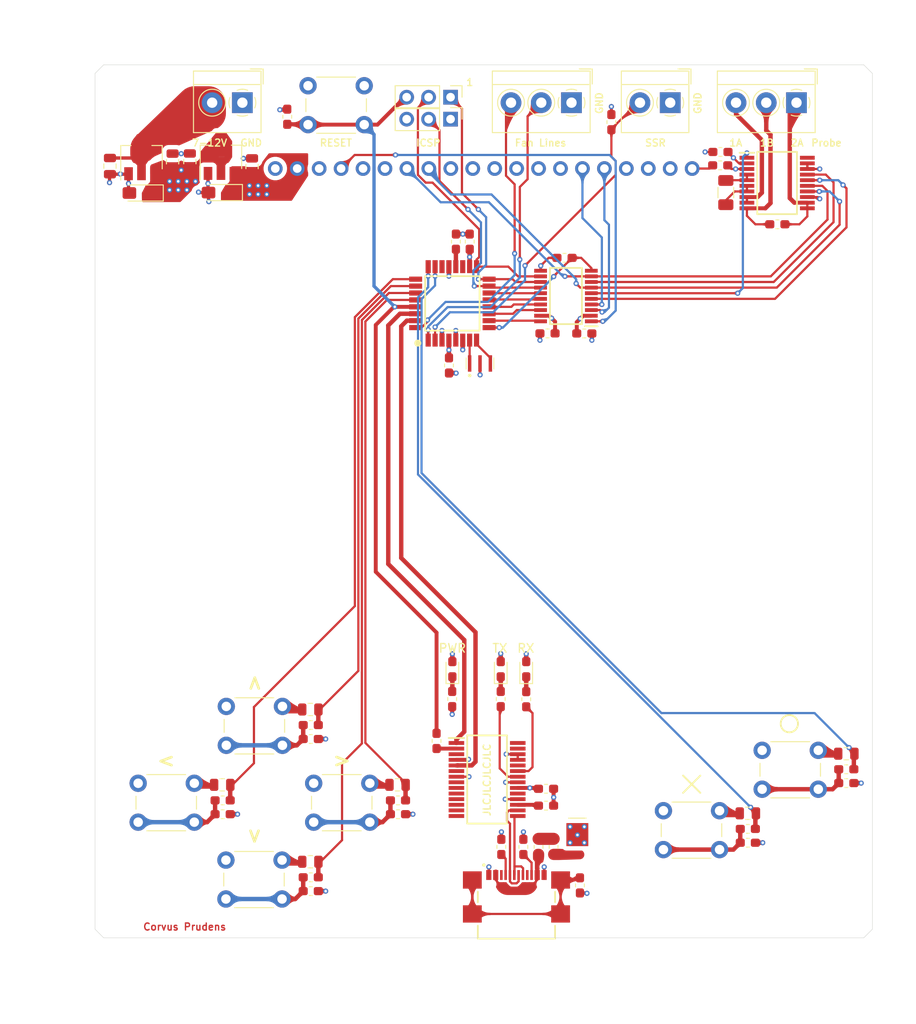
<source format=kicad_pcb>
(kicad_pcb (version 20171130) (host pcbnew "(5.1.5)-3")
  (layers (0 F.Cu signal) (1 In1.Cu power) (2 In2.Cu power) (31 B.Cu signal) (34 B.Paste user) (35 F.Paste user) (36 B.SilkS user) (37 F.SilkS user) (38 B.Mask user) (39 F.Mask user) (44 Edge.Cuts user))
  (net 0 "")
  (net 1 /RESET)
  (net 2 "Net-(C1-Pad1)")
  (net 3 +5V)
  (net 4 GND)
  (net 5 "Net-(C3-Pad2)")
  (net 6 "Net-(C6-Pad2)")
  (net 7 /2A)
  (net 8 /1B)
  (net 9 +3V3)
  (net 10 /VIN)
  (net 11 "Net-(C17-Pad2)")
  (net 12 "Net-(D1-Pad1)")
  (net 13 "Net-(D2-Pad1)")
  (net 14 "Net-(D3-Pad2)")
  (net 15 "Net-(D4-Pad1)")
  (net 16 "Net-(F1-Pad2)")
  (net 17 "Net-(F1-Pad1)")
  (net 18 "Net-(IC1-Pad28)")
  (net 19 "Net-(IC1-Pad27)")
  (net 20 "Net-(IC1-Pad24)")
  (net 21 "Net-(IC1-Pad23)")
  (net 22 "Net-(IC1-Pad22)")
  (net 23 "Net-(IC1-Pad19)")
  (net 24 "Net-(IC1-Pad16)")
  (net 25 "Net-(IC1-Pad15)")
  (net 26 "Net-(IC1-Pad14)")
  (net 27 "Net-(IC1-Pad13)")
  (net 28 "Net-(IC1-Pad12)")
  (net 29 "Net-(IC1-Pad11)")
  (net 30 "Net-(IC1-Pad10)")
  (net 31 "Net-(IC1-Pad9)")
  (net 32 "Net-(IC1-Pad8)")
  (net 33 "Net-(IC1-Pad6)")
  (net 34 /TX)
  (net 35 "Net-(IC1-Pad3)")
  (net 36 /RX)
  (net 37 "Net-(IC2-Pad20)")
  (net 38 /tempSDO)
  (net 39 /tempCS)
  (net 40 /tempSCLK)
  (net 41 /tempSDI)
  (net 42 /1A)
  (net 43 "Net-(IC2-Pad6)")
  (net 44 "Net-(IC2-Pad4)")
  (net 45 /tempDRDY)
  (net 46 /MOSI)
  (net 47 /MISO)
  (net 48 /SCK)
  (net 49 /D10)
  (net 50 /D9)
  (net 51 /D8)
  (net 52 /D7)
  (net 53 /D6)
  (net 54 /D2)
  (net 55 /A5)
  (net 56 /A4)
  (net 57 /A3)
  (net 58 /A2)
  (net 59 /A1)
  (net 60 /A0)
  (net 61 /A7)
  (net 62 /A6)
  (net 63 /D5)
  (net 64 "Net-(IC4-Pad8)")
  (net 65 "Net-(IC4-Pad7)")
  (net 66 /D4)
  (net 67 /D3)
  (net 68 "Net-(J1-PadA8)")
  (net 69 "Net-(J1-PadA5)")
  (net 70 "Net-(J1-PadB5)")
  (net 71 "Net-(J1-PadB8)")
  (net 72 "Net-(U3-Pad19)")
  (net 73 "Net-(U3-Pad18)")
  (net 74 "Net-(U3-Pad17)")
  (net 75 "Net-(U3-Pad14)")
  (net 76 "Net-(U3-Pad13)")
  (net 77 "Net-(U3-Pad12)")
  (net 78 "Net-(U3-Pad11)")
  (net 79 "Net-(U3-Pad10)")
  (net 80 "Net-(U3-Pad9)")
  (net 81 "Net-(U3-Pad6)")
  (net 82 "Net-(U3-Pad5)")
  (net 83 "Net-(U3-Pad3)")
  (net 84 "Net-(IC3-Pad4)")
  (net 85 "Net-(IC3-Pad3)")
  (net 86 "Net-(IC3-Pad1)")
  (net 87 "Net-(R1-Pad2)")
  (net 88 "Net-(R14-Pad2)")
  (net 89 "Net-(R17-Pad2)")
  (net 90 "Net-(R18-Pad2)")
  (net 91 "Net-(R19-Pad2)")
  (net 92 "Net-(R20-Pad2)")
  (module Package_TO_SOT_SMD:SOT-89-3 (layer F.Cu) (at 95 63.8835 90)
    (fp_text reference U1 hide)
    (fp_text value MCP1700-5002E_SOT23)
    (pad 2 smd trapezoid (at -0.0762 0 180) (size 1.5 1) (rect_delta 0 0.7) (layers F.Cu F.Paste F.Mask) (net 10 /VIN))
    (pad 2 smd rect (at 1.3335 0) (size 2.2 1.84) (layers F.Cu F.Paste F.Mask) (net 10 /VIN))
    (pad 3 smd rect (at -1.48 1.5) (size 1 1.5) (layers F.Cu F.Paste F.Mask) (net 3 +5V))
    (pad 2 smd rect (at -1.3335 0) (size 1 1.8) (layers F.Cu F.Paste F.Mask) (net 10 /VIN))
    (pad 1 smd rect (at -1.48 -1.5) (size 1 1.5) (layers F.Cu F.Paste F.Mask) (net 4 GND))
    (pad 2 smd trapezoid (at 2.667 0) (size 1.6 0.85) (rect_delta 0 0.6) (layers F.Cu F.Paste F.Mask) (net 10 /VIN))
  )
  (module Package_TO_SOT_SMD:SOT-89-3 (layer F.Cu) (at 104.2 63.85 90)
    (fp_text reference U2 hide)
    (fp_text value MCP1700-5002E_SOT23)
    (pad 2 smd trapezoid (at -0.0762 0 180) (size 1.5 1) (rect_delta 0 0.7) (layers F.Cu F.Paste F.Mask) (net 3 +5V))
    (pad 2 smd rect (at 1.3335 0) (size 2.2 1.84) (layers F.Cu F.Paste F.Mask) (net 3 +5V))
    (pad 3 smd rect (at -1.48 1.5) (size 1 1.5) (layers F.Cu F.Paste F.Mask) (net 9 +3V3))
    (pad 2 smd rect (at -1.3335 0) (size 1 1.8) (layers F.Cu F.Paste F.Mask) (net 3 +5V))
    (pad 1 smd rect (at -1.48 -1.5) (size 1 1.5) (layers F.Cu F.Paste F.Mask) (net 4 GND))
    (pad 2 smd trapezoid (at 2.667 0) (size 1.6 0.85) (rect_delta 0 0.6) (layers F.Cu F.Paste F.Mask) (net 3 +5V))
  )
  (module Resistor_SMD:R_1206_3216Metric (layer F.Cu) (at 162.65 67.55 90)
    (fp_text reference R12 hide)
    (fp_text value 4k)
    (pad 2 smd roundrect (at 1.4 0 90) (size 1.25 1.75) (layers F.Cu F.Paste F.Mask) (roundrect_rratio 0.2) (net 44 "Net-(IC2-Pad4)"))
    (pad 1 smd roundrect (at -1.4 0 90) (size 1.25 1.75) (layers F.Cu F.Paste F.Mask) (roundrect_rratio 0.2) (net 43 "Net-(IC2-Pad6)"))
  )
  (module Capacitor_SMD:C_0805_2012Metric (layer F.Cu) (at 114.545 144.97 180)
    (fp_text reference C24 hide)
    (fp_text value 10uF)
    (pad 2 smd roundrect (at 0.9375 0 180) (size 0.975 1.4) (layers F.Cu F.Paste F.Mask) (net 4 GND))
    (pad 1 smd roundrect (at -0.9375 0 180) (size 0.975 1.4) (layers F.Cu F.Paste F.Mask) (net 56 /A4))
  )
  (module Capacitor_SMD:C_0805_2012Metric (layer F.Cu) (at 165.195 139.37 180)
    (fp_text reference C23 hide)
    (fp_text value 10uF)
    (pad 2 smd roundrect (at 0.9375 0 180) (size 0.975 1.4) (layers F.Cu F.Paste F.Mask) (net 4 GND))
    (pad 1 smd roundrect (at -0.9375 0 180) (size 0.975 1.4) (layers F.Cu F.Paste F.Mask) (net 59 /A1))
  )
  (module Capacitor_SMD:C_0805_2012Metric (layer F.Cu) (at 124.645 136.07 180)
    (fp_text reference C22 hide)
    (fp_text value 10uF)
    (pad 2 smd roundrect (at 0.9375 0 180) (size 0.975 1.4) (layers F.Cu F.Paste F.Mask) (net 4 GND))
    (pad 1 smd roundrect (at -0.9375 0 180) (size 0.975 1.4) (layers F.Cu F.Paste F.Mask) (net 55 /A5))
  )
  (module Capacitor_SMD:C_0805_2012Metric (layer F.Cu) (at 104.345 136.07 180)
    (fp_text reference C21 hide)
    (fp_text value 10uF)
    (pad 2 smd roundrect (at 0.9375 0 180) (size 0.975 1.4) (layers F.Cu F.Paste F.Mask) (net 4 GND))
    (pad 1 smd roundrect (at -0.9375 0 180) (size 0.975 1.4) (layers F.Cu F.Paste F.Mask) (net 58 /A2))
  )
  (module Capacitor_SMD:C_0805_2012Metric (layer F.Cu) (at 176.595 132.47 180)
    (fp_text reference C20 hide)
    (fp_text value 10uF)
    (pad 2 smd roundrect (at 0.9375 0 180) (size 0.975 1.4) (layers F.Cu F.Paste F.Mask) (net 4 GND))
    (pad 1 smd roundrect (at -0.9375 0 180) (size 0.975 1.4) (layers F.Cu F.Paste F.Mask) (net 60 /A0))
  )
  (module Capacitor_SMD:C_0805_2012Metric (layer F.Cu) (at 114.545 127.355 180)
    (fp_text reference C19 hide)
    (fp_text value 10uF)
    (pad 2 smd roundrect (at 0.9375 0 180) (size 0.975 1.4) (layers F.Cu F.Paste F.Mask) (net 4 GND))
    (pad 1 smd roundrect (at -0.9375 0 180) (size 0.975 1.4) (layers F.Cu F.Paste F.Mask) (net 57 /A3))
  )
  (module Capacitor_SMD:C_0805_2012Metric (layer F.Cu) (at 107.8 64.53 90)
    (fp_text reference C13 hide)
    (fp_text value 10uF)
    (pad 2 smd roundrect (at 0.9375 0 90) (size 0.975 1.4) (layers F.Cu F.Paste F.Mask) (net 4 GND))
    (pad 1 smd roundrect (at -0.9375 0 90) (size 0.975 1.4) (layers F.Cu F.Paste F.Mask) (net 9 +3V3))
  )
  (module Capacitor_SMD:C_0805_2012Metric (layer F.Cu) (at 100.6 63.9625 90)
    (fp_text reference C12 hide)
    (fp_text value 10uF)
    (pad 2 smd roundrect (at 0.9375 0 90) (size 0.975 1.4) (layers F.Cu F.Paste F.Mask) (net 4 GND))
    (pad 1 smd roundrect (at -0.9375 0 90) (size 0.975 1.4) (layers F.Cu F.Paste F.Mask) (net 3 +5V))
  )
  (module Capacitor_SMD:C_0805_2012Metric (layer F.Cu) (at 98.6 63.98 90)
    (fp_text reference C11 hide)
    (fp_text value 10uF)
    (pad 2 smd roundrect (at 0.9375 0 90) (size 0.975 1.4) (layers F.Cu F.Paste F.Mask) (net 4 GND))
    (pad 1 smd roundrect (at -0.9375 0 90) (size 0.975 1.4) (layers F.Cu F.Paste F.Mask) (net 3 +5V))
  )
  (module Capacitor_SMD:C_0805_2012Metric (layer F.Cu) (at 91.35 64.4875 270)
    (fp_text reference C10 hide)
    (fp_text value 10uF)
    (pad 2 smd roundrect (at 0.9375 0 270) (size 0.975 1.4) (layers F.Cu F.Paste F.Mask) (net 4 GND))
    (pad 1 smd roundrect (at -0.9375 0 270) (size 0.975 1.4) (layers F.Cu F.Paste F.Mask) (net 10 /VIN))
  )
  (module Resistor_SMD:R_0603_1608Metric_Pad1.05x0.95mm_HandSolder (layer F.Cu) (at 149.4 59.4 90)
    (fp_text reference R21 hide)
    (fp_text value 1k)
    (pad 2 smd roundrect (at 0.875 0 90) (size 1.05 0.95) (layers F.Cu F.Paste F.Mask) (net 4 GND))
    (pad 1 smd roundrect (at -0.875 0 90) (size 1.05 0.95) (layers F.Cu F.Paste F.Mask) (net 66 /D4))
  )
  (module Resistor_SMD:R_0603_1608Metric_Pad1.05x0.95mm_HandSolder (layer F.Cu) (at 114.595 146.77 180)
    (fp_text reference R20 hide)
    (fp_text value 1k)
    (pad 2 smd roundrect (at 0.875 0 180) (size 1.05 0.95) (layers F.Cu F.Paste F.Mask) (net 92 "Net-(R20-Pad2)"))
    (pad 1 smd roundrect (at -0.875 0 180) (size 1.05 0.95) (layers F.Cu F.Paste F.Mask) (net 56 /A4))
  )
  (module Resistor_SMD:R_0603_1608Metric_Pad1.05x0.95mm_HandSolder (layer F.Cu) (at 165.195 141.17 180)
    (fp_text reference R19 hide)
    (fp_text value 1k)
    (pad 2 smd roundrect (at 0.875 0 180) (size 1.05 0.95) (layers F.Cu F.Paste F.Mask) (net 91 "Net-(R19-Pad2)"))
    (pad 1 smd roundrect (at -0.875 0 180) (size 1.05 0.95) (layers F.Cu F.Paste F.Mask) (net 59 /A1))
  )
  (module Resistor_SMD:R_0603_1608Metric_Pad1.05x0.95mm_HandSolder (layer F.Cu) (at 124.695 137.87 180)
    (fp_text reference R18 hide)
    (fp_text value 1k)
    (pad 2 smd roundrect (at 0.875 0 180) (size 1.05 0.95) (layers F.Cu F.Paste F.Mask) (net 90 "Net-(R18-Pad2)"))
    (pad 1 smd roundrect (at -0.875 0 180) (size 1.05 0.95) (layers F.Cu F.Paste F.Mask) (net 55 /A5))
  )
  (module Resistor_SMD:R_0603_1608Metric_Pad1.05x0.95mm_HandSolder (layer F.Cu) (at 104.395 137.87 180)
    (fp_text reference R17 hide)
    (fp_text value 1k)
    (pad 2 smd roundrect (at 0.875 0 180) (size 1.05 0.95) (layers F.Cu F.Paste F.Mask) (net 89 "Net-(R17-Pad2)"))
    (pad 1 smd roundrect (at -0.875 0 180) (size 1.05 0.95) (layers F.Cu F.Paste F.Mask) (net 58 /A2))
  )
  (module Resistor_SMD:R_0603_1608Metric_Pad1.05x0.95mm_HandSolder (layer F.Cu) (at 176.595 134.27 180)
    (fp_text reference R14 hide)
    (fp_text value 1k)
    (pad 2 smd roundrect (at 0.875 0 180) (size 1.05 0.95) (layers F.Cu F.Paste F.Mask) (net 88 "Net-(R14-Pad2)"))
    (pad 1 smd roundrect (at -0.875 0 180) (size 1.05 0.95) (layers F.Cu F.Paste F.Mask) (net 60 /A0))
  )
  (module Resistor_SMD:R_0603_1608Metric_Pad1.05x0.95mm_HandSolder (layer F.Cu) (at 114.595 129.155 180)
    (fp_text reference R13 hide)
    (fp_text value 1k)
    (pad 2 smd roundrect (at 0.875 0 180) (size 1.05 0.95) (layers F.Cu F.Paste F.Mask) (net 87 "Net-(R1-Pad2)"))
    (pad 1 smd roundrect (at -0.875 0 180) (size 1.05 0.95) (layers F.Cu F.Paste F.Mask) (net 57 /A3))
  )
  (module Capacitor_Tantalum_SMD:CP_EIA-3216-12_Kemet-S_Pad1.58x1.35mm_HandSolder (layer F.Cu) (at 95.0375 67.6 180)
    (fp_text reference C18 hide)
    (fp_text value 47uF)
    (pad 2 smd roundrect (at 1.4375 0 180) (size 1.575 1.35) (layers F.Cu F.Paste F.Mask) (roundrect_rratio 0.185185) (net 4 GND))
    (pad 1 smd roundrect (at -1.4375 0 180) (size 1.575 1.35) (layers F.Cu F.Paste F.Mask) (roundrect_rratio 0.185) (net 3 +5V))
  )
  (module MountingHole:MountingHole_2.5mm (layer F.Cu) (at 134.62 114.57)
    (fp_text reference REF** hide)
    (fp_text value MountingHole_2.5mm)
    (pad 1 np_thru_hole circle (at 0 0) (size 2.5 2.5) (drill 2.5) (layers *.Cu *.Mask))
  )
  (module MountingHole:MountingHole_2.5mm (layer F.Cu) (at 176.62 150.77)
    (fp_text reference REF** hide)
    (fp_text value MountingHole_2.5mm)
    (pad 1 np_thru_hole circle (at 0 0) (size 2.5 2.5) (drill 2.5) (layers *.Cu *.Mask))
  )
  (module MountingHole:MountingHole_2.5mm (layer F.Cu) (at 92.62 150.77)
    (fp_text reference REF** hide)
    (fp_text value MountingHole_2.5mm)
    (pad 1 np_thru_hole circle (at 0 0) (size 2.5 2.5) (drill 2.5) (layers *.Cu *.Mask))
  )
  (module MountingHole:MountingHole_2.5mm (layer F.Cu) (at 92.62 55.77)
    (fp_text reference REF** hide)
    (fp_text value MountingHole_2.5mm)
    (pad 1 np_thru_hole circle (at 0 0) (size 2.5 2.5) (drill 2.5) (layers *.Cu *.Mask))
  )
  (module MountingHole:MountingHole_2.5mm (layer F.Cu) (at 176.62 55.77)
    (fp_text reference REF** hide)
    (fp_text value MountingHole_2.5mm)
    (pad 1 np_thru_hole circle (at 0 0) (size 2.5 2.5) (drill 2.5) (layers *.Cu *.Mask))
  )
  (module TerminalBlock_4Ucon:TerminalBlock_4Ucon_1x02_P3.50mm_Horizontal (layer F.Cu) (at 106.68 57.15 180)
    (fp_text reference J8 hide)
    (fp_text value VIN)
    (pad 2 thru_hole circle (at 3.5 0 180) (size 2.4 2.4) (drill 1.2) (layers *.Cu *.Mask) (net 10 /VIN))
    (pad 1 thru_hole rect (at 0 0 180) (size 2.4 2.4) (drill 1.2) (layers *.Cu *.Mask) (net 4 GND))
  )
  (module Downloaded_Footprints:Adafruit_OLED (layer F.Cu) (at 134.62 64.77)
    (fp_text reference U3 hide)
    (fp_text value Adafruit_OLED)
    (pad 20 thru_hole circle (at 24.13 0) (size 1.7 1.7) (drill 1) (layers *.Cu *.Mask) (net 4 GND))
    (pad 19 thru_hole circle (at 21.59 0) (size 1.7 1.7) (drill 1) (layers *.Cu *.Mask) (net 72 "Net-(U3-Pad19)"))
    (pad 18 thru_hole circle (at 19.05 0) (size 1.7 1.7) (drill 1) (layers *.Cu *.Mask) (net 73 "Net-(U3-Pad18)"))
    (pad 17 thru_hole circle (at 16.51 0) (size 1.7 1.7) (drill 1) (layers *.Cu *.Mask) (net 74 "Net-(U3-Pad17)"))
    (pad 16 thru_hole circle (at 13.97 0) (size 1.7 1.7) (drill 1) (layers *.Cu *.Mask) (net 85 "Net-(IC3-Pad3)"))
    (pad 15 thru_hole circle (at 11.43 0) (size 1.7 1.7) (drill 1) (layers *.Cu *.Mask) (net 84 "Net-(IC3-Pad4)"))
    (pad 14 thru_hole circle (at 8.89 0) (size 1.7 1.7) (drill 1) (layers *.Cu *.Mask) (net 75 "Net-(U3-Pad14)"))
    (pad 13 thru_hole circle (at 6.35 0) (size 1.7 1.7) (drill 1) (layers *.Cu *.Mask) (net 76 "Net-(U3-Pad13)"))
    (pad 12 thru_hole circle (at 3.81 0) (size 1.7 1.7) (drill 1) (layers *.Cu *.Mask) (net 77 "Net-(U3-Pad12)"))
    (pad 11 thru_hole circle (at 1.27 0) (size 1.7 1.7) (drill 1) (layers *.Cu *.Mask) (net 78 "Net-(U3-Pad11)"))
    (pad 10 thru_hole circle (at -1.27 0) (size 1.7 1.7) (drill 1) (layers *.Cu *.Mask) (net 79 "Net-(U3-Pad10)"))
    (pad 9 thru_hole circle (at -3.81 0) (size 1.7 1.7) (drill 1) (layers *.Cu *.Mask) (net 80 "Net-(U3-Pad9)"))
    (pad 8 thru_hole circle (at -6.35 0) (size 1.7 1.7) (drill 1) (layers *.Cu *.Mask) (net 41 /tempSDI))
    (pad 7 thru_hole circle (at -8.89 0) (size 1.7 1.7) (drill 1) (layers *.Cu *.Mask) (net 40 /tempSCLK))
    (pad 6 thru_hole circle (at -11.43 0) (size 1.7 1.7) (drill 1) (layers *.Cu *.Mask) (net 81 "Net-(U3-Pad6)"))
    (pad 5 thru_hole circle (at -13.97 0) (size 1.7 1.7) (drill 1) (layers *.Cu *.Mask) (net 82 "Net-(U3-Pad5)"))
    (pad 4 thru_hole circle (at -16.51 0) (size 1.7 1.7) (drill 1) (layers *.Cu *.Mask) (net 86 "Net-(IC3-Pad1)"))
    (pad 3 thru_hole circle (at -19.05 0) (size 1.7 1.7) (drill 1) (layers *.Cu *.Mask) (net 83 "Net-(U3-Pad3)"))
    (pad 2 thru_hole circle (at -21.59 0) (size 1.7 1.7) (drill 1) (layers *.Cu *.Mask) (net 9 +3V3))
    (pad 1 thru_hole circle (at -24.13 0) (size 1.7 1.7) (drill 1) (layers *.Cu *.Mask) (net 4 GND))
  )
  (module Downloaded_Footprints:CSTNE16M0V530000R0 (layer F.Cu) (at 134.19 87.745)
    (fp_text reference Y1 hide)
    (fp_text value Resonator hide)
    (pad 3 smd rect (at 1.2 -0.425) (size 0.4 1.9) (layers F.Cu F.Paste F.Mask) (net 64 "Net-(IC4-Pad8)"))
    (pad 2 smd rect (at 0 -0.425) (size 0.4 1.9) (layers F.Cu F.Paste F.Mask) (net 4 GND))
    (pad 1 smd rect (at -1.2 -0.425) (size 0.4 1.9) (layers F.Cu F.Paste F.Mask) (net 65 "Net-(IC4-Pad7)"))
  )
  (module Button_Switch_THT:SW_PUSH_6mm_H4.3mm (layer F.Cu) (at 104.775 144.78)
    (fp_text reference SW7 hide)
    (fp_text value SW_Push)
    (pad 1 thru_hole circle (at 6.5 0 90) (size 2 2) (drill 1.1) (layers *.Cu *.Mask) (net 4 GND))
    (pad 2 thru_hole circle (at 6.5 4.5 90) (size 2 2) (drill 1.1) (layers *.Cu *.Mask) (net 92 "Net-(R20-Pad2)"))
    (pad 1 thru_hole circle (at 0 0 90) (size 2 2) (drill 1.1) (layers *.Cu *.Mask) (net 4 GND))
    (pad 2 thru_hole circle (at 0 4.5 90) (size 2 2) (drill 1.1) (layers *.Cu *.Mask) (net 92 "Net-(R20-Pad2)"))
  )
  (module Button_Switch_THT:SW_PUSH_6mm_H4.3mm (layer F.Cu) (at 155.425 139.065)
    (fp_text reference SW6 hide)
    (fp_text value SW_Push)
    (pad 1 thru_hole circle (at 6.5 0 90) (size 2 2) (drill 1.1) (layers *.Cu *.Mask) (net 4 GND))
    (pad 2 thru_hole circle (at 6.5 4.5 90) (size 2 2) (drill 1.1) (layers *.Cu *.Mask) (net 91 "Net-(R19-Pad2)"))
    (pad 1 thru_hole circle (at 0 0 90) (size 2 2) (drill 1.1) (layers *.Cu *.Mask) (net 4 GND))
    (pad 2 thru_hole circle (at 0 4.5 90) (size 2 2) (drill 1.1) (layers *.Cu *.Mask) (net 91 "Net-(R19-Pad2)"))
  )
  (module Button_Switch_THT:SW_PUSH_6mm_H4.3mm (layer F.Cu) (at 114.935 135.89)
    (fp_text reference SW5 hide)
    (fp_text value SW_Push)
    (pad 1 thru_hole circle (at 6.5 0 90) (size 2 2) (drill 1.1) (layers *.Cu *.Mask) (net 4 GND))
    (pad 2 thru_hole circle (at 6.5 4.5 90) (size 2 2) (drill 1.1) (layers *.Cu *.Mask) (net 90 "Net-(R18-Pad2)"))
    (pad 1 thru_hole circle (at 0 0 90) (size 2 2) (drill 1.1) (layers *.Cu *.Mask) (net 4 GND))
    (pad 2 thru_hole circle (at 0 4.5 90) (size 2 2) (drill 1.1) (layers *.Cu *.Mask) (net 90 "Net-(R18-Pad2)"))
  )
  (module Button_Switch_THT:SW_PUSH_6mm_H4.3mm (layer F.Cu) (at 94.615 135.89)
    (fp_text reference SW4 hide)
    (fp_text value SW_Push)
    (pad 1 thru_hole circle (at 6.5 0 90) (size 2 2) (drill 1.1) (layers *.Cu *.Mask) (net 4 GND))
    (pad 2 thru_hole circle (at 6.5 4.5 90) (size 2 2) (drill 1.1) (layers *.Cu *.Mask) (net 89 "Net-(R17-Pad2)"))
    (pad 1 thru_hole circle (at 0 0 90) (size 2 2) (drill 1.1) (layers *.Cu *.Mask) (net 4 GND))
    (pad 2 thru_hole circle (at 0 4.5 90) (size 2 2) (drill 1.1) (layers *.Cu *.Mask) (net 89 "Net-(R17-Pad2)"))
  )
  (module Button_Switch_THT:SW_PUSH_6mm_H4.3mm (layer F.Cu) (at 166.855 132.08)
    (fp_text reference SW3 hide)
    (fp_text value SW_Push)
    (pad 1 thru_hole circle (at 6.5 0 90) (size 2 2) (drill 1.1) (layers *.Cu *.Mask) (net 4 GND))
    (pad 2 thru_hole circle (at 6.5 4.5 90) (size 2 2) (drill 1.1) (layers *.Cu *.Mask) (net 88 "Net-(R14-Pad2)"))
    (pad 1 thru_hole circle (at 0 0 90) (size 2 2) (drill 1.1) (layers *.Cu *.Mask) (net 4 GND))
    (pad 2 thru_hole circle (at 0 4.5 90) (size 2 2) (drill 1.1) (layers *.Cu *.Mask) (net 88 "Net-(R14-Pad2)"))
  )
  (module Button_Switch_THT:SW_PUSH_6mm_H4.3mm (layer F.Cu) (at 114.285 55.19)
    (fp_text reference SW2 hide)
    (fp_text value SW_Push)
    (pad 1 thru_hole circle (at 6.5 0 90) (size 2 2) (drill 1.1) (layers *.Cu *.Mask) (net 4 GND))
    (pad 2 thru_hole circle (at 6.5 4.5 90) (size 2 2) (drill 1.1) (layers *.Cu *.Mask) (net 1 /RESET))
    (pad 1 thru_hole circle (at 0 0 90) (size 2 2) (drill 1.1) (layers *.Cu *.Mask) (net 4 GND))
    (pad 2 thru_hole circle (at 0 4.5 90) (size 2 2) (drill 1.1) (layers *.Cu *.Mask) (net 1 /RESET))
  )
  (module Button_Switch_THT:SW_PUSH_6mm_H4.3mm (layer F.Cu) (at 104.82 127)
    (fp_text reference SW1 hide)
    (fp_text value SW_Push)
    (pad 1 thru_hole circle (at 6.5 0 90) (size 2 2) (drill 1.1) (layers *.Cu *.Mask) (net 4 GND))
    (pad 2 thru_hole circle (at 6.5 4.5 90) (size 2 2) (drill 1.1) (layers *.Cu *.Mask) (net 87 "Net-(R1-Pad2)"))
    (pad 1 thru_hole circle (at 0 0 90) (size 2 2) (drill 1.1) (layers *.Cu *.Mask) (net 4 GND))
    (pad 2 thru_hole circle (at 0 4.5 90) (size 2 2) (drill 1.1) (layers *.Cu *.Mask) (net 87 "Net-(R1-Pad2)"))
  )
  (module Resistor_SMD:R_0603_1608Metric_Pad1.05x0.95mm_HandSolder (layer F.Cu) (at 143.975 75.1)
    (fp_text reference R16 hide)
    (fp_text value 1k)
    (pad 1 smd roundrect (at -0.875 0) (size 1.05 0.95) (layers F.Cu F.Paste F.Mask) (net 4 GND))
    (pad 2 smd roundrect (at 0.875 0) (size 1.05 0.95) (layers F.Cu F.Paste F.Mask) (net 63 /D5))
  )
  (module Resistor_SMD:R_0603_1608Metric_Pad1.05x0.95mm_HandSolder (layer F.Cu) (at 130.97 126.145 270)
    (fp_text reference R15 hide)
    (fp_text value 1k)
    (pad 2 smd roundrect (at 0.875 0 270) (size 1.05 0.95) (layers F.Cu F.Paste F.Mask) (net 4 GND))
    (pad 1 smd roundrect (at -0.875 0 270) (size 1.05 0.95) (layers F.Cu F.Paste F.Mask) (net 15 "Net-(D4-Pad1)"))
  )
  (module Resistor_SMD:R_0603_1608Metric_Pad1.05x0.95mm_HandSolder (layer F.Cu) (at 136.66 143.255 90)
    (fp_text reference R11 hide)
    (fp_text value 5k1)
    (pad 2 smd roundrect (at 0.875 0 90) (size 1.05 0.95) (layers F.Cu F.Paste F.Mask) (net 4 GND))
    (pad 1 smd roundrect (at -0.875 0 90) (size 1.05 0.95) (layers F.Cu F.Paste F.Mask) (net 69 "Net-(J1-PadA5)"))
  )
  (module Resistor_SMD:R_0603_1608Metric_Pad1.05x0.95mm_HandSolder (layer F.Cu) (at 139.21 143.255 90)
    (fp_text reference R10 hide)
    (fp_text value 5k1)
    (pad 2 smd roundrect (at 0.875 0 90) (size 1.05 0.95) (layers F.Cu F.Paste F.Mask) (net 4 GND))
    (pad 1 smd roundrect (at -0.875 0 90) (size 1.05 0.95) (layers F.Cu F.Paste F.Mask) (net 70 "Net-(J1-PadB5)"))
  )
  (module Resistor_SMD:R_0603_1608Metric_Pad1.05x0.95mm_HandSolder (layer F.Cu) (at 114.595 148.37 180)
    (fp_text reference R9 hide)
    (fp_text value 1k)
    (pad 2 smd roundrect (at 0.875 0 180) (size 1.05 0.95) (layers F.Cu F.Paste F.Mask) (net 92 "Net-(R20-Pad2)"))
    (pad 1 smd roundrect (at -0.875 0 180) (size 1.05 0.95) (layers F.Cu F.Paste F.Mask) (net 3 +5V))
  )
  (module Resistor_SMD:R_0603_1608Metric_Pad1.05x0.95mm_HandSolder (layer F.Cu) (at 165.195 142.77 180)
    (fp_text reference R8 hide)
    (fp_text value 1k)
    (pad 2 smd roundrect (at 0.875 0 180) (size 1.05 0.95) (layers F.Cu F.Paste F.Mask) (net 91 "Net-(R19-Pad2)"))
    (pad 1 smd roundrect (at -0.875 0 180) (size 1.05 0.95) (layers F.Cu F.Paste F.Mask) (net 3 +5V))
  )
  (module Resistor_SMD:R_0603_1608Metric_Pad1.05x0.95mm_HandSolder (layer F.Cu) (at 124.695 139.47 180)
    (fp_text reference R7 hide)
    (fp_text value 1k)
    (pad 2 smd roundrect (at 0.875 0 180) (size 1.05 0.95) (layers F.Cu F.Paste F.Mask) (net 90 "Net-(R18-Pad2)"))
    (pad 1 smd roundrect (at -0.875 0 180) (size 1.05 0.95) (layers F.Cu F.Paste F.Mask) (net 3 +5V))
  )
  (module Resistor_SMD:R_0603_1608Metric_Pad1.05x0.95mm_HandSolder (layer F.Cu) (at 104.395 139.47 180)
    (fp_text reference R6 hide)
    (fp_text value 1k)
    (pad 2 smd roundrect (at 0.875 0 180) (size 1.05 0.95) (layers F.Cu F.Paste F.Mask) (net 89 "Net-(R17-Pad2)"))
    (pad 1 smd roundrect (at -0.875 0 180) (size 1.05 0.95) (layers F.Cu F.Paste F.Mask) (net 3 +5V))
  )
  (module Resistor_SMD:R_0603_1608Metric_Pad1.05x0.95mm_HandSolder (layer F.Cu) (at 176.595 135.87 180)
    (fp_text reference R5 hide)
    (fp_text value 1k)
    (pad 2 smd roundrect (at 0.875 0 180) (size 1.05 0.95) (layers F.Cu F.Paste F.Mask) (net 88 "Net-(R14-Pad2)"))
    (pad 1 smd roundrect (at -0.875 0 180) (size 1.05 0.95) (layers F.Cu F.Paste F.Mask) (net 3 +5V))
  )
  (module Resistor_SMD:R_0603_1608Metric_Pad1.05x0.95mm_HandSolder (layer F.Cu) (at 111.875 58.775 270)
    (fp_text reference R4 hide)
    (fp_text value 1k)
    (pad 2 smd roundrect (at 0.875 0 270) (size 1.05 0.95) (layers F.Cu F.Paste F.Mask) (net 1 /RESET))
    (pad 1 smd roundrect (at -0.875 0 270) (size 1.05 0.95) (layers F.Cu F.Paste F.Mask) (net 3 +5V))
  )
  (module Resistor_SMD:R_0603_1608Metric_Pad1.05x0.95mm_HandSolder (layer F.Cu) (at 136.59 126.145 270)
    (fp_text reference R3 hide)
    (fp_text value 1k)
    (pad 2 smd roundrect (at 0.875 0 270) (size 1.05 0.95) (layers F.Cu F.Paste F.Mask) (net 22 "Net-(IC1-Pad22)"))
    (pad 1 smd roundrect (at -0.875 0 270) (size 1.05 0.95) (layers F.Cu F.Paste F.Mask) (net 13 "Net-(D2-Pad1)"))
  )
  (module Resistor_SMD:R_0603_1608Metric_Pad1.05x0.95mm_HandSolder (layer F.Cu) (at 139.54 126.17 270)
    (fp_text reference R2 hide)
    (fp_text value 1k)
    (pad 2 smd roundrect (at 0.875 0 270) (size 1.05 0.95) (layers F.Cu F.Paste F.Mask) (net 21 "Net-(IC1-Pad23)"))
    (pad 1 smd roundrect (at -0.875 0 270) (size 1.05 0.95) (layers F.Cu F.Paste F.Mask) (net 12 "Net-(D1-Pad1)"))
  )
  (module Resistor_SMD:R_0603_1608Metric_Pad1.05x0.95mm_HandSolder (layer F.Cu) (at 114.595 130.77 180)
    (fp_text reference R1 hide)
    (fp_text value 1k)
    (pad 2 smd roundrect (at 0.875 0 180) (size 1.05 0.95) (layers F.Cu F.Paste F.Mask) (net 87 "Net-(R1-Pad2)"))
    (pad 1 smd roundrect (at -0.875 0 180) (size 1.05 0.95) (layers F.Cu F.Paste F.Mask) (net 3 +5V))
  )
  (module TerminalBlock_4Ucon:TerminalBlock_4Ucon_1x03_P3.50mm_Horizontal (layer F.Cu) (at 144.78 57.15 180)
    (fp_text reference J7 hide)
    (fp_text value Screw_Terminal_01x03)
    (pad 3 thru_hole circle (at 7 0 180) (size 2.4 2.4) (drill 1.2) (layers *.Cu *.Mask) (net 54 /D2))
    (pad 2 thru_hole circle (at 3.5 0 180) (size 2.4 2.4) (drill 1.2) (layers *.Cu *.Mask) (net 67 /D3))
    (pad 1 thru_hole rect (at 0 0 180) (size 2.4 2.4) (drill 1.2) (layers *.Cu *.Mask) (net 4 GND))
  )
  (module Connector_PinHeader_2.54mm:PinHeader_1x03_P2.54mm_Vertical (layer F.Cu) (at 130.78 59.055 270)
    (fp_text reference J6 hide)
    (fp_text value Conn_01x03)
    (pad 3 thru_hole oval (at 0 5.08 270) (size 1.7 1.7) (drill 1) (layers *.Cu *.Mask) (net 4 GND))
    (pad 2 thru_hole oval (at 0 2.54 270) (size 1.7 1.7) (drill 1) (layers *.Cu *.Mask) (net 46 /MOSI))
    (pad 1 thru_hole rect (at 0 0 270) (size 1.7 1.7) (drill 1) (layers *.Cu *.Mask) (net 3 +5V))
  )
  (module Connector_PinHeader_2.54mm:PinHeader_1x03_P2.54mm_Vertical (layer F.Cu) (at 130.78 56.515 270)
    (fp_text reference J5 hide)
    (fp_text value Conn_01x03)
    (pad 3 thru_hole oval (at 0 5.08 270) (size 1.7 1.7) (drill 1) (layers *.Cu *.Mask) (net 1 /RESET))
    (pad 2 thru_hole oval (at 0 2.54 270) (size 1.7 1.7) (drill 1) (layers *.Cu *.Mask) (net 48 /SCK))
    (pad 1 thru_hole rect (at 0 0 270) (size 1.7 1.7) (drill 1) (layers *.Cu *.Mask) (net 47 /MISO))
  )
  (module TerminalBlock_4Ucon:TerminalBlock_4Ucon_1x02_P3.50mm_Horizontal (layer F.Cu) (at 156.21 57.15 180)
    (fp_text reference J4 hide)
    (fp_text value "SSR Control")
    (pad 2 thru_hole circle (at 3.5 0 180) (size 2.4 2.4) (drill 1.2) (layers *.Cu *.Mask) (net 66 /D4))
    (pad 1 thru_hole rect (at 0 0 180) (size 2.4 2.4) (drill 1.2) (layers *.Cu *.Mask) (net 4 GND))
  )
  (module TerminalBlock_4Ucon:TerminalBlock_4Ucon_1x03_P3.50mm_Horizontal (layer F.Cu) (at 170.83 57.15 180)
    (fp_text reference J2 hide)
    (fp_text value Screw_Terminal_01x03)
    (pad 3 thru_hole circle (at 7 0 180) (size 2.4 2.4) (drill 1.2) (layers *.Cu *.Mask) (net 42 /1A))
    (pad 2 thru_hole circle (at 3.5 0 180) (size 2.4 2.4) (drill 1.2) (layers *.Cu *.Mask) (net 8 /1B))
    (pad 1 thru_hole rect (at 0 0 180) (size 2.4 2.4) (drill 1.2) (layers *.Cu *.Mask) (net 7 /2A))
  )
  (module A_Misc:GCT_USB4110-GF-A (layer F.Cu) (at 138.41 147.58)
    (fp_text reference J1 hide)
    (fp_text value USB4110-GF-A)
    (pad None np_thru_hole circle (at 2.89 0) (size 0.65 0.65) (drill 0.65) (layers *.Cu *.Mask))
    (pad None np_thru_hole circle (at -2.89 0) (size 0.65 0.65) (drill 0.65) (layers *.Cu *.Mask))
    (pad S4 smd rect (at 5.11 3.43) (size 2.18 2) (layers F.Cu F.Paste F.Mask) (net 6 "Net-(C6-Pad2)"))
    (pad S3 smd rect (at -5.11 3.43) (size 2.18 2) (layers F.Cu F.Paste F.Mask) (net 6 "Net-(C6-Pad2)"))
    (pad S2 smd rect (at 5.11 -0.5) (size 2.18 2) (layers F.Cu F.Paste F.Mask) (net 6 "Net-(C6-Pad2)"))
    (pad S1 smd rect (at -5.11 -0.5) (size 2.18 2) (layers F.Cu F.Paste F.Mask) (net 6 "Net-(C6-Pad2)"))
    (pad A7 smd rect (at 0.25 -1.075) (size 0.3 1.15) (layers F.Cu F.Paste F.Mask) (net 24 "Net-(IC1-Pad16)"))
    (pad A6 smd rect (at -0.25 -1.075) (size 0.3 1.15) (layers F.Cu F.Paste F.Mask) (net 25 "Net-(IC1-Pad15)"))
    (pad B6 smd rect (at 0.75 -1.075) (size 0.3 1.15) (layers F.Cu F.Paste F.Mask) (net 25 "Net-(IC1-Pad15)"))
    (pad B7 smd rect (at -0.75 -1.075) (size 0.3 1.15) (layers F.Cu F.Paste F.Mask) (net 24 "Net-(IC1-Pad16)"))
    (pad A8 smd rect (at 1.25 -1.075) (size 0.3 1.15) (layers F.Cu F.Paste F.Mask) (net 68 "Net-(J1-PadA8)"))
    (pad A5 smd rect (at -1.25 -1.075) (size 0.3 1.15) (layers F.Cu F.Paste F.Mask) (net 69 "Net-(J1-PadA5)"))
    (pad B5 smd rect (at 1.75 -1.075) (size 0.3 1.15) (layers F.Cu F.Paste F.Mask) (net 70 "Net-(J1-PadB5)"))
    (pad B8 smd rect (at -1.75 -1.075) (size 0.3 1.15) (layers F.Cu F.Paste F.Mask) (net 71 "Net-(J1-PadB8)"))
    (pad B1/A12 smd rect (at 3.2 -1.075) (size 0.6 1.15) (layers F.Cu F.Paste F.Mask) (net 4 GND))
    (pad B4/A9 smd rect (at 2.4 -1.075) (size 0.6 1.15) (layers F.Cu F.Paste F.Mask) (net 16 "Net-(F1-Pad2)"))
    (pad A4/B9 smd rect (at -2.4 -1.075) (size 0.6 1.15) (layers F.Cu F.Paste F.Mask) (net 16 "Net-(F1-Pad2)"))
    (pad A1/B12 smd rect (at -3.2 -1.075) (size 0.6 1.15) (layers F.Cu F.Paste F.Mask) (net 4 GND))
  )
  (module Downloaded_Footprints:QFP80P900X900X120-32N (layer F.Cu) (at 130.99 80.37 90)
    (fp_text reference IC4 hide)
    (fp_text value ATMEGA328P-AU hide)
    (pad 32 smd rect (at -2.8 -4.25 90) (size 0.6 1.5) (layers F.Cu F.Paste F.Mask) (net 54 /D2))
    (pad 31 smd rect (at -2 -4.25 90) (size 0.6 1.5) (layers F.Cu F.Paste F.Mask) (net 34 /TX))
    (pad 30 smd rect (at -1.2 -4.25 90) (size 0.6 1.5) (layers F.Cu F.Paste F.Mask) (net 36 /RX))
    (pad 29 smd rect (at -0.4 -4.25 90) (size 0.6 1.5) (layers F.Cu F.Paste F.Mask) (net 1 /RESET))
    (pad 28 smd rect (at 0.4 -4.25 90) (size 0.6 1.5) (layers F.Cu F.Paste F.Mask) (net 55 /A5))
    (pad 27 smd rect (at 1.2 -4.25 90) (size 0.6 1.5) (layers F.Cu F.Paste F.Mask) (net 56 /A4))
    (pad 26 smd rect (at 2 -4.25 90) (size 0.6 1.5) (layers F.Cu F.Paste F.Mask) (net 57 /A3))
    (pad 25 smd rect (at 2.8 -4.25 90) (size 0.6 1.5) (layers F.Cu F.Paste F.Mask) (net 58 /A2))
    (pad 24 smd rect (at 4.25 -2.8 180) (size 0.6 1.5) (layers F.Cu F.Paste F.Mask) (net 59 /A1))
    (pad 23 smd rect (at 4.25 -2 180) (size 0.6 1.5) (layers F.Cu F.Paste F.Mask) (net 60 /A0))
    (pad 22 smd rect (at 4.25 -1.2 180) (size 0.6 1.5) (layers F.Cu F.Paste F.Mask) (net 61 /A7))
    (pad 21 smd rect (at 4.25 -0.4 180) (size 0.6 1.5) (layers F.Cu F.Paste F.Mask) (net 4 GND))
    (pad 20 smd rect (at 4.25 0.4 180) (size 0.6 1.5) (layers F.Cu F.Paste F.Mask) (net 11 "Net-(C17-Pad2)"))
    (pad 19 smd rect (at 4.25 1.2 180) (size 0.6 1.5) (layers F.Cu F.Paste F.Mask) (net 62 /A6))
    (pad 18 smd rect (at 4.25 2 180) (size 0.6 1.5) (layers F.Cu F.Paste F.Mask) (net 3 +5V))
    (pad 17 smd rect (at 4.25 2.8 180) (size 0.6 1.5) (layers F.Cu F.Paste F.Mask) (net 48 /SCK))
    (pad 16 smd rect (at 2.8 4.25 90) (size 0.6 1.5) (layers F.Cu F.Paste F.Mask) (net 47 /MISO))
    (pad 15 smd rect (at 2 4.25 90) (size 0.6 1.5) (layers F.Cu F.Paste F.Mask) (net 46 /MOSI))
    (pad 14 smd rect (at 1.2 4.25 90) (size 0.6 1.5) (layers F.Cu F.Paste F.Mask) (net 49 /D10))
    (pad 13 smd rect (at 0.4 4.25 90) (size 0.6 1.5) (layers F.Cu F.Paste F.Mask) (net 50 /D9))
    (pad 12 smd rect (at -0.4 4.25 90) (size 0.6 1.5) (layers F.Cu F.Paste F.Mask) (net 51 /D8))
    (pad 11 smd rect (at -1.2 4.25 90) (size 0.6 1.5) (layers F.Cu F.Paste F.Mask) (net 52 /D7))
    (pad 10 smd rect (at -2 4.25 90) (size 0.6 1.5) (layers F.Cu F.Paste F.Mask) (net 53 /D6))
    (pad 9 smd rect (at -2.8 4.25 90) (size 0.6 1.5) (layers F.Cu F.Paste F.Mask) (net 63 /D5))
    (pad 8 smd rect (at -4.25 2.8 180) (size 0.6 1.5) (layers F.Cu F.Paste F.Mask) (net 64 "Net-(IC4-Pad8)"))
    (pad 7 smd rect (at -4.25 2 180) (size 0.6 1.5) (layers F.Cu F.Paste F.Mask) (net 65 "Net-(IC4-Pad7)"))
    (pad 6 smd rect (at -4.25 1.2 180) (size 0.6 1.5) (layers F.Cu F.Paste F.Mask) (net 3 +5V))
    (pad 5 smd rect (at -4.25 0.4 180) (size 0.6 1.5) (layers F.Cu F.Paste F.Mask) (net 4 GND))
    (pad 4 smd rect (at -4.25 -0.4 180) (size 0.6 1.5) (layers F.Cu F.Paste F.Mask) (net 3 +5V))
    (pad 3 smd rect (at -4.25 -1.2 180) (size 0.6 1.5) (layers F.Cu F.Paste F.Mask) (net 4 GND))
    (pad 2 smd rect (at -4.25 -2 180) (size 0.6 1.5) (layers F.Cu F.Paste F.Mask) (net 66 /D4))
    (pad 1 smd rect (at -4.25 -2.8 180) (size 0.6 1.5) (layers F.Cu F.Paste F.Mask) (net 67 /D3))
  )
  (module Downloaded_Footprints:SOP65P640X120-20N (layer F.Cu) (at 144.14 79.52 180)
    (fp_text reference IC3 hide)
    (fp_text value TXB0108PWR hide)
    (pad 20 smd rect (at 2.938 -2.925 270) (size 0.45 1.475) (layers F.Cu F.Paste F.Mask) (net 53 /D6))
    (pad 19 smd rect (at 2.938 -2.275 270) (size 0.45 1.475) (layers F.Cu F.Paste F.Mask) (net 3 +5V))
    (pad 18 smd rect (at 2.938 -1.625 270) (size 0.45 1.475) (layers F.Cu F.Paste F.Mask) (net 52 /D7))
    (pad 17 smd rect (at 2.938 -0.975 270) (size 0.45 1.475) (layers F.Cu F.Paste F.Mask) (net 51 /D8))
    (pad 16 smd rect (at 2.938 -0.325 270) (size 0.45 1.475) (layers F.Cu F.Paste F.Mask) (net 50 /D9))
    (pad 15 smd rect (at 2.938 0.325 270) (size 0.45 1.475) (layers F.Cu F.Paste F.Mask) (net 49 /D10))
    (pad 14 smd rect (at 2.938 0.975 270) (size 0.45 1.475) (layers F.Cu F.Paste F.Mask) (net 46 /MOSI))
    (pad 13 smd rect (at 2.938 1.625 270) (size 0.45 1.475) (layers F.Cu F.Paste F.Mask) (net 47 /MISO))
    (pad 12 smd rect (at 2.938 2.275 270) (size 0.45 1.475) (layers F.Cu F.Paste F.Mask) (net 48 /SCK))
    (pad 11 smd rect (at 2.938 2.925 270) (size 0.45 1.475) (layers F.Cu F.Paste F.Mask) (net 4 GND))
    (pad 10 smd rect (at -2.938 2.925 270) (size 0.45 1.475) (layers F.Cu F.Paste F.Mask) (net 63 /D5))
    (pad 9 smd rect (at -2.938 2.275 270) (size 0.45 1.475) (layers F.Cu F.Paste F.Mask) (net 40 /tempSCLK))
    (pad 8 smd rect (at -2.938 1.625 270) (size 0.45 1.475) (layers F.Cu F.Paste F.Mask) (net 38 /tempSDO))
    (pad 7 smd rect (at -2.938 0.975 270) (size 0.45 1.475) (layers F.Cu F.Paste F.Mask) (net 41 /tempSDI))
    (pad 6 smd rect (at -2.938 0.325 270) (size 0.45 1.475) (layers F.Cu F.Paste F.Mask) (net 45 /tempDRDY))
    (pad 5 smd rect (at -2.938 -0.325 270) (size 0.45 1.475) (layers F.Cu F.Paste F.Mask) (net 39 /tempCS))
    (pad 4 smd rect (at -2.938 -0.975 270) (size 0.45 1.475) (layers F.Cu F.Paste F.Mask) (net 84 "Net-(IC3-Pad4)"))
    (pad 3 smd rect (at -2.938 -1.625 270) (size 0.45 1.475) (layers F.Cu F.Paste F.Mask) (net 85 "Net-(IC3-Pad3)"))
    (pad 2 smd rect (at -2.938 -2.275 270) (size 0.45 1.475) (layers F.Cu F.Paste F.Mask) (net 9 +3V3))
    (pad 1 smd rect (at -2.938 -2.925 270) (size 0.45 1.475) (layers F.Cu F.Paste F.Mask) (net 86 "Net-(IC3-Pad1)"))
  )
  (module Downloaded_Footprints:SOP65P778X199-20N (layer F.Cu) (at 168.588 66.445)
    (fp_text reference IC2 hide)
    (fp_text value MAX31865AAP+ hide)
    (pad 20 smd rect (at 3.498 -2.925 90) (size 0.45 1.705) (layers F.Cu F.Paste F.Mask) (net 37 "Net-(IC2-Pad20)"))
    (pad 19 smd rect (at 3.498 -2.275 90) (size 0.45 1.705) (layers F.Cu F.Paste F.Mask) (net 4 GND))
    (pad 18 smd rect (at 3.498 -1.625 90) (size 0.45 1.705) (layers F.Cu F.Paste F.Mask) (net 4 GND))
    (pad 17 smd rect (at 3.498 -0.975 90) (size 0.45 1.705) (layers F.Cu F.Paste F.Mask) (net 38 /tempSDO))
    (pad 16 smd rect (at 3.498 -0.325 90) (size 0.45 1.705) (layers F.Cu F.Paste F.Mask) (net 39 /tempCS))
    (pad 15 smd rect (at 3.498 0.325 90) (size 0.45 1.705) (layers F.Cu F.Paste F.Mask) (net 40 /tempSCLK))
    (pad 14 smd rect (at 3.498 0.975 90) (size 0.45 1.705) (layers F.Cu F.Paste F.Mask) (net 41 /tempSDI))
    (pad 13 smd rect (at 3.498 1.625 90) (size 0.45 1.705) (layers F.Cu F.Paste F.Mask) (net 4 GND))
    (pad 12 smd rect (at 3.498 2.275 90) (size 0.45 1.705) (layers F.Cu F.Paste F.Mask) (net 7 /2A))
    (pad 11 smd rect (at 3.498 2.925 90) (size 0.45 1.705) (layers F.Cu F.Paste F.Mask) (net 7 /2A))
    (pad 10 smd rect (at -3.498 2.925 90) (size 0.45 1.705) (layers F.Cu F.Paste F.Mask) (net 8 /1B))
    (pad 9 smd rect (at -3.498 2.275 90) (size 0.45 1.705) (layers F.Cu F.Paste F.Mask) (net 42 /1A))
    (pad 8 smd rect (at -3.498 1.625 90) (size 0.45 1.705) (layers F.Cu F.Paste F.Mask) (net 42 /1A))
    (pad 7 smd rect (at -3.498 0.975 90) (size 0.45 1.705) (layers F.Cu F.Paste F.Mask) (net 43 "Net-(IC2-Pad6)"))
    (pad 6 smd rect (at -3.498 0.325 90) (size 0.45 1.705) (layers F.Cu F.Paste F.Mask) (net 43 "Net-(IC2-Pad6)"))
    (pad 5 smd rect (at -3.498 -0.325 90) (size 0.45 1.705) (layers F.Cu F.Paste F.Mask) (net 44 "Net-(IC2-Pad4)"))
    (pad 4 smd rect (at -3.498 -0.975 90) (size 0.45 1.705) (layers F.Cu F.Paste F.Mask) (net 44 "Net-(IC2-Pad4)"))
    (pad 3 smd rect (at -3.498 -1.625 90) (size 0.45 1.705) (layers F.Cu F.Paste F.Mask) (net 9 +3V3))
    (pad 2 smd rect (at -3.498 -2.275 90) (size 0.45 1.705) (layers F.Cu F.Paste F.Mask) (net 9 +3V3))
    (pad 1 smd rect (at -3.498 -2.925 90) (size 0.45 1.705) (layers F.Cu F.Paste F.Mask) (net 45 /tempDRDY))
  )
  (module Downloaded_Footprints:SOP65P780X200-28N (layer F.Cu) (at 135.01 135.455)
    (fp_text reference IC1 hide)
    (fp_text value FT232RL-TUBE hide)
    (pad 28 smd rect (at 3.55 -4.225 90) (size 0.45 1.8) (layers F.Cu F.Paste F.Mask) (net 18 "Net-(IC1-Pad28)"))
    (pad 27 smd rect (at 3.55 -3.575 90) (size 0.45 1.8) (layers F.Cu F.Paste F.Mask) (net 19 "Net-(IC1-Pad27)"))
    (pad 26 smd rect (at 3.55 -2.925 90) (size 0.45 1.8) (layers F.Cu F.Paste F.Mask) (net 4 GND))
    (pad 25 smd rect (at 3.55 -2.275 90) (size 0.45 1.8) (layers F.Cu F.Paste F.Mask) (net 4 GND))
    (pad 24 smd rect (at 3.55 -1.625 90) (size 0.45 1.8) (layers F.Cu F.Paste F.Mask) (net 20 "Net-(IC1-Pad24)"))
    (pad 23 smd rect (at 3.55 -0.975 90) (size 0.45 1.8) (layers F.Cu F.Paste F.Mask) (net 21 "Net-(IC1-Pad23)"))
    (pad 22 smd rect (at 3.55 -0.325 90) (size 0.45 1.8) (layers F.Cu F.Paste F.Mask) (net 22 "Net-(IC1-Pad22)"))
    (pad 21 smd rect (at 3.55 0.325 90) (size 0.45 1.8) (layers F.Cu F.Paste F.Mask) (net 4 GND))
    (pad 20 smd rect (at 3.55 0.975 90) (size 0.45 1.8) (layers F.Cu F.Paste F.Mask) (net 3 +5V))
    (pad 19 smd rect (at 3.55 1.625 90) (size 0.45 1.8) (layers F.Cu F.Paste F.Mask) (net 23 "Net-(IC1-Pad19)"))
    (pad 18 smd rect (at 3.55 2.275 90) (size 0.45 1.8) (layers F.Cu F.Paste F.Mask) (net 4 GND))
    (pad 17 smd rect (at 3.55 2.925 90) (size 0.45 1.8) (layers F.Cu F.Paste F.Mask) (net 5 "Net-(C3-Pad2)"))
    (pad 16 smd rect (at 3.55 3.575 90) (size 0.45 1.8) (layers F.Cu F.Paste F.Mask) (net 24 "Net-(IC1-Pad16)"))
    (pad 15 smd rect (at 3.55 4.225 90) (size 0.45 1.8) (layers F.Cu F.Paste F.Mask) (net 25 "Net-(IC1-Pad15)"))
    (pad 14 smd rect (at -3.55 4.225 90) (size 0.45 1.8) (layers F.Cu F.Paste F.Mask) (net 26 "Net-(IC1-Pad14)"))
    (pad 13 smd rect (at -3.55 3.575 90) (size 0.45 1.8) (layers F.Cu F.Paste F.Mask) (net 27 "Net-(IC1-Pad13)"))
    (pad 12 smd rect (at -3.55 2.925 90) (size 0.45 1.8) (layers F.Cu F.Paste F.Mask) (net 28 "Net-(IC1-Pad12)"))
    (pad 11 smd rect (at -3.55 2.275 90) (size 0.45 1.8) (layers F.Cu F.Paste F.Mask) (net 29 "Net-(IC1-Pad11)"))
    (pad 10 smd rect (at -3.55 1.625 90) (size 0.45 1.8) (layers F.Cu F.Paste F.Mask) (net 30 "Net-(IC1-Pad10)"))
    (pad 9 smd rect (at -3.55 0.975 90) (size 0.45 1.8) (layers F.Cu F.Paste F.Mask) (net 31 "Net-(IC1-Pad9)"))
    (pad 8 smd rect (at -3.55 0.325 90) (size 0.45 1.8) (layers F.Cu F.Paste F.Mask) (net 32 "Net-(IC1-Pad8)"))
    (pad 7 smd rect (at -3.55 -0.325 90) (size 0.45 1.8) (layers F.Cu F.Paste F.Mask) (net 4 GND))
    (pad 6 smd rect (at -3.55 -0.975 90) (size 0.45 1.8) (layers F.Cu F.Paste F.Mask) (net 33 "Net-(IC1-Pad6)"))
    (pad 5 smd rect (at -3.55 -1.625 90) (size 0.45 1.8) (layers F.Cu F.Paste F.Mask) (net 34 /TX))
    (pad 4 smd rect (at -3.55 -2.275 90) (size 0.45 1.8) (layers F.Cu F.Paste F.Mask) (net 3 +5V))
    (pad 3 smd rect (at -3.55 -2.925 90) (size 0.45 1.8) (layers F.Cu F.Paste F.Mask) (net 35 "Net-(IC1-Pad3)"))
    (pad 2 smd rect (at -3.55 -3.575 90) (size 0.45 1.8) (layers F.Cu F.Paste F.Mask) (net 2 "Net-(C1-Pad1)"))
    (pad 1 smd rect (at -3.55 -4.225 90) (size 0.45 1.8) (layers F.Cu F.Paste F.Mask) (net 36 /RX))
  )
  (module Inductor_SMD:L_0603_1608Metric_Pad1.05x0.95mm_HandSolder (layer F.Cu) (at 142.71 143.255 90)
    (fp_text reference FB1 hide)
    (fp_text value Ferrite_Bead)
    (pad 2 smd roundrect (at 0.875 0 90) (size 1.05 0.95) (layers F.Cu F.Paste F.Mask) (net 17 "Net-(F1-Pad1)"))
    (pad 1 smd roundrect (at -0.875 0 90) (size 1.05 0.95) (layers F.Cu F.Paste F.Mask) (net 14 "Net-(D3-Pad2)"))
  )
  (module Fuse:Fuse_0603_1608Metric_Pad1.05x0.95mm_HandSolder (layer F.Cu) (at 140.97 143.255 270)
    (fp_text reference F1 hide)
    (fp_text value Fuse)
    (pad 2 smd roundrect (at 0.875 0 270) (size 1.05 0.95) (layers F.Cu F.Paste F.Mask) (net 16 "Net-(F1-Pad2)"))
    (pad 1 smd roundrect (at -0.875 0 270) (size 1.05 0.95) (layers F.Cu F.Paste F.Mask) (net 17 "Net-(F1-Pad1)"))
  )
  (module LED_SMD:LED_0603_1608Metric_Pad1.05x0.95mm_HandSolder (layer F.Cu) (at 130.99 122.695 90)
    (fp_text reference D4 hide)
    (fp_text value PWR)
    (pad 2 smd roundrect (at 0.875 0 90) (size 1.05 0.95) (layers F.Cu F.Paste F.Mask) (net 3 +5V))
    (pad 1 smd roundrect (at -0.875 0 90) (size 1.05 0.95) (layers F.Cu F.Paste F.Mask) (net 15 "Net-(D4-Pad1)"))
  )
  (module Downloaded_Footprints:DO-220AA (layer F.Cu) (at 145.46 141.8305 270)
    (fp_text reference D3 hide)
    (fp_text value D)
    (pad 2 smd rect (at 2.3495 0 270) (size 0.762 1.27) (layers F.Cu F.Paste F.Mask) (net 14 "Net-(D3-Pad2)"))
    (pad 1 smd rect (at 0 0 270) (size 2.667 2.54) (layers F.Cu F.Paste F.Mask) (net 3 +5V))
  )
  (module LED_SMD:LED_0603_1608Metric_Pad1.05x0.95mm_HandSolder (layer F.Cu) (at 136.59 122.695 90)
    (fp_text reference D2 hide)
    (fp_text value TX)
    (pad 2 smd roundrect (at 0.875 0 90) (size 1.05 0.95) (layers F.Cu F.Paste F.Mask) (net 3 +5V))
    (pad 1 smd roundrect (at -0.875 0 90) (size 1.05 0.95) (layers F.Cu F.Paste F.Mask) (net 13 "Net-(D2-Pad1)"))
  )
  (module LED_SMD:LED_0603_1608Metric_Pad1.05x0.95mm_HandSolder (layer F.Cu) (at 139.54 122.695 90)
    (fp_text reference D1 hide)
    (fp_text value RX)
    (pad 2 smd roundrect (at 0.875 0 90) (size 1.05 0.95) (layers F.Cu F.Paste F.Mask) (net 3 +5V))
    (pad 1 smd roundrect (at -0.875 0 90) (size 1.05 0.95) (layers F.Cu F.Paste F.Mask) (net 12 "Net-(D1-Pad1)"))
  )
  (module Capacitor_SMD:C_0603_1608Metric_Pad1.05x0.95mm_HandSolder (layer F.Cu) (at 131.4 73.225 270)
    (fp_text reference C17 hide)
    (fp_text value 0.1uF)
    (pad 2 smd roundrect (at 0.875 0 270) (size 1.05 0.95) (layers F.Cu F.Paste F.Mask) (net 11 "Net-(C17-Pad2)"))
    (pad 1 smd roundrect (at -0.875 0 270) (size 1.05 0.95) (layers F.Cu F.Paste F.Mask) (net 4 GND))
  )
  (module Capacitor_SMD:C_0603_1608Metric_Pad1.05x0.95mm_HandSolder (layer F.Cu) (at 133 73.225 270)
    (fp_text reference C16 hide)
    (fp_text value 0.1uF)
    (pad 2 smd roundrect (at 0.875 0 270) (size 1.05 0.95) (layers F.Cu F.Paste F.Mask) (net 3 +5V))
    (pad 1 smd roundrect (at -0.875 0 270) (size 1.05 0.95) (layers F.Cu F.Paste F.Mask) (net 4 GND))
  )
  (module Capacitor_SMD:C_0603_1608Metric_Pad1.05x0.95mm_HandSolder (layer F.Cu) (at 130.6 87.55 90)
    (fp_text reference C15 hide)
    (fp_text value 0.1uF)
    (pad 2 smd roundrect (at 0.875 0 90) (size 1.05 0.95) (layers F.Cu F.Paste F.Mask) (net 3 +5V))
    (pad 1 smd roundrect (at -0.875 0 90) (size 1.05 0.95) (layers F.Cu F.Paste F.Mask) (net 4 GND))
  )
  (module Capacitor_Tantalum_SMD:CP_EIA-3216-12_Kemet-S_Pad1.58x1.35mm_HandSolder (layer F.Cu) (at 104.2 67.55 180)
    (fp_text reference C14 hide)
    (fp_text value 47uF)
    (pad 2 smd roundrect (at 1.4375 0 180) (size 1.575 1.35) (layers F.Cu F.Paste F.Mask) (roundrect_rratio 0.185185) (net 4 GND))
    (pad 1 smd roundrect (at -1.4375 0 180) (size 1.575 1.35) (layers F.Cu F.Paste F.Mask) (roundrect_rratio 0.185185) (net 9 +3V3))
  )
  (module Capacitor_SMD:C_0603_1608Metric_Pad1.05x0.95mm_HandSolder (layer F.Cu) (at 146.265 83.85 180)
    (fp_text reference C9 hide)
    (fp_text value 0.1uF)
    (pad 2 smd roundrect (at 0.875 0 180) (size 1.05 0.95) (layers F.Cu F.Paste F.Mask) (net 9 +3V3))
    (pad 1 smd roundrect (at -0.875 0 180) (size 1.05 0.95) (layers F.Cu F.Paste F.Mask) (net 4 GND))
  )
  (module Capacitor_SMD:C_0603_1608Metric_Pad1.05x0.95mm_HandSolder (layer F.Cu) (at 142.005 83.84)
    (fp_text reference C8 hide)
    (fp_text value 0.1uF)
    (pad 2 smd roundrect (at 0.875 0) (size 1.05 0.95) (layers F.Cu F.Paste F.Mask) (net 3 +5V))
    (pad 1 smd roundrect (at -0.875 0) (size 1.05 0.95) (layers F.Cu F.Paste F.Mask) (net 4 GND))
  )
  (module Capacitor_SMD:C_0603_1608Metric_Pad1.05x0.95mm_HandSolder (layer F.Cu) (at 168.615 71.22)
    (fp_text reference C7 hide)
    (fp_text value 10nF)
    (pad 2 smd roundrect (at 0.875 0) (size 1.05 0.95) (layers F.Cu F.Paste F.Mask) (net 7 /2A))
    (pad 1 smd roundrect (at -0.875 0) (size 1.05 0.95) (layers F.Cu F.Paste F.Mask) (net 8 /1B))
  )
  (module Capacitor_SMD:C_0603_1608Metric_Pad1.05x0.95mm_HandSolder (layer F.Cu) (at 145.76 147.705 90)
    (fp_text reference C6 hide)
    (fp_text value 0.1uF)
    (pad 2 smd roundrect (at 0.875 0 90) (size 1.05 0.95) (layers F.Cu F.Paste F.Mask) (net 6 "Net-(C6-Pad2)"))
    (pad 1 smd roundrect (at -0.875 0 90) (size 1.05 0.95) (layers F.Cu F.Paste F.Mask) (net 4 GND))
  )
  (module Capacitor_SMD:C_0603_1608Metric_Pad1.05x0.95mm_HandSolder (layer F.Cu) (at 162 64.4)
    (fp_text reference C5 hide)
    (fp_text value 0.1uF)
    (pad 2 smd roundrect (at 0.875 0) (size 1.05 0.95) (layers F.Cu F.Paste F.Mask) (net 9 +3V3))
    (pad 1 smd roundrect (at -0.875 0) (size 1.05 0.95) (layers F.Cu F.Paste F.Mask) (net 4 GND))
  )
  (module Capacitor_SMD:C_0603_1608Metric_Pad1.05x0.95mm_HandSolder (layer F.Cu) (at 162.025 62.85)
    (fp_text reference C4 hide)
    (fp_text value 0.1uF)
    (pad 2 smd roundrect (at 0.875 0) (size 1.05 0.95) (layers F.Cu F.Paste F.Mask) (net 9 +3V3))
    (pad 1 smd roundrect (at -0.875 0) (size 1.05 0.95) (layers F.Cu F.Paste F.Mask) (net 4 GND))
  )
  (module Capacitor_SMD:C_0603_1608Metric_Pad1.05x0.95mm_HandSolder (layer F.Cu) (at 141.835 138.48 180)
    (fp_text reference C3 hide)
    (fp_text value 0.1uF)
    (pad 2 smd roundrect (at 0.875 0 180) (size 1.05 0.95) (layers F.Cu F.Paste F.Mask) (net 5 "Net-(C3-Pad2)"))
    (pad 1 smd roundrect (at -0.875 0 180) (size 1.05 0.95) (layers F.Cu F.Paste F.Mask) (net 4 GND))
  )
  (module Capacitor_SMD:C_0603_1608Metric_Pad1.05x0.95mm_HandSolder (layer F.Cu) (at 141.835 136.53 180)
    (fp_text reference C2 hide)
    (fp_text value 0.1uF)
    (pad 2 smd roundrect (at 0.875 0 180) (size 1.05 0.95) (layers F.Cu F.Paste F.Mask) (net 3 +5V))
    (pad 1 smd roundrect (at -0.875 0 180) (size 1.05 0.95) (layers F.Cu F.Paste F.Mask) (net 4 GND))
  )
  (module Capacitor_SMD:C_0603_1608Metric_Pad1.05x0.95mm_HandSolder (layer F.Cu) (at 129.16 130.995 90)
    (fp_text reference C1 hide)
    (fp_text value 0.1uF)
    (pad 2 smd roundrect (at 0.875 0 90) (size 1.05 0.95) (layers F.Cu F.Paste F.Mask) (net 1 /RESET))
    (pad 1 smd roundrect (at -0.875 0 90) (size 1.05 0.95) (layers F.Cu F.Paste F.Mask) (net 2 "Net-(C1-Pad1)"))
  )
  (gr_text "Corvus Prudens" (at 100 152.5) (layer F.Cu) (effects (font (size 0.8128 0.8128) (thickness 0.1524))))
  (gr_text JLCJLCJLCJLC (at 135 135.5 90) (layer F.SilkS) (effects (font (size 0.8128 0.8128) (thickness 0.1524))))
  (gr_circle (center 170 129) (end 171 129) (layer F.SilkS) (width 0.2032))
  (gr_line (start 159.7 135) (end 157.7 137) (layer F.SilkS) (width 0.2032))
  (gr_line (start 157.7 135) (end 159.7 137) (layer F.SilkS) (width 0.2032))
  (gr_text > (at 118.2 133.2) (layer F.SilkS) (effects (font (size 1.6256 1.6256) (thickness 0.3048))))
  (gr_text > (at 97.85 133.45 180) (layer F.SilkS) (effects (font (size 1.6256 1.6256) (thickness 0.3048))))
  (gr_text > (at 108.2 142 270) (layer F.SilkS) (effects (font (size 1.6256 1.6256) (thickness 0.3048))))
  (gr_text > (at 108 124.3 90) (layer F.SilkS) (effects (font (size 1.6256 1.6256) (thickness 0.3048))))
  (gr_text Probe (at 174.3 61.8) (layer F.SilkS) (effects (font (size 0.8128 0.8128) (thickness 0.1524))))
  (gr_text 2A (at 170.9 61.8) (layer F.SilkS) (effects (font (size 0.8128 0.8128) (thickness 0.1524))))
  (gr_text 1B (at 167.4 61.8) (layer F.SilkS) (effects (font (size 0.8128 0.8128) (thickness 0.1524))))
  (gr_text 1A (at 163.8 61.8) (layer F.SilkS) (effects (font (size 0.8128 0.8128) (thickness 0.1524))))
  (gr_text GND (at 159.4 57.2 90) (layer F.SilkS) (effects (font (size 0.8128 0.8128) (thickness 0.1524))))
  (gr_text SSR (at 154.5 61.8) (layer F.SilkS) (effects (font (size 0.8128 0.8128) (thickness 0.1524))))
  (gr_text GND (at 148 57.2 90) (layer F.SilkS) (effects (font (size 0.8128 0.8128) (thickness 0.1524))))
  (gr_text "Fan Lines" (at 141.2 61.8) (layer F.SilkS) (effects (font (size 0.8128 0.8128) (thickness 0.1524))))
  (gr_text RESET (at 117.5 61.8) (layer F.SilkS) (effects (font (size 0.8128 0.8128) (thickness 0.1524))))
  (gr_text GND (at 107.7 61.8) (layer F.SilkS) (effects (font (size 0.8128 0.8128) (thickness 0.1524))))
  (gr_text "7-12V " (at 103.2 61.8) (layer F.SilkS) (effects (font (size 0.8128 0.8128) (thickness 0.1524))))
  (gr_text ICSP (at 128.2 61.8) (layer F.SilkS) (effects (font (size 0.8128 0.8128) (thickness 0.1524))))
  (gr_text 1 (at 133 54.8) (layer F.SilkS) (effects (font (size 0.8128 0.8128) (thickness 0.1524))))
  (gr_line (start 178.62 153.77) (end 179.62 152.77) (layer Edge.Cuts) (width 0.05))
  (gr_line (start 89.62 152.77) (end 90.62 153.77) (layer Edge.Cuts) (width 0.05))
  (gr_line (start 178.62 52.77) (end 179.62 53.77) (layer Edge.Cuts) (width 0.05))
  (gr_line (start 89.62 53.77) (end 90.62 52.77) (layer Edge.Cuts) (width 0.05))
  (gr_text "PWR\n" (at 130.99 120.27) (layer F.SilkS) (effects (font (size 1 1))))
  (gr_text "RX\n" (at 139.49 120.27) (layer F.SilkS) (effects (font (size 1 1))))
  (gr_text TX (at 136.49 120.27) (layer F.SilkS) (effects (font (size 1 1))))
  (gr_line (start 89.62 152.77) (end 89.62 53.77) (layer Edge.Cuts) (width 0.05))
  (gr_line (start 178.62 153.77) (end 90.62 153.77) (layer Edge.Cuts) (width 0.05))
  (gr_line (start 179.62 53.77) (end 179.62 152.77) (layer Edge.Cuts) (width 0.05))
  (gr_line (start 90.62 52.77) (end 178.62 52.77) (layer Edge.Cuts) (width 0.05))
  (segment (start 129.16 130.12) (end 129.16 118.46) (width 0.45) (layer F.Cu) (net 1))
  (segment (start 129.16 118.46) (end 122.12 111.42) (width 0.45) (layer F.Cu) (net 1))
  (segment (start 122.12 111.42) (end 122.12 82.87) (width 0.45) (layer F.Cu) (net 1))
  (segment (start 122.12 82.87) (end 124.22 80.77) (width 0.45) (layer F.Cu) (net 1))
  (segment (start 124.32 80.77) (end 126.74 80.77) (width 0.45) (layer F.Cu) (net 1))
  (segment (start 114.245 59.65) (end 114.285 59.69) (width 0.45) (layer F.Cu) (net 1))
  (segment (start 111.875 59.65) (end 114.245 59.65) (width 0.45) (layer F.Cu) (net 1))
  (segment (start 122.325 59.69) (end 125.5 56.515) (width 0.45) (layer F.Cu) (net 1))
  (segment (start 114.285 59.69) (end 122.325 59.69) (width 0.45) (layer F.Cu) (net 1))
  (segment (start 124.32 80.77) (end 124.27 80.77) (width 0.45) (layer B.Cu) (net 1))
  (segment (start 124.22 80.77) (end 124.32 80.77) (width 0.45) (layer F.Cu) (net 1))
  (via (at 124.32 80.77) (size 0.6) (drill 0.3) (layers F.Cu B.Cu) (net 1))
  (segment (start 121.92 60.825) (end 120.785 59.69) (width 0.381) (layer B.Cu) (net 1))
  (segment (start 121.92 78.37) (end 121.92 60.825) (width 0.381) (layer B.Cu) (net 1))
  (segment (start 124.32 80.77) (end 121.92 78.37) (width 0.381) (layer B.Cu) (net 1))
  (segment (start 129.17 131.88) (end 129.16 131.87) (width 0.45) (layer F.Cu) (net 2))
  (segment (start 131.46 131.88) (end 129.17 131.88) (width 0.45) (layer F.Cu) (net 2))
  (via (at 178.32 135.87) (size 0.6) (drill 0.3) (layers F.Cu B.Cu) (net 3))
  (segment (start 178.32 135.87) (end 178.32 135.87) (width 0.508) (layer F.Cu) (net 3))
  (segment (start 177.47 135.87) (end 178.32 135.87) (width 0.508) (layer F.Cu) (net 3))
  (via (at 166.92 142.77) (size 0.6) (drill 0.3) (layers F.Cu B.Cu) (net 3))
  (segment (start 166.92 142.77) (end 166.92 142.77) (width 0.508) (layer F.Cu) (net 3))
  (segment (start 166.07 142.77) (end 166.92 142.77) (width 0.508) (layer F.Cu) (net 3))
  (via (at 116.32 130.77) (size 0.6) (drill 0.3) (layers F.Cu B.Cu) (net 3))
  (segment (start 116.32 130.77) (end 116.32 130.77) (width 0.508) (layer F.Cu) (net 3))
  (segment (start 115.47 130.77) (end 116.32 130.77) (width 0.508) (layer F.Cu) (net 3))
  (via (at 126.42 139.47) (size 0.6) (drill 0.3) (layers F.Cu B.Cu) (net 3))
  (segment (start 126.42 139.47) (end 126.42 139.47) (width 0.508) (layer F.Cu) (net 3))
  (segment (start 125.57 139.47) (end 126.42 139.47) (width 0.508) (layer F.Cu) (net 3))
  (via (at 116.32 148.37) (size 0.6) (drill 0.3) (layers F.Cu B.Cu) (net 3))
  (segment (start 116.32 148.37) (end 116.32 148.37) (width 0.508) (layer F.Cu) (net 3))
  (segment (start 115.47 148.37) (end 116.32 148.37) (width 0.508) (layer F.Cu) (net 3))
  (via (at 145.47 141.87) (size 0.6) (drill 0.3) (layers F.Cu B.Cu) (net 3))
  (via (at 146.27 142.77) (size 0.6) (drill 0.3) (layers F.Cu B.Cu) (net 3))
  (via (at 144.62 142.77) (size 0.6) (drill 0.3) (layers F.Cu B.Cu) (net 3))
  (via (at 146.27 140.92) (size 0.6) (drill 0.3) (layers F.Cu B.Cu) (net 3))
  (via (at 144.62 140.92) (size 0.6) (drill 0.3) (layers F.Cu B.Cu) (net 3))
  (segment (start 130.59 86.665) (end 130.6 86.675) (width 0.508) (layer F.Cu) (net 3))
  (segment (start 130.59 84.62) (end 130.59 85.76) (width 0.508) (layer F.Cu) (net 3))
  (segment (start 130.59 85.76) (end 130.59 86.665) (width 0.508) (layer F.Cu) (net 3))
  (via (at 130.59 85.76) (size 0.6) (drill 0.3) (layers F.Cu B.Cu) (net 3))
  (segment (start 132.19 84.62) (end 132.19 85.74) (width 0.508) (layer F.Cu) (net 3))
  (via (at 132.19 85.74) (size 0.6) (drill 0.3) (layers F.Cu B.Cu) (net 3))
  (segment (start 132.99 74.11) (end 133 74.1) (width 0.508) (layer F.Cu) (net 3))
  (segment (start 132.99 76.12) (end 132.99 75) (width 0.508) (layer F.Cu) (net 3))
  (segment (start 132.99 75) (end 132.99 74.11) (width 0.508) (layer F.Cu) (net 3))
  (via (at 132.99 75) (size 0.6) (drill 0.3) (layers F.Cu B.Cu) (net 3))
  (segment (start 141.202 81.795) (end 142.195 81.795) (width 0.45) (layer F.Cu) (net 3))
  (segment (start 142.88 82.48) (end 142.88 83.84) (width 0.45) (layer F.Cu) (net 3))
  (segment (start 142.195 81.795) (end 142.485 82.085) (width 0.45) (layer F.Cu) (net 3))
  (segment (start 142.485 82.085) (end 142.88 82.48) (width 0.45) (layer F.Cu) (net 3))
  (via (at 142.485 82.085) (size 0.6) (drill 0.3) (layers F.Cu B.Cu) (net 3))
  (segment (start 130.99 121.82) (end 130.99 120.92) (width 0.508) (layer F.Cu) (net 3))
  (segment (start 130.99 120.92) (end 130.99 120.92) (width 0.508) (layer F.Cu) (net 3))
  (via (at 130.99 120.92) (size 0.6) (drill 0.3) (layers F.Cu B.Cu) (net 3))
  (segment (start 136.59 121.82) (end 136.59 120.89) (width 0.508) (layer F.Cu) (net 3))
  (segment (start 136.59 120.89) (end 136.59 120.89) (width 0.508) (layer F.Cu) (net 3))
  (via (at 136.59 120.89) (size 0.6) (drill 0.3) (layers F.Cu B.Cu) (net 3))
  (segment (start 139.54 121.82) (end 139.54 120.99) (width 0.508) (layer F.Cu) (net 3))
  (segment (start 139.54 120.99) (end 139.54 120.99) (width 0.508) (layer F.Cu) (net 3))
  (via (at 139.54 120.92) (size 0.6) (drill 0.3) (layers F.Cu B.Cu) (net 3))
  (segment (start 138.56 136.43) (end 139.96 136.43) (width 0.254) (layer F.Cu) (net 3))
  (segment (start 139.96 136.43) (end 140.86 136.43) (width 0.254) (layer F.Cu) (net 3))
  (via (at 139.96 136.43) (size 0.6) (drill 0.3) (layers F.Cu B.Cu) (net 3))
  (segment (start 140.86 136.43) (end 140.96 136.53) (width 0.45) (layer F.Cu) (net 3))
  (segment (start 138.56 136.43) (end 140.86 136.43) (width 0.45) (layer F.Cu) (net 3))
  (segment (start 131.46 133.18) (end 132.86 133.18) (width 0.45) (layer F.Cu) (net 3))
  (via (at 132.86 133.12) (size 0.6) (drill 0.3) (layers F.Cu B.Cu) (net 3))
  (via (at 111.02 57.97) (size 0.6) (drill 0.3) (layers F.Cu B.Cu) (net 3))
  (segment (start 111.805 57.97) (end 111.875 57.9) (width 0.45) (layer F.Cu) (net 3))
  (segment (start 111.02 57.97) (end 111.805 57.97) (width 0.45) (layer F.Cu) (net 3))
  (segment (start 105.27 139.47) (end 106.12 139.47) (width 0.508) (layer F.Cu) (net 3))
  (segment (start 106.12 139.47) (end 106.12 139.47) (width 0.508) (layer F.Cu) (net 3))
  (via (at 106.12 139.47) (size 0.6) (drill 0.3) (layers F.Cu B.Cu) (net 3))
  (via (at 99.6 64.95) (size 0.6) (drill 0.3) (layers F.Cu B.Cu) (net 3))
  (via (at 98.25 66.25) (size 0.6) (drill 0.3) (layers F.Cu B.Cu) (net 3))
  (via (at 99.25 66.25) (size 0.6) (drill 0.3) (layers F.Cu B.Cu) (net 3))
  (via (at 100.25 66.25) (size 0.6) (drill 0.3) (layers F.Cu B.Cu) (net 3))
  (via (at 98.25 67.25) (size 0.6) (drill 0.3) (layers F.Cu B.Cu) (net 3))
  (via (at 99.25 67.25) (size 0.6) (drill 0.3) (layers F.Cu B.Cu) (net 3))
  (via (at 101.25 66.25) (size 0.6) (drill 0.3) (layers F.Cu B.Cu) (net 3))
  (via (at 100.25 67.25) (size 0.6) (drill 0.3) (layers F.Cu B.Cu) (net 3))
  (segment (start 104.2 65.1835) (end 104.2 63.9262) (width 0.381) (layer F.Cu) (net 3))
  (via (at 131.39 83.51) (size 0.6) (drill 0.3) (layers F.Cu B.Cu) (net 4))
  (segment (start 131.39 84.62) (end 131.39 83.63) (width 0.508) (layer F.Cu) (net 4))
  (segment (start 172.086 64.82) (end 173.57 64.82) (width 0.254) (layer F.Cu) (net 4))
  (segment (start 173.57 64.82) (end 173.57 64.82) (width 0.254) (layer F.Cu) (net 4))
  (via (at 173.52 64.82) (size 0.6) (drill 0.3) (layers F.Cu B.Cu) (net 4))
  (segment (start 172.086 64.17) (end 172.086 64.82) (width 0.254) (layer F.Cu) (net 4))
  (via (at 173.52 68.27) (size 0.6) (drill 0.3) (layers F.Cu B.Cu) (net 4))
  (via (at 134.2 88.64) (size 0.6) (drill 0.3) (layers F.Cu B.Cu) (net 4))
  (segment (start 134.19 88.63) (end 134.2 88.64) (width 0.254) (layer F.Cu) (net 4))
  (segment (start 134.19 87.32) (end 134.19 88.63) (width 0.254) (layer F.Cu) (net 4))
  (segment (start 129.79 84.62) (end 129.79 83.63) (width 0.508) (layer F.Cu) (net 4))
  (segment (start 129.79 83.63) (end 129.79 83.63) (width 0.508) (layer F.Cu) (net 4))
  (via (at 129.79 83.51) (size 0.6) (drill 0.3) (layers F.Cu B.Cu) (net 4))
  (via (at 131.42 88.44) (size 0.6) (drill 0.3) (layers F.Cu B.Cu) (net 4))
  (segment (start 131.405 88.425) (end 131.42 88.44) (width 0.508) (layer F.Cu) (net 4))
  (segment (start 130.6 88.425) (end 131.405 88.425) (width 0.508) (layer F.Cu) (net 4))
  (segment (start 131.4 72.35) (end 132.2 72.35) (width 0.508) (layer F.Cu) (net 4))
  (segment (start 132.2 72.35) (end 133 72.35) (width 0.508) (layer F.Cu) (net 4))
  (via (at 132.2 72.35) (size 0.6) (drill 0.3) (layers F.Cu B.Cu) (net 4))
  (segment (start 130.59 76.12) (end 130.59 77.22) (width 0.508) (layer F.Cu) (net 4))
  (via (at 130.59 77.22) (size 0.6) (drill 0.3) (layers F.Cu B.Cu) (net 4))
  (segment (start 141.13 83.84) (end 141.13 84.55) (width 0.45) (layer F.Cu) (net 4))
  (segment (start 141.13 84.55) (end 141.13 84.55) (width 0.45) (layer F.Cu) (net 4))
  (via (at 141.13 84.63) (size 0.6) (drill 0.3) (layers F.Cu B.Cu) (net 4))
  (segment (start 147.14 83.85) (end 147.14 84.62) (width 0.45) (layer F.Cu) (net 4))
  (segment (start 147.14 84.62) (end 147.14 84.62) (width 0.45) (layer F.Cu) (net 4))
  (via (at 147.14 84.63) (size 0.6) (drill 0.3) (layers F.Cu B.Cu) (net 4))
  (via (at 141.22 76.02) (size 0.6) (drill 0.3) (layers F.Cu B.Cu) (net 4))
  (segment (start 141.202 76.038) (end 141.22 76.02) (width 0.254) (layer F.Cu) (net 4))
  (segment (start 141.202 76.595) (end 141.202 76.038) (width 0.254) (layer F.Cu) (net 4))
  (segment (start 142.14 75.1) (end 141.22 76.02) (width 0.254) (layer F.Cu) (net 4))
  (segment (start 143.1 75.1) (end 142.14 75.1) (width 0.254) (layer F.Cu) (net 4))
  (via (at 135.22 145.57) (size 0.6) (drill 0.3) (layers F.Cu B.Cu) (net 4))
  (via (at 141.62 145.57) (size 0.6) (drill 0.3) (layers F.Cu B.Cu) (net 4))
  (segment (start 135.21 145.58) (end 135.22 145.57) (width 0.254) (layer F.Cu) (net 4))
  (segment (start 135.21 146.505) (end 135.21 145.58) (width 0.254) (layer F.Cu) (net 4))
  (segment (start 141.61 145.58) (end 141.62 145.57) (width 0.254) (layer F.Cu) (net 4))
  (segment (start 141.61 146.505) (end 141.61 145.58) (width 0.254) (layer F.Cu) (net 4))
  (via (at 146.57 148.62) (size 0.6) (drill 0.3) (layers F.Cu B.Cu) (net 4))
  (segment (start 146.53 148.58) (end 146.57 148.62) (width 0.254) (layer F.Cu) (net 4))
  (segment (start 145.76 148.58) (end 146.53 148.58) (width 0.254) (layer F.Cu) (net 4))
  (via (at 136.67 141.52) (size 0.6) (drill 0.3) (layers F.Cu B.Cu) (net 4))
  (via (at 139.22 141.52) (size 0.6) (drill 0.3) (layers F.Cu B.Cu) (net 4))
  (segment (start 136.66 141.53) (end 136.67 141.52) (width 0.254) (layer F.Cu) (net 4))
  (segment (start 136.66 142.38) (end 136.66 141.53) (width 0.254) (layer F.Cu) (net 4))
  (segment (start 139.22 142.37) (end 139.21 142.38) (width 0.254) (layer F.Cu) (net 4))
  (segment (start 139.22 141.52) (end 139.22 142.37) (width 0.254) (layer F.Cu) (net 4))
  (segment (start 138.56 132.53) (end 137.23 132.53) (width 0.254) (layer F.Cu) (net 4))
  (via (at 137.22 132.52) (size 0.6) (drill 0.3) (layers F.Cu B.Cu) (net 4))
  (segment (start 138.56 133.18) (end 138.56 132.53) (width 0.254) (layer F.Cu) (net 4))
  (segment (start 131.46 135.13) (end 132.91 135.13) (width 0.254) (layer F.Cu) (net 4))
  (segment (start 132.91 135.13) (end 132.98 135.13) (width 0.254) (layer F.Cu) (net 4))
  (via (at 132.91 135.13) (size 0.6) (drill 0.3) (layers F.Cu B.Cu) (net 4))
  (segment (start 138.56 135.78) (end 137.16 135.78) (width 0.254) (layer F.Cu) (net 4))
  (via (at 137.16 135.78) (size 0.6) (drill 0.3) (layers F.Cu B.Cu) (net 4))
  (via (at 142.72 137.52) (size 0.6) (drill 0.3) (layers F.Cu B.Cu) (net 4))
  (segment (start 142.71 138.48) (end 142.71 136.53) (width 0.45) (layer F.Cu) (net 4))
  (segment (start 138.56 137.73) (end 137.11 137.73) (width 0.254) (layer F.Cu) (net 4))
  (segment (start 137.11 137.73) (end 136.98 137.73) (width 0.254) (layer F.Cu) (net 4))
  (via (at 137.11 137.73) (size 0.6) (drill 0.3) (layers F.Cu B.Cu) (net 4))
  (via (at 130.97 127.92) (size 0.6) (drill 0.3) (layers F.Cu B.Cu) (net 4))
  (segment (start 130.97 127.02) (end 130.97 127.92) (width 0.45) (layer F.Cu) (net 4))
  (segment (start 101.495 136.27) (end 101.115 135.89) (width 0.508) (layer F.Cu) (net 4))
  (segment (start 103.52 136.27) (end 101.495 136.27) (width 0.508) (layer F.Cu) (net 4))
  (segment (start 111.665 145.17) (end 111.275 144.78) (width 0.508) (layer F.Cu) (net 4))
  (segment (start 113.72 145.17) (end 111.665 145.17) (width 0.508) (layer F.Cu) (net 4))
  (segment (start 111.875 127.555) (end 111.32 127) (width 0.508) (layer F.Cu) (net 4))
  (segment (start 113.72 127.555) (end 111.875 127.555) (width 0.508) (layer F.Cu) (net 4))
  (segment (start 121.815 136.27) (end 121.435 135.89) (width 0.508) (layer F.Cu) (net 4))
  (segment (start 123.82 136.27) (end 121.815 136.27) (width 0.508) (layer F.Cu) (net 4))
  (segment (start 173.945 132.67) (end 173.355 132.08) (width 0.508) (layer F.Cu) (net 4))
  (segment (start 175.72 132.67) (end 173.945 132.67) (width 0.508) (layer F.Cu) (net 4))
  (segment (start 162.43 139.57) (end 161.925 139.065) (width 0.508) (layer F.Cu) (net 4))
  (segment (start 164.32 139.57) (end 162.43 139.57) (width 0.508) (layer F.Cu) (net 4))
  (segment (start 173.32 68.07) (end 173.52 68.27) (width 0.254) (layer F.Cu) (net 4))
  (segment (start 172.086 68.07) (end 173.32 68.07) (width 0.254) (layer F.Cu) (net 4))
  (via (at 149.4 57.6) (size 0.6) (drill 0.3) (layers F.Cu B.Cu) (net 4))
  (segment (start 149.4 58.525) (end 149.4 57.6) (width 0.254) (layer F.Cu) (net 4))
  (segment (start 161.15 64.375) (end 161.125 64.4) (width 0.254) (layer F.Cu) (net 4))
  (segment (start 160.755 64.77) (end 161.125 64.4) (width 0.254) (layer F.Cu) (net 4))
  (segment (start 158.75 64.77) (end 160.755 64.77) (width 0.254) (layer F.Cu) (net 4))
  (via (at 160.25 62.85) (size 0.6) (drill 0.3) (layers F.Cu B.Cu) (net 4))
  (segment (start 161.15 62.85) (end 160.25 62.85) (width 0.254) (layer F.Cu) (net 4))
  (via (at 99.6 63.05) (size 0.6) (drill 0.3) (layers F.Cu B.Cu) (net 4))
  (segment (start 100.5825 63.0425) (end 100.6 63.025) (width 0.254) (layer F.Cu) (net 4))
  (segment (start 98.6 63.0425) (end 100.5825 63.0425) (width 0.254) (layer F.Cu) (net 4))
  (via (at 93.5 66.5) (size 0.6) (drill 0.3) (layers F.Cu B.Cu) (net 4))
  (via (at 91.3 66.4) (size 0.6) (drill 0.3) (layers F.Cu B.Cu) (net 4))
  (via (at 92.55 65.4) (size 0.6) (drill 0.3) (layers F.Cu B.Cu) (net 4))
  (segment (start 91.3 65.475) (end 91.35 65.425) (width 0.381) (layer F.Cu) (net 4))
  (segment (start 91.3 66.4) (end 91.3 65.475) (width 0.381) (layer F.Cu) (net 4))
  (segment (start 93.4385 65.425) (end 93.5 65.3635) (width 0.381) (layer F.Cu) (net 4))
  (segment (start 91.35 65.425) (end 93.4385 65.425) (width 0.381) (layer F.Cu) (net 4))
  (segment (start 93.5 67.5) (end 93.6 67.6) (width 0.381) (layer F.Cu) (net 4))
  (segment (start 93.5 65.3635) (end 93.5 67.5) (width 0.381) (layer F.Cu) (net 4))
  (via (at 102.7 66.5) (size 0.6) (drill 0.3) (layers F.Cu B.Cu) (net 4))
  (via (at 106.8 63.6) (size 0.6) (drill 0.3) (layers F.Cu B.Cu) (net 4))
  (segment (start 106.8075 63.5925) (end 106.8 63.6) (width 0.381) (layer F.Cu) (net 4))
  (segment (start 107.8 63.5925) (end 106.8075 63.5925) (width 0.381) (layer F.Cu) (net 4))
  (segment (start 102.7 67.4875) (end 102.7625 67.55) (width 0.381) (layer F.Cu) (net 4))
  (segment (start 102.7 65.33) (end 102.7 67.4875) (width 0.381) (layer F.Cu) (net 4))
  (via (at 102.8 68.6) (size 0.6) (drill 0.3) (layers F.Cu B.Cu) (net 4))
  (segment (start 102.7625 68.5625) (end 102.8 68.6) (width 0.381) (layer F.Cu) (net 4))
  (segment (start 102.7625 67.55) (end 102.7625 68.5625) (width 0.381) (layer F.Cu) (net 4))
  (via (at 101.6 67.5) (size 0.6) (drill 0.3) (layers F.Cu B.Cu) (net 4))
  (segment (start 101.65 67.55) (end 101.6 67.5) (width 0.381) (layer F.Cu) (net 4))
  (segment (start 102.7625 67.55) (end 101.65 67.55) (width 0.381) (layer F.Cu) (net 4))
  (segment (start 140.86 138.38) (end 140.96 138.48) (width 0.45) (layer F.Cu) (net 5))
  (segment (start 138.56 138.38) (end 140.86 138.38) (width 0.45) (layer F.Cu) (net 5))
  (segment (start 133.3 147.08) (end 133.3 151.01) (width 0.254) (layer F.Cu) (net 6))
  (segment (start 133.3 147.08) (end 133.3 147.45) (width 0.254) (layer F.Cu) (net 6))
  (segment (start 133.3 151.01) (end 143.52 151.01) (width 0.254) (layer F.Cu) (net 6))
  (segment (start 143.52 147.08) (end 143.52 151.01) (width 0.254) (layer F.Cu) (net 6))
  (segment (start 145.51 147.08) (end 145.76 146.83) (width 0.254) (layer F.Cu) (net 6))
  (segment (start 143.52 147.08) (end 145.51 147.08) (width 0.254) (layer F.Cu) (net 6))
  (segment (start 169.49 71.22) (end 171.17 71.22) (width 0.254) (layer F.Cu) (net 7))
  (segment (start 172.086 70.304) (end 172.086 68.72) (width 0.254) (layer F.Cu) (net 7))
  (segment (start 171.17 71.22) (end 172.086 70.304) (width 0.254) (layer F.Cu) (net 7))
  (segment (start 172.086 68.72) (end 170.58 68.72) (width 0.45) (layer F.Cu) (net 7))
  (segment (start 170.05 68.19) (end 170.58 68.72) (width 0.508) (layer F.Cu) (net 7))
  (segment (start 170.05 57.9) (end 170.05 68.19) (width 0.508) (layer F.Cu) (net 7))
  (segment (start 170.83 57.15) (end 170.8 57.15) (width 0.508) (layer F.Cu) (net 7))
  (segment (start 170.8 57.15) (end 170.05 57.9) (width 0.508) (layer F.Cu) (net 7))
  (segment (start 165.09 69.37) (end 165.09 70.24) (width 0.254) (layer F.Cu) (net 8))
  (segment (start 166.07 71.22) (end 167.74 71.22) (width 0.254) (layer F.Cu) (net 8))
  (segment (start 165.09 70.24) (end 166.07 71.22) (width 0.254) (layer F.Cu) (net 8))
  (segment (start 167.22 69.37) (end 165.09 69.37) (width 0.45) (layer F.Cu) (net 8))
  (segment (start 167.82 68.77) (end 167.22 69.37) (width 0.508) (layer F.Cu) (net 8))
  (segment (start 167.82 60.85) (end 167.82 68.77) (width 0.508) (layer F.Cu) (net 8))
  (segment (start 167.33 57.15) (end 167.33 60.36) (width 0.508) (layer F.Cu) (net 8))
  (segment (start 167.33 60.36) (end 167.82 60.85) (width 0.508) (layer F.Cu) (net 8))
  (segment (start 147.078 81.795) (end 146.135 81.795) (width 0.45) (layer F.Cu) (net 9))
  (segment (start 145.39 82.54) (end 145.39 83.85) (width 0.45) (layer F.Cu) (net 9))
  (segment (start 146.135 81.795) (end 145.795 82.135) (width 0.45) (layer F.Cu) (net 9))
  (segment (start 145.795 82.135) (end 145.39 82.54) (width 0.45) (layer F.Cu) (net 9))
  (via (at 145.795 82.135) (size 0.6) (drill 0.3) (layers F.Cu B.Cu) (net 9))
  (segment (start 162.9 62.9) (end 162.9 62.85) (width 0.254) (layer F.Cu) (net 9))
  (segment (start 165.09 64.17) (end 164.17 64.17) (width 0.254) (layer F.Cu) (net 9))
  (segment (start 164.17 64.17) (end 163.525 63.525) (width 0.254) (layer F.Cu) (net 9))
  (segment (start 163.295 64.82) (end 162.875 64.4) (width 0.254) (layer F.Cu) (net 9))
  (segment (start 165.09 64.82) (end 163.78 64.82) (width 0.254) (layer F.Cu) (net 9))
  (segment (start 163.525 63.525) (end 162.9 62.9) (width 0.254) (layer F.Cu) (net 9))
  (via (at 163.525 63.525) (size 0.6) (drill 0.3) (layers F.Cu B.Cu) (net 9))
  (segment (start 163.78 64.82) (end 163.295 64.82) (width 0.254) (layer F.Cu) (net 9))
  (via (at 163.78 64.82) (size 0.6) (drill 0.3) (layers F.Cu B.Cu) (net 9))
  (via (at 107.5 66.75) (size 0.6) (drill 0.3) (layers F.Cu B.Cu) (net 9))
  (via (at 108.5 66.75) (size 0.6) (drill 0.3) (layers F.Cu B.Cu) (net 9))
  (via (at 108.5 67.75) (size 0.6) (drill 0.3) (layers F.Cu B.Cu) (net 9))
  (via (at 107.5 67.75) (size 0.6) (drill 0.3) (layers F.Cu B.Cu) (net 9))
  (via (at 109.5 66.75) (size 0.6) (drill 0.3) (layers F.Cu B.Cu) (net 9))
  (via (at 109.5 67.75) (size 0.6) (drill 0.3) (layers F.Cu B.Cu) (net 9))
  (segment (start 94.5903 63.55) (end 95 63.9597) (width 0.381) (layer F.Cu) (net 10))
  (segment (start 91.35 63.55) (end 94.5903 63.55) (width 0.381) (layer F.Cu) (net 10))
  (segment (start 95 65.217) (end 95 62.55) (width 0.1524) (layer F.Cu) (net 10))
  (segment (start 131.4 76.11) (end 131.39 76.12) (width 0.508) (layer F.Cu) (net 11))
  (segment (start 131.4 74.1) (end 131.4 76.11) (width 0.508) (layer F.Cu) (net 11))
  (segment (start 139.54 123.57) (end 139.54 125.295) (width 0.508) (layer F.Cu) (net 12))
  (segment (start 136.59 123.57) (end 136.59 125.27) (width 0.508) (layer F.Cu) (net 13))
  (segment (start 130.99 125.25) (end 130.97 125.27) (width 0.508) (layer F.Cu) (net 15))
  (segment (start 130.99 123.57) (end 130.99 125.25) (width 0.508) (layer F.Cu) (net 15))
  (segment (start 138.56 134.48) (end 139.81 134.48) (width 0.254) (layer F.Cu) (net 21))
  (segment (start 139.81 134.48) (end 140.27 134.02) (width 0.254) (layer F.Cu) (net 21))
  (segment (start 140.27 127.775) (end 139.54 127.045) (width 0.254) (layer F.Cu) (net 21))
  (segment (start 140.27 134.02) (end 140.27 127.775) (width 0.254) (layer F.Cu) (net 21))
  (segment (start 136.47 127.14) (end 136.59 127.02) (width 0.254) (layer F.Cu) (net 22))
  (segment (start 136.47 134.17) (end 136.47 127.14) (width 0.254) (layer F.Cu) (net 22))
  (segment (start 138.56 135.13) (end 137.43 135.13) (width 0.254) (layer F.Cu) (net 22))
  (segment (start 137.43 135.13) (end 136.47 134.17) (width 0.254) (layer F.Cu) (net 22))
  (segment (start 137.66 146.505) (end 137.66 147.26) (width 0.254) (layer F.Cu) (net 24))
  (segment (start 138.42 147.47) (end 138.66 147.23) (width 0.254) (layer F.Cu) (net 24))
  (segment (start 138.66 147.23) (end 138.66 146.505) (width 0.254) (layer F.Cu) (net 24))
  (segment (start 137.87 147.47) (end 138.42 147.47) (width 0.254) (layer F.Cu) (net 24))
  (segment (start 137.66 147.26) (end 137.87 147.47) (width 0.254) (layer F.Cu) (net 24))
  (segment (start 137.56 139.03) (end 138.56 139.03) (width 0.254) (layer F.Cu) (net 24))
  (segment (start 137.32 139.27) (end 137.56 139.03) (width 0.254) (layer F.Cu) (net 24))
  (segment (start 137.32 140.22) (end 137.32 139.27) (width 0.254) (layer F.Cu) (net 24))
  (segment (start 137.66 146.505) (end 137.66 140.56) (width 0.254) (layer F.Cu) (net 24))
  (segment (start 137.66 140.56) (end 137.32 140.22) (width 0.254) (layer F.Cu) (net 24))
  (segment (start 138.18 145.76) (end 138.18 146.485) (width 0.254) (layer F.Cu) (net 25))
  (segment (start 138.18 145.76) (end 138.18 139.68) (width 0.254) (layer F.Cu) (net 25))
  (segment (start 138.96 145.51) (end 138.18 145.51) (width 0.254) (layer F.Cu) (net 25))
  (segment (start 139.18 146.485) (end 139.18 145.73) (width 0.254) (layer F.Cu) (net 25))
  (segment (start 139.18 145.73) (end 138.96 145.51) (width 0.254) (layer F.Cu) (net 25))
  (segment (start 131.613599 133.826401) (end 131.61 133.83) (width 0.508) (layer F.Cu) (net 34))
  (segment (start 133.238599 133.826401) (end 131.613599 133.826401) (width 0.508) (layer F.Cu) (net 34))
  (segment (start 133.67 133.395) (end 133.238599 133.826401) (width 0.508) (layer F.Cu) (net 34))
  (segment (start 125.72 82.37) (end 125.07 83.02) (width 0.508) (layer F.Cu) (net 34))
  (segment (start 131.61 133.83) (end 131.46 133.83) (width 0.508) (layer F.Cu) (net 34))
  (segment (start 126.74 82.37) (end 125.72 82.37) (width 0.508) (layer F.Cu) (net 34))
  (segment (start 133.67 118.42) (end 133.67 133.395) (width 0.508) (layer F.Cu) (net 34))
  (segment (start 125.07 83.02) (end 125.07 109.82) (width 0.508) (layer F.Cu) (net 34))
  (segment (start 125.07 109.82) (end 133.67 118.42) (width 0.508) (layer F.Cu) (net 34))
  (segment (start 124.92 81.57) (end 126.74 81.57) (width 0.508) (layer F.Cu) (net 36))
  (segment (start 123.57 82.92) (end 124.92 81.57) (width 0.508) (layer F.Cu) (net 36))
  (segment (start 131.46 130.83) (end 132.37 129.92) (width 0.508) (layer F.Cu) (net 36))
  (segment (start 131.46 131.23) (end 131.46 130.83) (width 0.508) (layer F.Cu) (net 36))
  (segment (start 132.37 129.92) (end 132.37 119.32) (width 0.508) (layer F.Cu) (net 36))
  (segment (start 132.37 119.32) (end 123.57 110.52) (width 0.508) (layer F.Cu) (net 36))
  (segment (start 123.57 110.52) (end 123.57 82.92) (width 0.508) (layer F.Cu) (net 36))
  (segment (start 147.078 77.895) (end 168.195 77.895) (width 0.254) (layer F.Cu) (net 38))
  (segment (start 168.195 77.895) (end 175.12 70.97) (width 0.254) (layer F.Cu) (net 38))
  (segment (start 175.12 70.97) (end 175.12 66.37) (width 0.254) (layer F.Cu) (net 38))
  (segment (start 174.22 65.47) (end 172.086 65.47) (width 0.254) (layer F.Cu) (net 38))
  (segment (start 175.12 66.37) (end 174.22 65.47) (width 0.254) (layer F.Cu) (net 38))
  (segment (start 176.22 66.67) (end 176.22 66.67) (width 0.254) (layer F.Cu) (net 39))
  (via (at 176.22 66.67) (size 0.6) (drill 0.3) (layers F.Cu B.Cu) (net 39))
  (segment (start 172.086 66.12) (end 173.52 66.12) (width 0.254) (layer F.Cu) (net 39))
  (segment (start 173.52 66.12) (end 173.52 66.12) (width 0.254) (layer F.Cu) (net 39))
  (via (at 173.52 66.12) (size 0.6) (drill 0.3) (layers F.Cu B.Cu) (net 39))
  (segment (start 175.67 66.12) (end 176.22 66.67) (width 0.254) (layer B.Cu) (net 39))
  (segment (start 173.52 66.12) (end 175.67 66.12) (width 0.254) (layer B.Cu) (net 39))
  (segment (start 176.62 67.07) (end 176.22 66.67) (width 0.254) (layer F.Cu) (net 39))
  (segment (start 176.62 71.57) (end 176.62 67.07) (width 0.254) (layer F.Cu) (net 39))
  (segment (start 147.078 79.845) (end 168.345 79.845) (width 0.254) (layer F.Cu) (net 39))
  (segment (start 168.345 79.845) (end 176.62 71.57) (width 0.254) (layer F.Cu) (net 39))
  (segment (start 147.078 77.245) (end 167.845 77.245) (width 0.254) (layer F.Cu) (net 40))
  (segment (start 167.845 77.245) (end 174.42 70.67) (width 0.254) (layer F.Cu) (net 40))
  (segment (start 174.42 70.67) (end 174.42 67.37) (width 0.254) (layer F.Cu) (net 40))
  (segment (start 173.82 66.77) (end 172.086 66.77) (width 0.254) (layer F.Cu) (net 40))
  (segment (start 174.42 67.37) (end 173.82 66.77) (width 0.254) (layer F.Cu) (net 40))
  (segment (start 145.82 77.245) (end 145.82 77.245) (width 0.254) (layer F.Cu) (net 40))
  (segment (start 147.078 77.245) (end 144.02 77.245) (width 0.254) (layer F.Cu) (net 40))
  (via (at 144.02 77.245) (size 0.6) (drill 0.3) (layers F.Cu B.Cu) (net 40))
  (segment (start 144.02 77.245) (end 143.795 77.245) (width 0.254) (layer B.Cu) (net 40))
  (segment (start 143.795 77.245) (end 135.22 68.67) (width 0.254) (layer B.Cu) (net 40))
  (segment (start 129.63 68.67) (end 125.73 64.77) (width 0.254) (layer B.Cu) (net 40))
  (segment (start 135.22 68.67) (end 129.63 68.67) (width 0.254) (layer B.Cu) (net 40))
  (segment (start 175.82 71.27) (end 175.82 68.57) (width 0.254) (layer F.Cu) (net 41))
  (segment (start 147.078 78.545) (end 168.545 78.545) (width 0.254) (layer F.Cu) (net 41))
  (segment (start 168.545 78.545) (end 175.82 71.27) (width 0.254) (layer F.Cu) (net 41))
  (segment (start 175.82 68.57) (end 175.82 68.57) (width 0.254) (layer F.Cu) (net 41))
  (via (at 175.82 68.57) (size 0.6) (drill 0.3) (layers F.Cu B.Cu) (net 41))
  (segment (start 172.086 67.42) (end 173.47 67.42) (width 0.254) (layer F.Cu) (net 41))
  (segment (start 173.47 67.42) (end 173.47 67.42) (width 0.254) (layer F.Cu) (net 41))
  (via (at 173.47 67.42) (size 0.6) (drill 0.3) (layers F.Cu B.Cu) (net 41))
  (segment (start 174.67 67.42) (end 175.82 68.57) (width 0.254) (layer B.Cu) (net 41))
  (segment (start 173.47 67.42) (end 174.67 67.42) (width 0.254) (layer B.Cu) (net 41))
  (segment (start 145.82 78.545) (end 145.82 78.545) (width 0.254) (layer F.Cu) (net 41))
  (via (at 145.319994 78.07) (size 0.6) (drill 0.3) (layers F.Cu B.Cu) (net 41))
  (segment (start 147.078 78.545) (end 145.794994 78.545) (width 0.254) (layer F.Cu) (net 41))
  (segment (start 145.794994 78.545) (end 145.319994 78.07) (width 0.254) (layer F.Cu) (net 41))
  (segment (start 145.319994 77.569994) (end 145.319994 78.07) (width 0.254) (layer B.Cu) (net 41))
  (segment (start 135.52 67.77) (end 145.319994 77.569994) (width 0.254) (layer B.Cu) (net 41))
  (segment (start 130.845 67.77) (end 135.52 67.77) (width 0.254) (layer B.Cu) (net 41))
  (segment (start 128.27 64.77) (end 128.27 65.195) (width 0.254) (layer B.Cu) (net 41))
  (segment (start 128.27 65.195) (end 130.845 67.77) (width 0.254) (layer B.Cu) (net 41))
  (segment (start 165.09 68.72) (end 165.09 68.07) (width 0.254) (layer F.Cu) (net 42))
  (segment (start 166.82 67.57) (end 166.32 68.07) (width 0.508) (layer F.Cu) (net 42))
  (segment (start 166.32 68.07) (end 165.09 68.07) (width 0.45) (layer F.Cu) (net 42))
  (segment (start 166.82 61.47) (end 166.82 67.57) (width 0.508) (layer F.Cu) (net 42))
  (segment (start 163.83 57.15) (end 163.83 58.48) (width 0.508) (layer F.Cu) (net 42))
  (segment (start 163.83 58.48) (end 166.82 61.47) (width 0.508) (layer F.Cu) (net 42))
  (segment (start 165.09 66.77) (end 165.09 67.42) (width 0.254) (layer F.Cu) (net 43))
  (segment (start 162.65 68.45) (end 162.65 68.95) (width 0.254) (layer F.Cu) (net 43))
  (segment (start 165.09 67.42) (end 163.68 67.42) (width 0.254) (layer F.Cu) (net 43))
  (segment (start 163.68 67.42) (end 162.65 68.45) (width 0.254) (layer F.Cu) (net 43))
  (segment (start 165.09 66.12) (end 165.09 65.47) (width 0.254) (layer F.Cu) (net 44))
  (segment (start 162.68 66.12) (end 162.65 66.15) (width 0.254) (layer F.Cu) (net 44))
  (segment (start 165.09 66.12) (end 162.68 66.12) (width 0.254) (layer F.Cu) (net 44))
  (segment (start 165.09 63.52) (end 165.09 62.97) (width 0.254) (layer F.Cu) (net 45))
  (segment (start 165.09 62.97) (end 165.09 62.97) (width 0.254) (layer F.Cu) (net 45))
  (via (at 165.09 62.97) (size 0.6) (drill 0.3) (layers F.Cu B.Cu) (net 45))
  (via (at 164.02 79.195) (size 0.6) (drill 0.3) (layers F.Cu B.Cu) (net 45))
  (segment (start 147.078 79.195) (end 164.02 79.195) (width 0.254) (layer F.Cu) (net 45))
  (segment (start 164.62 78.595) (end 164.02 79.195) (width 0.254) (layer B.Cu) (net 45))
  (segment (start 165.09 62.97) (end 164.62 63.44) (width 0.254) (layer B.Cu) (net 45))
  (segment (start 164.62 63.44) (end 164.62 78.595) (width 0.254) (layer B.Cu) (net 45))
  (segment (start 135.415 78.545) (end 135.24 78.37) (width 0.254) (layer F.Cu) (net 46))
  (segment (start 141.202 78.545) (end 135.415 78.545) (width 0.254) (layer F.Cu) (net 46))
  (segment (start 135.24 78.37) (end 133.53 78.37) (width 0.254) (layer F.Cu) (net 46))
  (segment (start 133.53 78.37) (end 133.53 78.37) (width 0.254) (layer F.Cu) (net 46))
  (via (at 133.53 78.37) (size 0.6) (drill 0.3) (layers F.Cu B.Cu) (net 46))
  (segment (start 133.53 78.37) (end 133.53 78.33) (width 0.254) (layer B.Cu) (net 46))
  (segment (start 133.420599 78.220599) (end 133.420599 76.579401) (width 0.254) (layer B.Cu) (net 46))
  (segment (start 133.53 78.33) (end 133.420599 78.220599) (width 0.254) (layer B.Cu) (net 46))
  (segment (start 133.420599 76.579401) (end 134.3 75.7) (width 0.254) (layer B.Cu) (net 46))
  (segment (start 134.3 75.7) (end 134.3 71) (width 0.254) (layer B.Cu) (net 46))
  (segment (start 134.3 71) (end 132.8 69.5) (width 0.254) (layer B.Cu) (net 46))
  (segment (start 132.8 69.5) (end 132.8 69.5) (width 0.254) (layer B.Cu) (net 46))
  (via (at 132.8 69.5) (size 0.6) (drill 0.3) (layers F.Cu B.Cu) (net 46))
  (segment (start 129.5 60.315) (end 128.24 59.055) (width 0.254) (layer F.Cu) (net 46))
  (segment (start 132.8 69.5) (end 129.5 66.2) (width 0.254) (layer F.Cu) (net 46))
  (segment (start 129.5 66.2) (end 129.5 60.315) (width 0.254) (layer F.Cu) (net 46))
  (segment (start 135.24 77.57) (end 137.97 77.57) (width 0.254) (layer F.Cu) (net 47))
  (segment (start 138.295 77.895) (end 141.202 77.895) (width 0.254) (layer F.Cu) (net 47))
  (segment (start 137.97 77.57) (end 138.295 77.895) (width 0.254) (layer F.Cu) (net 47))
  (segment (start 135.24 77.57) (end 134 77.57) (width 0.254) (layer F.Cu) (net 47))
  (segment (start 134 77.57) (end 134 77.57) (width 0.254) (layer F.Cu) (net 47))
  (via (at 134 77.57) (size 0.6) (drill 0.3) (layers F.Cu B.Cu) (net 47))
  (segment (start 134 77.57) (end 134 76.8) (width 0.254) (layer B.Cu) (net 47))
  (segment (start 134 76.8) (end 134.9 75.9) (width 0.254) (layer B.Cu) (net 47))
  (segment (start 134.9 75.9) (end 134.9 70.4) (width 0.254) (layer B.Cu) (net 47))
  (segment (start 134.9 70.4) (end 134 69.5) (width 0.254) (layer B.Cu) (net 47))
  (segment (start 134 69.5) (end 134 69.5) (width 0.254) (layer B.Cu) (net 47))
  (via (at 134 69.5) (size 0.6) (drill 0.3) (layers F.Cu B.Cu) (net 47))
  (segment (start 134 69.5) (end 132.1 67.6) (width 0.254) (layer F.Cu) (net 47))
  (segment (start 132.1 57.835) (end 130.78 56.515) (width 0.254) (layer F.Cu) (net 47))
  (segment (start 132.1 67.6) (end 132.1 57.835) (width 0.254) (layer F.Cu) (net 47))
  (segment (start 133.79 76.12) (end 137.47 76.12) (width 0.254) (layer F.Cu) (net 48))
  (segment (start 138.595 77.245) (end 141.202 77.245) (width 0.254) (layer F.Cu) (net 48))
  (segment (start 137.47 76.12) (end 138.595 77.245) (width 0.254) (layer F.Cu) (net 48))
  (segment (start 127 57.755) (end 128.24 56.515) (width 0.254) (layer F.Cu) (net 48))
  (segment (start 127 65.5) (end 127 57.755) (width 0.254) (layer F.Cu) (net 48))
  (segment (start 127.9 66.4) (end 127 65.5) (width 0.254) (layer F.Cu) (net 48))
  (segment (start 133.79 75.31) (end 134.1 75) (width 0.254) (layer F.Cu) (net 48))
  (segment (start 134.1 75) (end 134.1 71.8) (width 0.254) (layer F.Cu) (net 48))
  (segment (start 133.79 76.12) (end 133.79 75.31) (width 0.254) (layer F.Cu) (net 48))
  (segment (start 134.1 71.8) (end 128.7 66.4) (width 0.254) (layer F.Cu) (net 48))
  (segment (start 128.7 66.4) (end 127.9 66.4) (width 0.254) (layer F.Cu) (net 48))
  (segment (start 135.265 79.195) (end 135.24 79.17) (width 0.254) (layer F.Cu) (net 49))
  (segment (start 141.202 79.195) (end 135.265 79.195) (width 0.254) (layer F.Cu) (net 49))
  (segment (start 141.127 79.92) (end 141.202 79.845) (width 0.254) (layer F.Cu) (net 50))
  (segment (start 135.24 79.97) (end 135.29 79.92) (width 0.254) (layer F.Cu) (net 50))
  (segment (start 135.29 79.92) (end 141.127 79.92) (width 0.254) (layer F.Cu) (net 50))
  (segment (start 135.24 80.77) (end 137.82 80.77) (width 0.254) (layer F.Cu) (net 51))
  (segment (start 138.095 80.495) (end 141.202 80.495) (width 0.254) (layer F.Cu) (net 51))
  (segment (start 137.82 80.77) (end 138.095 80.495) (width 0.254) (layer F.Cu) (net 51))
  (segment (start 135.24 81.57) (end 138.02 81.57) (width 0.254) (layer F.Cu) (net 52))
  (segment (start 138.445 81.145) (end 141.202 81.145) (width 0.254) (layer F.Cu) (net 52))
  (segment (start 138.02 81.57) (end 138.445 81.145) (width 0.254) (layer F.Cu) (net 52))
  (segment (start 141.127 82.37) (end 141.202 82.445) (width 0.254) (layer F.Cu) (net 53))
  (segment (start 135.24 82.37) (end 141.127 82.37) (width 0.254) (layer F.Cu) (net 53))
  (segment (start 126.74 83.17) (end 127.43 83.17) (width 0.254) (layer F.Cu) (net 54))
  (segment (start 127.43 83.17) (end 128.1 82.5) (width 0.254) (layer F.Cu) (net 54))
  (segment (start 128.1 82.5) (end 128.1 82.5) (width 0.254) (layer F.Cu) (net 54))
  (via (at 128.1 82.3) (size 0.6) (drill 0.3) (layers F.Cu B.Cu) (net 54))
  (segment (start 128.1 82.3) (end 128.1 82.5) (width 0.254) (layer F.Cu) (net 54))
  (segment (start 128.1 82.3) (end 129.8 80.6) (width 0.254) (layer B.Cu) (net 54))
  (segment (start 129.8 80.6) (end 130.2 80.2) (width 0.254) (layer B.Cu) (net 54))
  (segment (start 130.2 80.2) (end 135.1 80.2) (width 0.254) (layer B.Cu) (net 54))
  (segment (start 135.1 80.2) (end 138.2 77.1) (width 0.254) (layer B.Cu) (net 54))
  (segment (start 138.2 77.1) (end 138.2 74.6) (width 0.254) (layer B.Cu) (net 54))
  (segment (start 138.2 74.6) (end 138.2 74.6) (width 0.254) (layer B.Cu) (net 54))
  (via (at 138.2 74.6) (size 0.6) (drill 0.3) (layers F.Cu B.Cu) (net 54))
  (segment (start 138.2 74.6) (end 138.2 66.6) (width 0.254) (layer F.Cu) (net 54))
  (segment (start 138.2 66.6) (end 137.2 65.6) (width 0.254) (layer F.Cu) (net 54))
  (segment (start 137.2 57.73) (end 137.78 57.15) (width 0.254) (layer F.Cu) (net 54))
  (segment (start 137.2 65.6) (end 137.2 57.73) (width 0.254) (layer F.Cu) (net 54))
  (segment (start 125.57 137.87) (end 125.57 136.27) (width 0.508) (layer F.Cu) (net 55))
  (segment (start 120.92 82.47) (end 120.92 131.22) (width 0.254) (layer F.Cu) (net 55))
  (segment (start 126.74 79.97) (end 123.42 79.97) (width 0.254) (layer F.Cu) (net 55))
  (segment (start 125.57 135.87) (end 125.57 136.27) (width 0.254) (layer F.Cu) (net 55))
  (segment (start 120.92 131.22) (end 125.57 135.87) (width 0.254) (layer F.Cu) (net 55))
  (segment (start 123.42 79.97) (end 120.92 82.47) (width 0.254) (layer F.Cu) (net 55))
  (segment (start 115.47 145.17) (end 115.47 146.77) (width 0.508) (layer F.Cu) (net 56))
  (segment (start 115.52 145.17) (end 115.47 145.17) (width 0.254) (layer F.Cu) (net 56))
  (segment (start 123.64525 79.17) (end 120.513591 82.301659) (width 0.254) (layer F.Cu) (net 56))
  (segment (start 126.74 79.17) (end 123.64525 79.17) (width 0.254) (layer F.Cu) (net 56))
  (segment (start 118.22 142.47) (end 115.52 145.17) (width 0.254) (layer F.Cu) (net 56))
  (segment (start 120.513591 131.286409) (end 118.22 133.58) (width 0.254) (layer F.Cu) (net 56))
  (segment (start 120.513591 82.301659) (end 120.513591 131.286409) (width 0.254) (layer F.Cu) (net 56))
  (segment (start 118.22 133.58) (end 118.22 142.47) (width 0.254) (layer F.Cu) (net 56))
  (segment (start 115.47 129.155) (end 115.47 127.555) (width 0.508) (layer F.Cu) (net 57))
  (segment (start 120.10718 122.88282) (end 115.47 127.52) (width 0.254) (layer F.Cu) (net 57))
  (segment (start 120.107182 82.133318) (end 120.10718 122.88282) (width 0.254) (layer F.Cu) (net 57))
  (segment (start 126.74 78.37) (end 123.8705 78.37) (width 0.254) (layer F.Cu) (net 57))
  (segment (start 115.47 127.52) (end 115.47 127.555) (width 0.254) (layer F.Cu) (net 57))
  (segment (start 123.8705 78.37) (end 120.107182 82.133318) (width 0.254) (layer F.Cu) (net 57))
  (segment (start 105.27 136.27) (end 105.27 137.87) (width 0.508) (layer F.Cu) (net 58))
  (segment (start 105.32 136.27) (end 105.27 136.27) (width 0.254) (layer F.Cu) (net 58))
  (segment (start 126.74 77.57) (end 124.09575 77.57) (width 0.254) (layer F.Cu) (net 58))
  (segment (start 119.700771 115.389229) (end 108.02 127.07) (width 0.254) (layer F.Cu) (net 58))
  (segment (start 124.09575 77.57) (end 119.700773 81.964977) (width 0.254) (layer F.Cu) (net 58))
  (segment (start 108.02 127.07) (end 108.02 133.57) (width 0.254) (layer F.Cu) (net 58))
  (segment (start 108.02 133.57) (end 105.32 136.27) (width 0.254) (layer F.Cu) (net 58))
  (segment (start 119.700773 81.964977) (end 119.700771 115.389229) (width 0.254) (layer F.Cu) (net 58))
  (via (at 165.52 138.67) (size 0.6) (drill 0.3) (layers F.Cu B.Cu) (net 59))
  (segment (start 166.07 139.57) (end 166.07 139.22) (width 0.45) (layer F.Cu) (net 59))
  (segment (start 166.07 139.22) (end 165.52 138.67) (width 0.45) (layer F.Cu) (net 59))
  (segment (start 166.07 141.17) (end 166.07 139.57) (width 0.508) (layer F.Cu) (net 59))
  (segment (start 128.19 76.12) (end 128.19 77.2) (width 0.254) (layer F.Cu) (net 59))
  (segment (start 128.19 77.2) (end 128.19 77.27) (width 0.254) (layer F.Cu) (net 59))
  (via (at 128.19 77.2) (size 0.6) (drill 0.3) (layers F.Cu B.Cu) (net 59))
  (segment (start 127.013589 79.676411) (end 128.19 78.5) (width 0.254) (layer B.Cu) (net 59))
  (segment (start 165.52 138.67) (end 127.013589 100.16359) (width 0.254) (layer B.Cu) (net 59))
  (segment (start 128.19 78.5) (end 128.19 77.2) (width 0.254) (layer B.Cu) (net 59))
  (segment (start 127.013589 100.16359) (end 127.013589 79.676411) (width 0.254) (layer B.Cu) (net 59))
  (via (at 176.92 131.77) (size 0.6) (drill 0.3) (layers F.Cu B.Cu) (net 60))
  (segment (start 177.47 132.67) (end 177.47 132.32) (width 0.45) (layer F.Cu) (net 60))
  (segment (start 177.47 132.32) (end 176.92 131.77) (width 0.45) (layer F.Cu) (net 60))
  (segment (start 177.47 134.27) (end 177.47 132.67) (width 0.508) (layer F.Cu) (net 60))
  (segment (start 128.99 76.12) (end 128.99 77.2) (width 0.254) (layer F.Cu) (net 60))
  (segment (start 128.99 77.2) (end 128.99 77.27) (width 0.254) (layer F.Cu) (net 60))
  (via (at 128.99 77.2) (size 0.6) (drill 0.3) (layers F.Cu B.Cu) (net 60))
  (segment (start 127.42 79.87) (end 128.99 78.3) (width 0.254) (layer B.Cu) (net 60))
  (segment (start 128.99 78.3) (end 128.99 77.2) (width 0.254) (layer B.Cu) (net 60))
  (segment (start 127.42 99.99525) (end 127.42 79.87) (width 0.254) (layer B.Cu) (net 60))
  (segment (start 155.19475 127.77) (end 127.42 99.99525) (width 0.254) (layer B.Cu) (net 60))
  (segment (start 172.92 127.77) (end 155.19475 127.77) (width 0.254) (layer B.Cu) (net 60))
  (segment (start 176.92 131.77) (end 172.92 127.77) (width 0.254) (layer B.Cu) (net 60))
  (via (at 136.42 83.17) (size 0.6) (drill 0.3) (layers F.Cu B.Cu) (net 63))
  (segment (start 135.24 83.17) (end 136.42 83.17) (width 0.254) (layer F.Cu) (net 63))
  (via (at 142.72 77.27) (size 0.6) (drill 0.3) (layers F.Cu B.Cu) (net 63))
  (segment (start 147.078 76.278) (end 147.078 76.595) (width 0.254) (layer F.Cu) (net 63))
  (segment (start 144.85 75.1) (end 145.9 75.1) (width 0.254) (layer F.Cu) (net 63))
  (segment (start 145.9 75.1) (end 147.078 76.278) (width 0.254) (layer F.Cu) (net 63))
  (segment (start 142.72 77.295) (end 142.72 77.27) (width 0.254) (layer B.Cu) (net 63))
  (segment (start 136.42 83.17) (end 136.845 83.17) (width 0.254) (layer B.Cu) (net 63))
  (segment (start 136.845 83.17) (end 142.72 77.295) (width 0.254) (layer B.Cu) (net 63))
  (segment (start 142.72 77.23) (end 144.85 75.1) (width 0.254) (layer F.Cu) (net 63))
  (segment (start 142.72 77.27) (end 142.72 77.23) (width 0.254) (layer F.Cu) (net 63))
  (segment (start 133.79 84.62) (end 133.79 85.08) (width 0.254) (layer F.Cu) (net 64))
  (segment (start 135.39 86.68) (end 135.39 87.32) (width 0.254) (layer F.Cu) (net 64))
  (segment (start 133.79 85.08) (end 135.39 86.68) (width 0.254) (layer F.Cu) (net 64))
  (segment (start 132.99 84.62) (end 132.99 87.32) (width 0.254) (layer F.Cu) (net 65))
  (segment (start 128.99 84.62) (end 128.99 83.11) (width 0.254) (layer F.Cu) (net 66))
  (segment (start 128.99 83.11) (end 128.99 83.11) (width 0.254) (layer F.Cu) (net 66))
  (via (at 128.99 83.11) (size 0.6) (drill 0.3) (layers F.Cu B.Cu) (net 66))
  (segment (start 128.99 83.11) (end 130.7 81.4) (width 0.254) (layer B.Cu) (net 66))
  (segment (start 139.4 77.7) (end 139.4 76) (width 0.254) (layer B.Cu) (net 66))
  (via (at 139.4 76) (size 0.6) (drill 0.3) (layers F.Cu B.Cu) (net 66))
  (segment (start 135.7 81.4) (end 139.4 77.7) (width 0.254) (layer B.Cu) (net 66))
  (segment (start 130.7 81.4) (end 135.7 81.4) (width 0.254) (layer B.Cu) (net 66))
  (segment (start 152.45 57.15) (end 152.71 57.15) (width 0.254) (layer F.Cu) (net 66))
  (segment (start 149.4 60.275) (end 149.4 60.2) (width 0.254) (layer F.Cu) (net 66))
  (segment (start 149.4 60.2) (end 152.45 57.15) (width 0.254) (layer F.Cu) (net 66))
  (segment (start 149.4 63.4) (end 149.4 60.275) (width 0.254) (layer F.Cu) (net 66))
  (segment (start 149.9 63.9) (end 149.4 63.4) (width 0.254) (layer F.Cu) (net 66))
  (segment (start 139.4 76) (end 149.9 65.5) (width 0.254) (layer F.Cu) (net 66))
  (segment (start 149.9 65.5) (end 149.9 63.9) (width 0.254) (layer F.Cu) (net 66))
  (segment (start 128.19 84.62) (end 128.19 83.41) (width 0.254) (layer F.Cu) (net 67))
  (segment (start 128.19 83.41) (end 128.19 83.41) (width 0.254) (layer F.Cu) (net 67))
  (via (at 128.19 83.41) (size 0.6) (drill 0.3) (layers F.Cu B.Cu) (net 67))
  (via (at 138.8 75.3) (size 0.6) (drill 0.3) (layers F.Cu B.Cu) (net 67))
  (segment (start 138.8 77.4) (end 138.8 75.3) (width 0.254) (layer B.Cu) (net 67))
  (segment (start 130.442486 80.8) (end 135.4 80.8) (width 0.254) (layer B.Cu) (net 67))
  (segment (start 128.19 83.41) (end 128.19 83.052486) (width 0.254) (layer B.Cu) (net 67))
  (segment (start 135.4 80.8) (end 138.8 77.4) (width 0.254) (layer B.Cu) (net 67))
  (segment (start 128.19 83.052486) (end 130.442486 80.8) (width 0.254) (layer B.Cu) (net 67))
  (segment (start 138.8 75.3) (end 138.8 66.9) (width 0.254) (layer F.Cu) (net 67))
  (segment (start 138.8 66.9) (end 139.7 66) (width 0.254) (layer F.Cu) (net 67))
  (segment (start 139.7 58.73) (end 141.28 57.15) (width 0.254) (layer F.Cu) (net 67))
  (segment (start 139.7 66) (end 139.7 58.73) (width 0.254) (layer F.Cu) (net 67))
  (segment (start 137.16 144.63) (end 136.66 144.13) (width 0.254) (layer F.Cu) (net 69))
  (segment (start 137.16 146.505) (end 137.16 144.63) (width 0.254) (layer F.Cu) (net 69))
  (segment (start 140.16 145.08) (end 139.21 144.13) (width 0.254) (layer F.Cu) (net 70))
  (segment (start 140.16 146.505) (end 140.16 145.08) (width 0.254) (layer F.Cu) (net 70))
  (segment (start 147.078 80.495) (end 148.295 80.495) (width 0.254) (layer F.Cu) (net 84))
  (segment (start 148.295 80.495) (end 148.295 80.495) (width 0.254) (layer F.Cu) (net 84))
  (via (at 148.295 80.495) (size 0.6) (drill 0.3) (layers F.Cu B.Cu) (net 84))
  (segment (start 146.05 70.5) (end 146.05 64.77) (width 0.254) (layer B.Cu) (net 84))
  (segment (start 148.295 80.495) (end 148.295 72.745) (width 0.254) (layer B.Cu) (net 84))
  (segment (start 148.295 72.745) (end 146.05 70.5) (width 0.254) (layer B.Cu) (net 84))
  (segment (start 147.078 81.145) (end 148.095 81.145) (width 0.254) (layer F.Cu) (net 85))
  (segment (start 148.095 81.145) (end 148.32 81.37) (width 0.254) (layer F.Cu) (net 85))
  (segment (start 148.32 81.37) (end 148.32 81.37) (width 0.254) (layer F.Cu) (net 85))
  (via (at 148.32 81.37) (size 0.6) (drill 0.3) (layers F.Cu B.Cu) (net 85))
  (segment (start 148.59 70.74) (end 148.59 64.77) (width 0.254) (layer B.Cu) (net 85))
  (segment (start 149.12 71.27) (end 148.59 70.74) (width 0.254) (layer B.Cu) (net 85))
  (segment (start 149.12 80.87) (end 149.12 71.27) (width 0.254) (layer B.Cu) (net 85))
  (segment (start 148.32 81.37) (end 148.62 81.37) (width 0.254) (layer B.Cu) (net 85))
  (segment (start 148.62 81.37) (end 149.12 80.87) (width 0.254) (layer B.Cu) (net 85))
  (segment (start 147.078 82.445) (end 148.4 82.445) (width 0.254) (layer F.Cu) (net 86))
  (segment (start 148.4 82.445) (end 148.4 82.445) (width 0.254) (layer F.Cu) (net 86))
  (via (at 148.4 82.445) (size 0.6) (drill 0.3) (layers F.Cu B.Cu) (net 86))
  (segment (start 149.2 63.2) (end 124.4 63.2) (width 0.254) (layer B.Cu) (net 86))
  (segment (start 149.9 63.9) (end 149.2 63.2) (width 0.254) (layer B.Cu) (net 86))
  (segment (start 149.9 81.2) (end 149.9 63.9) (width 0.254) (layer B.Cu) (net 86))
  (segment (start 148.4 82.445) (end 148.655 82.445) (width 0.254) (layer B.Cu) (net 86))
  (segment (start 148.655 82.445) (end 149.9 81.2) (width 0.254) (layer B.Cu) (net 86))
  (segment (start 124.4 63.2) (end 124.4 63.2) (width 0.254) (layer B.Cu) (net 86))
  (via (at 124.4 63.2) (size 0.6) (drill 0.3) (layers F.Cu B.Cu) (net 86))
  (segment (start 119.68 63.2) (end 118.11 64.77) (width 0.254) (layer F.Cu) (net 86))
  (segment (start 124.4 63.2) (end 119.68 63.2) (width 0.254) (layer F.Cu) (net 86))
  (segment (start 112.99 131.5) (end 113.72 130.77) (width 0.508) (layer F.Cu) (net 87))
  (segment (start 111.32 131.5) (end 112.99 131.5) (width 0.508) (layer F.Cu) (net 87))
  (segment (start 113.72 129.155) (end 113.72 130.77) (width 0.508) (layer F.Cu) (net 87))
  (segment (start 104.82 131.5) (end 111.32 131.5) (width 0.508) (layer B.Cu) (net 87))
  (segment (start 175.01 136.58) (end 175.72 135.87) (width 0.508) (layer F.Cu) (net 88))
  (segment (start 166.855 136.58) (end 175.01 136.58) (width 0.508) (layer F.Cu) (net 88))
  (segment (start 175.72 135.87) (end 175.72 134.27) (width 0.508) (layer F.Cu) (net 88))
  (segment (start 103.52 137.87) (end 103.52 139.47) (width 0.508) (layer F.Cu) (net 89))
  (segment (start 102.6 140.39) (end 103.52 139.47) (width 0.508) (layer F.Cu) (net 89))
  (segment (start 101.115 140.39) (end 102.6 140.39) (width 0.508) (layer F.Cu) (net 89))
  (segment (start 94.615 140.39) (end 101.115 140.39) (width 0.508) (layer B.Cu) (net 89))
  (segment (start 122.9 140.39) (end 123.82 139.47) (width 0.508) (layer F.Cu) (net 90))
  (segment (start 123.82 139.47) (end 123.82 137.87) (width 0.508) (layer F.Cu) (net 90))
  (segment (start 121.435 140.39) (end 122.9 140.39) (width 0.508) (layer F.Cu) (net 90))
  (segment (start 114.935 140.39) (end 121.435 140.39) (width 0.508) (layer B.Cu) (net 90))
  (segment (start 163.525 143.565) (end 164.32 142.77) (width 0.508) (layer F.Cu) (net 91))
  (segment (start 155.425 143.565) (end 163.525 143.565) (width 0.508) (layer F.Cu) (net 91))
  (segment (start 164.32 142.77) (end 164.32 141.17) (width 0.508) (layer F.Cu) (net 91))
  (segment (start 113.72 148.37) (end 113.72 146.77) (width 0.508) (layer F.Cu) (net 92))
  (segment (start 112.81 149.28) (end 113.72 148.37) (width 0.508) (layer F.Cu) (net 92))
  (segment (start 111.275 149.28) (end 112.81 149.28) (width 0.508) (layer F.Cu) (net 92))
  (segment (start 104.775 149.28) (end 111.275 149.28) (width 0.508) (layer B.Cu) (net 92))
  (zone (net 10) (net_name /VIN) (layer F.Cu) (connect_pads (clearance 0.508)) (min_thickness 0.254) (fill yes (arc_segments 32) (thermal_gap 0.508) (thermal_bridge_width 0.508) (smoothing fillet) (radius 2))
    (polygon (pts (xy 96.2 63.5) (xy 95.6 64.4) (xy 94.25 64.4) (xy 93.7 63.6) (xy 93.7 61.65) (xy 100.33 55.245) (xy 104.775 55.245) (xy 104.775 59.69)))
  )
  (zone (net 16) (net_name "Net-(F1-Pad2)") (layer F.Cu) (connect_pads (clearance 0.254)) (min_thickness 0.254) (fill yes (arc_segments 32) (thermal_gap 0.508) (thermal_bridge_width 0.508) (smoothing fillet) (radius 2))
    (polygon (pts (xy 136.37 147.12) (xy 136.62 147.27) (xy 140.32 147.27) (xy 140.47 147.12) (xy 140.47 145.87) (xy 141.17 145.87) (xy 141.17 147.12) (xy 140.37 148.82) (xy 136.47 148.82) (xy 135.67 147.12) (xy 135.67 145.87) (xy 136.37 145.87)))
  )
  (zone (net 16) (net_name "Net-(F1-Pad2)") (layer F.Cu) (connect_pads (clearance 0.254)) (min_thickness 0.254) (fill yes (arc_segments 32) (thermal_gap 0.508) (thermal_bridge_width 0.508) (smoothing fillet) (radius 2))
    (polygon (pts (xy 141.62 144.67) (xy 141.17 145.92) (xy 141.17 147.12) (xy 140.47 147.12) (xy 140.47 145.92) (xy 140.32 144.57) (xy 140.32 143.47) (xy 141.62 143.47)))
  )
  (zone (net 17) (net_name "Net-(F1-Pad1)") (layer F.Cu) (connect_pads yes (clearance 0.254)) (min_thickness 0.254) (fill yes (arc_segments 32) (thermal_gap 0.508) (thermal_bridge_width 0.508) (smoothing fillet) (radius 2))
    (polygon (pts (xy 143.42 143.02) (xy 140.27 143.02) (xy 140.27 141.62) (xy 143.42 141.62)))
  )
  (zone (net 14) (net_name "Net-(D3-Pad2)") (layer F.Cu) (connect_pads (clearance 0.508)) (min_thickness 0.254) (fill yes (arc_segments 32) (thermal_gap 0.508) (thermal_bridge_width 0.508) (smoothing fillet) (radius 2))
    (polygon (pts (xy 146.27 143.62) (xy 146.27 144.67) (xy 143.32 144.77) (xy 142.07 144.77) (xy 142.07 143.47) (xy 143.32 143.47)))
  )
  (zone (net 1) (net_name /RESET) (layer F.Cu) (priority 16962) (connect_pads yes (clearance 0.1524)) (min_thickness 0.0254) (fill yes (arc_segments 32) (thermal_gap 0.508) (thermal_bridge_width 0.508))
    (polygon (pts (xy 128.935 129.5025) (xy 128.933925 129.536406) (xy 128.9307 129.568963) (xy 128.925325 129.600168) (xy 128.9178 129.630023) (xy 128.908125 129.658526) (xy 128.8963 129.685679) (xy 128.882325 129.711481) (xy 128.8662 129.735932) (xy 128.847925 129.759033) (xy 128.8275 129.780783) (xy 129.16 130.3575) (xy 129.4925 129.780783) (xy 129.472074 129.759033) (xy 129.453799 129.735932) (xy 129.437674 129.711481) (xy 129.423699 129.685679) (xy 129.411874 129.658526) (xy 129.402199 129.630023) (xy 129.394674 129.600168) (xy 129.389299 129.568963) (xy 129.386074 129.536406) (xy 129.385 129.5025)))
  )
  (zone (net 1) (net_name /RESET) (layer F.Cu) (priority 16962) (connect_pads yes (clearance 0.1524)) (min_thickness 0.0254) (fill yes (arc_segments 32) (thermal_gap 0.508) (thermal_bridge_width 0.508))
    (polygon (pts (xy 112.373995 59.875) (xy 112.517592 59.887349) (xy 112.655875 59.908399) (xy 112.788846 59.938149) (xy 112.916502 59.976599) (xy 113.038845 60.023749) (xy 113.155875 60.079599) (xy 113.267591 60.144149) (xy 113.373993 60.217399) (xy 113.475082 60.299349) (xy 113.570858 60.39) (xy 114.785 59.69) (xy 113.570858 58.99) (xy 113.475082 59.07985) (xy 113.373993 59.1594) (xy 113.267591 59.22865) (xy 113.155875 59.2876) (xy 113.038845 59.33625) (xy 112.916502 59.3746) (xy 112.788846 59.40265) (xy 112.655875 59.4204) (xy 112.517592 59.42785) (xy 112.373995 59.425)))
  )
  (zone (net 1) (net_name /RESET) (layer F.Cu) (priority 16962) (connect_pads yes (clearance 0.1524)) (min_thickness 0.0254) (fill yes (arc_segments 32) (thermal_gap 0.508) (thermal_bridge_width 0.508))
    (polygon (pts (xy 112.4925 59.425) (xy 112.458593 59.423925) (xy 112.426036 59.4207) (xy 112.394831 59.415325) (xy 112.364976 59.4078) (xy 112.336473 59.398125) (xy 112.30932 59.3863) (xy 112.283518 59.372325) (xy 112.259067 59.3562) (xy 112.235966 59.337925) (xy 112.214217 59.3175) (xy 111.6375 59.65) (xy 112.214217 59.9825) (xy 112.235966 59.962074) (xy 112.259067 59.943799) (xy 112.283518 59.927674) (xy 112.30932 59.913699) (xy 112.336473 59.901874) (xy 112.364976 59.892199) (xy 112.394831 59.884674) (xy 112.426036 59.879299) (xy 112.458593 59.876074) (xy 112.4925 59.875)))
  )
  (zone (net 1) (net_name /RESET) (layer F.Cu) (priority 16962) (connect_pads yes (clearance 0.1524)) (min_thickness 0.0254) (fill yes (arc_segments 32) (thermal_gap 0.508) (thermal_bridge_width 0.508))
    (polygon (pts (xy 124.592164 57.741034) (xy 124.707783 57.668646) (xy 124.82214 57.603988) (xy 124.935232 57.547058) (xy 125.047061 57.497857) (xy 125.157627 57.456385) (xy 125.266928 57.422642) (xy 125.374967 57.396627) (xy 125.481741 57.378342) (xy 125.587252 57.367785) (xy 125.6915 57.364957) (xy 126.00052 56.21448) (xy 124.850043 56.5235) (xy 124.845214 56.625747) (xy 124.828657 56.725258) (xy 124.800372 56.822032) (xy 124.760357 56.916071) (xy 124.708614 57.007373) (xy 124.645142 57.095938) (xy 124.569941 57.181767) (xy 124.483011 57.26486) (xy 124.384353 57.345216) (xy 124.273966 57.422836)))
  )
  (zone (net 1) (net_name /RESET) (layer F.Cu) (priority 16962) (connect_pads yes (clearance 0.1524)) (min_thickness 0.0254) (fill yes (arc_segments 32) (thermal_gap 0.508) (thermal_bridge_width 0.508))
    (polygon (pts (xy 116.156005 59.465) (xy 116.020007 59.46025) (xy 115.888524 59.446) (xy 115.761553 59.42225) (xy 115.639097 59.389) (xy 115.521154 59.34625) (xy 115.407724 59.294) (xy 115.298808 59.23225) (xy 115.194406 59.161) (xy 115.094517 59.08025) (xy 114.999142 58.99) (xy 113.785 59.69) (xy 114.999142 60.39) (xy 115.094517 60.299749) (xy 115.194406 60.218999) (xy 115.298808 60.147749) (xy 115.407724 60.085999) (xy 115.521154 60.033749) (xy 115.639097 59.990999) (xy 115.761553 59.957749) (xy 115.888524 59.933999) (xy 116.020007 59.919749) (xy 116.156005 59.915)))
  )
  (zone (net 1) (net_name /RESET) (layer B.Cu) (priority 16962) (connect_pads yes (clearance 0.1524)) (min_thickness 0.0254) (fill yes (arc_segments 32) (thermal_gap 0.508) (thermal_bridge_width 0.508))
    (polygon (pts (xy 122.054703 60.690296) (xy 122.002165 60.630553) (xy 121.955308 60.562079) (xy 121.914132 60.484875) (xy 121.878636 60.398941) (xy 121.84882 60.304277) (xy 121.824685 60.200882) (xy 121.80623 60.088757) (xy 121.793456 59.967902) (xy 121.786362 59.838316) (xy 121.784949 59.7) (xy 120.431447 59.336447) (xy 120.795 60.689949) (xy 120.933316 60.691362) (xy 121.062902 60.698456) (xy 121.183757 60.71123) (xy 121.295882 60.729685) (xy 121.399277 60.75382) (xy 121.493941 60.783636) (xy 121.579875 60.819132) (xy 121.657079 60.860308) (xy 121.725553 60.907165) (xy 121.785296 60.959703)))
  )
  (zone (net 1) (net_name /RESET) (layer B.Cu) (priority 16962) (connect_pads yes (clearance 0.1524)) (min_thickness 0.0254) (fill yes (arc_segments 32) (thermal_gap 0.508) (thermal_bridge_width 0.508))
    (polygon (pts (xy 123.909525 80.628933) (xy 123.930567 80.650251) (xy 123.949389 80.669899) (xy 123.96599 80.687879) (xy 123.98037 80.704189) (xy 123.992529 80.718831) (xy 124.002468 80.731803) (xy 124.010186 80.743106) (xy 124.015683 80.75274) (xy 124.01896 80.760704) (xy 124.020016 80.767) (xy 124.426066 80.876066) (xy 124.317 80.470016) (xy 124.310704 80.46896) (xy 124.30274 80.465683) (xy 124.293106 80.460186) (xy 124.281803 80.452468) (xy 124.268831 80.442529) (xy 124.254189 80.43037) (xy 124.237879 80.41599) (xy 124.219899 80.399389) (xy 124.200251 80.380567) (xy 124.178933 80.359525)))
  )
  (zone (net 2) (net_name "Net-(C1-Pad1)") (layer F.Cu) (priority 16962) (connect_pads yes (clearance 0.1524)) (min_thickness 0.0254) (fill yes (arc_segments 32) (thermal_gap 0.508) (thermal_bridge_width 0.508))
    (polygon (pts (xy 129.7875 131.655) (xy 129.751693 131.652025) (xy 129.717436 131.6471) (xy 129.684731 131.640225) (xy 129.653576 131.6314) (xy 129.623973 131.620625) (xy 129.59592 131.6079) (xy 129.569418 131.593225) (xy 129.544467 131.5766) (xy 129.521066 131.558025) (xy 129.499217 131.5375) (xy 128.9225 131.87) (xy 129.499217 132.2025) (xy 129.521066 132.182174) (xy 129.544467 132.164199) (xy 129.569418 132.148574) (xy 129.59592 132.135299) (xy 129.623973 132.124374) (xy 129.653576 132.115799) (xy 129.684731 132.109574) (xy 129.717436 132.105699) (xy 129.751693 132.104174) (xy 129.7875 132.105)))
  )
  (zone (net 3) (net_name +5V) (layer F.Cu) (priority 16962) (connect_pads yes (clearance 0.1524)) (min_thickness 0.0254) (fill yes (arc_segments 32) (thermal_gap 0.508) (thermal_bridge_width 0.508))
    (polygon (pts (xy 178.0875 135.616) (xy 178.048476 135.615215) (xy 178.01194 135.61286) (xy 177.977892 135.608935) (xy 177.946332 135.60344) (xy 177.91726 135.596375) (xy 177.890676 135.58774) (xy 177.866579 135.577535) (xy 177.844971 135.56576) (xy 177.82585 135.552415) (xy 177.809217 135.5375) (xy 177.2325 135.87) (xy 177.809217 136.2025) (xy 177.82585 136.187585) (xy 177.844971 136.17424) (xy 177.866579 136.162465) (xy 177.890676 136.15226) (xy 177.91726 136.143625) (xy 177.946332 136.13656) (xy 177.977892 136.131065) (xy 178.01194 136.12714) (xy 178.048476 136.124785) (xy 178.0875 136.124)))
  )
  (zone (net 3) (net_name +5V) (layer F.Cu) (priority 16962) (connect_pads yes (clearance 0.1524)) (min_thickness 0.0254) (fill yes (arc_segments 32) (thermal_gap 0.508) (thermal_bridge_width 0.508))
    (polygon (pts (xy 166.6875 142.516) (xy 166.648476 142.515215) (xy 166.61194 142.51286) (xy 166.577892 142.508935) (xy 166.546332 142.50344) (xy 166.51726 142.496375) (xy 166.490676 142.48774) (xy 166.466579 142.477535) (xy 166.444971 142.46576) (xy 166.42585 142.452415) (xy 166.409217 142.4375) (xy 165.8325 142.77) (xy 166.409217 143.1025) (xy 166.42585 143.087585) (xy 166.444971 143.07424) (xy 166.466579 143.062465) (xy 166.490676 143.05226) (xy 166.51726 143.043625) (xy 166.546332 143.03656) (xy 166.577892 143.031065) (xy 166.61194 143.02714) (xy 166.648476 143.024785) (xy 166.6875 143.024)))
  )
  (zone (net 3) (net_name +5V) (layer F.Cu) (priority 16962) (connect_pads yes (clearance 0.1524)) (min_thickness 0.0254) (fill yes (arc_segments 32) (thermal_gap 0.508) (thermal_bridge_width 0.508))
    (polygon (pts (xy 116.0875 130.516) (xy 116.048476 130.515215) (xy 116.01194 130.51286) (xy 115.977892 130.508935) (xy 115.946332 130.50344) (xy 115.91726 130.496375) (xy 115.890676 130.48774) (xy 115.866579 130.477535) (xy 115.844971 130.46576) (xy 115.82585 130.452415) (xy 115.809217 130.4375) (xy 115.2325 130.77) (xy 115.809217 131.1025) (xy 115.82585 131.087585) (xy 115.844971 131.07424) (xy 115.866579 131.062465) (xy 115.890676 131.05226) (xy 115.91726 131.043625) (xy 115.946332 131.03656) (xy 115.977892 131.031065) (xy 116.01194 131.02714) (xy 116.048476 131.024785) (xy 116.0875 131.024)))
  )
  (zone (net 3) (net_name +5V) (layer F.Cu) (priority 16962) (connect_pads yes (clearance 0.1524)) (min_thickness 0.0254) (fill yes (arc_segments 32) (thermal_gap 0.508) (thermal_bridge_width 0.508))
    (polygon (pts (xy 126.1875 139.216) (xy 126.148476 139.215215) (xy 126.11194 139.21286) (xy 126.077892 139.208935) (xy 126.046332 139.20344) (xy 126.01726 139.196375) (xy 125.990676 139.18774) (xy 125.966579 139.177535) (xy 125.944971 139.16576) (xy 125.92585 139.152415) (xy 125.909217 139.1375) (xy 125.3325 139.47) (xy 125.909217 139.8025) (xy 125.92585 139.787585) (xy 125.944971 139.77424) (xy 125.966579 139.762465) (xy 125.990676 139.75226) (xy 126.01726 139.743625) (xy 126.046332 139.73656) (xy 126.077892 139.731065) (xy 126.11194 139.72714) (xy 126.148476 139.724785) (xy 126.1875 139.724)))
  )
  (zone (net 3) (net_name +5V) (layer F.Cu) (priority 16962) (connect_pads yes (clearance 0.1524)) (min_thickness 0.0254) (fill yes (arc_segments 32) (thermal_gap 0.508) (thermal_bridge_width 0.508))
    (polygon (pts (xy 116.0875 148.116) (xy 116.048476 148.115215) (xy 116.01194 148.11286) (xy 115.977892 148.108935) (xy 115.946332 148.10344) (xy 115.91726 148.096375) (xy 115.890676 148.08774) (xy 115.866579 148.077535) (xy 115.844971 148.06576) (xy 115.82585 148.052415) (xy 115.809217 148.0375) (xy 115.2325 148.37) (xy 115.809217 148.7025) (xy 115.82585 148.687585) (xy 115.844971 148.67424) (xy 115.866579 148.662465) (xy 115.890676 148.65226) (xy 115.91726 148.643625) (xy 115.946332 148.63656) (xy 115.977892 148.631065) (xy 116.01194 148.62714) (xy 116.048476 148.624785) (xy 116.0875 148.624)))
  )
  (zone (net 3) (net_name +5V) (layer F.Cu) (priority 16962) (connect_pads yes (clearance 0.1524)) (min_thickness 0.0254) (fill yes (arc_segments 32) (thermal_gap 0.508) (thermal_bridge_width 0.508))
    (polygon (pts (xy 130.336 86.0475) (xy 130.337115 86.088423) (xy 130.33646 86.126659) (xy 130.334035 86.162207) (xy 130.32984 86.195067) (xy 130.323875 86.225239) (xy 130.31614 86.252723) (xy 130.306635 86.27752) (xy 130.29536 86.299628) (xy 130.282315 86.319049) (xy 130.2675 86.335783) (xy 130.6 86.9125) (xy 130.9325 86.335783) (xy 130.917485 86.319049) (xy 130.90384 86.299628) (xy 130.891565 86.27752) (xy 130.88066 86.252723) (xy 130.871125 86.225239) (xy 130.86296 86.195067) (xy 130.856165 86.162207) (xy 130.85074 86.126659) (xy 130.846685 86.088423) (xy 130.844 86.0475)))
  )
  (zone (net 3) (net_name +5V) (layer F.Cu) (priority 16962) (connect_pads yes (clearance 0.1524)) (min_thickness 0.0254) (fill yes (arc_segments 32) (thermal_gap 0.508) (thermal_bridge_width 0.508))
    (polygon (pts (xy 133.244 74.7275) (xy 133.246685 74.686576) (xy 133.25074 74.64834) (xy 133.256165 74.612792) (xy 133.26296 74.579932) (xy 133.271125 74.54976) (xy 133.28066 74.522276) (xy 133.291565 74.497479) (xy 133.30384 74.475371) (xy 133.317485 74.45595) (xy 133.3325 74.439217) (xy 133 73.8625) (xy 132.6675 74.439217) (xy 132.682315 74.45595) (xy 132.69536 74.475371) (xy 132.706635 74.497479) (xy 132.71614 74.522276) (xy 132.723875 74.54976) (xy 132.72984 74.579932) (xy 132.734035 74.612792) (xy 132.73646 74.64834) (xy 132.737115 74.686576) (xy 132.736 74.7275)))
  )
  (zone (net 3) (net_name +5V) (layer F.Cu) (priority 16962) (connect_pads yes (clearance 0.1524)) (min_thickness 0.0254) (fill yes (arc_segments 32) (thermal_gap 0.508) (thermal_bridge_width 0.508))
    (polygon (pts (xy 142.655 83.2225) (xy 142.653925 83.256406) (xy 142.6507 83.288963) (xy 142.645325 83.320168) (xy 142.6378 83.350023) (xy 142.628125 83.378526) (xy 142.6163 83.405679) (xy 142.602325 83.431481) (xy 142.5862 83.455932) (xy 142.567925 83.479033) (xy 142.5475 83.500783) (xy 142.88 84.0775) (xy 143.2125 83.500783) (xy 143.192074 83.479033) (xy 143.173799 83.455932) (xy 143.157674 83.431481) (xy 143.143699 83.405679) (xy 143.131874 83.378526) (xy 143.122199 83.350023) (xy 143.114674 83.320168) (xy 143.109299 83.288963) (xy 143.106074 83.256406) (xy 143.105 83.2225)))
  )
  (zone (net 3) (net_name +5V) (layer F.Cu) (priority 16962) (connect_pads yes (clearance 0.1524)) (min_thickness 0.0254) (fill yes (arc_segments 32) (thermal_gap 0.508) (thermal_bridge_width 0.508))
    (polygon (pts (xy 130.736 121.2025) (xy 130.735215 121.241523) (xy 130.73286 121.278059) (xy 130.728935 121.312107) (xy 130.72344 121.343667) (xy 130.716375 121.372739) (xy 130.70774 121.399323) (xy 130.697535 121.42342) (xy 130.68576 121.445028) (xy 130.672415 121.464149) (xy 130.6575 121.480783) (xy 130.99 122.0575) (xy 131.3225 121.480783) (xy 131.307585 121.464149) (xy 131.29424 121.445028) (xy 131.282465 121.42342) (xy 131.27226 121.399323) (xy 131.263625 121.372739) (xy 131.25656 121.343667) (xy 131.251065 121.312107) (xy 131.24714 121.278059) (xy 131.244785 121.241523) (xy 131.244 121.2025)))
  )
  (zone (net 3) (net_name +5V) (layer F.Cu) (priority 16962) (connect_pads yes (clearance 0.1524)) (min_thickness 0.0254) (fill yes (arc_segments 32) (thermal_gap 0.508) (thermal_bridge_width 0.508))
    (polygon (pts (xy 136.336 121.2025) (xy 136.335215 121.241523) (xy 136.33286 121.278059) (xy 136.328935 121.312107) (xy 136.32344 121.343667) (xy 136.316375 121.372739) (xy 136.30774 121.399323) (xy 136.297535 121.42342) (xy 136.28576 121.445028) (xy 136.272415 121.464149) (xy 136.2575 121.480783) (xy 136.59 122.0575) (xy 136.9225 121.480783) (xy 136.907585 121.464149) (xy 136.89424 121.445028) (xy 136.882465 121.42342) (xy 136.87226 121.399323) (xy 136.863625 121.372739) (xy 136.85656 121.343667) (xy 136.851065 121.312107) (xy 136.84714 121.278059) (xy 136.844785 121.241523) (xy 136.844 121.2025)))
  )
  (zone (net 3) (net_name +5V) (layer F.Cu) (priority 16962) (connect_pads yes (clearance 0.1524)) (min_thickness 0.0254) (fill yes (arc_segments 32) (thermal_gap 0.508) (thermal_bridge_width 0.508))
    (polygon (pts (xy 139.286 121.2025) (xy 139.285215 121.241523) (xy 139.28286 121.278059) (xy 139.278935 121.312107) (xy 139.27344 121.343667) (xy 139.266375 121.372739) (xy 139.25774 121.399323) (xy 139.247535 121.42342) (xy 139.23576 121.445028) (xy 139.222415 121.464149) (xy 139.2075 121.480783) (xy 139.54 122.0575) (xy 139.8725 121.480783) (xy 139.857585 121.464149) (xy 139.84424 121.445028) (xy 139.832465 121.42342) (xy 139.82226 121.399323) (xy 139.813625 121.372739) (xy 139.80656 121.343667) (xy 139.801065 121.312107) (xy 139.79714 121.278059) (xy 139.794785 121.241523) (xy 139.794 121.2025)))
  )
  (zone (net 3) (net_name +5V) (layer F.Cu) (priority 16962) (connect_pads yes (clearance 0.1524)) (min_thickness 0.0254) (fill yes (arc_segments 32) (thermal_gap 0.508) (thermal_bridge_width 0.508))
    (polygon (pts (xy 139.542344 136.557) (xy 139.566348 136.557829) (xy 139.589538 136.560319) (xy 139.611915 136.564469) (xy 139.633477 136.570279) (xy 139.654226 136.577749) (xy 139.67416 136.586879) (xy 139.69328 136.597669) (xy 139.711587 136.610119) (xy 139.729079 136.624229) (xy 139.745758 136.64) (xy 140.11 136.43) (xy 139.745758 136.22) (xy 139.729079 136.23577) (xy 139.711587 136.24988) (xy 139.69328 136.26233) (xy 139.67416 136.27312) (xy 139.654226 136.28225) (xy 139.633477 136.28972) (xy 139.611915 136.29553) (xy 139.589538 136.29968) (xy 139.566348 136.30217) (xy 139.542344 136.303)))
  )
  (zone (net 3) (net_name +5V) (layer F.Cu) (priority 16962) (connect_pads yes (clearance 0.1524)) (min_thickness 0.0254) (fill yes (arc_segments 32) (thermal_gap 0.508) (thermal_bridge_width 0.508))
    (polygon (pts (xy 138.8525 136.303) (xy 138.832835 136.302695) (xy 138.814612 136.30178) (xy 138.797829 136.300255) (xy 138.782486 136.29812) (xy 138.768584 136.295375) (xy 138.756122 136.29202) (xy 138.745101 136.288055) (xy 138.735521 136.28348) (xy 138.727381 136.278295) (xy 138.720682 136.2725) (xy 138.4475 136.43) (xy 138.720682 136.5875) (xy 138.727381 136.581705) (xy 138.735521 136.57652) (xy 138.745101 136.571945) (xy 138.756122 136.56798) (xy 138.768584 136.564625) (xy 138.782486 136.56188) (xy 138.797829 136.559745) (xy 138.814612 136.55822) (xy 138.832835 136.557305) (xy 138.8525 136.557)))
  )
  (zone (net 3) (net_name +5V) (layer F.Cu) (priority 16962) (connect_pads yes (clearance 0.1524)) (min_thickness 0.0254) (fill yes (arc_segments 32) (thermal_gap 0.508) (thermal_bridge_width 0.508))
    (polygon (pts (xy 140.377656 136.303) (xy 140.353651 136.30217) (xy 140.330461 136.29968) (xy 140.308084 136.29553) (xy 140.286522 136.28972) (xy 140.265774 136.28225) (xy 140.245839 136.27312) (xy 140.226719 136.26233) (xy 140.208412 136.24988) (xy 140.19092 136.23577) (xy 140.174242 136.22) (xy 139.81 136.43) (xy 140.174242 136.64) (xy 140.19092 136.624229) (xy 140.208412 136.610119) (xy 140.226719 136.597669) (xy 140.245839 136.586879) (xy 140.265774 136.577749) (xy 140.286522 136.570279) (xy 140.308084 136.564469) (xy 140.330461 136.560319) (xy 140.353651 136.557829) (xy 140.377656 136.557)))
  )
  (zone (net 3) (net_name +5V) (layer F.Cu) (priority 16962) (connect_pads yes (clearance 0.1524)) (min_thickness 0.0254) (fill yes (arc_segments 32) (thermal_gap 0.508) (thermal_bridge_width 0.508))
    (polygon (pts (xy 140.019859 136.557) (xy 140.097776 136.578055) (xy 140.171733 136.60122) (xy 140.241729 136.626495) (xy 140.307763 136.65388) (xy 140.369836 136.683375) (xy 140.427948 136.71498) (xy 140.482098 136.748695) (xy 140.532288 136.78452) (xy 140.578516 136.822455) (xy 140.620783 136.8625) (xy 141.1975 136.53) (xy 140.620783 136.1975) (xy 140.578516 136.235545) (xy 140.532288 136.26748) (xy 140.482098 136.293305) (xy 140.427948 136.31302) (xy 140.369836 136.326625) (xy 140.307763 136.33412) (xy 140.241729 136.335505) (xy 140.171733 136.33078) (xy 140.097776 136.319945) (xy 140.019859 136.303)))
  )
  (zone (net 3) (net_name +5V) (layer F.Cu) (priority 16962) (connect_pads yes (clearance 0.1524)) (min_thickness 0.0254) (fill yes (arc_segments 32) (thermal_gap 0.508) (thermal_bridge_width 0.508))
    (polygon (pts (xy 140.2425 136.655) (xy 140.295406 136.675074) (xy 140.344963 136.695299) (xy 140.391168 136.715674) (xy 140.434023 136.736199) (xy 140.473526 136.756874) (xy 140.509679 136.777699) (xy 140.542481 136.798674) (xy 140.571932 136.819799) (xy 140.598033 136.841074) (xy 140.620783 136.8625) (xy 141.1975 136.53) (xy 140.620783 136.1975) (xy 140.598033 136.216925) (xy 140.571932 136.2322) (xy 140.542481 136.243325) (xy 140.509679 136.2503) (xy 140.473526 136.253125) (xy 140.434023 136.2518) (xy 140.391168 136.246325) (xy 140.344963 136.2367) (xy 140.295406 136.222925) (xy 140.2425 136.205)))
  )
  (zone (net 3) (net_name +5V) (layer F.Cu) (priority 16962) (connect_pads yes (clearance 0.1524)) (min_thickness 0.0254) (fill yes (arc_segments 32) (thermal_gap 0.508) (thermal_bridge_width 0.508))
    (polygon (pts (xy 111.1875 58.195) (xy 111.234706 58.182774) (xy 111.279163 58.174099) (xy 111.320868 58.168974) (xy 111.359823 58.167399) (xy 111.396026 58.169374) (xy 111.429479 58.174899) (xy 111.460181 58.183974) (xy 111.488132 58.196599) (xy 111.513333 58.212774) (xy 111.535783 58.2325) (xy 112.1125 57.9) (xy 111.535783 57.5675) (xy 111.513333 57.588625) (xy 111.488132 57.609) (xy 111.460181 57.628625) (xy 111.429479 57.6475) (xy 111.396026 57.665625) (xy 111.359823 57.683) (xy 111.320868 57.699625) (xy 111.279163 57.7155) (xy 111.234706 57.730625) (xy 111.1875 57.745)))
  )
  (zone (net 3) (net_name +5V) (layer F.Cu) (priority 16962) (connect_pads yes (clearance 0.1524)) (min_thickness 0.0254) (fill yes (arc_segments 32) (thermal_gap 0.508) (thermal_bridge_width 0.508))
    (polygon (pts (xy 105.8875 139.216) (xy 105.848476 139.215215) (xy 105.81194 139.21286) (xy 105.777892 139.208935) (xy 105.746332 139.20344) (xy 105.71726 139.196375) (xy 105.690676 139.18774) (xy 105.666579 139.177535) (xy 105.644971 139.16576) (xy 105.62585 139.152415) (xy 105.609217 139.1375) (xy 105.0325 139.47) (xy 105.609217 139.8025) (xy 105.62585 139.787585) (xy 105.644971 139.77424) (xy 105.666579 139.762465) (xy 105.690676 139.75226) (xy 105.71726 139.743625) (xy 105.746332 139.73656) (xy 105.777892 139.731065) (xy 105.81194 139.72714) (xy 105.848476 139.724785) (xy 105.8875 139.724)))
  )
  (zone (net 4) (net_name GND) (layer F.Cu) (priority 16962) (connect_pads yes (clearance 0.1524)) (min_thickness 0.0254) (fill yes (arc_segments 32) (thermal_gap 0.508) (thermal_bridge_width 0.508))
    (polygon (pts (xy 173.152344 64.947) (xy 173.166848 64.947829) (xy 173.181538 64.950319) (xy 173.196415 64.954469) (xy 173.211477 64.960279) (xy 173.226726 64.967749) (xy 173.24216 64.976879) (xy 173.25778 64.987669) (xy 173.273587 65.000119) (xy 173.289579 65.014229) (xy 173.305758 65.03) (xy 173.67 64.82) (xy 173.305758 64.61) (xy 173.289579 64.62577) (xy 173.273587 64.63988) (xy 173.25778 64.65233) (xy 173.24216 64.66312) (xy 173.226726 64.67225) (xy 173.211477 64.67972) (xy 173.196415 64.68553) (xy 173.181538 64.68968) (xy 173.166848 64.69217) (xy 173.152344 64.693)))
  )
  (zone (net 4) (net_name GND) (layer F.Cu) (priority 16962) (connect_pads yes (clearance 0.1524)) (min_thickness 0.0254) (fill yes (arc_segments 32) (thermal_gap 0.508) (thermal_bridge_width 0.508))
    (polygon (pts (xy 172.3785 64.693) (xy 172.358835 64.692695) (xy 172.340612 64.69178) (xy 172.323829 64.690255) (xy 172.308486 64.68812) (xy 172.294584 64.685375) (xy 172.282122 64.68202) (xy 172.271101 64.678055) (xy 172.261521 64.67348) (xy 172.253381 64.668295) (xy 172.246682 64.6625) (xy 171.9735 64.82) (xy 172.246682 64.9775) (xy 172.253381 64.971705) (xy 172.261521 64.96652) (xy 172.271101 64.961945) (xy 172.282122 64.95798) (xy 172.294584 64.954625) (xy 172.308486 64.95188) (xy 172.323829 64.949745) (xy 172.340612 64.94822) (xy 172.358835 64.947305) (xy 172.3785 64.947)))
  )
  (zone (net 4) (net_name GND) (layer F.Cu) (priority 16962) (connect_pads yes (clearance 0.1524)) (min_thickness 0.0254) (fill yes (arc_segments 32) (thermal_gap 0.508) (thermal_bridge_width 0.508))
    (polygon (pts (xy 172.213 64.4625) (xy 172.213305 64.442835) (xy 172.21422 64.424612) (xy 172.215745 64.407829) (xy 172.21788 64.392486) (xy 172.220625 64.378584) (xy 172.22398 64.366122) (xy 172.227945 64.355101) (xy 172.23252 64.345521) (xy 172.237705 64.337381) (xy 172.2435 64.330682) (xy 172.086 64.0575) (xy 171.9285 64.330682) (xy 171.934295 64.337381) (xy 171.93948 64.345521) (xy 171.944055 64.355101) (xy 171.94802 64.366122) (xy 171.951375 64.378584) (xy 171.95412 64.392486) (xy 171.956255 64.407829) (xy 171.95778 64.424612) (xy 171.958695 64.442835) (xy 171.959 64.4625)))
  )
  (zone (net 4) (net_name GND) (layer F.Cu) (priority 16962) (connect_pads yes (clearance 0.1524)) (min_thickness 0.0254) (fill yes (arc_segments 32) (thermal_gap 0.508) (thermal_bridge_width 0.508))
    (polygon (pts (xy 171.959 64.5275) (xy 171.958695 64.547164) (xy 171.95778 64.565387) (xy 171.956255 64.58217) (xy 171.95412 64.597513) (xy 171.951375 64.611415) (xy 171.94802 64.623877) (xy 171.944055 64.634898) (xy 171.93948 64.644478) (xy 171.934295 64.652618) (xy 171.9285 64.659318) (xy 172.086 64.9325) (xy 172.2435 64.659318) (xy 172.237705 64.652618) (xy 172.23252 64.644478) (xy 172.227945 64.634898) (xy 172.22398 64.623877) (xy 172.220625 64.611415) (xy 172.21788 64.597513) (xy 172.215745 64.58217) (xy 172.21422 64.565387) (xy 172.213305 64.547164) (xy 172.213 64.5275)))
  )
  (zone (net 4) (net_name GND) (layer F.Cu) (priority 16962) (connect_pads yes (clearance 0.1524)) (min_thickness 0.0254) (fill yes (arc_segments 32) (thermal_gap 0.508) (thermal_bridge_width 0.508))
    (polygon (pts (xy 134.063 88.212344) (xy 134.06407 88.238248) (xy 134.06328 88.263138) (xy 134.06063 88.287015) (xy 134.05612 88.309877) (xy 134.04975 88.331726) (xy 134.04152 88.35256) (xy 134.03143 88.37238) (xy 134.01948 88.391187) (xy 134.00567 88.408979) (xy 133.99 88.425758) (xy 134.2 88.79) (xy 134.41 88.425758) (xy 134.394129 88.408979) (xy 134.379719 88.391187) (xy 134.366769 88.37238) (xy 134.355279 88.35256) (xy 134.345249 88.331726) (xy 134.336679 88.309877) (xy 134.329569 88.287015) (xy 134.323919 88.263138) (xy 134.319729 88.238248) (xy 134.317 88.212344)))
  )
  (zone (net 4) (net_name GND) (layer F.Cu) (priority 16962) (connect_pads yes (clearance 0.1524)) (min_thickness 0.0254) (fill yes (arc_segments 32) (thermal_gap 0.508) (thermal_bridge_width 0.508))
    (polygon (pts (xy 134.317 87.58) (xy 134.31713 87.560031) (xy 134.31752 87.541895) (xy 134.31817 87.525594) (xy 134.31908 87.511126) (xy 134.32025 87.498492) (xy 134.32168 87.487692) (xy 134.32337 87.478725) (xy 134.32532 87.471592) (xy 134.32753 87.466293) (xy 134.33 87.462828) (xy 134.19 87.22) (xy 134.05 87.462828) (xy 134.05247 87.466293) (xy 134.05468 87.471592) (xy 134.05663 87.478725) (xy 134.05832 87.487692) (xy 134.05975 87.498492) (xy 134.06092 87.511126) (xy 134.06183 87.525594) (xy 134.06248 87.541895) (xy 134.06287 87.560031) (xy 134.063 87.58)))
  )
  (zone (net 4) (net_name GND) (layer F.Cu) (priority 16962) (connect_pads yes (clearance 0.1524)) (min_thickness 0.0254) (fill yes (arc_segments 32) (thermal_gap 0.508) (thermal_bridge_width 0.508))
    (polygon (pts (xy 131.2175 88.171) (xy 131.178476 88.170215) (xy 131.14194 88.16786) (xy 131.107892 88.163935) (xy 131.076332 88.15844) (xy 131.04726 88.151375) (xy 131.020676 88.14274) (xy 130.996579 88.132535) (xy 130.974971 88.12076) (xy 130.95585 88.107415) (xy 130.939217 88.0925) (xy 130.3625 88.425) (xy 130.939217 88.7575) (xy 130.95585 88.742585) (xy 130.974971 88.72924) (xy 130.996579 88.717465) (xy 131.020676 88.70726) (xy 131.04726 88.698625) (xy 131.076332 88.69156) (xy 131.107892 88.686065) (xy 131.14194 88.68214) (xy 131.178476 88.679785) (xy 131.2175 88.679)))
  )
  (zone (net 4) (net_name GND) (layer F.Cu) (priority 16962) (connect_pads yes (clearance 0.1524)) (min_thickness 0.0254) (fill yes (arc_segments 32) (thermal_gap 0.508) (thermal_bridge_width 0.508))
    (polygon (pts (xy 132.0175 72.096) (xy 131.978476 72.095215) (xy 131.94194 72.09286) (xy 131.907892 72.088935) (xy 131.876332 72.08344) (xy 131.84726 72.076375) (xy 131.820676 72.06774) (xy 131.796579 72.057535) (xy 131.774971 72.04576) (xy 131.75585 72.032415) (xy 131.739217 72.0175) (xy 131.1625 72.35) (xy 131.739217 72.6825) (xy 131.75585 72.667585) (xy 131.774971 72.65424) (xy 131.796579 72.642465) (xy 131.820676 72.63226) (xy 131.84726 72.623625) (xy 131.876332 72.61656) (xy 131.907892 72.611065) (xy 131.94194 72.60714) (xy 131.978476 72.604785) (xy 132.0175 72.604)))
  )
  (zone (net 4) (net_name GND) (layer F.Cu) (priority 16962) (connect_pads yes (clearance 0.1524)) (min_thickness 0.0254) (fill yes (arc_segments 32) (thermal_gap 0.508) (thermal_bridge_width 0.508))
    (polygon (pts (xy 132.3825 72.604) (xy 132.421523 72.604785) (xy 132.458059 72.60714) (xy 132.492107 72.611065) (xy 132.523667 72.61656) (xy 132.552739 72.623625) (xy 132.579323 72.63226) (xy 132.60342 72.642465) (xy 132.625028 72.65424) (xy 132.644149 72.667585) (xy 132.660783 72.6825) (xy 133.2375 72.35) (xy 132.660783 72.0175) (xy 132.644149 72.032415) (xy 132.625028 72.04576) (xy 132.60342 72.057535) (xy 132.579323 72.06774) (xy 132.552739 72.076375) (xy 132.523667 72.08344) (xy 132.492107 72.088935) (xy 132.458059 72.09286) (xy 132.421523 72.095215) (xy 132.3825 72.096)))
  )
  (zone (net 4) (net_name GND) (layer F.Cu) (priority 16962) (connect_pads yes (clearance 0.1524)) (min_thickness 0.0254) (fill yes (arc_segments 32) (thermal_gap 0.508) (thermal_bridge_width 0.508))
    (polygon (pts (xy 141.355 84.4575) (xy 141.356074 84.423593) (xy 141.359299 84.391036) (xy 141.364674 84.359831) (xy 141.372199 84.329976) (xy 141.381874 84.301473) (xy 141.393699 84.27432) (xy 141.407674 84.248518) (xy 141.423799 84.224067) (xy 141.442074 84.200966) (xy 141.4625 84.179217) (xy 141.13 83.6025) (xy 140.7975 84.179217) (xy 140.817925 84.200966) (xy 140.8362 84.224067) (xy 140.852325 84.248518) (xy 140.8663 84.27432) (xy 140.878125 84.301473) (xy 140.8878 84.329976) (xy 140.895325 84.359831) (xy 140.9007 84.391036) (xy 140.903925 84.423593) (xy 140.905 84.4575)))
  )
  (zone (net 4) (net_name GND) (layer F.Cu) (priority 16962) (connect_pads yes (clearance 0.1524)) (min_thickness 0.0254) (fill yes (arc_segments 32) (thermal_gap 0.508) (thermal_bridge_width 0.508))
    (polygon (pts (xy 147.365 84.4675) (xy 147.366074 84.433593) (xy 147.369299 84.401036) (xy 147.374674 84.369831) (xy 147.382199 84.339976) (xy 147.391874 84.311473) (xy 147.403699 84.28432) (xy 147.417674 84.258518) (xy 147.433799 84.234067) (xy 147.452074 84.210966) (xy 147.4725 84.189217) (xy 147.14 83.6125) (xy 146.8075 84.189217) (xy 146.827925 84.210966) (xy 146.8462 84.234067) (xy 146.862325 84.258518) (xy 146.8763 84.28432) (xy 146.888125 84.311473) (xy 146.8978 84.339976) (xy 146.905325 84.369831) (xy 146.9107 84.401036) (xy 146.913925 84.433593) (xy 146.915 84.4675)))
  )
  (zone (net 4) (net_name GND) (layer F.Cu) (priority 16962) (connect_pads yes (clearance 0.1524)) (min_thickness 0.0254) (fill yes (arc_segments 32) (thermal_gap 0.508) (thermal_bridge_width 0.508))
    (polygon (pts (xy 141.329 76.455656) (xy 141.333249 76.428231) (xy 141.338799 76.401981) (xy 141.345649 76.376904) (xy 141.353799 76.353002) (xy 141.363249 76.330274) (xy 141.373999 76.308719) (xy 141.386049 76.288339) (xy 141.399399 76.269132) (xy 141.414049 76.2511) (xy 141.43 76.234242) (xy 141.22 75.87) (xy 141.01 76.234242) (xy 141.02559 76.2511) (xy 141.03916 76.269132) (xy 141.05071 76.288339) (xy 141.06024 76.308719) (xy 141.06775 76.330274) (xy 141.07324 76.353002) (xy 141.07671 76.376904) (xy 141.07816 76.401981) (xy 141.07759 76.428231) (xy 141.075 76.455656)))
  )
  (zone (net 4) (net_name GND) (layer F.Cu) (priority 16962) (connect_pads yes (clearance 0.1524)) (min_thickness 0.0254) (fill yes (arc_segments 32) (thermal_gap 0.508) (thermal_bridge_width 0.508))
    (polygon (pts (xy 141.075 76.3025) (xy 141.074695 76.322164) (xy 141.07378 76.340387) (xy 141.072255 76.35717) (xy 141.07012 76.372513) (xy 141.067375 76.386415) (xy 141.06402 76.398877) (xy 141.060055 76.409898) (xy 141.05548 76.419478) (xy 141.050295 76.427618) (xy 141.0445 76.434318) (xy 141.202 76.7075) (xy 141.3595 76.434318) (xy 141.353705 76.427618) (xy 141.34852 76.419478) (xy 141.343945 76.409898) (xy 141.33998 76.398877) (xy 141.336625 76.386415) (xy 141.33388 76.372513) (xy 141.331745 76.35717) (xy 141.33022 76.340387) (xy 141.329305 76.322164) (xy 141.329 76.3025)))
  )
  (zone (net 4) (net_name GND) (layer F.Cu) (priority 16962) (connect_pads yes (clearance 0.1524)) (min_thickness 0.0254) (fill yes (arc_segments 32) (thermal_gap 0.508) (thermal_bridge_width 0.508))
    (polygon (pts (xy 141.425525 75.63487) (xy 141.407964 75.651256) (xy 141.389805 75.665894) (xy 141.371048 75.678782) (xy 141.351693 75.689921) (xy 141.331739 75.69931) (xy 141.311188 75.70695) (xy 141.290038 75.71284) (xy 141.26829 75.716982) (xy 141.245944 75.719373) (xy 141.223 75.720016) (xy 141.113934 76.126066) (xy 141.519984 76.017) (xy 141.520626 75.994055) (xy 141.523018 75.971709) (xy 141.527159 75.949961) (xy 141.533049 75.928811) (xy 141.540689 75.90826) (xy 141.550078 75.888306) (xy 141.561217 75.868951) (xy 141.574105 75.850194) (xy 141.588743 75.832035) (xy 141.60513 75.814475)))
  )
  (zone (net 4) (net_name GND) (layer F.Cu) (priority 16962) (connect_pads yes (clearance 0.1524)) (min_thickness 0.0254) (fill yes (arc_segments 32) (thermal_gap 0.508) (thermal_bridge_width 0.508))
    (polygon (pts (xy 142.259859 75.227) (xy 142.318776 75.229055) (xy 142.375733 75.23522) (xy 142.430729 75.245495) (xy 142.483763 75.25988) (xy 142.534836 75.278375) (xy 142.583948 75.30098) (xy 142.631098 75.327695) (xy 142.676288 75.35852) (xy 142.719516 75.393455) (xy 142.760783 75.4325) (xy 143.3375 75.1) (xy 142.760783 74.7675) (xy 142.719516 74.806545) (xy 142.676288 74.84148) (xy 142.631098 74.872305) (xy 142.583948 74.89902) (xy 142.534836 74.921625) (xy 142.483763 74.94012) (xy 142.430729 74.954505) (xy 142.375733 74.96478) (xy 142.318776 74.970945) (xy 142.259859 74.973)))
  )
  (zone (net 4) (net_name GND) (layer F.Cu) (priority 16962) (connect_pads yes (clearance 0.1524)) (min_thickness 0.0254) (fill yes (arc_segments 32) (thermal_gap 0.508) (thermal_bridge_width 0.508))
    (polygon (pts (xy 135.337 145.997656) (xy 135.339729 145.971751) (xy 135.343919 145.946861) (xy 135.349569 145.922984) (xy 135.356679 145.900122) (xy 135.365249 145.878274) (xy 135.375279 145.857439) (xy 135.386769 145.837619) (xy 135.399719 145.818812) (xy 135.414129 145.80102) (xy 135.43 145.784242) (xy 135.22 145.42) (xy 135.01 145.784242) (xy 135.02567 145.80102) (xy 135.03948 145.818812) (xy 135.05143 145.837619) (xy 135.06152 145.857439) (xy 135.06975 145.878274) (xy 135.07612 145.900122) (xy 135.08063 145.922984) (xy 135.08328 145.946861) (xy 135.08407 145.971751) (xy 135.083 145.997656)))
  )
  (zone (net 4) (net_name GND) (layer F.Cu) (priority 16962) (connect_pads yes (clearance 0.1524)) (min_thickness 0.0254) (fill yes (arc_segments 32) (thermal_gap 0.508) (thermal_bridge_width 0.508))
    (polygon (pts (xy 135.083 146.087344) (xy 135.08217 146.111348) (xy 135.07968 146.134538) (xy 135.07553 146.156915) (xy 135.06972 146.178477) (xy 135.06225 146.199226) (xy 135.05312 146.21916) (xy 135.04233 146.23828) (xy 135.02988 146.256587) (xy 135.01577 146.274079) (xy 135 146.290758) (xy 135.21 146.655) (xy 135.42 146.290758) (xy 135.404229 146.274079) (xy 135.390119 146.256587) (xy 135.377669 146.23828) (xy 135.366879 146.21916) (xy 135.357749 146.199226) (xy 135.350279 146.178477) (xy 135.344469 146.156915) (xy 135.340319 146.134538) (xy 135.337829 146.111348) (xy 135.337 146.087344)))
  )
  (zone (net 4) (net_name GND) (layer F.Cu) (priority 16962) (connect_pads yes (clearance 0.1524)) (min_thickness 0.0254) (fill yes (arc_segments 32) (thermal_gap 0.508) (thermal_bridge_width 0.508))
    (polygon (pts (xy 141.737 145.997656) (xy 141.739729 145.971751) (xy 141.743919 145.946861) (xy 141.749569 145.922984) (xy 141.756679 145.900122) (xy 141.765249 145.878274) (xy 141.775279 145.857439) (xy 141.786769 145.837619) (xy 141.799719 145.818812) (xy 141.814129 145.80102) (xy 141.83 145.784242) (xy 141.62 145.42) (xy 141.41 145.784242) (xy 141.42567 145.80102) (xy 141.43948 145.818812) (xy 141.45143 145.837619) (xy 141.46152 145.857439) (xy 141.46975 145.878274) (xy 141.47612 145.900122) (xy 141.48063 145.922984) (xy 141.48328 145.946861) (xy 141.48407 145.971751) (xy 141.483 145.997656)))
  )
  (zone (net 4) (net_name GND) (layer F.Cu) (priority 16962) (connect_pads yes (clearance 0.1524)) (min_thickness 0.0254) (fill yes (arc_segments 32) (thermal_gap 0.508) (thermal_bridge_width 0.508))
    (polygon (pts (xy 141.483 146.087344) (xy 141.48217 146.111348) (xy 141.47968 146.134538) (xy 141.47553 146.156915) (xy 141.46972 146.178477) (xy 141.46225 146.199226) (xy 141.45312 146.21916) (xy 141.44233 146.23828) (xy 141.42988 146.256587) (xy 141.41577 146.274079) (xy 141.4 146.290758) (xy 141.61 146.655) (xy 141.82 146.290758) (xy 141.804229 146.274079) (xy 141.790119 146.256587) (xy 141.777669 146.23828) (xy 141.766879 146.21916) (xy 141.757749 146.199226) (xy 141.750279 146.178477) (xy 141.744469 146.156915) (xy 141.740319 146.134538) (xy 141.737829 146.111348) (xy 141.737 146.087344)))
  )
  (zone (net 4) (net_name GND) (layer F.Cu) (priority 16962) (connect_pads yes (clearance 0.1524)) (min_thickness 0.0254) (fill yes (arc_segments 32) (thermal_gap 0.508) (thermal_bridge_width 0.508))
    (polygon (pts (xy 146.112344 148.707) (xy 146.143948 148.715429) (xy 146.173938 148.724719) (xy 146.202315 148.734869) (xy 146.229077 148.745879) (xy 146.254226 148.757749) (xy 146.27776 148.770479) (xy 146.29968 148.784069) (xy 146.319987 148.798519) (xy 146.338679 148.813829) (xy 146.355758 148.83) (xy 146.72 148.62) (xy 146.355758 148.41) (xy 146.338679 148.42537) (xy 146.319987 148.43828) (xy 146.29968 148.44873) (xy 146.27776 148.45672) (xy 146.254226 148.46225) (xy 146.229077 148.46532) (xy 146.202315 148.46593) (xy 146.173938 148.46408) (xy 146.143948 148.45977) (xy 146.112344 148.453)))
  )
  (zone (net 4) (net_name GND) (layer F.Cu) (priority 16962) (connect_pads yes (clearance 0.1524)) (min_thickness 0.0254) (fill yes (arc_segments 32) (thermal_gap 0.508) (thermal_bridge_width 0.508))
    (polygon (pts (xy 146.53 148.453) (xy 146.484408 148.450945) (xy 146.439376 148.44478) (xy 146.394901 148.434505) (xy 146.350985 148.42012) (xy 146.307628 148.401625) (xy 146.264829 148.37902) (xy 146.222588 148.352305) (xy 146.180906 148.32148) (xy 146.139782 148.286545) (xy 146.099217 148.2475) (xy 145.5225 148.58) (xy 146.099217 148.9125) (xy 146.139782 148.873455) (xy 146.180906 148.83852) (xy 146.222588 148.807695) (xy 146.264829 148.78098) (xy 146.307628 148.758375) (xy 146.350985 148.73988) (xy 146.394901 148.725495) (xy 146.439376 148.71522) (xy 146.484408 148.709055) (xy 146.53 148.707)))
  )
  (zone (net 4) (net_name GND) (layer F.Cu) (priority 16962) (connect_pads yes (clearance 0.1524)) (min_thickness 0.0254) (fill yes (arc_segments 32) (thermal_gap 0.508) (thermal_bridge_width 0.508))
    (polygon (pts (xy 136.787 141.947656) (xy 136.789729 141.921751) (xy 136.793919 141.896861) (xy 136.799569 141.872984) (xy 136.806679 141.850122) (xy 136.815249 141.828274) (xy 136.825279 141.807439) (xy 136.836769 141.787619) (xy 136.849719 141.768812) (xy 136.864129 141.75102) (xy 136.88 141.734242) (xy 136.67 141.37) (xy 136.46 141.734242) (xy 136.47567 141.75102) (xy 136.48948 141.768812) (xy 136.50143 141.787619) (xy 136.51152 141.807439) (xy 136.51975 141.828274) (xy 136.52612 141.850122) (xy 136.53063 141.872984) (xy 136.53328 141.896861) (xy 136.53407 141.921751) (xy 136.533 141.947656)))
  )
  (zone (net 4) (net_name GND) (layer F.Cu) (priority 16962) (connect_pads yes (clearance 0.1524)) (min_thickness 0.0254) (fill yes (arc_segments 32) (thermal_gap 0.508) (thermal_bridge_width 0.508))
    (polygon (pts (xy 136.533 141.539859) (xy 136.530945 141.598776) (xy 136.52478 141.655733) (xy 136.514505 141.710729) (xy 136.50012 141.763763) (xy 136.481625 141.814836) (xy 136.45902 141.863948) (xy 136.432305 141.911098) (xy 136.40148 141.956288) (xy 136.366545 141.999516) (xy 136.3275 142.040783) (xy 136.66 142.6175) (xy 136.9925 142.040783) (xy 136.953455 141.999516) (xy 136.91852 141.956288) (xy 136.887695 141.911098) (xy 136.86098 141.863948) (xy 136.838375 141.814836) (xy 136.81988 141.763763) (xy 136.805495 141.710729) (xy 136.79522 141.655733) (xy 136.789055 141.598776) (xy 136.787 141.539859)))
  )
  (zone (net 4) (net_name GND) (layer F.Cu) (priority 16962) (connect_pads yes (clearance 0.1524)) (min_thickness 0.0254) (fill yes (arc_segments 32) (thermal_gap 0.508) (thermal_bridge_width 0.508))
    (polygon (pts (xy 139.347 141.937656) (xy 139.347829 141.913651) (xy 139.350319 141.890461) (xy 139.354469 141.868084) (xy 139.360279 141.846522) (xy 139.367749 141.825774) (xy 139.376879 141.805839) (xy 139.387669 141.786719) (xy 139.400119 141.768412) (xy 139.414229 141.75092) (xy 139.43 141.734242) (xy 139.22 141.37) (xy 139.01 141.734242) (xy 139.02577 141.75092) (xy 139.03988 141.768412) (xy 139.05233 141.786719) (xy 139.06312 141.805839) (xy 139.07225 141.825774) (xy 139.07972 141.846522) (xy 139.08553 141.868084) (xy 139.08968 141.890461) (xy 139.09217 141.913651) (xy 139.093 141.937656)))
  )
  (zone (net 4) (net_name GND) (layer F.Cu) (priority 16962) (connect_pads yes (clearance 0.1524)) (min_thickness 0.0254) (fill yes (arc_segments 32) (thermal_gap 0.508) (thermal_bridge_width 0.508))
    (polygon (pts (xy 139.093 141.529859) (xy 139.089045 141.590676) (xy 139.08118 141.649333) (xy 139.069405 141.705829) (xy 139.05372 141.760163) (xy 139.034125 141.812336) (xy 139.01062 141.862348) (xy 138.983205 141.910198) (xy 138.95188 141.955888) (xy 138.916645 141.999416) (xy 138.8775 142.040783) (xy 139.21 142.6175) (xy 139.5425 142.040783) (xy 139.503555 141.999416) (xy 139.46892 141.955888) (xy 139.438595 141.910198) (xy 139.41258 141.862348) (xy 139.390875 141.812336) (xy 139.37348 141.760163) (xy 139.360395 141.705829) (xy 139.35162 141.649333) (xy 139.347155 141.590676) (xy 139.347 141.529859)))
  )
  (zone (net 4) (net_name GND) (layer F.Cu) (priority 16962) (connect_pads yes (clearance 0.1524)) (min_thickness 0.0254) (fill yes (arc_segments 32) (thermal_gap 0.508) (thermal_bridge_width 0.508))
    (polygon (pts (xy 137.647656 132.403) (xy 137.621751 132.40027) (xy 137.596861 132.39608) (xy 137.572984 132.39043) (xy 137.550122 132.38332) (xy 137.528274 132.37475) (xy 137.507439 132.36472) (xy 137.487619 132.35323) (xy 137.468812 132.34028) (xy 137.45102 132.32587) (xy 137.434242 132.31) (xy 137.07 132.52) (xy 137.434242 132.73) (xy 137.45102 132.714329) (xy 137.468812 132.700519) (xy 137.487619 132.688569) (xy 137.507439 132.678479) (xy 137.528274 132.670249) (xy 137.550122 132.663879) (xy 137.572984 132.659369) (xy 137.596861 132.656719) (xy 137.621751 132.655929) (xy 137.647656 132.657)))
  )
  (zone (net 4) (net_name GND) (layer F.Cu) (priority 16962) (connect_pads yes (clearance 0.1524)) (min_thickness 0.0254) (fill yes (arc_segments 32) (thermal_gap 0.508) (thermal_bridge_width 0.508))
    (polygon (pts (xy 138.2675 132.657) (xy 138.287164 132.657305) (xy 138.305387 132.65822) (xy 138.32217 132.659745) (xy 138.337513 132.66188) (xy 138.351415 132.664625) (xy 138.363877 132.66798) (xy 138.374898 132.671945) (xy 138.384478 132.67652) (xy 138.392618 132.681705) (xy 138.399318 132.6875) (xy 138.6725 132.53) (xy 138.399318 132.3725) (xy 138.392618 132.378295) (xy 138.384478 132.38348) (xy 138.374898 132.388055) (xy 138.363877 132.39202) (xy 138.351415 132.395375) (xy 138.337513 132.39812) (xy 138.32217 132.400255) (xy 138.305387 132.40178) (xy 138.287164 132.402695) (xy 138.2675 132.403)))
  )
  (zone (net 4) (net_name GND) (layer F.Cu) (priority 16962) (connect_pads yes (clearance 0.1524)) (min_thickness 0.0254) (fill yes (arc_segments 32) (thermal_gap 0.508) (thermal_bridge_width 0.508))
    (polygon (pts (xy 138.687 132.8225) (xy 138.687305 132.802835) (xy 138.68822 132.784612) (xy 138.689745 132.767829) (xy 138.69188 132.752486) (xy 138.694625 132.738584) (xy 138.69798 132.726122) (xy 138.701945 132.715101) (xy 138.70652 132.705521) (xy 138.711705 132.697381) (xy 138.7175 132.690682) (xy 138.56 132.4175) (xy 138.4025 132.690682) (xy 138.408295 132.697381) (xy 138.41348 132.705521) (xy 138.418055 132.715101) (xy 138.42202 132.726122) (xy 138.425375 132.738584) (xy 138.42812 132.752486) (xy 138.430255 132.767829) (xy 138.43178 132.784612) (xy 138.432695 132.802835) (xy 138.433 132.8225)))
  )
  (zone (net 4) (net_name GND) (layer F.Cu) (priority 16962) (connect_pads yes (clearance 0.1524)) (min_thickness 0.0254) (fill yes (arc_segments 32) (thermal_gap 0.508) (thermal_bridge_width 0.508))
    (polygon (pts (xy 138.433 132.8875) (xy 138.432695 132.907164) (xy 138.43178 132.925387) (xy 138.430255 132.94217) (xy 138.42812 132.957513) (xy 138.425375 132.971415) (xy 138.42202 132.983877) (xy 138.418055 132.994898) (xy 138.41348 133.004478) (xy 138.408295 133.012618) (xy 138.4025 133.019318) (xy 138.56 133.2925) (xy 138.7175 133.019318) (xy 138.711705 133.012618) (xy 138.70652 133.004478) (xy 138.701945 132.994898) (xy 138.69798 132.983877) (xy 138.694625 132.971415) (xy 138.69188 132.957513) (xy 138.689745 132.94217) (xy 138.68822 132.925387) (xy 138.687305 132.907164) (xy 138.687 132.8875)))
  )
  (zone (net 4) (net_name GND) (layer F.Cu) (priority 16962) (connect_pads yes (clearance 0.1524)) (min_thickness 0.0254) (fill yes (arc_segments 32) (thermal_gap 0.508) (thermal_bridge_width 0.508))
    (polygon (pts (xy 132.492344 135.257) (xy 132.516348 135.257829) (xy 132.539538 135.260319) (xy 132.561915 135.264469) (xy 132.583477 135.270279) (xy 132.604226 135.277749) (xy 132.62416 135.286879) (xy 132.64328 135.297669) (xy 132.661587 135.310119) (xy 132.679079 135.324229) (xy 132.695758 135.34) (xy 133.06 135.13) (xy 132.695758 134.92) (xy 132.679079 134.93577) (xy 132.661587 134.94988) (xy 132.64328 134.96233) (xy 132.62416 134.97312) (xy 132.604226 134.98225) (xy 132.583477 134.98972) (xy 132.561915 134.99553) (xy 132.539538 134.99968) (xy 132.516348 135.00217) (xy 132.492344 135.003)))
  )
  (zone (net 4) (net_name GND) (layer F.Cu) (priority 16962) (connect_pads yes (clearance 0.1524)) (min_thickness 0.0254) (fill yes (arc_segments 32) (thermal_gap 0.508) (thermal_bridge_width 0.508))
    (polygon (pts (xy 131.7525 135.003) (xy 131.732835 135.002695) (xy 131.714612 135.00178) (xy 131.697829 135.000255) (xy 131.682486 134.99812) (xy 131.668584 134.995375) (xy 131.656122 134.99202) (xy 131.645101 134.988055) (xy 131.635521 134.98348) (xy 131.627381 134.978295) (xy 131.620682 134.9725) (xy 131.3475 135.13) (xy 131.620682 135.2875) (xy 131.627381 135.281705) (xy 131.635521 135.27652) (xy 131.645101 135.271945) (xy 131.656122 135.26798) (xy 131.668584 135.264625) (xy 131.682486 135.26188) (xy 131.697829 135.259745) (xy 131.714612 135.25822) (xy 131.732835 135.257305) (xy 131.7525 135.257)))
  )
  (zone (net 4) (net_name GND) (layer F.Cu) (priority 16962) (connect_pads yes (clearance 0.1524)) (min_thickness 0.0254) (fill yes (arc_segments 32) (thermal_gap 0.508) (thermal_bridge_width 0.508))
    (polygon (pts (xy 137.577656 135.653) (xy 137.553651 135.65217) (xy 137.530461 135.64968) (xy 137.508084 135.64553) (xy 137.486522 135.63972) (xy 137.465774 135.63225) (xy 137.445839 135.62312) (xy 137.426719 135.61233) (xy 137.408412 135.59988) (xy 137.39092 135.58577) (xy 137.374242 135.57) (xy 137.01 135.78) (xy 137.374242 135.99) (xy 137.39092 135.974229) (xy 137.408412 135.960119) (xy 137.426719 135.947669) (xy 137.445839 135.936879) (xy 137.465774 135.927749) (xy 137.486522 135.920279) (xy 137.508084 135.914469) (xy 137.530461 135.910319) (xy 137.553651 135.907829) (xy 137.577656 135.907)))
  )
  (zone (net 4) (net_name GND) (layer F.Cu) (priority 16962) (connect_pads yes (clearance 0.1524)) (min_thickness 0.0254) (fill yes (arc_segments 32) (thermal_gap 0.508) (thermal_bridge_width 0.508))
    (polygon (pts (xy 138.2675 135.907) (xy 138.287164 135.907305) (xy 138.305387 135.90822) (xy 138.32217 135.909745) (xy 138.337513 135.91188) (xy 138.351415 135.914625) (xy 138.363877 135.91798) (xy 138.374898 135.921945) (xy 138.384478 135.92652) (xy 138.392618 135.931705) (xy 138.399318 135.9375) (xy 138.6725 135.78) (xy 138.399318 135.6225) (xy 138.392618 135.628295) (xy 138.384478 135.63348) (xy 138.374898 135.638055) (xy 138.363877 135.64202) (xy 138.351415 135.645375) (xy 138.337513 135.64812) (xy 138.32217 135.650255) (xy 138.305387 135.65178) (xy 138.287164 135.652695) (xy 138.2675 135.653)))
  )
  (zone (net 4) (net_name GND) (layer F.Cu) (priority 16962) (connect_pads yes (clearance 0.1524)) (min_thickness 0.0254) (fill yes (arc_segments 32) (thermal_gap 0.508) (thermal_bridge_width 0.508))
    (polygon (pts (xy 142.485 137.8625) (xy 142.483925 137.896406) (xy 142.4807 137.928963) (xy 142.475325 137.960168) (xy 142.4678 137.990023) (xy 142.458125 138.018526) (xy 142.4463 138.045679) (xy 142.432325 138.071481) (xy 142.4162 138.095932) (xy 142.397925 138.119033) (xy 142.3775 138.140783) (xy 142.71 138.7175) (xy 143.0425 138.140783) (xy 143.022074 138.119033) (xy 143.003799 138.095932) (xy 142.987674 138.071481) (xy 142.973699 138.045679) (xy 142.961874 138.018526) (xy 142.952199 137.990023) (xy 142.944674 137.960168) (xy 142.939299 137.928963) (xy 142.936074 137.896406) (xy 142.935 137.8625)))
  )
  (zone (net 4) (net_name GND) (layer F.Cu) (priority 16962) (connect_pads yes (clearance 0.1524)) (min_thickness 0.0254) (fill yes (arc_segments 32) (thermal_gap 0.508) (thermal_bridge_width 0.508))
    (polygon (pts (xy 142.935 137.1475) (xy 142.936074 137.113593) (xy 142.939299 137.081036) (xy 142.944674 137.049831) (xy 142.952199 137.019976) (xy 142.961874 136.991473) (xy 142.973699 136.96432) (xy 142.987674 136.938518) (xy 143.003799 136.914067) (xy 143.022074 136.890966) (xy 143.0425 136.869217) (xy 142.71 136.2925) (xy 142.3775 136.869217) (xy 142.397925 136.890966) (xy 142.4162 136.914067) (xy 142.432325 136.938518) (xy 142.4463 136.96432) (xy 142.458125 136.991473) (xy 142.4678 137.019976) (xy 142.475325 137.049831) (xy 142.4807 137.081036) (xy 142.483925 137.113593) (xy 142.485 137.1475)))
  )
  (zone (net 4) (net_name GND) (layer F.Cu) (priority 16962) (connect_pads yes (clearance 0.1524)) (min_thickness 0.0254) (fill yes (arc_segments 32) (thermal_gap 0.508) (thermal_bridge_width 0.508))
    (polygon (pts (xy 137.527656 137.603) (xy 137.503651 137.60217) (xy 137.480461 137.59968) (xy 137.458084 137.59553) (xy 137.436522 137.58972) (xy 137.415774 137.58225) (xy 137.395839 137.57312) (xy 137.376719 137.56233) (xy 137.358412 137.54988) (xy 137.34092 137.53577) (xy 137.324242 137.52) (xy 136.96 137.73) (xy 137.324242 137.94) (xy 137.34092 137.924229) (xy 137.358412 137.910119) (xy 137.376719 137.897669) (xy 137.395839 137.886879) (xy 137.415774 137.877749) (xy 137.436522 137.870279) (xy 137.458084 137.864469) (xy 137.480461 137.860319) (xy 137.503651 137.857829) (xy 137.527656 137.857)))
  )
  (zone (net 4) (net_name GND) (layer F.Cu) (priority 16962) (connect_pads yes (clearance 0.1524)) (min_thickness 0.0254) (fill yes (arc_segments 32) (thermal_gap 0.508) (thermal_bridge_width 0.508))
    (polygon (pts (xy 138.2675 137.857) (xy 138.287164 137.857305) (xy 138.305387 137.85822) (xy 138.32217 137.859745) (xy 138.337513 137.86188) (xy 138.351415 137.864625) (xy 138.363877 137.86798) (xy 138.374898 137.871945) (xy 138.384478 137.87652) (xy 138.392618 137.881705) (xy 138.399318 137.8875) (xy 138.6725 137.73) (xy 138.399318 137.5725) (xy 138.392618 137.578295) (xy 138.384478 137.58348) (xy 138.374898 137.588055) (xy 138.363877 137.59202) (xy 138.351415 137.595375) (xy 138.337513 137.59812) (xy 138.32217 137.600255) (xy 138.305387 137.60178) (xy 138.287164 137.602695) (xy 138.2675 137.603)))
  )
  (zone (net 4) (net_name GND) (layer F.Cu) (priority 16962) (connect_pads yes (clearance 0.1524)) (min_thickness 0.0254) (fill yes (arc_segments 32) (thermal_gap 0.508) (thermal_bridge_width 0.508))
    (polygon (pts (xy 131.195 127.6375) (xy 131.196074 127.603593) (xy 131.199299 127.571036) (xy 131.204674 127.539831) (xy 131.212199 127.509976) (xy 131.221874 127.481473) (xy 131.233699 127.45432) (xy 131.247674 127.428518) (xy 131.263799 127.404067) (xy 131.282074 127.380966) (xy 131.3025 127.359217) (xy 130.97 126.7825) (xy 130.6375 127.359217) (xy 130.657925 127.380966) (xy 130.6762 127.404067) (xy 130.692325 127.428518) (xy 130.7063 127.45432) (xy 130.718125 127.481473) (xy 130.7278 127.509976) (xy 130.735325 127.539831) (xy 130.7407 127.571036) (xy 130.743925 127.603593) (xy 130.745 127.6375)))
  )
  (zone (net 4) (net_name GND) (layer F.Cu) (priority 16962) (connect_pads yes (clearance 0.1524)) (min_thickness 0.0254) (fill yes (arc_segments 32) (thermal_gap 0.508) (thermal_bridge_width 0.508))
    (polygon (pts (xy 102.88625 136.524) (xy 102.903746 136.486872) (xy 102.921201 136.45549) (xy 102.938614 136.429852) (xy 102.955987 136.40996) (xy 102.973318 136.395812) (xy 102.990608 136.38741) (xy 103.007857 136.384752) (xy 103.025064 136.38784) (xy 103.04223 136.396672) (xy 103.059356 136.41125) (xy 103.65125 136.07) (xy 103.059356 135.72875) (xy 103.04223 135.747327) (xy 103.025064 135.76816) (xy 103.007857 135.791247) (xy 102.990608 135.81659) (xy 102.973318 135.844187) (xy 102.955987 135.87404) (xy 102.938614 135.906147) (xy 102.921201 135.94051) (xy 102.903746 135.977127) (xy 102.88625 136.016)))
  )
  (zone (net 4) (net_name GND) (layer F.Cu) (priority 16962) (connect_pads yes (clearance 0.1524)) (min_thickness 0.0254) (fill yes (arc_segments 32) (thermal_gap 0.508) (thermal_bridge_width 0.508))
    (polygon (pts (xy 103.295993 136.016) (xy 103.095981 135.93934) (xy 102.90782 135.86136) (xy 102.731509 135.78206) (xy 102.567049 135.70144) (xy 102.414438 135.6195) (xy 102.273678 135.53624) (xy 102.144769 135.45166) (xy 102.027709 135.36576) (xy 101.9225 135.27854) (xy 101.829142 135.19) (xy 100.615 135.89) (xy 101.829142 136.59) (xy 101.9225 136.50906) (xy 102.027709 136.44464) (xy 102.144769 136.39674) (xy 102.273678 136.36536) (xy 102.414438 136.3505) (xy 102.567049 136.35216) (xy 102.731509 136.37034) (xy 102.90782 136.40504) (xy 103.095981 136.45626) (xy 103.295993 136.524)))
  )
  (zone (net 4) (net_name GND) (layer F.Cu) (priority 16962) (connect_pads yes (clearance 0.1524)) (min_thickness 0.0254) (fill yes (arc_segments 32) (thermal_gap 0.508) (thermal_bridge_width 0.508))
    (polygon (pts (xy 113.08625 145.424) (xy 113.103746 145.386872) (xy 113.121201 145.35549) (xy 113.138614 145.329852) (xy 113.155987 145.30996) (xy 113.173318 145.295812) (xy 113.190608 145.28741) (xy 113.207857 145.284752) (xy 113.225064 145.28784) (xy 113.24223 145.296672) (xy 113.259356 145.31125) (xy 113.85125 144.97) (xy 113.259356 144.62875) (xy 113.24223 144.647327) (xy 113.225064 144.66816) (xy 113.207857 144.691247) (xy 113.190608 144.71659) (xy 113.173318 144.744187) (xy 113.155987 144.77404) (xy 113.138614 144.806147) (xy 113.121201 144.84051) (xy 113.103746 144.877127) (xy 113.08625 144.916)))
  )
  (zone (net 4) (net_name GND) (layer F.Cu) (priority 16962) (connect_pads yes (clearance 0.1524)) (min_thickness 0.0254) (fill yes (arc_segments 32) (thermal_gap 0.508) (thermal_bridge_width 0.508))
    (polygon (pts (xy 113.465993 144.916) (xy 113.264081 144.83744) (xy 113.07422 144.75776) (xy 112.896409 144.67696) (xy 112.730649 144.59504) (xy 112.576938 144.512) (xy 112.435278 144.42784) (xy 112.305669 144.34256) (xy 112.188109 144.25616) (xy 112.0826 144.16864) (xy 111.989142 144.08) (xy 110.775 144.78) (xy 111.989142 145.48) (xy 112.0826 145.39916) (xy 112.188109 145.33504) (xy 112.305669 145.28764) (xy 112.435278 145.25696) (xy 112.576938 145.243) (xy 112.730649 145.24576) (xy 112.896409 145.26524) (xy 113.07422 145.30144) (xy 113.264081 145.35436) (xy 113.465993 145.424)))
  )
  (zone (net 4) (net_name GND) (layer F.Cu) (priority 16962) (connect_pads yes (clearance 0.1524)) (min_thickness 0.0254) (fill yes (arc_segments 32) (thermal_gap 0.508) (thermal_bridge_width 0.508))
    (polygon (pts (xy 113.08625 127.809) (xy 113.103746 127.771872) (xy 113.121201 127.74049) (xy 113.138614 127.714852) (xy 113.155987 127.69496) (xy 113.173318 127.680812) (xy 113.190608 127.67241) (xy 113.207857 127.669752) (xy 113.225064 127.67284) (xy 113.24223 127.681672) (xy 113.259356 127.69625) (xy 113.85125 127.355) (xy 113.259356 127.01375) (xy 113.24223 127.032327) (xy 113.225064 127.05316) (xy 113.207857 127.076247) (xy 113.190608 127.10159) (xy 113.173318 127.129187) (xy 113.155987 127.15904) (xy 113.138614 127.191147) (xy 113.121201 127.22551) (xy 113.103746 127.262127) (xy 113.08625 127.301)))
  )
  (zone (net 4) (net_name GND) (layer F.Cu) (priority 16962) (connect_pads yes (clearance 0.1524)) (min_thickness 0.0254) (fill yes (arc_segments 32) (thermal_gap 0.508) (thermal_bridge_width 0.508))
    (polygon (pts (xy 113.675993 127.301) (xy 113.442731 127.19109) (xy 113.22482 127.08336) (xy 113.022259 126.97781) (xy 112.835049 126.87444) (xy 112.663188 126.77325) (xy 112.506678 126.67424) (xy 112.365519 126.57741) (xy 112.239709 126.48276) (xy 112.12925 126.39029) (xy 112.034142 126.3) (xy 110.82 127) (xy 112.034142 127.7) (xy 112.12925 127.62081) (xy 112.239709 127.56164) (xy 112.365519 127.52249) (xy 112.506678 127.50336) (xy 112.663188 127.50425) (xy 112.835049 127.52516) (xy 113.022259 127.56609) (xy 113.22482 127.62704) (xy 113.442731 127.70801) (xy 113.675993 127.809)))
  )
  (zone (net 4) (net_name GND) (layer F.Cu) (priority 16962) (connect_pads yes (clearance 0.1524)) (min_thickness 0.0254) (fill yes (arc_segments 32) (thermal_gap 0.508) (thermal_bridge_width 0.508))
    (polygon (pts (xy 123.18625 136.524) (xy 123.203746 136.486872) (xy 123.221201 136.45549) (xy 123.238614 136.429852) (xy 123.255987 136.40996) (xy 123.273318 136.395812) (xy 123.290608 136.38741) (xy 123.307857 136.384752) (xy 123.325064 136.38784) (xy 123.34223 136.396672) (xy 123.359356 136.41125) (xy 123.95125 136.07) (xy 123.359356 135.72875) (xy 123.34223 135.747327) (xy 123.325064 135.76816) (xy 123.307857 135.791247) (xy 123.290608 135.81659) (xy 123.273318 135.844187) (xy 123.255987 135.87404) (xy 123.238614 135.906147) (xy 123.221201 135.94051) (xy 123.203746 135.977127) (xy 123.18625 136.016)))
  )
  (zone (net 4) (net_name GND) (layer F.Cu) (priority 16962) (connect_pads yes (clearance 0.1524)) (min_thickness 0.0254) (fill yes (arc_segments 32) (thermal_gap 0.508) (thermal_bridge_width 0.508))
    (polygon (pts (xy 123.615993 136.016) (xy 123.415981 135.93934) (xy 123.22782 135.86136) (xy 123.051509 135.78206) (xy 122.887049 135.70144) (xy 122.734438 135.6195) (xy 122.593678 135.53624) (xy 122.464769 135.45166) (xy 122.347709 135.36576) (xy 122.2425 135.27854) (xy 122.149142 135.19) (xy 120.935 135.89) (xy 122.149142 136.59) (xy 122.2425 136.50906) (xy 122.347709 136.44464) (xy 122.464769 136.39674) (xy 122.593678 136.36536) (xy 122.734438 136.3505) (xy 122.887049 136.35216) (xy 123.051509 136.37034) (xy 123.22782 136.40504) (xy 123.415981 136.45626) (xy 123.615993 136.524)))
  )
  (zone (net 4) (net_name GND) (layer F.Cu) (priority 16962) (connect_pads yes (clearance 0.1524)) (min_thickness 0.0254) (fill yes (arc_segments 32) (thermal_gap 0.508) (thermal_bridge_width 0.508))
    (polygon (pts (xy 175.08625 132.924) (xy 175.113246 132.886872) (xy 175.139201 132.85549) (xy 175.164114 132.829852) (xy 175.187987 132.80996) (xy 175.210818 132.795812) (xy 175.232608 132.78741) (xy 175.253357 132.784752) (xy 175.273064 132.78784) (xy 175.29173 132.796672) (xy 175.309356 132.81125) (xy 175.90125 132.47) (xy 175.309356 132.12875) (xy 175.29173 132.147327) (xy 175.273064 132.16816) (xy 175.253357 132.191247) (xy 175.232608 132.21659) (xy 175.210818 132.244187) (xy 175.187987 132.27404) (xy 175.164114 132.306147) (xy 175.139201 132.34051) (xy 175.113246 132.377127) (xy 175.08625 132.416)))
  )
  (zone (net 4) (net_name GND) (layer F.Cu) (priority 16962) (connect_pads yes (clearance 0.1524)) (min_thickness 0.0254) (fill yes (arc_segments 32) (thermal_gap 0.508) (thermal_bridge_width 0.508))
    (polygon (pts (xy 175.72 132.416) (xy 175.485027 132.29944) (xy 175.265584 132.18576) (xy 175.061672 132.07496) (xy 174.873291 131.96704) (xy 174.70044 131.862) (xy 174.543119 131.75984) (xy 174.401329 131.66056) (xy 174.27507 131.56416) (xy 174.16434 131.47064) (xy 174.069142 131.38) (xy 172.855 132.08) (xy 174.069142 132.78) (xy 174.16434 132.70116) (xy 174.27507 132.64304) (xy 174.401329 132.60564) (xy 174.543119 132.58896) (xy 174.70044 132.593) (xy 174.873291 132.61776) (xy 175.061672 132.66324) (xy 175.265584 132.72944) (xy 175.485027 132.81636) (xy 175.72 132.924)))
  )
  (zone (net 4) (net_name GND) (layer F.Cu) (priority 16962) (connect_pads yes (clearance 0.1524)) (min_thickness 0.0254) (fill yes (arc_segments 32) (thermal_gap 0.508) (thermal_bridge_width 0.508))
    (polygon (pts (xy 163.68625 139.824) (xy 163.713246 139.786872) (xy 163.739201 139.75549) (xy 163.764114 139.729852) (xy 163.787987 139.70996) (xy 163.810818 139.695812) (xy 163.832608 139.68741) (xy 163.853357 139.684752) (xy 163.873064 139.68784) (xy 163.89173 139.696672) (xy 163.909356 139.71125) (xy 164.50125 139.37) (xy 163.909356 139.02875) (xy 163.89173 139.047327) (xy 163.873064 139.06816) (xy 163.853357 139.091247) (xy 163.832608 139.11659) (xy 163.810818 139.144187) (xy 163.787987 139.17404) (xy 163.764114 139.206147) (xy 163.739201 139.24051) (xy 163.713246 139.277127) (xy 163.68625 139.316)))
  )
  (zone (net 4) (net_name GND) (layer F.Cu) (priority 16962) (connect_pads yes (clearance 0.1524)) (min_thickness 0.0254) (fill yes (arc_segments 32) (thermal_gap 0.508) (thermal_bridge_width 0.508))
    (polygon (pts (xy 164.230993 139.316) (xy 164.007231 139.21559) (xy 163.79782 139.11636) (xy 163.602759 139.01831) (xy 163.422049 138.92144) (xy 163.255688 138.82575) (xy 163.103678 138.73124) (xy 162.966019 138.63791) (xy 162.842709 138.54576) (xy 162.73375 138.45479) (xy 162.639142 138.365) (xy 161.425 139.065) (xy 162.639142 139.765) (xy 162.73375 139.68531) (xy 162.842709 139.62464) (xy 162.966019 139.58299) (xy 163.103678 139.56036) (xy 163.255688 139.55675) (xy 163.422049 139.57216) (xy 163.602759 139.60659) (xy 163.79782 139.66004) (xy 164.007231 139.73251) (xy 164.230993 139.824)))
  )
  (zone (net 4) (net_name GND) (layer F.Cu) (priority 16962) (connect_pads yes (clearance 0.1524)) (min_thickness 0.0254) (fill yes (arc_segments 32) (thermal_gap 0.508) (thermal_bridge_width 0.508))
    (polygon (pts (xy 172.902344 68.197) (xy 172.964348 68.235829) (xy 173.021538 68.272319) (xy 173.073915 68.306469) (xy 173.121477 68.338279) (xy 173.164226 68.367749) (xy 173.20216 68.394879) (xy 173.23528 68.419669) (xy 173.263587 68.442119) (xy 173.287079 68.462229) (xy 173.305758 68.48) (xy 173.67 68.27) (xy 173.305758 68.06) (xy 173.287079 68.07377) (xy 173.263587 68.08188) (xy 173.23528 68.08433) (xy 173.20216 68.08112) (xy 173.164226 68.07225) (xy 173.121477 68.05772) (xy 173.073915 68.03753) (xy 173.021538 68.01168) (xy 172.964348 67.98017) (xy 172.902344 67.943)))
  )
  (zone (net 4) (net_name GND) (layer F.Cu) (priority 16962) (connect_pads yes (clearance 0.1524)) (min_thickness 0.0254) (fill yes (arc_segments 32) (thermal_gap 0.508) (thermal_bridge_width 0.508))
    (polygon (pts (xy 172.3785 67.943) (xy 172.358835 67.942695) (xy 172.340612 67.94178) (xy 172.323829 67.940255) (xy 172.308486 67.93812) (xy 172.294584 67.935375) (xy 172.282122 67.93202) (xy 172.271101 67.928055) (xy 172.261521 67.92348) (xy 172.253381 67.918295) (xy 172.246682 67.9125) (xy 171.9735 68.07) (xy 172.246682 68.2275) (xy 172.253381 68.221705) (xy 172.261521 68.21652) (xy 172.271101 68.211945) (xy 172.282122 68.20798) (xy 172.294584 68.204625) (xy 172.308486 68.20188) (xy 172.323829 68.199745) (xy 172.340612 68.19822) (xy 172.358835 68.197305) (xy 172.3785 68.197)))
  )
  (zone (net 4) (net_name GND) (layer F.Cu) (priority 16962) (connect_pads yes (clearance 0.1524)) (min_thickness 0.0254) (fill yes (arc_segments 32) (thermal_gap 0.508) (thermal_bridge_width 0.508))
    (polygon (pts (xy 149.527 58.017656) (xy 149.527829 57.993651) (xy 149.530319 57.970461) (xy 149.534469 57.948084) (xy 149.540279 57.926522) (xy 149.547749 57.905774) (xy 149.556879 57.885839) (xy 149.567669 57.866719) (xy 149.580119 57.848412) (xy 149.594229 57.83092) (xy 149.61 57.814242) (xy 149.4 57.45) (xy 149.19 57.814242) (xy 149.20577 57.83092) (xy 149.21988 57.848412) (xy 149.23233 57.866719) (xy 149.24312 57.885839) (xy 149.25225 57.905774) (xy 149.25972 57.926522) (xy 149.26553 57.948084) (xy 149.26968 57.970461) (xy 149.27217 57.993651) (xy 149.273 58.017656)))
  )
  (zone (net 4) (net_name GND) (layer F.Cu) (priority 16962) (connect_pads yes (clearance 0.1524)) (min_thickness 0.0254) (fill yes (arc_segments 32) (thermal_gap 0.508) (thermal_bridge_width 0.508))
    (polygon (pts (xy 149.273 57.684859) (xy 149.270945 57.743776) (xy 149.26478 57.800733) (xy 149.254505 57.855729) (xy 149.24012 57.908763) (xy 149.221625 57.959836) (xy 149.19902 58.008948) (xy 149.172305 58.056098) (xy 149.14148 58.101288) (xy 149.106545 58.144516) (xy 149.0675 58.185783) (xy 149.4 58.7625) (xy 149.7325 58.185783) (xy 149.693455 58.144516) (xy 149.65852 58.101288) (xy 149.627695 58.056098) (xy 149.60098 58.008948) (xy 149.578375 57.959836) (xy 149.55988 57.908763) (xy 149.545495 57.855729) (xy 149.53522 57.800733) (xy 149.529055 57.743776) (xy 149.527 57.684859)))
  )
  (zone (net 5) (net_name "Net-(C3-Pad2)") (layer F.Cu) (priority 16962) (connect_pads yes (clearance 0.1524)) (min_thickness 0.0254) (fill yes (arc_segments 32) (thermal_gap 0.508) (thermal_bridge_width 0.508))
    (polygon (pts (xy 140.2425 138.605) (xy 140.295406 138.625074) (xy 140.344963 138.645299) (xy 140.391168 138.665674) (xy 140.434023 138.686199) (xy 140.473526 138.706874) (xy 140.509679 138.727699) (xy 140.542481 138.748674) (xy 140.571932 138.769799) (xy 140.598033 138.791074) (xy 140.620783 138.8125) (xy 141.1975 138.48) (xy 140.620783 138.1475) (xy 140.598033 138.166925) (xy 140.571932 138.1822) (xy 140.542481 138.193325) (xy 140.509679 138.2003) (xy 140.473526 138.203125) (xy 140.434023 138.2018) (xy 140.391168 138.196325) (xy 140.344963 138.1867) (xy 140.295406 138.172925) (xy 140.2425 138.155)))
  )
  (zone (net 6) (net_name "Net-(C6-Pad2)") (layer F.Cu) (priority 16962) (connect_pads yes (clearance 0.1524)) (min_thickness 0.0254) (fill yes (arc_segments 32) (thermal_gap 0.508) (thermal_bridge_width 0.508))
    (polygon (pts (xy 133.173 148.902404) (xy 133.16727 149.066062) (xy 133.15008 149.224318) (xy 133.12143 149.377171) (xy 133.08132 149.524621) (xy 133.02975 149.666668) (xy 132.96672 149.803311) (xy 132.89223 149.934552) (xy 132.80628 150.06039) (xy 132.70887 150.180825) (xy 132.6 150.295858) (xy 133.3 151.51) (xy 134 150.295858) (xy 133.891129 150.180825) (xy 133.793719 150.06039) (xy 133.707769 149.934552) (xy 133.633279 149.803311) (xy 133.570249 149.666668) (xy 133.518679 149.524621) (xy 133.478569 149.377171) (xy 133.449919 149.224318) (xy 133.432729 149.066062) (xy 133.427 148.902404)))
  )
  (zone (net 6) (net_name "Net-(C6-Pad2)") (layer F.Cu) (priority 16962) (connect_pads yes (clearance 0.1524)) (min_thickness 0.0254) (fill yes (arc_segments 32) (thermal_gap 0.508) (thermal_bridge_width 0.508))
    (polygon (pts (xy 133.427 149.187596) (xy 133.432729 149.023937) (xy 133.449919 148.865681) (xy 133.478569 148.712828) (xy 133.518679 148.565378) (xy 133.570249 148.423332) (xy 133.633279 148.286688) (xy 133.707769 148.155447) (xy 133.793719 148.029609) (xy 133.891129 147.909174) (xy 134 147.794142) (xy 133.3 146.58) (xy 132.6 147.794142) (xy 132.70887 147.909174) (xy 132.80628 148.029609) (xy 132.89223 148.155447) (xy 132.96672 148.286688) (xy 133.02975 148.423332) (xy 133.08132 148.565378) (xy 133.12143 148.712828) (xy 133.15008 148.865681) (xy 133.16727 149.023937) (xy 133.173 149.187596)))
  )
  (zone (net 6) (net_name "Net-(C6-Pad2)") (layer F.Cu) (priority 16962) (connect_pads yes (clearance 0.1524)) (min_thickness 0.0254) (fill yes (arc_segments 32) (thermal_gap 0.508) (thermal_bridge_width 0.508))
    (polygon (pts (xy 141.412404 151.137) (xy 141.576062 151.142729) (xy 141.734318 151.159919) (xy 141.887171 151.188569) (xy 142.034621 151.228679) (xy 142.176668 151.280249) (xy 142.313311 151.343279) (xy 142.444552 151.417769) (xy 142.57039 151.503719) (xy 142.690825 151.601129) (xy 142.805858 151.71) (xy 144.02 151.01) (xy 142.805858 150.31) (xy 142.690825 150.41887) (xy 142.57039 150.51628) (xy 142.444552 150.60223) (xy 142.313311 150.67672) (xy 142.176668 150.73975) (xy 142.034621 150.79132) (xy 141.887171 150.83143) (xy 141.734318 150.86008) (xy 141.576062 150.87727) (xy 141.412404 150.883)))
  )
  (zone (net 6) (net_name "Net-(C6-Pad2)") (layer F.Cu) (priority 16962) (connect_pads yes (clearance 0.1524)) (min_thickness 0.0254) (fill yes (arc_segments 32) (thermal_gap 0.508) (thermal_bridge_width 0.508))
    (polygon (pts (xy 135.407596 150.883) (xy 135.243937 150.87727) (xy 135.085681 150.86008) (xy 134.932828 150.83143) (xy 134.785378 150.79132) (xy 134.643332 150.73975) (xy 134.506688 150.67672) (xy 134.375447 150.60223) (xy 134.249609 150.51628) (xy 134.129174 150.41887) (xy 134.014142 150.31) (xy 132.8 151.01) (xy 134.014142 151.71) (xy 134.129174 151.601129) (xy 134.249609 151.503719) (xy 134.375447 151.417769) (xy 134.506688 151.343279) (xy 134.643332 151.280249) (xy 134.785378 151.228679) (xy 134.932828 151.188569) (xy 135.085681 151.159919) (xy 135.243937 151.142729) (xy 135.407596 151.137)))
  )
  (zone (net 6) (net_name "Net-(C6-Pad2)") (layer F.Cu) (priority 16962) (connect_pads yes (clearance 0.1524)) (min_thickness 0.0254) (fill yes (arc_segments 32) (thermal_gap 0.508) (thermal_bridge_width 0.508))
    (polygon (pts (xy 143.393 148.902404) (xy 143.38727 149.066062) (xy 143.37008 149.224318) (xy 143.34143 149.377171) (xy 143.30132 149.524621) (xy 143.24975 149.666668) (xy 143.18672 149.803311) (xy 143.11223 149.934552) (xy 143.02628 150.06039) (xy 142.92887 150.180825) (xy 142.82 150.295858) (xy 143.52 151.51) (xy 144.22 150.295858) (xy 144.111129 150.180825) (xy 144.013719 150.06039) (xy 143.927769 149.934552) (xy 143.853279 149.803311) (xy 143.790249 149.666668) (xy 143.738679 149.524621) (xy 143.698569 149.377171) (xy 143.669919 149.224318) (xy 143.652729 149.066062) (xy 143.647 148.902404)))
  )
  (zone (net 6) (net_name "Net-(C6-Pad2)") (layer F.Cu) (priority 16962) (connect_pads yes (clearance 0.1524)) (min_thickness 0.0254) (fill yes (arc_segments 32) (thermal_gap 0.508) (thermal_bridge_width 0.508))
    (polygon (pts (xy 143.647 149.187596) (xy 143.652729 149.023937) (xy 143.669919 148.865681) (xy 143.698569 148.712828) (xy 143.738679 148.565378) (xy 143.790249 148.423332) (xy 143.853279 148.286688) (xy 143.927769 148.155447) (xy 144.013719 148.029609) (xy 144.111129 147.909174) (xy 144.22 147.794142) (xy 143.52 146.58) (xy 142.82 147.794142) (xy 142.92887 147.909174) (xy 143.02628 148.029609) (xy 143.11223 148.155447) (xy 143.18672 148.286688) (xy 143.24975 148.423332) (xy 143.30132 148.565378) (xy 143.34143 148.712828) (xy 143.37008 148.865681) (xy 143.38727 149.023937) (xy 143.393 149.187596)))
  )
  (zone (net 6) (net_name "Net-(C6-Pad2)") (layer F.Cu) (priority 16962) (connect_pads yes (clearance 0.1524)) (min_thickness 0.0254) (fill yes (arc_segments 32) (thermal_gap 0.508) (thermal_bridge_width 0.508))
    (polygon (pts (xy 145.51 146.953) (xy 145.368684 146.94727) (xy 145.23042 146.93008) (xy 145.095206 146.90143) (xy 144.963044 146.86132) (xy 144.833933 146.80975) (xy 144.707872 146.74672) (xy 144.584863 146.67223) (xy 144.464905 146.58628) (xy 144.347998 146.48887) (xy 144.234142 146.38) (xy 143.02 147.08) (xy 144.234142 147.78) (xy 144.347998 147.671129) (xy 144.464905 147.573719) (xy 144.584863 147.487769) (xy 144.707872 147.413279) (xy 144.833933 147.350249) (xy 144.963044 147.298679) (xy 145.095206 147.258569) (xy 145.23042 147.229919) (xy 145.368684 147.212729) (xy 145.51 147.207)))
  )
  (zone (net 6) (net_name "Net-(C6-Pad2)") (layer F.Cu) (priority 16962) (connect_pads yes (clearance 0.1524)) (min_thickness 0.0254) (fill yes (arc_segments 32) (thermal_gap 0.508) (thermal_bridge_width 0.508))
    (polygon (pts (xy 144.669859 147.207) (xy 144.776276 147.161555) (xy 144.875733 147.12522) (xy 144.968229 147.097995) (xy 145.053763 147.07988) (xy 145.132336 147.070875) (xy 145.203948 147.07098) (xy 145.268598 147.080195) (xy 145.326288 147.09852) (xy 145.377016 147.125955) (xy 145.420783 147.1625) (xy 145.9975 146.83) (xy 145.420783 146.4975) (xy 145.377016 146.539045) (xy 145.326288 146.58148) (xy 145.268598 146.624805) (xy 145.203948 146.66902) (xy 145.132336 146.714125) (xy 145.053763 146.76012) (xy 144.968229 146.807005) (xy 144.875733 146.85478) (xy 144.776276 146.903445) (xy 144.669859 146.953)))
  )
  (zone (net 7) (net_name /2A) (layer F.Cu) (priority 16962) (connect_pads yes (clearance 0.1524)) (min_thickness 0.0254) (fill yes (arc_segments 32) (thermal_gap 0.508) (thermal_bridge_width 0.508))
    (polygon (pts (xy 170.330141 71.093) (xy 170.271223 71.090945) (xy 170.214266 71.08478) (xy 170.15927 71.074505) (xy 170.106236 71.06012) (xy 170.055163 71.041625) (xy 170.006051 71.01902) (xy 169.958901 70.992305) (xy 169.913711 70.96148) (xy 169.870483 70.926545) (xy 169.829217 70.8875) (xy 169.2525 71.22) (xy 169.829217 71.5525) (xy 169.870483 71.513455) (xy 169.913711 71.47852) (xy 169.958901 71.447695) (xy 170.006051 71.42098) (xy 170.055163 71.398375) (xy 170.106236 71.37988) (xy 170.15927 71.365495) (xy 170.214266 71.35522) (xy 170.271223 71.349055) (xy 170.330141 71.347)))
  )
  (zone (net 7) (net_name /2A) (layer F.Cu) (priority 16962) (connect_pads yes (clearance 0.1524)) (min_thickness 0.0254) (fill yes (arc_segments 32) (thermal_gap 0.508) (thermal_bridge_width 0.508))
    (polygon (pts (xy 172.213 69.0125) (xy 172.213305 68.992835) (xy 172.21422 68.974612) (xy 172.215745 68.957829) (xy 172.21788 68.942486) (xy 172.220625 68.928584) (xy 172.22398 68.916122) (xy 172.227945 68.905101) (xy 172.23252 68.895521) (xy 172.237705 68.887381) (xy 172.2435 68.880682) (xy 172.086 68.6075) (xy 171.9285 68.880682) (xy 171.934295 68.887381) (xy 171.93948 68.895521) (xy 171.944055 68.905101) (xy 171.94802 68.916122) (xy 171.951375 68.928584) (xy 171.95412 68.942486) (xy 171.956255 68.957829) (xy 171.95778 68.974612) (xy 171.958695 68.992835) (xy 171.959 69.0125)))
  )
  (zone (net 7) (net_name /2A) (layer F.Cu) (priority 16962) (connect_pads yes (clearance 0.1524)) (min_thickness 0.0254) (fill yes (arc_segments 32) (thermal_gap 0.508) (thermal_bridge_width 0.508))
    (polygon (pts (xy 170.304 60.183833) (xy 170.45806 59.87362) (xy 170.60824 59.583969) (xy 170.75454 59.314879) (xy 170.89696 59.06635) (xy 171.0355 58.838384) (xy 171.17016 58.630978) (xy 171.30094 58.444134) (xy 171.42784 58.277851) (xy 171.55086 58.13213) (xy 171.67 58.006971) (xy 170.83 56.55) (xy 169.99 58.006971) (xy 170.09354 58.13213) (xy 170.16976 58.277851) (xy 170.21866 58.444134) (xy 170.24024 58.630978) (xy 170.2345 58.838384) (xy 170.20144 59.06635) (xy 170.14106 59.314879) (xy 170.05336 59.583969) (xy 169.93834 59.87362) (xy 169.796 60.183833)))
  )
  (zone (net 8) (net_name /1B) (layer F.Cu) (priority 16962) (connect_pads yes (clearance 0.1524)) (min_thickness 0.0254) (fill yes (arc_segments 32) (thermal_gap 0.508) (thermal_bridge_width 0.508))
    (polygon (pts (xy 165.217 69.6625) (xy 165.217305 69.642835) (xy 165.21822 69.624612) (xy 165.219745 69.607829) (xy 165.22188 69.592486) (xy 165.224625 69.578584) (xy 165.22798 69.566122) (xy 165.231945 69.555101) (xy 165.23652 69.545521) (xy 165.241705 69.537381) (xy 165.2475 69.530682) (xy 165.09 69.2575) (xy 164.9325 69.530682) (xy 164.938295 69.537381) (xy 164.94348 69.545521) (xy 164.948055 69.555101) (xy 164.95202 69.566122) (xy 164.955375 69.578584) (xy 164.95812 69.592486) (xy 164.960255 69.607829) (xy 164.96178 69.624612) (xy 164.962695 69.642835) (xy 164.963 69.6625)))
  )
  (zone (net 8) (net_name /1B) (layer F.Cu) (priority 16962) (connect_pads yes (clearance 0.1524)) (min_thickness 0.0254) (fill yes (arc_segments 32) (thermal_gap 0.508) (thermal_bridge_width 0.508))
    (polygon (pts (xy 166.899859 71.347) (xy 166.958776 71.349055) (xy 167.015733 71.35522) (xy 167.070729 71.365495) (xy 167.123763 71.37988) (xy 167.174836 71.398375) (xy 167.223948 71.42098) (xy 167.271098 71.447695) (xy 167.316288 71.47852) (xy 167.359516 71.513455) (xy 167.400783 71.5525) (xy 167.9775 71.22) (xy 167.400783 70.8875) (xy 167.359516 70.926545) (xy 167.316288 70.96148) (xy 167.271098 70.992305) (xy 167.223948 71.01902) (xy 167.174836 71.041625) (xy 167.123763 71.06012) (xy 167.070729 71.074505) (xy 167.015733 71.08478) (xy 166.958776 71.090945) (xy 166.899859 71.093)))
  )
  (zone (net 8) (net_name /1B) (layer F.Cu) (priority 16962) (connect_pads yes (clearance 0.1524)) (min_thickness 0.0254) (fill yes (arc_segments 32) (thermal_gap 0.508) (thermal_bridge_width 0.508))
    (polygon (pts (xy 167.584 59.433833) (xy 167.58986 59.26612) (xy 167.60744 59.103969) (xy 167.63674 58.947379) (xy 167.67776 58.79635) (xy 167.7305 58.650884) (xy 167.79496 58.510978) (xy 167.87114 58.376634) (xy 167.95904 58.247851) (xy 168.05866 58.12463) (xy 168.17 58.006971) (xy 167.33 56.55) (xy 166.49 58.006971) (xy 166.60134 58.12463) (xy 166.70096 58.247851) (xy 166.78886 58.376634) (xy 166.86504 58.510978) (xy 166.9295 58.650884) (xy 166.98224 58.79635) (xy 167.02326 58.947379) (xy 167.05256 59.103969) (xy 167.07014 59.26612) (xy 167.076 59.433833)))
  )
  (zone (net 9) (net_name +3V3) (layer F.Cu) (priority 16962) (connect_pads yes (clearance 0.1524)) (min_thickness 0.0254) (fill yes (arc_segments 32) (thermal_gap 0.508) (thermal_bridge_width 0.508))
    (polygon (pts (xy 164.7975 64.297) (xy 164.817164 64.297305) (xy 164.835387 64.29822) (xy 164.85217 64.299745) (xy 164.867513 64.30188) (xy 164.881415 64.304625) (xy 164.893877 64.30798) (xy 164.904898 64.311945) (xy 164.914478 64.31652) (xy 164.922618 64.321705) (xy 164.929318 64.3275) (xy 165.2025 64.17) (xy 164.929318 64.0125) (xy 164.922618 64.018295) (xy 164.914478 64.02348) (xy 164.904898 64.028055) (xy 164.893877 64.03202) (xy 164.881415 64.035375) (xy 164.867513 64.03812) (xy 164.85217 64.040255) (xy 164.835387 64.04178) (xy 164.817164 64.042695) (xy 164.7975 64.043)))
  )
  (zone (net 9) (net_name +3V3) (layer F.Cu) (priority 16962) (connect_pads yes (clearance 0.1524)) (min_thickness 0.0254) (fill yes (arc_segments 32) (thermal_gap 0.508) (thermal_bridge_width 0.508))
    (polygon (pts (xy 164.7975 64.947) (xy 164.817164 64.947305) (xy 164.835387 64.94822) (xy 164.85217 64.949745) (xy 164.867513 64.95188) (xy 164.881415 64.954625) (xy 164.893877 64.95798) (xy 164.904898 64.961945) (xy 164.914478 64.96652) (xy 164.922618 64.971705) (xy 164.929318 64.9775) (xy 165.2025 64.82) (xy 164.929318 64.6625) (xy 164.922618 64.668295) (xy 164.914478 64.67348) (xy 164.904898 64.678055) (xy 164.893877 64.68202) (xy 164.881415 64.685375) (xy 164.867513 64.68812) (xy 164.85217 64.690255) (xy 164.835387 64.69178) (xy 164.817164 64.692695) (xy 164.7975 64.693)))
  )
  (zone (net 9) (net_name +3V3) (layer F.Cu) (priority 16962) (connect_pads yes (clearance 0.1524)) (min_thickness 0.0254) (fill yes (arc_segments 32) (thermal_gap 0.508) (thermal_bridge_width 0.508))
    (polygon (pts (xy 145.165 83.2325) (xy 145.163925 83.266406) (xy 145.1607 83.298963) (xy 145.155325 83.330168) (xy 145.1478 83.360023) (xy 145.138125 83.388526) (xy 145.1263 83.415679) (xy 145.112325 83.441481) (xy 145.0962 83.465932) (xy 145.077925 83.489033) (xy 145.0575 83.510783) (xy 145.39 84.0875) (xy 145.7225 83.510783) (xy 145.702074 83.489033) (xy 145.683799 83.465932) (xy 145.667674 83.441481) (xy 145.653699 83.415679) (xy 145.641874 83.388526) (xy 145.632199 83.360023) (xy 145.624674 83.330168) (xy 145.619299 83.298963) (xy 145.616074 83.266406) (xy 145.615 83.2325)))
  )
  (zone (net 11) (net_name "Net-(C17-Pad2)") (layer F.Cu) (priority 16962) (connect_pads yes (clearance 0.1524)) (min_thickness 0.0254) (fill yes (arc_segments 32) (thermal_gap 0.508) (thermal_bridge_width 0.508))
    (polygon (pts (xy 131.654 74.7175) (xy 131.654785 74.678476) (xy 131.65714 74.64194) (xy 131.661065 74.607892) (xy 131.66656 74.576332) (xy 131.673625 74.54726) (xy 131.68226 74.520676) (xy 131.692465 74.496579) (xy 131.70424 74.474971) (xy 131.717585 74.45585) (xy 131.7325 74.439217) (xy 131.4 73.8625) (xy 131.0675 74.439217) (xy 131.082415 74.45585) (xy 131.09576 74.474971) (xy 131.107535 74.496579) (xy 131.11774 74.520676) (xy 131.126375 74.54726) (xy 131.13344 74.576332) (xy 131.138935 74.607892) (xy 131.14286 74.64194) (xy 131.145215 74.678476) (xy 131.146 74.7175)))
  )
  (zone (net 12) (net_name "Net-(D1-Pad1)") (layer F.Cu) (priority 16962) (connect_pads yes (clearance 0.1524)) (min_thickness 0.0254) (fill yes (arc_segments 32) (thermal_gap 0.508) (thermal_bridge_width 0.508))
    (polygon (pts (xy 139.286 124.6775) (xy 139.285215 124.716523) (xy 139.28286 124.753059) (xy 139.278935 124.787107) (xy 139.27344 124.818667) (xy 139.266375 124.847739) (xy 139.25774 124.874323) (xy 139.247535 124.89842) (xy 139.23576 124.920028) (xy 139.222415 124.939149) (xy 139.2075 124.955783) (xy 139.54 125.5325) (xy 139.8725 124.955783) (xy 139.857585 124.939149) (xy 139.84424 124.920028) (xy 139.832465 124.89842) (xy 139.82226 124.874323) (xy 139.813625 124.847739) (xy 139.80656 124.818667) (xy 139.801065 124.787107) (xy 139.79714 124.753059) (xy 139.794785 124.716523) (xy 139.794 124.6775)))
  )
  (zone (net 12) (net_name "Net-(D1-Pad1)") (layer F.Cu) (priority 16962) (connect_pads yes (clearance 0.1524)) (min_thickness 0.0254) (fill yes (arc_segments 32) (thermal_gap 0.508) (thermal_bridge_width 0.508))
    (polygon (pts (xy 139.794 124.1875) (xy 139.794785 124.148476) (xy 139.79714 124.11194) (xy 139.801065 124.077892) (xy 139.80656 124.046332) (xy 139.813625 124.01726) (xy 139.82226 123.990676) (xy 139.832465 123.966579) (xy 139.84424 123.944971) (xy 139.857585 123.92585) (xy 139.8725 123.909217) (xy 139.54 123.3325) (xy 139.2075 123.909217) (xy 139.222415 123.92585) (xy 139.23576 123.944971) (xy 139.247535 123.966579) (xy 139.25774 123.990676) (xy 139.266375 124.01726) (xy 139.27344 124.046332) (xy 139.278935 124.077892) (xy 139.28286 124.11194) (xy 139.285215 124.148476) (xy 139.286 124.1875)))
  )
  (zone (net 13) (net_name "Net-(D2-Pad1)") (layer F.Cu) (priority 16962) (connect_pads yes (clearance 0.1524)) (min_thickness 0.0254) (fill yes (arc_segments 32) (thermal_gap 0.508) (thermal_bridge_width 0.508))
    (polygon (pts (xy 136.336 124.6525) (xy 136.335215 124.691523) (xy 136.33286 124.728059) (xy 136.328935 124.762107) (xy 136.32344 124.793667) (xy 136.316375 124.822739) (xy 136.30774 124.849323) (xy 136.297535 124.87342) (xy 136.28576 124.895028) (xy 136.272415 124.914149) (xy 136.2575 124.930783) (xy 136.59 125.5075) (xy 136.9225 124.930783) (xy 136.907585 124.914149) (xy 136.89424 124.895028) (xy 136.882465 124.87342) (xy 136.87226 124.849323) (xy 136.863625 124.822739) (xy 136.85656 124.793667) (xy 136.851065 124.762107) (xy 136.84714 124.728059) (xy 136.844785 124.691523) (xy 136.844 124.6525)))
  )
  (zone (net 13) (net_name "Net-(D2-Pad1)") (layer F.Cu) (priority 16962) (connect_pads yes (clearance 0.1524)) (min_thickness 0.0254) (fill yes (arc_segments 32) (thermal_gap 0.508) (thermal_bridge_width 0.508))
    (polygon (pts (xy 136.844 124.1875) (xy 136.844785 124.148476) (xy 136.84714 124.11194) (xy 136.851065 124.077892) (xy 136.85656 124.046332) (xy 136.863625 124.01726) (xy 136.87226 123.990676) (xy 136.882465 123.966579) (xy 136.89424 123.944971) (xy 136.907585 123.92585) (xy 136.9225 123.909217) (xy 136.59 123.3325) (xy 136.2575 123.909217) (xy 136.272415 123.92585) (xy 136.28576 123.944971) (xy 136.297535 123.966579) (xy 136.30774 123.990676) (xy 136.316375 124.01726) (xy 136.32344 124.046332) (xy 136.328935 124.077892) (xy 136.33286 124.11194) (xy 136.335215 124.148476) (xy 136.336 124.1875)))
  )
  (zone (net 15) (net_name "Net-(D4-Pad1)") (layer F.Cu) (priority 16962) (connect_pads yes (clearance 0.1524)) (min_thickness 0.0254) (fill yes (arc_segments 32) (thermal_gap 0.508) (thermal_bridge_width 0.508))
    (polygon (pts (xy 130.736 124.6325) (xy 130.731415 124.675323) (xy 130.72566 124.715259) (xy 130.718735 124.752307) (xy 130.71064 124.786467) (xy 130.701375 124.817739) (xy 130.69094 124.846123) (xy 130.679335 124.87162) (xy 130.66656 124.894228) (xy 130.652615 124.913949) (xy 130.6375 124.930783) (xy 130.97 125.5075) (xy 131.3025 124.930783) (xy 131.287785 124.913949) (xy 131.27504 124.894228) (xy 131.264265 124.87162) (xy 131.25546 124.846123) (xy 131.248625 124.817739) (xy 131.24376 124.786467) (xy 131.240865 124.752307) (xy 131.23994 124.715259) (xy 131.240985 124.675323) (xy 131.244 124.6325)))
  )
  (zone (net 15) (net_name "Net-(D4-Pad1)") (layer F.Cu) (priority 16962) (connect_pads yes (clearance 0.1524)) (min_thickness 0.0254) (fill yes (arc_segments 32) (thermal_gap 0.508) (thermal_bridge_width 0.508))
    (polygon (pts (xy 131.244 124.1875) (xy 131.244785 124.148476) (xy 131.24714 124.11194) (xy 131.251065 124.077892) (xy 131.25656 124.046332) (xy 131.263625 124.01726) (xy 131.27226 123.990676) (xy 131.282465 123.966579) (xy 131.29424 123.944971) (xy 131.307585 123.92585) (xy 131.3225 123.909217) (xy 130.99 123.3325) (xy 130.6575 123.909217) (xy 130.672415 123.92585) (xy 130.68576 123.944971) (xy 130.697535 123.966579) (xy 130.70774 123.990676) (xy 130.716375 124.01726) (xy 130.72344 124.046332) (xy 130.728935 124.077892) (xy 130.73286 124.11194) (xy 130.735215 124.148476) (xy 130.736 124.1875)))
  )
  (zone (net 21) (net_name "Net-(IC1-Pad23)") (layer F.Cu) (priority 16962) (connect_pads yes (clearance 0.1524)) (min_thickness 0.0254) (fill yes (arc_segments 32) (thermal_gap 0.508) (thermal_bridge_width 0.508))
    (polygon (pts (xy 138.8525 134.353) (xy 138.832835 134.352695) (xy 138.814612 134.35178) (xy 138.797829 134.350255) (xy 138.782486 134.34812) (xy 138.768584 134.345375) (xy 138.756122 134.34202) (xy 138.745101 134.338055) (xy 138.735521 134.33348) (xy 138.727381 134.328295) (xy 138.720682 134.3225) (xy 138.4475 134.48) (xy 138.720682 134.6375) (xy 138.727381 134.631705) (xy 138.735521 134.62652) (xy 138.745101 134.621945) (xy 138.756122 134.61798) (xy 138.768584 134.614625) (xy 138.782486 134.61188) (xy 138.797829 134.609745) (xy 138.814612 134.60822) (xy 138.832835 134.607305) (xy 138.8525 134.607)))
  )
  (zone (net 21) (net_name "Net-(IC1-Pad23)") (layer F.Cu) (priority 16962) (connect_pads yes (clearance 0.1524)) (min_thickness 0.0254) (fill yes (arc_segments 32) (thermal_gap 0.508) (thermal_bridge_width 0.508))
    (polygon (pts (xy 140.223872 127.549267) (xy 140.183663 127.506152) (xy 140.147748 127.461518) (xy 140.116126 127.415365) (xy 140.088797 127.367692) (xy 140.065761 127.3185) (xy 140.047017 127.267789) (xy 140.032567 127.215558) (xy 140.02241 127.161808) (xy 140.016546 127.106538) (xy 140.014976 127.04975) (xy 139.372063 126.877063) (xy 139.54475 127.519976) (xy 139.601538 127.521546) (xy 139.656808 127.52741) (xy 139.710558 127.537567) (xy 139.762789 127.552017) (xy 139.8135 127.570761) (xy 139.862692 127.593797) (xy 139.910365 127.621126) (xy 139.956518 127.652748) (xy 140.001152 127.688663) (xy 140.044267 127.728872)))
  )
  (zone (net 22) (net_name "Net-(IC1-Pad22)") (layer F.Cu) (priority 16962) (connect_pads yes (clearance 0.1524)) (min_thickness 0.0254) (fill yes (arc_segments 32) (thermal_gap 0.508) (thermal_bridge_width 0.508))
    (polygon (pts (xy 136.597 127.980141) (xy 136.621855 127.898423) (xy 136.64842 127.821066) (xy 136.676695 127.74807) (xy 136.70668 127.679436) (xy 136.738375 127.615163) (xy 136.77178 127.555251) (xy 136.806895 127.499701) (xy 136.84372 127.448511) (xy 136.882255 127.401683) (xy 136.9225 127.359217) (xy 136.59 126.7825) (xy 136.2575 127.359217) (xy 136.295345 127.401683) (xy 136.32668 127.448511) (xy 136.351505 127.499701) (xy 136.36982 127.555251) (xy 136.381625 127.615163) (xy 136.38692 127.679436) (xy 136.385705 127.74807) (xy 136.37798 127.821066) (xy 136.363745 127.898423) (xy 136.343 127.980141)))
  )
  (zone (net 22) (net_name "Net-(IC1-Pad22)") (layer F.Cu) (priority 16962) (connect_pads yes (clearance 0.1524)) (min_thickness 0.0254) (fill yes (arc_segments 32) (thermal_gap 0.508) (thermal_bridge_width 0.508))
    (polygon (pts (xy 138.2675 135.257) (xy 138.287164 135.257305) (xy 138.305387 135.25822) (xy 138.32217 135.259745) (xy 138.337513 135.26188) (xy 138.351415 135.264625) (xy 138.363877 135.26798) (xy 138.374898 135.271945) (xy 138.384478 135.27652) (xy 138.392618 135.281705) (xy 138.399318 135.2875) (xy 138.6725 135.13) (xy 138.399318 134.9725) (xy 138.392618 134.978295) (xy 138.384478 134.98348) (xy 138.374898 134.988055) (xy 138.363877 134.99202) (xy 138.351415 134.995375) (xy 138.337513 134.99812) (xy 138.32217 135.000255) (xy 138.305387 135.00178) (xy 138.287164 135.002695) (xy 138.2675 135.003)))
  )
  (zone (net 24) (net_name "Net-(IC1-Pad16)") (layer F.Cu) (priority 16962) (connect_pads yes (clearance 0.1524)) (min_thickness 0.0254) (fill yes (arc_segments 32) (thermal_gap 0.508) (thermal_bridge_width 0.508))
    (polygon (pts (xy 138.2675 139.157) (xy 138.287164 139.157305) (xy 138.305387 139.15822) (xy 138.32217 139.159745) (xy 138.337513 139.16188) (xy 138.351415 139.164625) (xy 138.363877 139.16798) (xy 138.374898 139.171945) (xy 138.384478 139.17652) (xy 138.392618 139.181705) (xy 138.399318 139.1875) (xy 138.6725 139.03) (xy 138.399318 138.8725) (xy 138.392618 138.878295) (xy 138.384478 138.88348) (xy 138.374898 138.888055) (xy 138.363877 138.89202) (xy 138.351415 138.895375) (xy 138.337513 138.89812) (xy 138.32217 138.900255) (xy 138.305387 138.90178) (xy 138.287164 138.902695) (xy 138.2675 138.903)))
  )
  (zone (net 38) (net_name /tempSDO) (layer F.Cu) (priority 16962) (connect_pads yes (clearance 0.1524)) (min_thickness 0.0254) (fill yes (arc_segments 32) (thermal_gap 0.508) (thermal_bridge_width 0.508))
    (polygon (pts (xy 147.3705 77.768) (xy 147.350835 77.767695) (xy 147.332612 77.76678) (xy 147.315829 77.765255) (xy 147.300486 77.76312) (xy 147.286584 77.760375) (xy 147.274122 77.75702) (xy 147.263101 77.753055) (xy 147.253521 77.74848) (xy 147.245381 77.743295) (xy 147.238682 77.7375) (xy 146.9655 77.895) (xy 147.238682 78.0525) (xy 147.245381 78.046705) (xy 147.253521 78.04152) (xy 147.263101 78.036945) (xy 147.274122 78.03298) (xy 147.286584 78.029625) (xy 147.300486 78.02688) (xy 147.315829 78.024745) (xy 147.332612 78.02322) (xy 147.350835 78.022305) (xy 147.3705 78.022)))
  )
  (zone (net 38) (net_name /tempSDO) (layer F.Cu) (priority 16962) (connect_pads yes (clearance 0.1524)) (min_thickness 0.0254) (fill yes (arc_segments 32) (thermal_gap 0.508) (thermal_bridge_width 0.508))
    (polygon (pts (xy 172.3785 65.343) (xy 172.358835 65.342695) (xy 172.340612 65.34178) (xy 172.323829 65.340255) (xy 172.308486 65.33812) (xy 172.294584 65.335375) (xy 172.282122 65.33202) (xy 172.271101 65.328055) (xy 172.261521 65.32348) (xy 172.253381 65.318295) (xy 172.246682 65.3125) (xy 171.9735 65.47) (xy 172.246682 65.6275) (xy 172.253381 65.621705) (xy 172.261521 65.61652) (xy 172.271101 65.611945) (xy 172.282122 65.60798) (xy 172.294584 65.604625) (xy 172.308486 65.60188) (xy 172.323829 65.599745) (xy 172.340612 65.59822) (xy 172.358835 65.597305) (xy 172.3785 65.597)))
  )
  (zone (net 39) (net_name /tempCS) (layer F.Cu) (priority 16962) (connect_pads yes (clearance 0.1524)) (min_thickness 0.0254) (fill yes (arc_segments 32) (thermal_gap 0.508) (thermal_bridge_width 0.508))
    (polygon (pts (xy 173.102344 66.247) (xy 173.126348 66.247829) (xy 173.149538 66.250319) (xy 173.171915 66.254469) (xy 173.193477 66.260279) (xy 173.214226 66.267749) (xy 173.23416 66.276879) (xy 173.25328 66.287669) (xy 173.271587 66.300119) (xy 173.289079 66.314229) (xy 173.305758 66.33) (xy 173.67 66.12) (xy 173.305758 65.91) (xy 173.289079 65.92577) (xy 173.271587 65.93988) (xy 173.25328 65.95233) (xy 173.23416 65.96312) (xy 173.214226 65.97225) (xy 173.193477 65.97972) (xy 173.171915 65.98553) (xy 173.149538 65.98968) (xy 173.126348 65.99217) (xy 173.102344 65.993)))
  )
  (zone (net 39) (net_name /tempCS) (layer F.Cu) (priority 16962) (connect_pads yes (clearance 0.1524)) (min_thickness 0.0254) (fill yes (arc_segments 32) (thermal_gap 0.508) (thermal_bridge_width 0.508))
    (polygon (pts (xy 172.3785 65.993) (xy 172.358835 65.992695) (xy 172.340612 65.99178) (xy 172.323829 65.990255) (xy 172.308486 65.98812) (xy 172.294584 65.985375) (xy 172.282122 65.98202) (xy 172.271101 65.978055) (xy 172.261521 65.97348) (xy 172.253381 65.968295) (xy 172.246682 65.9625) (xy 171.9735 66.12) (xy 172.246682 66.2775) (xy 172.253381 66.271705) (xy 172.261521 66.26652) (xy 172.271101 66.261945) (xy 172.282122 66.25798) (xy 172.294584 66.254625) (xy 172.308486 66.25188) (xy 172.323829 66.249745) (xy 172.340612 66.24822) (xy 172.358835 66.247305) (xy 172.3785 66.247)))
  )
  (zone (net 39) (net_name /tempCS) (layer B.Cu) (priority 16962) (connect_pads yes (clearance 0.1524)) (min_thickness 0.0254) (fill yes (arc_segments 32) (thermal_gap 0.508) (thermal_bridge_width 0.508))
    (polygon (pts (xy 175.83487 66.464475) (xy 175.851256 66.482035) (xy 175.865894 66.500194) (xy 175.878782 66.518951) (xy 175.889921 66.538306) (xy 175.89931 66.55826) (xy 175.90695 66.578811) (xy 175.91284 66.599961) (xy 175.916982 66.621709) (xy 175.919373 66.644055) (xy 175.920016 66.667) (xy 176.326066 66.776066) (xy 176.217 66.370016) (xy 176.194055 66.369373) (xy 176.171709 66.366982) (xy 176.149961 66.36284) (xy 176.128811 66.35695) (xy 176.10826 66.34931) (xy 176.088306 66.339921) (xy 176.068951 66.328782) (xy 176.050194 66.315894) (xy 176.032035 66.301256) (xy 176.014475 66.28487)))
  )
  (zone (net 39) (net_name /tempCS) (layer B.Cu) (priority 16962) (connect_pads yes (clearance 0.1524)) (min_thickness 0.0254) (fill yes (arc_segments 32) (thermal_gap 0.508) (thermal_bridge_width 0.508))
    (polygon (pts (xy 173.937656 65.993) (xy 173.913651 65.99217) (xy 173.890461 65.98968) (xy 173.868084 65.98553) (xy 173.846522 65.97972) (xy 173.825774 65.97225) (xy 173.805839 65.96312) (xy 173.786719 65.95233) (xy 173.768412 65.93988) (xy 173.75092 65.92577) (xy 173.734242 65.91) (xy 173.37 66.12) (xy 173.734242 66.33) (xy 173.75092 66.314229) (xy 173.768412 66.300119) (xy 173.786719 66.287669) (xy 173.805839 66.276879) (xy 173.825774 66.267749) (xy 173.846522 66.260279) (xy 173.868084 66.254469) (xy 173.890461 66.250319) (xy 173.913651 66.247829) (xy 173.937656 66.247)))
  )
  (zone (net 39) (net_name /tempCS) (layer F.Cu) (priority 16962) (connect_pads yes (clearance 0.1524)) (min_thickness 0.0254) (fill yes (arc_segments 32) (thermal_gap 0.508) (thermal_bridge_width 0.508))
    (polygon (pts (xy 176.60513 66.875525) (xy 176.588743 66.857964) (xy 176.574105 66.839805) (xy 176.561217 66.821048) (xy 176.550078 66.801693) (xy 176.540689 66.781739) (xy 176.533049 66.761188) (xy 176.527159 66.740038) (xy 176.523018 66.71829) (xy 176.520626 66.695944) (xy 176.519984 66.673) (xy 176.113934 66.563934) (xy 176.223 66.969984) (xy 176.245944 66.970626) (xy 176.26829 66.973018) (xy 176.290038 66.977159) (xy 176.311188 66.983049) (xy 176.331739 66.990689) (xy 176.351693 67.000078) (xy 176.371048 67.011217) (xy 176.389805 67.024105) (xy 176.407964 67.038743) (xy 176.425525 67.05513)))
  )
  (zone (net 39) (net_name /tempCS) (layer F.Cu) (priority 16962) (connect_pads yes (clearance 0.1524)) (min_thickness 0.0254) (fill yes (arc_segments 32) (thermal_gap 0.508) (thermal_bridge_width 0.508))
    (polygon (pts (xy 147.3705 79.718) (xy 147.350835 79.717695) (xy 147.332612 79.71678) (xy 147.315829 79.715255) (xy 147.300486 79.71312) (xy 147.286584 79.710375) (xy 147.274122 79.70702) (xy 147.263101 79.703055) (xy 147.253521 79.69848) (xy 147.245381 79.693295) (xy 147.238682 79.6875) (xy 146.9655 79.845) (xy 147.238682 80.0025) (xy 147.245381 79.996705) (xy 147.253521 79.99152) (xy 147.263101 79.986945) (xy 147.274122 79.98298) (xy 147.286584 79.979625) (xy 147.300486 79.97688) (xy 147.315829 79.974745) (xy 147.332612 79.97322) (xy 147.350835 79.972305) (xy 147.3705 79.972)))
  )
  (zone (net 40) (net_name /tempSCLK) (layer F.Cu) (priority 16962) (connect_pads yes (clearance 0.1524)) (min_thickness 0.0254) (fill yes (arc_segments 32) (thermal_gap 0.508) (thermal_bridge_width 0.508))
    (polygon (pts (xy 147.3705 77.118) (xy 147.350835 77.117695) (xy 147.332612 77.11678) (xy 147.315829 77.115255) (xy 147.300486 77.11312) (xy 147.286584 77.110375) (xy 147.274122 77.10702) (xy 147.263101 77.103055) (xy 147.253521 77.09848) (xy 147.245381 77.093295) (xy 147.238682 77.0875) (xy 146.9655 77.245) (xy 147.238682 77.4025) (xy 147.245381 77.396705) (xy 147.253521 77.39152) (xy 147.263101 77.386945) (xy 147.274122 77.38298) (xy 147.286584 77.379625) (xy 147.300486 77.37688) (xy 147.315829 77.374745) (xy 147.332612 77.37322) (xy 147.350835 77.372305) (xy 147.3705 77.372)))
  )
  (zone (net 40) (net_name /tempSCLK) (layer F.Cu) (priority 16962) (connect_pads yes (clearance 0.1524)) (min_thickness 0.0254) (fill yes (arc_segments 32) (thermal_gap 0.508) (thermal_bridge_width 0.508))
    (polygon (pts (xy 172.3785 66.643) (xy 172.358835 66.642695) (xy 172.340612 66.64178) (xy 172.323829 66.640255) (xy 172.308486 66.63812) (xy 172.294584 66.635375) (xy 172.282122 66.63202) (xy 172.271101 66.628055) (xy 172.261521 66.62348) (xy 172.253381 66.618295) (xy 172.246682 66.6125) (xy 171.9735 66.77) (xy 172.246682 66.9275) (xy 172.253381 66.921705) (xy 172.261521 66.91652) (xy 172.271101 66.911945) (xy 172.282122 66.90798) (xy 172.294584 66.904625) (xy 172.308486 66.90188) (xy 172.323829 66.899745) (xy 172.340612 66.89822) (xy 172.358835 66.897305) (xy 172.3785 66.897)))
  )
  (zone (net 40) (net_name /tempSCLK) (layer F.Cu) (priority 16962) (connect_pads yes (clearance 0.1524)) (min_thickness 0.0254) (fill yes (arc_segments 32) (thermal_gap 0.508) (thermal_bridge_width 0.508))
    (polygon (pts (xy 144.437656 77.118) (xy 144.413651 77.11717) (xy 144.390461 77.11468) (xy 144.368084 77.11053) (xy 144.346522 77.10472) (xy 144.325774 77.09725) (xy 144.305839 77.08812) (xy 144.286719 77.07733) (xy 144.268412 77.06488) (xy 144.25092 77.05077) (xy 144.234242 77.035) (xy 143.87 77.245) (xy 144.234242 77.455) (xy 144.25092 77.439229) (xy 144.268412 77.425119) (xy 144.286719 77.412669) (xy 144.305839 77.401879) (xy 144.325774 77.392749) (xy 144.346522 77.385279) (xy 144.368084 77.379469) (xy 144.390461 77.375319) (xy 144.413651 77.372829) (xy 144.437656 77.372)))
  )
  (zone (net 40) (net_name /tempSCLK) (layer F.Cu) (priority 16962) (connect_pads yes (clearance 0.1524)) (min_thickness 0.0254) (fill yes (arc_segments 32) (thermal_gap 0.508) (thermal_bridge_width 0.508))
    (polygon (pts (xy 146.7855 77.372) (xy 146.805164 77.372305) (xy 146.823387 77.37322) (xy 146.84017 77.374745) (xy 146.855513 77.37688) (xy 146.869415 77.379625) (xy 146.881877 77.38298) (xy 146.892898 77.386945) (xy 146.902478 77.39152) (xy 146.910618 77.396705) (xy 146.917318 77.4025) (xy 147.1905 77.245) (xy 146.917318 77.0875) (xy 146.910618 77.093295) (xy 146.902478 77.09848) (xy 146.892898 77.103055) (xy 146.881877 77.10702) (xy 146.869415 77.110375) (xy 146.855513 77.11312) (xy 146.84017 77.115255) (xy 146.823387 77.11678) (xy 146.805164 77.117695) (xy 146.7855 77.118)))
  )
  (zone (net 40) (net_name /tempSCLK) (layer B.Cu) (priority 16962) (connect_pads yes (clearance 0.1524)) (min_thickness 0.0254) (fill yes (arc_segments 32) (thermal_gap 0.508) (thermal_bridge_width 0.508))
    (polygon (pts (xy 143.40987 77.039475) (xy 143.469006 77.057035) (xy 143.521894 77.075194) (xy 143.568532 77.093951) (xy 143.608921 77.113306) (xy 143.64306 77.13326) (xy 143.67095 77.153811) (xy 143.69259 77.174961) (xy 143.707982 77.196709) (xy 143.717123 77.219055) (xy 143.720016 77.242) (xy 144.126066 77.351066) (xy 144.017 76.945016) (xy 143.991805 76.944373) (xy 143.962709 76.941982) (xy 143.929711 76.93784) (xy 143.892811 76.93195) (xy 143.85201 76.92431) (xy 143.807306 76.914921) (xy 143.758701 76.903782) (xy 143.706194 76.890894) (xy 143.649785 76.876256) (xy 143.589475 76.85987)))
  )
  (zone (net 40) (net_name /tempSCLK) (layer B.Cu) (priority 16962) (connect_pads yes (clearance 0.1524)) (min_thickness 0.0254) (fill yes (arc_segments 32) (thermal_gap 0.508) (thermal_bridge_width 0.508))
    (polygon (pts (xy 127.054033 65.914428) (xy 126.962778 65.816555) (xy 126.881268 65.715189) (xy 126.809501 65.610329) (xy 126.747478 65.501977) (xy 126.695199 65.390131) (xy 126.652663 65.274791) (xy 126.619871 65.155958) (xy 126.596822 65.033632) (xy 126.583518 64.907812) (xy 126.579957 64.7785) (xy 125.42948 64.46948) (xy 125.7385 65.619957) (xy 125.867812 65.623518) (xy 125.993632 65.636822) (xy 126.115958 65.659871) (xy 126.234791 65.692663) (xy 126.350131 65.735199) (xy 126.461977 65.787478) (xy 126.570329 65.849501) (xy 126.675189 65.921268) (xy 126.776555 66.002778) (xy 126.874428 66.094033)))
  )
  (zone (net 41) (net_name /tempSDI) (layer F.Cu) (priority 16962) (connect_pads yes (clearance 0.1524)) (min_thickness 0.0254) (fill yes (arc_segments 32) (thermal_gap 0.508) (thermal_bridge_width 0.508))
    (polygon (pts (xy 175.947 68.987656) (xy 175.947829 68.963651) (xy 175.950319 68.940461) (xy 175.954469 68.918084) (xy 175.960279 68.896522) (xy 175.967749 68.875774) (xy 175.976879 68.855839) (xy 175.987669 68.836719) (xy 176.000119 68.818412) (xy 176.014229 68.80092) (xy 176.03 68.784242) (xy 175.82 68.42) (xy 175.61 68.784242) (xy 175.62577 68.80092) (xy 175.63988 68.818412) (xy 175.65233 68.836719) (xy 175.66312 68.855839) (xy 175.67225 68.875774) (xy 175.67972 68.896522) (xy 175.68553 68.918084) (xy 175.68968 68.940461) (xy 175.69217 68.963651) (xy 175.693 68.987656)))
  )
  (zone (net 41) (net_name /tempSDI) (layer F.Cu) (priority 16962) (connect_pads yes (clearance 0.1524)) (min_thickness 0.0254) (fill yes (arc_segments 32) (thermal_gap 0.508) (thermal_bridge_width 0.508))
    (polygon (pts (xy 147.3705 78.418) (xy 147.350835 78.417695) (xy 147.332612 78.41678) (xy 147.315829 78.415255) (xy 147.300486 78.41312) (xy 147.286584 78.410375) (xy 147.274122 78.40702) (xy 147.263101 78.403055) (xy 147.253521 78.39848) (xy 147.245381 78.393295) (xy 147.238682 78.3875) (xy 146.9655 78.545) (xy 147.238682 78.7025) (xy 147.245381 78.696705) (xy 147.253521 78.69152) (xy 147.263101 78.686945) (xy 147.274122 78.68298) (xy 147.286584 78.679625) (xy 147.300486 78.67688) (xy 147.315829 78.674745) (xy 147.332612 78.67322) (xy 147.350835 78.672305) (xy 147.3705 78.672)))
  )
  (zone (net 41) (net_name /tempSDI) (layer F.Cu) (priority 16962) (connect_pads yes (clearance 0.1524)) (min_thickness 0.0254) (fill yes (arc_segments 32) (thermal_gap 0.508) (thermal_bridge_width 0.508))
    (polygon (pts (xy 173.052344 67.547) (xy 173.076348 67.547829) (xy 173.099538 67.550319) (xy 173.121915 67.554469) (xy 173.143477 67.560279) (xy 173.164226 67.567749) (xy 173.18416 67.576879) (xy 173.20328 67.587669) (xy 173.221587 67.600119) (xy 173.239079 67.614229) (xy 173.255758 67.63) (xy 173.62 67.42) (xy 173.255758 67.21) (xy 173.239079 67.22577) (xy 173.221587 67.23988) (xy 173.20328 67.25233) (xy 173.18416 67.26312) (xy 173.164226 67.27225) (xy 173.143477 67.27972) (xy 173.121915 67.28553) (xy 173.099538 67.28968) (xy 173.076348 67.29217) (xy 173.052344 67.293)))
  )
  (zone (net 41) (net_name /tempSDI) (layer F.Cu) (priority 16962) (connect_pads yes (clearance 0.1524)) (min_thickness 0.0254) (fill yes (arc_segments 32) (thermal_gap 0.508) (thermal_bridge_width 0.508))
    (polygon (pts (xy 172.3785 67.293) (xy 172.358835 67.292695) (xy 172.340612 67.29178) (xy 172.323829 67.290255) (xy 172.308486 67.28812) (xy 172.294584 67.285375) (xy 172.282122 67.28202) (xy 172.271101 67.278055) (xy 172.261521 67.27348) (xy 172.253381 67.268295) (xy 172.246682 67.2625) (xy 171.9735 67.42) (xy 172.246682 67.5775) (xy 172.253381 67.571705) (xy 172.261521 67.56652) (xy 172.271101 67.561945) (xy 172.282122 67.55798) (xy 172.294584 67.554625) (xy 172.308486 67.55188) (xy 172.323829 67.549745) (xy 172.340612 67.54822) (xy 172.358835 67.547305) (xy 172.3785 67.547)))
  )
  (zone (net 41) (net_name /tempSDI) (layer B.Cu) (priority 16962) (connect_pads yes (clearance 0.1524)) (min_thickness 0.0254) (fill yes (arc_segments 32) (thermal_gap 0.508) (thermal_bridge_width 0.508))
    (polygon (pts (xy 175.43487 68.364475) (xy 175.451256 68.382035) (xy 175.465894 68.400194) (xy 175.478782 68.418951) (xy 175.489921 68.438306) (xy 175.49931 68.45826) (xy 175.50695 68.478811) (xy 175.51284 68.499961) (xy 175.516982 68.521709) (xy 175.519373 68.544055) (xy 175.520016 68.567) (xy 175.926066 68.676066) (xy 175.817 68.270016) (xy 175.794055 68.269373) (xy 175.771709 68.266982) (xy 175.749961 68.26284) (xy 175.728811 68.25695) (xy 175.70826 68.24931) (xy 175.688306 68.239921) (xy 175.668951 68.228782) (xy 175.650194 68.215894) (xy 175.632035 68.201256) (xy 175.614475 68.18487)))
  )
  (zone (net 41) (net_name /tempSDI) (layer B.Cu) (priority 16962) (connect_pads yes (clearance 0.1524)) (min_thickness 0.0254) (fill yes (arc_segments 32) (thermal_gap 0.508) (thermal_bridge_width 0.508))
    (polygon (pts (xy 173.887656 67.293) (xy 173.863651 67.29217) (xy 173.840461 67.28968) (xy 173.818084 67.28553) (xy 173.796522 67.27972) (xy 173.775774 67.27225) (xy 173.755839 67.26312) (xy 173.736719 67.25233) (xy 173.718412 67.23988) (xy 173.70092 67.22577) (xy 173.684242 67.21) (xy 173.32 67.42) (xy 173.684242 67.63) (xy 173.70092 67.614229) (xy 173.718412 67.600119) (xy 173.736719 67.587669) (xy 173.755839 67.576879) (xy 173.775774 67.567749) (xy 173.796522 67.560279) (xy 173.818084 67.554469) (xy 173.840461 67.550319) (xy 173.863651 67.547829) (xy 173.887656 67.547)))
  )
  (zone (net 41) (net_name /tempSDI) (layer F.Cu) (priority 16962) (connect_pads yes (clearance 0.1524)) (min_thickness 0.0254) (fill yes (arc_segments 32) (thermal_gap 0.508) (thermal_bridge_width 0.508))
    (polygon (pts (xy 146.7855 78.672) (xy 146.805164 78.672305) (xy 146.823387 78.67322) (xy 146.84017 78.674745) (xy 146.855513 78.67688) (xy 146.869415 78.679625) (xy 146.881877 78.68298) (xy 146.892898 78.686945) (xy 146.902478 78.69152) (xy 146.910618 78.696705) (xy 146.917318 78.7025) (xy 147.1905 78.545) (xy 146.917318 78.3875) (xy 146.910618 78.393295) (xy 146.902478 78.39848) (xy 146.892898 78.403055) (xy 146.881877 78.40702) (xy 146.869415 78.410375) (xy 146.855513 78.41312) (xy 146.84017 78.415255) (xy 146.823387 78.41678) (xy 146.805164 78.417695) (xy 146.7855 78.418)))
  )
  (zone (net 41) (net_name /tempSDI) (layer F.Cu) (priority 16962) (connect_pads yes (clearance 0.1524)) (min_thickness 0.0254) (fill yes (arc_segments 32) (thermal_gap 0.508) (thermal_bridge_width 0.508))
    (polygon (pts (xy 145.705124 78.275525) (xy 145.688737 78.257964) (xy 145.674099 78.239805) (xy 145.661211 78.221048) (xy 145.650072 78.201693) (xy 145.640683 78.181739) (xy 145.633043 78.161188) (xy 145.627153 78.140038) (xy 145.623012 78.11829) (xy 145.62062 78.095944) (xy 145.619978 78.073) (xy 145.213928 77.963934) (xy 145.322994 78.369984) (xy 145.345938 78.370626) (xy 145.368284 78.373018) (xy 145.390032 78.377159) (xy 145.411182 78.383049) (xy 145.431733 78.390689) (xy 145.451687 78.400078) (xy 145.471042 78.411217) (xy 145.489799 78.424105) (xy 145.507958 78.438743) (xy 145.525519 78.45513)))
  )
  (zone (net 41) (net_name /tempSDI) (layer B.Cu) (priority 16962) (connect_pads yes (clearance 0.1524)) (min_thickness 0.0254) (fill yes (arc_segments 32) (thermal_gap 0.508) (thermal_bridge_width 0.508))
    (polygon (pts (xy 145.192994 77.652344) (xy 145.192164 77.676348) (xy 145.189674 77.699538) (xy 145.185524 77.721915) (xy 145.179714 77.743477) (xy 145.172244 77.764226) (xy 145.163114 77.78416) (xy 145.152324 77.80328) (xy 145.139874 77.821587) (xy 145.125764 77.839079) (xy 145.109994 77.855758) (xy 145.319994 78.22) (xy 145.529994 77.855758) (xy 145.514223 77.839079) (xy 145.500113 77.821587) (xy 145.487663 77.80328) (xy 145.476873 77.78416) (xy 145.467743 77.764226) (xy 145.460273 77.743477) (xy 145.454463 77.721915) (xy 145.450313 77.699538) (xy 145.447823 77.676348) (xy 145.446994 77.652344)))
  )
  (zone (net 41) (net_name /tempSDI) (layer B.Cu) (priority 16962) (connect_pads yes (clearance 0.1524)) (min_thickness 0.0254) (fill yes (arc_segments 32) (thermal_gap 0.508) (thermal_bridge_width 0.508))
    (polygon (pts (xy 129.594033 66.339428) (xy 129.502778 66.160805) (xy 129.421268 65.987189) (xy 129.349501 65.818579) (xy 129.287478 65.654977) (xy 129.235199 65.496381) (xy 129.192663 65.342791) (xy 129.159871 65.194208) (xy 129.136822 65.050632) (xy 129.123518 64.912062) (xy 129.119957 64.7785) (xy 127.96948 64.46948) (xy 128.2785 65.619957) (xy 128.407812 65.627768) (xy 128.533632 65.653822) (xy 128.655958 65.698121) (xy 128.774791 65.760663) (xy 128.890131 65.841449) (xy 129.001977 65.940478) (xy 129.110329 66.057751) (xy 129.215189 66.193268) (xy 129.316555 66.347028) (xy 129.414428 66.519033)))
  )
  (zone (net 42) (net_name /1A) (layer F.Cu) (priority 16962) (connect_pads yes (clearance 0.1524)) (min_thickness 0.0254) (fill yes (arc_segments 32) (thermal_gap 0.508) (thermal_bridge_width 0.508))
    (polygon (pts (xy 164.963 68.4275) (xy 164.962695 68.447164) (xy 164.96178 68.465387) (xy 164.960255 68.48217) (xy 164.95812 68.497513) (xy 164.955375 68.511415) (xy 164.95202 68.523877) (xy 164.948055 68.534898) (xy 164.94348 68.544478) (xy 164.938295 68.552618) (xy 164.9325 68.559318) (xy 165.09 68.8325) (xy 165.2475 68.559318) (xy 165.241705 68.552618) (xy 165.23652 68.544478) (xy 165.231945 68.534898) (xy 165.22798 68.523877) (xy 165.224625 68.511415) (xy 165.22188 68.497513) (xy 165.219745 68.48217) (xy 165.21822 68.465387) (xy 165.217305 68.447164) (xy 165.217 68.4275)))
  )
  (zone (net 42) (net_name /1A) (layer F.Cu) (priority 16962) (connect_pads yes (clearance 0.1524)) (min_thickness 0.0254) (fill yes (arc_segments 32) (thermal_gap 0.508) (thermal_bridge_width 0.508))
    (polygon (pts (xy 165.217 68.3625) (xy 165.217305 68.342835) (xy 165.21822 68.324612) (xy 165.219745 68.307829) (xy 165.22188 68.292486) (xy 165.224625 68.278584) (xy 165.22798 68.266122) (xy 165.231945 68.255101) (xy 165.23652 68.245521) (xy 165.241705 68.237381) (xy 165.2475 68.230682) (xy 165.09 67.9575) (xy 164.9325 68.230682) (xy 164.938295 68.237381) (xy 164.94348 68.245521) (xy 164.948055 68.255101) (xy 164.95202 68.266122) (xy 164.955375 68.278584) (xy 164.95812 68.292486) (xy 164.960255 68.307829) (xy 164.96178 68.324612) (xy 164.962695 68.342835) (xy 164.963 68.3625)))
  )
  (zone (net 43) (net_name "Net-(IC2-Pad6)") (layer F.Cu) (priority 16962) (connect_pads yes (clearance 0.1524)) (min_thickness 0.0254) (fill yes (arc_segments 32) (thermal_gap 0.508) (thermal_bridge_width 0.508))
    (polygon (pts (xy 164.7975 67.547) (xy 164.817164 67.547305) (xy 164.835387 67.54822) (xy 164.85217 67.549745) (xy 164.867513 67.55188) (xy 164.881415 67.554625) (xy 164.893877 67.55798) (xy 164.904898 67.561945) (xy 164.914478 67.56652) (xy 164.922618 67.571705) (xy 164.929318 67.5775) (xy 165.2025 67.42) (xy 164.929318 67.2625) (xy 164.922618 67.268295) (xy 164.914478 67.27348) (xy 164.904898 67.278055) (xy 164.893877 67.28202) (xy 164.881415 67.285375) (xy 164.867513 67.28812) (xy 164.85217 67.290255) (xy 164.835387 67.29178) (xy 164.817164 67.292695) (xy 164.7975 67.293)))
  )
  (zone (net 43) (net_name "Net-(IC2-Pad6)") (layer F.Cu) (priority 16962) (connect_pads yes (clearance 0.1524)) (min_thickness 0.0254) (fill yes (arc_segments 32) (thermal_gap 0.508) (thermal_bridge_width 0.508))
    (polygon (pts (xy 164.963 67.1275) (xy 164.962695 67.147164) (xy 164.96178 67.165387) (xy 164.960255 67.18217) (xy 164.95812 67.197513) (xy 164.955375 67.211415) (xy 164.95202 67.223877) (xy 164.948055 67.234898) (xy 164.94348 67.244478) (xy 164.938295 67.252618) (xy 164.9325 67.259318) (xy 165.09 67.5325) (xy 165.2475 67.259318) (xy 165.241705 67.252618) (xy 165.23652 67.244478) (xy 165.231945 67.234898) (xy 165.22798 67.223877) (xy 165.224625 67.211415) (xy 165.22188 67.197513) (xy 165.219745 67.18217) (xy 165.21822 67.165387) (xy 165.217305 67.147164) (xy 165.217 67.1275)))
  )
  (zone (net 43) (net_name "Net-(IC2-Pad6)") (layer F.Cu) (priority 16962) (connect_pads yes (clearance 0.1524)) (min_thickness 0.0254) (fill yes (arc_segments 32) (thermal_gap 0.508) (thermal_bridge_width 0.508))
    (polygon (pts (xy 165.217 67.0625) (xy 165.217305 67.042835) (xy 165.21822 67.024612) (xy 165.219745 67.007829) (xy 165.22188 66.992486) (xy 165.224625 66.978584) (xy 165.22798 66.966122) (xy 165.231945 66.955101) (xy 165.23652 66.945521) (xy 165.241705 66.937381) (xy 165.2475 66.930682) (xy 165.09 66.6575) (xy 164.9325 66.930682) (xy 164.938295 66.937381) (xy 164.94348 66.945521) (xy 164.948055 66.955101) (xy 164.95202 66.966122) (xy 164.955375 66.978584) (xy 164.95812 66.992486) (xy 164.960255 67.007829) (xy 164.96178 67.024612) (xy 164.962695 67.042835) (xy 164.963 67.0625)))
  )
  (zone (net 44) (net_name "Net-(IC2-Pad4)") (layer F.Cu) (priority 16962) (connect_pads yes (clearance 0.1524)) (min_thickness 0.0254) (fill yes (arc_segments 32) (thermal_gap 0.508) (thermal_bridge_width 0.508))
    (polygon (pts (xy 164.963 65.8275) (xy 164.962695 65.847164) (xy 164.96178 65.865387) (xy 164.960255 65.88217) (xy 164.95812 65.897513) (xy 164.955375 65.911415) (xy 164.95202 65.923877) (xy 164.948055 65.934898) (xy 164.94348 65.944478) (xy 164.938295 65.952618) (xy 164.9325 65.959318) (xy 165.09 66.2325) (xy 165.2475 65.959318) (xy 165.241705 65.952618) (xy 165.23652 65.944478) (xy 165.231945 65.934898) (xy 165.22798 65.923877) (xy 165.224625 65.911415) (xy 165.22188 65.897513) (xy 165.219745 65.88217) (xy 165.21822 65.865387) (xy 165.217305 65.847164) (xy 165.217 65.8275)))
  )
  (zone (net 44) (net_name "Net-(IC2-Pad4)") (layer F.Cu) (priority 16962) (connect_pads yes (clearance 0.1524)) (min_thickness 0.0254) (fill yes (arc_segments 32) (thermal_gap 0.508) (thermal_bridge_width 0.508))
    (polygon (pts (xy 165.217 65.7625) (xy 165.217305 65.742835) (xy 165.21822 65.724612) (xy 165.219745 65.707829) (xy 165.22188 65.692486) (xy 165.224625 65.678584) (xy 165.22798 65.666122) (xy 165.231945 65.655101) (xy 165.23652 65.645521) (xy 165.241705 65.637381) (xy 165.2475 65.630682) (xy 165.09 65.3575) (xy 164.9325 65.630682) (xy 164.938295 65.637381) (xy 164.94348 65.645521) (xy 164.948055 65.655101) (xy 164.95202 65.666122) (xy 164.955375 65.678584) (xy 164.95812 65.692486) (xy 164.960255 65.707829) (xy 164.96178 65.724612) (xy 164.962695 65.742835) (xy 164.963 65.7625)))
  )
  (zone (net 44) (net_name "Net-(IC2-Pad4)") (layer F.Cu) (priority 16962) (connect_pads yes (clearance 0.1524)) (min_thickness 0.0254) (fill yes (arc_segments 32) (thermal_gap 0.508) (thermal_bridge_width 0.508))
    (polygon (pts (xy 164.7975 65.597) (xy 164.817164 65.597305) (xy 164.835387 65.59822) (xy 164.85217 65.599745) (xy 164.867513 65.60188) (xy 164.881415 65.604625) (xy 164.893877 65.60798) (xy 164.904898 65.611945) (xy 164.914478 65.61652) (xy 164.922618 65.621705) (xy 164.929318 65.6275) (xy 165.2025 65.47) (xy 164.929318 65.3125) (xy 164.922618 65.318295) (xy 164.914478 65.32348) (xy 164.904898 65.328055) (xy 164.893877 65.33202) (xy 164.881415 65.335375) (xy 164.867513 65.33812) (xy 164.85217 65.340255) (xy 164.835387 65.34178) (xy 164.817164 65.342695) (xy 164.7975 65.343)))
  )
  (zone (net 45) (net_name /tempDRDY) (layer F.Cu) (priority 16962) (connect_pads yes (clearance 0.1524)) (min_thickness 0.0254) (fill yes (arc_segments 32) (thermal_gap 0.508) (thermal_bridge_width 0.508))
    (polygon (pts (xy 165.217 63.387656) (xy 165.217829 63.363651) (xy 165.220319 63.340461) (xy 165.224469 63.318084) (xy 165.230279 63.296522) (xy 165.237749 63.275774) (xy 165.246879 63.255839) (xy 165.257669 63.236719) (xy 165.270119 63.218412) (xy 165.284229 63.20092) (xy 165.3 63.184242) (xy 165.09 62.82) (xy 164.88 63.184242) (xy 164.89577 63.20092) (xy 164.90988 63.218412) (xy 164.92233 63.236719) (xy 164.93312 63.255839) (xy 164.94225 63.275774) (xy 164.94972 63.296522) (xy 164.95553 63.318084) (xy 164.95968 63.340461) (xy 164.96217 63.363651) (xy 164.963 63.387656)))
  )
  (zone (net 45) (net_name /tempDRDY) (layer F.Cu) (priority 16962) (connect_pads yes (clearance 0.1524)) (min_thickness 0.0254) (fill yes (arc_segments 32) (thermal_gap 0.508) (thermal_bridge_width 0.508))
    (polygon (pts (xy 164.963 63.2275) (xy 164.962695 63.247164) (xy 164.96178 63.265387) (xy 164.960255 63.28217) (xy 164.95812 63.297513) (xy 164.955375 63.311415) (xy 164.95202 63.323877) (xy 164.948055 63.334898) (xy 164.94348 63.344478) (xy 164.938295 63.352618) (xy 164.9325 63.359318) (xy 165.09 63.6325) (xy 165.2475 63.359318) (xy 165.241705 63.352618) (xy 165.23652 63.344478) (xy 165.231945 63.334898) (xy 165.22798 63.323877) (xy 165.224625 63.311415) (xy 165.22188 63.297513) (xy 165.219745 63.28217) (xy 165.21822 63.265387) (xy 165.217305 63.247164) (xy 165.217 63.2275)))
  )
  (zone (net 45) (net_name /tempDRDY) (layer F.Cu) (priority 16962) (connect_pads yes (clearance 0.1524)) (min_thickness 0.0254) (fill yes (arc_segments 32) (thermal_gap 0.508) (thermal_bridge_width 0.508))
    (polygon (pts (xy 163.602344 79.322) (xy 163.626348 79.322829) (xy 163.649538 79.325319) (xy 163.671915 79.329469) (xy 163.693477 79.335279) (xy 163.714226 79.342749) (xy 163.73416 79.351879) (xy 163.75328 79.362669) (xy 163.771587 79.375119) (xy 163.789079 79.389229) (xy 163.805758 79.405) (xy 164.17 79.195) (xy 163.805758 78.985) (xy 163.789079 79.00077) (xy 163.771587 79.01488) (xy 163.75328 79.02733) (xy 163.73416 79.03812) (xy 163.714226 79.04725) (xy 163.693477 79.05472) (xy 163.671915 79.06053) (xy 163.649538 79.06468) (xy 163.626348 79.06717) (xy 163.602344 79.068)))
  )
  (zone (net 45) (net_name /tempDRDY) (layer F.Cu) (priority 16962) (connect_pads yes (clearance 0.1524)) (min_thickness 0.0254) (fill yes (arc_segments 32) (thermal_gap 0.508) (thermal_bridge_width 0.508))
    (polygon (pts (xy 147.3705 79.068) (xy 147.350835 79.067695) (xy 147.332612 79.06678) (xy 147.315829 79.065255) (xy 147.300486 79.06312) (xy 147.286584 79.060375) (xy 147.274122 79.05702) (xy 147.263101 79.053055) (xy 147.253521 79.04848) (xy 147.245381 79.043295) (xy 147.238682 79.0375) (xy 146.9655 79.195) (xy 147.238682 79.3525) (xy 147.245381 79.346705) (xy 147.253521 79.34152) (xy 147.263101 79.336945) (xy 147.274122 79.33298) (xy 147.286584 79.329625) (xy 147.300486 79.32688) (xy 147.315829 79.324745) (xy 147.332612 79.32322) (xy 147.350835 79.322305) (xy 147.3705 79.322)))
  )
  (zone (net 45) (net_name /tempDRDY) (layer B.Cu) (priority 16962) (connect_pads yes (clearance 0.1524)) (min_thickness 0.0254) (fill yes (arc_segments 32) (thermal_gap 0.508) (thermal_bridge_width 0.508))
    (polygon (pts (xy 164.225525 78.80987) (xy 164.207964 78.826256) (xy 164.189805 78.840894) (xy 164.171048 78.853782) (xy 164.151693 78.864921) (xy 164.131739 78.87431) (xy 164.111188 78.88195) (xy 164.090038 78.88784) (xy 164.06829 78.891982) (xy 164.045944 78.894373) (xy 164.023 78.895016) (xy 163.913934 79.301066) (xy 164.319984 79.192) (xy 164.320626 79.169055) (xy 164.323018 79.146709) (xy 164.327159 79.124961) (xy 164.333049 79.103811) (xy 164.340689 79.08326) (xy 164.350078 79.063306) (xy 164.361217 79.043951) (xy 164.374105 79.025194) (xy 164.388743 79.007035) (xy 164.40513 78.989475)))
  )
  (zone (net 45) (net_name /tempDRDY) (layer B.Cu) (priority 16962) (connect_pads yes (clearance 0.1524)) (min_thickness 0.0254) (fill yes (arc_segments 32) (thermal_gap 0.508) (thermal_bridge_width 0.508))
    (polygon (pts (xy 164.884475 63.35513) (xy 164.902035 63.338743) (xy 164.920194 63.324105) (xy 164.938951 63.311217) (xy 164.958306 63.300078) (xy 164.97826 63.290689) (xy 164.998811 63.283049) (xy 165.019961 63.277159) (xy 165.041709 63.273018) (xy 165.064055 63.270626) (xy 165.087 63.269984) (xy 165.196066 62.863934) (xy 164.790016 62.973) (xy 164.789373 62.995944) (xy 164.786982 63.01829) (xy 164.78284 63.040038) (xy 164.77695 63.061188) (xy 164.76931 63.081739) (xy 164.759921 63.101693) (xy 164.748782 63.121048) (xy 164.735894 63.139805) (xy 164.721256 63.157964) (xy 164.70487 63.175525)))
  )
  (zone (net 46) (net_name /MOSI) (layer F.Cu) (priority 16962) (connect_pads yes (clearance 0.1524)) (min_thickness 0.0254) (fill yes (arc_segments 32) (thermal_gap 0.508) (thermal_bridge_width 0.508))
    (polygon (pts (xy 135.832656 78.418) (xy 135.775401 78.38392) (xy 135.722461 78.35168) (xy 135.673834 78.32128) (xy 135.629522 78.29272) (xy 135.589524 78.266) (xy 135.553839 78.24112) (xy 135.522469 78.21808) (xy 135.495412 78.19688) (xy 135.47267 78.17752) (xy 135.454242 78.16) (xy 135.09 78.37) (xy 135.454242 78.58) (xy 135.47267 78.565979) (xy 135.495412 78.557119) (xy 135.522469 78.553419) (xy 135.553839 78.554879) (xy 135.589524 78.561499) (xy 135.629522 78.573279) (xy 135.673834 78.590219) (xy 135.722461 78.612319) (xy 135.775401 78.639579) (xy 135.832656 78.672)))
  )
  (zone (net 46) (net_name /MOSI) (layer F.Cu) (priority 16962) (connect_pads yes (clearance 0.1524)) (min_thickness 0.0254) (fill yes (arc_segments 32) (thermal_gap 0.508) (thermal_bridge_width 0.508))
    (polygon (pts (xy 140.9095 78.672) (xy 140.929164 78.672305) (xy 140.947387 78.67322) (xy 140.96417 78.674745) (xy 140.979513 78.67688) (xy 140.993415 78.679625) (xy 141.005877 78.68298) (xy 141.016898 78.686945) (xy 141.026478 78.69152) (xy 141.034618 78.696705) (xy 141.041318 78.7025) (xy 141.3145 78.545) (xy 141.041318 78.3875) (xy 141.034618 78.393295) (xy 141.026478 78.39848) (xy 141.016898 78.403055) (xy 141.005877 78.40702) (xy 140.993415 78.410375) (xy 140.979513 78.41312) (xy 140.96417 78.415255) (xy 140.947387 78.41678) (xy 140.929164 78.417695) (xy 140.9095 78.418)))
  )
  (zone (net 46) (net_name /MOSI) (layer F.Cu) (priority 16962) (connect_pads yes (clearance 0.1524)) (min_thickness 0.0254) (fill yes (arc_segments 32) (thermal_gap 0.508) (thermal_bridge_width 0.508))
    (polygon (pts (xy 133.947656 78.243) (xy 133.923651 78.24217) (xy 133.900461 78.23968) (xy 133.878084 78.23553) (xy 133.856522 78.22972) (xy 133.835774 78.22225) (xy 133.815839 78.21312) (xy 133.796719 78.20233) (xy 133.778412 78.18988) (xy 133.76092 78.17577) (xy 133.744242 78.16) (xy 133.38 78.37) (xy 133.744242 78.58) (xy 133.76092 78.564229) (xy 133.778412 78.550119) (xy 133.796719 78.537669) (xy 133.815839 78.526879) (xy 133.835774 78.517749) (xy 133.856522 78.510279) (xy 133.878084 78.504469) (xy 133.900461 78.500319) (xy 133.923651 78.497829) (xy 133.947656 78.497)))
  )
  (zone (net 46) (net_name /MOSI) (layer F.Cu) (priority 16962) (connect_pads yes (clearance 0.1524)) (min_thickness 0.0254) (fill yes (arc_segments 32) (thermal_gap 0.508) (thermal_bridge_width 0.508))
    (polygon (pts (xy 134.822344 78.497) (xy 134.846348 78.497829) (xy 134.869538 78.500319) (xy 134.891915 78.504469) (xy 134.913477 78.510279) (xy 134.934226 78.517749) (xy 134.95416 78.526879) (xy 134.97328 78.537669) (xy 134.991587 78.550119) (xy 135.009079 78.564229) (xy 135.025758 78.58) (xy 135.39 78.37) (xy 135.025758 78.16) (xy 135.009079 78.17577) (xy 134.991587 78.18988) (xy 134.97328 78.20233) (xy 134.95416 78.21312) (xy 134.934226 78.22225) (xy 134.913477 78.22972) (xy 134.891915 78.23553) (xy 134.869538 78.23968) (xy 134.846348 78.24217) (xy 134.822344 78.243)))
  )
  (zone (net 46) (net_name /MOSI) (layer B.Cu) (priority 16962) (connect_pads yes (clearance 0.1524)) (min_thickness 0.0254) (fill yes (arc_segments 32) (thermal_gap 0.508) (thermal_bridge_width 0.508))
    (polygon (pts (xy 133.293599 77.802943) (xy 133.313555 77.855333) (xy 133.329663 77.903922) (xy 133.341923 77.948708) (xy 133.350336 77.989693) (xy 133.3549 78.026875) (xy 133.355616 78.060256) (xy 133.352484 78.089834) (xy 133.345504 78.115611) (xy 133.334676 78.137585) (xy 133.32 78.155758) (xy 133.53 78.52) (xy 133.74 78.155758) (xy 133.723135 78.137585) (xy 133.705743 78.115611) (xy 133.687823 78.089834) (xy 133.669375 78.060256) (xy 133.650399 78.026875) (xy 133.630895 77.989693) (xy 133.610863 77.948708) (xy 133.590303 77.903922) (xy 133.569215 77.855333) (xy 133.547599 77.802943)))
  )
  (zone (net 46) (net_name /MOSI) (layer B.Cu) (priority 16962) (connect_pads yes (clearance 0.1524)) (min_thickness 0.0254) (fill yes (arc_segments 32) (thermal_gap 0.508) (thermal_bridge_width 0.508))
    (polygon (pts (xy 133.18513 69.705525) (xy 133.168743 69.687964) (xy 133.154105 69.669805) (xy 133.141217 69.651048) (xy 133.130078 69.631693) (xy 133.120689 69.611739) (xy 133.113049 69.591188) (xy 133.107159 69.570038) (xy 133.103018 69.54829) (xy 133.100626 69.525944) (xy 133.099984 69.503) (xy 132.693934 69.393934) (xy 132.803 69.799984) (xy 132.825944 69.800626) (xy 132.84829 69.803018) (xy 132.870038 69.807159) (xy 132.891188 69.813049) (xy 132.911739 69.820689) (xy 132.931693 69.830078) (xy 132.951048 69.841217) (xy 132.969805 69.854105) (xy 132.987964 69.868743) (xy 133.005525 69.88513)))
  )
  (zone (net 46) (net_name /MOSI) (layer F.Cu) (priority 16962) (connect_pads yes (clearance 0.1524)) (min_thickness 0.0254) (fill yes (arc_segments 32) (thermal_gap 0.508) (thermal_bridge_width 0.508))
    (polygon (pts (xy 129.564033 60.199428) (xy 129.472778 60.101555) (xy 129.391268 60.000189) (xy 129.319501 59.895329) (xy 129.257478 59.786977) (xy 129.205199 59.675131) (xy 129.162663 59.559791) (xy 129.129871 59.440958) (xy 129.106822 59.318632) (xy 129.093518 59.192812) (xy 129.089957 59.0635) (xy 127.93948 58.75448) (xy 128.2485 59.904957) (xy 128.377812 59.908518) (xy 128.503632 59.921822) (xy 128.625958 59.944871) (xy 128.744791 59.977663) (xy 128.860131 60.020199) (xy 128.971977 60.072478) (xy 129.080329 60.134501) (xy 129.185189 60.206268) (xy 129.286555 60.287778) (xy 129.384428 60.379033)))
  )
  (zone (net 46) (net_name /MOSI) (layer F.Cu) (priority 16962) (connect_pads yes (clearance 0.1524)) (min_thickness 0.0254) (fill yes (arc_segments 32) (thermal_gap 0.508) (thermal_bridge_width 0.508))
    (polygon (pts (xy 132.41487 69.294475) (xy 132.431256 69.312035) (xy 132.445894 69.330194) (xy 132.458782 69.348951) (xy 132.469921 69.368306) (xy 132.47931 69.38826) (xy 132.48695 69.408811) (xy 132.49284 69.429961) (xy 132.496982 69.451709) (xy 132.499373 69.474055) (xy 132.500016 69.497) (xy 132.906066 69.606066) (xy 132.797 69.200016) (xy 132.774055 69.199373) (xy 132.751709 69.196982) (xy 132.729961 69.19284) (xy 132.708811 69.18695) (xy 132.68826 69.17931) (xy 132.668306 69.169921) (xy 132.648951 69.158782) (xy 132.630194 69.145894) (xy 132.612035 69.131256) (xy 132.594475 69.11487)))
  )
  (zone (net 47) (net_name /MISO) (layer F.Cu) (priority 16962) (connect_pads yes (clearance 0.1524)) (min_thickness 0.0254) (fill yes (arc_segments 32) (thermal_gap 0.508) (thermal_bridge_width 0.508))
    (polygon (pts (xy 135.657656 77.443) (xy 135.633651 77.44217) (xy 135.610461 77.43968) (xy 135.588084 77.43553) (xy 135.566522 77.42972) (xy 135.545774 77.42225) (xy 135.525839 77.41312) (xy 135.506719 77.40233) (xy 135.488412 77.38988) (xy 135.47092 77.37577) (xy 135.454242 77.36) (xy 135.09 77.57) (xy 135.454242 77.78) (xy 135.47092 77.764229) (xy 135.488412 77.750119) (xy 135.506719 77.737669) (xy 135.525839 77.726879) (xy 135.545774 77.717749) (xy 135.566522 77.710279) (xy 135.588084 77.704469) (xy 135.610461 77.700319) (xy 135.633651 77.697829) (xy 135.657656 77.697)))
  )
  (zone (net 47) (net_name /MISO) (layer F.Cu) (priority 16962) (connect_pads yes (clearance 0.1524)) (min_thickness 0.0254) (fill yes (arc_segments 32) (thermal_gap 0.508) (thermal_bridge_width 0.508))
    (polygon (pts (xy 140.9095 78.022) (xy 140.929164 78.022305) (xy 140.947387 78.02322) (xy 140.96417 78.024745) (xy 140.979513 78.02688) (xy 140.993415 78.029625) (xy 141.005877 78.03298) (xy 141.016898 78.036945) (xy 141.026478 78.04152) (xy 141.034618 78.046705) (xy 141.041318 78.0525) (xy 141.3145 77.895) (xy 141.041318 77.7375) (xy 141.034618 77.743295) (xy 141.026478 77.74848) (xy 141.016898 77.753055) (xy 141.005877 77.75702) (xy 140.993415 77.760375) (xy 140.979513 77.76312) (xy 140.96417 77.765255) (xy 140.947387 77.76678) (xy 140.929164 77.767695) (xy 140.9095 77.768)))
  )
  (zone (net 47) (net_name /MISO) (layer F.Cu) (priority 16962) (connect_pads yes (clearance 0.1524)) (min_thickness 0.0254) (fill yes (arc_segments 32) (thermal_gap 0.508) (thermal_bridge_width 0.508))
    (polygon (pts (xy 134.417656 77.443) (xy 134.393651 77.44217) (xy 134.370461 77.43968) (xy 134.348084 77.43553) (xy 134.326522 77.42972) (xy 134.305774 77.42225) (xy 134.285839 77.41312) (xy 134.266719 77.40233) (xy 134.248412 77.38988) (xy 134.23092 77.37577) (xy 134.214242 77.36) (xy 133.85 77.57) (xy 134.214242 77.78) (xy 134.23092 77.764229) (xy 134.248412 77.750119) (xy 134.266719 77.737669) (xy 134.285839 77.726879) (xy 134.305774 77.717749) (xy 134.326522 77.710279) (xy 134.348084 77.704469) (xy 134.370461 77.700319) (xy 134.393651 77.697829) (xy 134.417656 77.697)))
  )
  (zone (net 47) (net_name /MISO) (layer F.Cu) (priority 16962) (connect_pads yes (clearance 0.1524)) (min_thickness 0.0254) (fill yes (arc_segments 32) (thermal_gap 0.508) (thermal_bridge_width 0.508))
    (polygon (pts (xy 134.822344 77.697) (xy 134.846348 77.697829) (xy 134.869538 77.700319) (xy 134.891915 77.704469) (xy 134.913477 77.710279) (xy 134.934226 77.717749) (xy 134.95416 77.726879) (xy 134.97328 77.737669) (xy 134.991587 77.750119) (xy 135.009079 77.764229) (xy 135.025758 77.78) (xy 135.39 77.57) (xy 135.025758 77.36) (xy 135.009079 77.37577) (xy 134.991587 77.38988) (xy 134.97328 77.40233) (xy 134.95416 77.41312) (xy 134.934226 77.42225) (xy 134.913477 77.42972) (xy 134.891915 77.43553) (xy 134.869538 77.43968) (xy 134.846348 77.44217) (xy 134.822344 77.443)))
  )
  (zone (net 47) (net_name /MISO) (layer B.Cu) (priority 16962) (connect_pads yes (clearance 0.1524)) (min_thickness 0.0254) (fill yes (arc_segments 32) (thermal_gap 0.508) (thermal_bridge_width 0.508))
    (polygon (pts (xy 133.873 77.152344) (xy 133.87217 77.176348) (xy 133.86968 77.199538) (xy 133.86553 77.221915) (xy 133.85972 77.243477) (xy 133.85225 77.264226) (xy 133.84312 77.28416) (xy 133.83233 77.30328) (xy 133.81988 77.321587) (xy 133.80577 77.339079) (xy 133.79 77.355758) (xy 134 77.72) (xy 134.21 77.355758) (xy 134.194229 77.339079) (xy 134.180119 77.321587) (xy 134.167669 77.30328) (xy 134.156879 77.28416) (xy 134.147749 77.264226) (xy 134.140279 77.243477) (xy 134.134469 77.221915) (xy 134.130319 77.199538) (xy 134.127829 77.176348) (xy 134.127 77.152344)))
  )
  (zone (net 47) (net_name /MISO) (layer B.Cu) (priority 16962) (connect_pads yes (clearance 0.1524)) (min_thickness 0.0254) (fill yes (arc_segments 32) (thermal_gap 0.508) (thermal_bridge_width 0.508))
    (polygon (pts (xy 134.38513 69.705525) (xy 134.368743 69.687964) (xy 134.354105 69.669805) (xy 134.341217 69.651048) (xy 134.330078 69.631693) (xy 134.320689 69.611739) (xy 134.313049 69.591188) (xy 134.307159 69.570038) (xy 134.303018 69.54829) (xy 134.300626 69.525944) (xy 134.299984 69.503) (xy 133.893934 69.393934) (xy 134.003 69.799984) (xy 134.025944 69.800626) (xy 134.04829 69.803018) (xy 134.070038 69.807159) (xy 134.091188 69.813049) (xy 134.111739 69.820689) (xy 134.131693 69.830078) (xy 134.151048 69.841217) (xy 134.169805 69.854105) (xy 134.187964 69.868743) (xy 134.205525 69.88513)))
  )
  (zone (net 47) (net_name /MISO) (layer F.Cu) (priority 16962) (connect_pads yes (clearance 0.1524)) (min_thickness 0.0254) (fill yes (arc_segments 32) (thermal_gap 0.508) (thermal_bridge_width 0.508))
    (polygon (pts (xy 133.61487 69.294475) (xy 133.631256 69.312035) (xy 133.645894 69.330194) (xy 133.658782 69.348951) (xy 133.669921 69.368306) (xy 133.67931 69.38826) (xy 133.68695 69.408811) (xy 133.69284 69.429961) (xy 133.696982 69.451709) (xy 133.699373 69.474055) (xy 133.700016 69.497) (xy 134.106066 69.606066) (xy 133.997 69.200016) (xy 133.974055 69.199373) (xy 133.951709 69.196982) (xy 133.929961 69.19284) (xy 133.908811 69.18695) (xy 133.88826 69.17931) (xy 133.868306 69.169921) (xy 133.848951 69.158782) (xy 133.830194 69.145894) (xy 133.812035 69.131256) (xy 133.794475 69.11487)))
  )
  (zone (net 47) (net_name /MISO) (layer F.Cu) (priority 16962) (connect_pads yes (clearance 0.1524)) (min_thickness 0.0254) (fill yes (arc_segments 32) (thermal_gap 0.508) (thermal_bridge_width 0.508))
    (polygon (pts (xy 132.104033 57.659428) (xy 132.012778 57.561555) (xy 131.931268 57.460189) (xy 131.859501 57.355329) (xy 131.797478 57.246977) (xy 131.745199 57.135131) (xy 131.702663 57.019791) (xy 131.669871 56.900958) (xy 131.646822 56.778632) (xy 131.633518 56.652812) (xy 131.629957 56.5235) (xy 130.47948 56.21448) (xy 130.7885 57.364957) (xy 130.917812 57.368518) (xy 131.043632 57.381822) (xy 131.165958 57.404871) (xy 131.284791 57.437663) (xy 131.400131 57.480199) (xy 131.511977 57.532478) (xy 131.620329 57.594501) (xy 131.725189 57.666268) (xy 131.826555 57.747778) (xy 131.924428 57.839033)))
  )
  (zone (net 48) (net_name /SCK) (layer F.Cu) (priority 16962) (connect_pads yes (clearance 0.1524)) (min_thickness 0.0254) (fill yes (arc_segments 32) (thermal_gap 0.508) (thermal_bridge_width 0.508))
    (polygon (pts (xy 134.207656 75.993) (xy 134.183651 75.99217) (xy 134.160461 75.98968) (xy 134.138084 75.98553) (xy 134.116522 75.97972) (xy 134.095774 75.97225) (xy 134.075839 75.96312) (xy 134.056719 75.95233) (xy 134.038412 75.93988) (xy 134.02092 75.92577) (xy 134.004242 75.91) (xy 133.64 76.12) (xy 134.004242 76.33) (xy 134.02092 76.314229) (xy 134.038412 76.300119) (xy 134.056719 76.287669) (xy 134.075839 76.276879) (xy 134.095774 76.267749) (xy 134.116522 76.260279) (xy 134.138084 76.254469) (xy 134.160461 76.250319) (xy 134.183651 76.247829) (xy 134.207656 76.247)))
  )
  (zone (net 48) (net_name /SCK) (layer F.Cu) (priority 16962) (connect_pads yes (clearance 0.1524)) (min_thickness 0.0254) (fill yes (arc_segments 32) (thermal_gap 0.508) (thermal_bridge_width 0.508))
    (polygon (pts (xy 140.9095 77.372) (xy 140.929164 77.372305) (xy 140.947387 77.37322) (xy 140.96417 77.374745) (xy 140.979513 77.37688) (xy 140.993415 77.379625) (xy 141.005877 77.38298) (xy 141.016898 77.386945) (xy 141.026478 77.39152) (xy 141.034618 77.396705) (xy 141.041318 77.4025) (xy 141.3145 77.245) (xy 141.041318 77.0875) (xy 141.034618 77.093295) (xy 141.026478 77.09848) (xy 141.016898 77.103055) (xy 141.005877 77.10702) (xy 140.993415 77.110375) (xy 140.979513 77.11312) (xy 140.96417 77.115255) (xy 140.947387 77.11678) (xy 140.929164 77.117695) (xy 140.9095 77.118)))
  )
  (zone (net 48) (net_name /SCK) (layer F.Cu) (priority 16962) (connect_pads yes (clearance 0.1524)) (min_thickness 0.0254) (fill yes (arc_segments 32) (thermal_gap 0.508) (thermal_bridge_width 0.508))
    (polygon (pts (xy 127.095572 57.839033) (xy 127.193444 57.747778) (xy 127.29481 57.666268) (xy 127.39967 57.594501) (xy 127.508022 57.532478) (xy 127.619869 57.480199) (xy 127.735208 57.437663) (xy 127.854041 57.404871) (xy 127.976367 57.381822) (xy 128.102187 57.368518) (xy 128.2315 57.364957) (xy 128.54052 56.21448) (xy 127.390043 56.5235) (xy 127.386481 56.652812) (xy 127.373177 56.778632) (xy 127.350128 56.900958) (xy 127.317336 57.019791) (xy 127.274801 57.135131) (xy 127.222521 57.246977) (xy 127.160498 57.355329) (xy 127.088731 57.460189) (xy 127.007221 57.561555) (xy 126.915967 57.659428)))
  )
  (zone (net 48) (net_name /SCK) (layer F.Cu) (priority 16962) (connect_pads yes (clearance 0.1524)) (min_thickness 0.0254) (fill yes (arc_segments 32) (thermal_gap 0.508) (thermal_bridge_width 0.508))
    (polygon (pts (xy 133.663 75.702344) (xy 133.66217 75.726348) (xy 133.65968 75.749538) (xy 133.65553 75.771915) (xy 133.64972 75.793477) (xy 133.64225 75.814226) (xy 133.63312 75.83416) (xy 133.62233 75.85328) (xy 133.60988 75.871587) (xy 133.59577 75.889079) (xy 133.58 75.905758) (xy 133.79 76.27) (xy 134 75.905758) (xy 133.984229 75.889079) (xy 133.970119 75.871587) (xy 133.957669 75.85328) (xy 133.946879 75.83416) (xy 133.937749 75.814226) (xy 133.930279 75.793477) (xy 133.924469 75.771915) (xy 133.920319 75.749538) (xy 133.917829 75.726348) (xy 133.917 75.702344)))
  )
  (zone (net 49) (net_name /D10) (layer F.Cu) (priority 16962) (connect_pads yes (clearance 0.1524)) (min_thickness 0.0254) (fill yes (arc_segments 32) (thermal_gap 0.508) (thermal_bridge_width 0.508))
    (polygon (pts (xy 135.682656 79.068) (xy 135.653901 79.06242) (xy 135.626461 79.05568) (xy 135.600334 79.04778) (xy 135.575522 79.03872) (xy 135.552024 79.0285) (xy 135.529839 79.01712) (xy 135.508969 79.00458) (xy 135.489412 78.99088) (xy 135.47117 78.97602) (xy 135.454242 78.96) (xy 135.09 79.17) (xy 135.454242 79.38) (xy 135.47117 79.364479) (xy 135.489412 79.351119) (xy 135.508969 79.339919) (xy 135.529839 79.330879) (xy 135.552024 79.323999) (xy 135.575522 79.319279) (xy 135.600334 79.316719) (xy 135.626461 79.316319) (xy 135.653901 79.318079) (xy 135.682656 79.322)))
  )
  (zone (net 49) (net_name /D10) (layer F.Cu) (priority 16962) (connect_pads yes (clearance 0.1524)) (min_thickness 0.0254) (fill yes (arc_segments 32) (thermal_gap 0.508) (thermal_bridge_width 0.508))
    (polygon (pts (xy 140.9095 79.322) (xy 140.929164 79.322305) (xy 140.947387 79.32322) (xy 140.96417 79.324745) (xy 140.979513 79.32688) (xy 140.993415 79.329625) (xy 141.005877 79.33298) (xy 141.016898 79.336945) (xy 141.026478 79.34152) (xy 141.034618 79.346705) (xy 141.041318 79.3525) (xy 141.3145 79.195) (xy 141.041318 79.0375) (xy 141.034618 79.043295) (xy 141.026478 79.04848) (xy 141.016898 79.053055) (xy 141.005877 79.05702) (xy 140.993415 79.060375) (xy 140.979513 79.06312) (xy 140.96417 79.065255) (xy 140.947387 79.06678) (xy 140.929164 79.067695) (xy 140.9095 79.068)))
  )
  (zone (net 50) (net_name /D9) (layer F.Cu) (priority 16962) (connect_pads yes (clearance 0.1524)) (min_thickness 0.0254) (fill yes (arc_segments 32) (thermal_gap 0.508) (thermal_bridge_width 0.508))
    (polygon (pts (xy 135.707656 79.793) (xy 135.674151 79.80167) (xy 135.642461 79.80768) (xy 135.612584 79.81103) (xy 135.584522 79.81172) (xy 135.558274 79.80975) (xy 135.533839 79.80512) (xy 135.511219 79.79783) (xy 135.490412 79.78788) (xy 135.47142 79.77527) (xy 135.454242 79.76) (xy 135.09 79.97) (xy 135.454242 80.18) (xy 135.47142 80.163729) (xy 135.490412 80.148119) (xy 135.511219 80.133169) (xy 135.533839 80.118879) (xy 135.558274 80.105249) (xy 135.584522 80.092279) (xy 135.612584 80.079969) (xy 135.642461 80.068319) (xy 135.674151 80.057329) (xy 135.707656 80.047)))
  )
  (zone (net 50) (net_name /D9) (layer F.Cu) (priority 16962) (connect_pads yes (clearance 0.1524)) (min_thickness 0.0254) (fill yes (arc_segments 32) (thermal_gap 0.508) (thermal_bridge_width 0.508))
    (polygon (pts (xy 140.8345 80.047) (xy 140.868414 80.033055) (xy 140.899387 80.02122) (xy 140.92742 80.011495) (xy 140.952513 80.00388) (xy 140.974665 79.998375) (xy 140.993877 79.99498) (xy 141.010148 79.993695) (xy 141.023478 79.99452) (xy 141.033868 79.997455) (xy 141.041318 80.0025) (xy 141.3145 79.845) (xy 141.041318 79.6875) (xy 141.033868 79.694045) (xy 141.023478 79.70148) (xy 141.010148 79.709805) (xy 140.993877 79.71902) (xy 140.974665 79.729125) (xy 140.952513 79.74012) (xy 140.92742 79.752005) (xy 140.899387 79.76478) (xy 140.868414 79.778445) (xy 140.8345 79.793)))
  )
  (zone (net 51) (net_name /D8) (layer F.Cu) (priority 16962) (connect_pads yes (clearance 0.1524)) (min_thickness 0.0254) (fill yes (arc_segments 32) (thermal_gap 0.508) (thermal_bridge_width 0.508))
    (polygon (pts (xy 135.657656 80.643) (xy 135.633651 80.64217) (xy 135.610461 80.63968) (xy 135.588084 80.63553) (xy 135.566522 80.62972) (xy 135.545774 80.62225) (xy 135.525839 80.61312) (xy 135.506719 80.60233) (xy 135.488412 80.58988) (xy 135.47092 80.57577) (xy 135.454242 80.56) (xy 135.09 80.77) (xy 135.454242 80.98) (xy 135.47092 80.964229) (xy 135.488412 80.950119) (xy 135.506719 80.937669) (xy 135.525839 80.926879) (xy 135.545774 80.917749) (xy 135.566522 80.910279) (xy 135.588084 80.904469) (xy 135.610461 80.900319) (xy 135.633651 80.897829) (xy 135.657656 80.897)))
  )
  (zone (net 51) (net_name /D8) (layer F.Cu) (priority 16962) (connect_pads yes (clearance 0.1524)) (min_thickness 0.0254) (fill yes (arc_segments 32) (thermal_gap 0.508) (thermal_bridge_width 0.508))
    (polygon (pts (xy 140.9095 80.622) (xy 140.929164 80.622305) (xy 140.947387 80.62322) (xy 140.96417 80.624745) (xy 140.979513 80.62688) (xy 140.993415 80.629625) (xy 141.005877 80.63298) (xy 141.016898 80.636945) (xy 141.026478 80.64152) (xy 141.034618 80.646705) (xy 141.041318 80.6525) (xy 141.3145 80.495) (xy 141.041318 80.3375) (xy 141.034618 80.343295) (xy 141.026478 80.34848) (xy 141.016898 80.353055) (xy 141.005877 80.35702) (xy 140.993415 80.360375) (xy 140.979513 80.36312) (xy 140.96417 80.365255) (xy 140.947387 80.36678) (xy 140.929164 80.367695) (xy 140.9095 80.368)))
  )
  (zone (net 52) (net_name /D7) (layer F.Cu) (priority 16962) (connect_pads yes (clearance 0.1524)) (min_thickness 0.0254) (fill yes (arc_segments 32) (thermal_gap 0.508) (thermal_bridge_width 0.508))
    (polygon (pts (xy 135.657656 81.443) (xy 135.633651 81.44217) (xy 135.610461 81.43968) (xy 135.588084 81.43553) (xy 135.566522 81.42972) (xy 135.545774 81.42225) (xy 135.525839 81.41312) (xy 135.506719 81.40233) (xy 135.488412 81.38988) (xy 135.47092 81.37577) (xy 135.454242 81.36) (xy 135.09 81.57) (xy 135.454242 81.78) (xy 135.47092 81.764229) (xy 135.488412 81.750119) (xy 135.506719 81.737669) (xy 135.525839 81.726879) (xy 135.545774 81.717749) (xy 135.566522 81.710279) (xy 135.588084 81.704469) (xy 135.610461 81.700319) (xy 135.633651 81.697829) (xy 135.657656 81.697)))
  )
  (zone (net 52) (net_name /D7) (layer F.Cu) (priority 16962) (connect_pads yes (clearance 0.1524)) (min_thickness 0.0254) (fill yes (arc_segments 32) (thermal_gap 0.508) (thermal_bridge_width 0.508))
    (polygon (pts (xy 140.9095 81.272) (xy 140.929164 81.272305) (xy 140.947387 81.27322) (xy 140.96417 81.274745) (xy 140.979513 81.27688) (xy 140.993415 81.279625) (xy 141.005877 81.28298) (xy 141.016898 81.286945) (xy 141.026478 81.29152) (xy 141.034618 81.296705) (xy 141.041318 81.3025) (xy 141.3145 81.145) (xy 141.041318 80.9875) (xy 141.034618 80.993295) (xy 141.026478 80.99848) (xy 141.016898 81.003055) (xy 141.005877 81.00702) (xy 140.993415 81.010375) (xy 140.979513 81.01312) (xy 140.96417 81.015255) (xy 140.947387 81.01678) (xy 140.929164 81.017695) (xy 140.9095 81.018)))
  )
  (zone (net 53) (net_name /D6) (layer F.Cu) (priority 16962) (connect_pads yes (clearance 0.1524)) (min_thickness 0.0254) (fill yes (arc_segments 32) (thermal_gap 0.508) (thermal_bridge_width 0.508))
    (polygon (pts (xy 135.657656 82.243) (xy 135.633651 82.24217) (xy 135.610461 82.23968) (xy 135.588084 82.23553) (xy 135.566522 82.22972) (xy 135.545774 82.22225) (xy 135.525839 82.21312) (xy 135.506719 82.20233) (xy 135.488412 82.18988) (xy 135.47092 82.17577) (xy 135.454242 82.16) (xy 135.09 82.37) (xy 135.454242 82.58) (xy 135.47092 82.564229) (xy 135.488412 82.550119) (xy 135.506719 82.537669) (xy 135.525839 82.526879) (xy 135.545774 82.517749) (xy 135.566522 82.510279) (xy 135.588084 82.504469) (xy 135.610461 82.500319) (xy 135.633651 82.497829) (xy 135.657656 82.497)))
  )
  (zone (net 53) (net_name /D6) (layer F.Cu) (priority 16962) (connect_pads yes (clearance 0.1524)) (min_thickness 0.0254) (fill yes (arc_segments 32) (thermal_gap 0.508) (thermal_bridge_width 0.508))
    (polygon (pts (xy 140.8345 82.497) (xy 140.868414 82.511555) (xy 140.899387 82.52522) (xy 140.92742 82.537995) (xy 140.952513 82.54988) (xy 140.974665 82.560875) (xy 140.993877 82.57098) (xy 141.010148 82.580195) (xy 141.023478 82.58852) (xy 141.033868 82.595955) (xy 141.041318 82.6025) (xy 141.3145 82.445) (xy 141.041318 82.2875) (xy 141.033868 82.292545) (xy 141.023478 82.29548) (xy 141.010148 82.296305) (xy 140.993877 82.29502) (xy 140.974665 82.291625) (xy 140.952513 82.28612) (xy 140.92742 82.278505) (xy 140.899387 82.26878) (xy 140.868414 82.256945) (xy 140.8345 82.243)))
  )
  (zone (net 54) (net_name /D2) (layer F.Cu) (priority 16962) (connect_pads yes (clearance 0.1524)) (min_thickness 0.0254) (fill yes (arc_segments 32) (thermal_gap 0.508) (thermal_bridge_width 0.508))
    (polygon (pts (xy 127.157656 83.043) (xy 127.133651 83.04217) (xy 127.110461 83.03968) (xy 127.088084 83.03553) (xy 127.066522 83.02972) (xy 127.045774 83.02225) (xy 127.025839 83.01312) (xy 127.006719 83.00233) (xy 126.988412 82.98988) (xy 126.97092 82.97577) (xy 126.954242 82.96) (xy 126.59 83.17) (xy 126.954242 83.38) (xy 126.97092 83.364229) (xy 126.988412 83.350119) (xy 127.006719 83.337669) (xy 127.025839 83.326879) (xy 127.045774 83.317749) (xy 127.066522 83.310279) (xy 127.088084 83.304469) (xy 127.110461 83.300319) (xy 127.133651 83.297829) (xy 127.157656 83.297)))
  )
  (zone (net 54) (net_name /D2) (layer F.Cu) (priority 16962) (connect_pads yes (clearance 0.1524)) (min_thickness 0.0254) (fill yes (arc_segments 32) (thermal_gap 0.508) (thermal_bridge_width 0.508))
    (polygon (pts (xy 127.894475 82.88513) (xy 127.912035 82.830743) (xy 127.930194 82.782105) (xy 127.948951 82.739217) (xy 127.968306 82.702078) (xy 127.98826 82.670689) (xy 128.008811 82.645049) (xy 128.029961 82.625159) (xy 128.051709 82.611018) (xy 128.074055 82.602626) (xy 128.097 82.599984) (xy 128.206066 82.193934) (xy 127.800016 82.303) (xy 127.799373 82.327944) (xy 127.796982 82.35629) (xy 127.79284 82.388038) (xy 127.78695 82.423188) (xy 127.77931 82.461739) (xy 127.769921 82.503693) (xy 127.758782 82.549048) (xy 127.745894 82.597805) (xy 127.731256 82.649964) (xy 127.71487 82.705525)))
  )
  (zone (net 54) (net_name /D2) (layer B.Cu) (priority 16962) (connect_pads yes (clearance 0.1524)) (min_thickness 0.0254) (fill yes (arc_segments 32) (thermal_gap 0.508) (thermal_bridge_width 0.508))
    (polygon (pts (xy 128.305525 81.91487) (xy 128.287964 81.931256) (xy 128.269805 81.945894) (xy 128.251048 81.958782) (xy 128.231693 81.969921) (xy 128.211739 81.97931) (xy 128.191188 81.98695) (xy 128.170038 81.99284) (xy 128.14829 81.996982) (xy 128.125944 81.999373) (xy 128.103 82.000016) (xy 127.993934 82.406066) (xy 128.399984 82.297) (xy 128.400626 82.274055) (xy 128.403018 82.251709) (xy 128.407159 82.229961) (xy 128.413049 82.208811) (xy 128.420689 82.18826) (xy 128.430078 82.168306) (xy 128.441217 82.148951) (xy 128.454105 82.130194) (xy 128.468743 82.112035) (xy 128.48513 82.094475)))
  )
  (zone (net 54) (net_name /D2) (layer B.Cu) (priority 16962) (connect_pads yes (clearance 0.1524)) (min_thickness 0.0254) (fill yes (arc_segments 32) (thermal_gap 0.508) (thermal_bridge_width 0.508))
    (polygon (pts (xy 138.327 75.017656) (xy 138.327829 74.993651) (xy 138.330319 74.970461) (xy 138.334469 74.948084) (xy 138.340279 74.926522) (xy 138.347749 74.905774) (xy 138.356879 74.885839) (xy 138.367669 74.866719) (xy 138.380119 74.848412) (xy 138.394229 74.83092) (xy 138.41 74.814242) (xy 138.2 74.45) (xy 137.99 74.814242) (xy 138.00577 74.83092) (xy 138.01988 74.848412) (xy 138.03233 74.866719) (xy 138.04312 74.885839) (xy 138.05225 74.905774) (xy 138.05972 74.926522) (xy 138.06553 74.948084) (xy 138.06968 74.970461) (xy 138.07217 74.993651) (xy 138.073 75.017656)))
  )
  (zone (net 54) (net_name /D2) (layer F.Cu) (priority 16962) (connect_pads yes (clearance 0.1524)) (min_thickness 0.0254) (fill yes (arc_segments 32) (thermal_gap 0.508) (thermal_bridge_width 0.508))
    (polygon (pts (xy 138.073 74.182344) (xy 138.07217 74.206348) (xy 138.06968 74.229538) (xy 138.06553 74.251915) (xy 138.05972 74.273477) (xy 138.05225 74.294226) (xy 138.04312 74.31416) (xy 138.03233 74.33328) (xy 138.01988 74.351587) (xy 138.00577 74.369079) (xy 137.99 74.385758) (xy 138.2 74.75) (xy 138.41 74.385758) (xy 138.394229 74.369079) (xy 138.380119 74.351587) (xy 138.367669 74.33328) (xy 138.356879 74.31416) (xy 138.347749 74.294226) (xy 138.340279 74.273477) (xy 138.334469 74.251915) (xy 138.330319 74.229538) (xy 138.327829 74.206348) (xy 138.327 74.182344)))
  )
  (zone (net 54) (net_name /D2) (layer F.Cu) (priority 16962) (connect_pads yes (clearance 0.1524)) (min_thickness 0.0254) (fill yes (arc_segments 32) (thermal_gap 0.508) (thermal_bridge_width 0.508))
    (polygon (pts (xy 137.327 60.320436) (xy 137.44433 60.006676) (xy 137.56432 59.71123) (xy 137.68697 59.434098) (xy 137.81228 59.17528) (xy 137.94025 58.934777) (xy 138.07088 58.712587) (xy 138.20417 58.508712) (xy 138.34012 58.323151) (xy 138.47873 58.155904) (xy 138.62 58.006971) (xy 137.78 56.55) (xy 136.94 58.006971) (xy 137.06967 58.155904) (xy 137.17348 58.323151) (xy 137.25143 58.508712) (xy 137.30352 58.712587) (xy 137.32975 58.934777) (xy 137.33012 59.17528) (xy 137.30463 59.434098) (xy 137.25328 59.71123) (xy 137.17607 60.006676) (xy 137.073 60.320436)))
  )
  (zone (net 55) (net_name /A5) (layer F.Cu) (priority 16962) (connect_pads yes (clearance 0.1524)) (min_thickness 0.0254) (fill yes (arc_segments 32) (thermal_gap 0.508) (thermal_bridge_width 0.508))
    (polygon (pts (xy 125.824 136.90375) (xy 125.827247 136.826878) (xy 125.83199 136.756298) (xy 125.838227 136.69201) (xy 125.84596 136.634012) (xy 125.855187 136.582306) (xy 125.86591 136.536891) (xy 125.878127 136.497767) (xy 125.89184 136.464935) (xy 125.907047 136.438394) (xy 125.92375 136.418144) (xy 125.5825 135.82625) (xy 125.24125 136.418144) (xy 125.257702 136.438394) (xy 125.27216 136.464935) (xy 125.284622 136.497767) (xy 125.29509 136.536891) (xy 125.303562 136.582306) (xy 125.31004 136.634012) (xy 125.314522 136.69201) (xy 125.31701 136.756298) (xy 125.317502 136.826878) (xy 125.316 136.90375)))
  )
  (zone (net 55) (net_name /A5) (layer F.Cu) (priority 16962) (connect_pads yes (clearance 0.1524)) (min_thickness 0.0254) (fill yes (arc_segments 32) (thermal_gap 0.508) (thermal_bridge_width 0.508))
    (polygon (pts (xy 125.316 137.2525) (xy 125.315215 137.291523) (xy 125.31286 137.328059) (xy 125.308935 137.362107) (xy 125.30344 137.393667) (xy 125.296375 137.422739) (xy 125.28774 137.449323) (xy 125.277535 137.47342) (xy 125.26576 137.495028) (xy 125.252415 137.514149) (xy 125.2375 137.530783) (xy 125.57 138.1075) (xy 125.9025 137.530783) (xy 125.887585 137.514149) (xy 125.87424 137.495028) (xy 125.862465 137.47342) (xy 125.85226 137.449323) (xy 125.843625 137.422739) (xy 125.83656 137.393667) (xy 125.831065 137.362107) (xy 125.82714 137.328059) (xy 125.824785 137.291523) (xy 125.824 137.2525)))
  )
  (zone (net 55) (net_name /A5) (layer F.Cu) (priority 16962) (connect_pads yes (clearance 0.1524)) (min_thickness 0.0254) (fill yes (arc_segments 32) (thermal_gap 0.508) (thermal_bridge_width 0.508))
    (polygon (pts (xy 126.322344 80.097) (xy 126.346348 80.097829) (xy 126.369538 80.100319) (xy 126.391915 80.104469) (xy 126.413477 80.110279) (xy 126.434226 80.117749) (xy 126.45416 80.126879) (xy 126.47328 80.137669) (xy 126.491587 80.150119) (xy 126.509079 80.164229) (xy 126.525758 80.18) (xy 126.89 79.97) (xy 126.525758 79.76) (xy 126.509079 79.77577) (xy 126.491587 79.78988) (xy 126.47328 79.80233) (xy 126.45416 79.81312) (xy 126.434226 79.82225) (xy 126.413477 79.82972) (xy 126.391915 79.83553) (xy 126.369538 79.83968) (xy 126.346348 79.84217) (xy 126.322344 79.843)))
  )
  (zone (net 55) (net_name /A5) (layer F.Cu) (priority 16962) (connect_pads yes (clearance 0.1524)) (min_thickness 0.0254) (fill yes (arc_segments 32) (thermal_gap 0.508) (thermal_bridge_width 0.508))
    (polygon (pts (xy 124.864789 135.344395) (xy 124.909073 135.427334) (xy 124.948633 135.507859) (xy 124.983469 135.585969) (xy 125.01358 135.661664) (xy 125.038966 135.734945) (xy 125.059627 135.80581) (xy 125.075563 135.874261) (xy 125.086775 135.940297) (xy 125.093262 136.003918) (xy 125.095025 136.065125) (xy 125.754857 136.242357) (xy 125.577625 135.582525) (xy 125.518293 135.578887) (xy 125.460297 135.566775) (xy 125.403636 135.546188) (xy 125.34831 135.517127) (xy 125.29432 135.479591) (xy 125.241664 135.43358) (xy 125.190344 135.379094) (xy 125.140359 135.316133) (xy 125.091709 135.244698) (xy 125.044395 135.164789)))
  )
  (zone (net 56) (net_name /A4) (layer F.Cu) (priority 16962) (connect_pads yes (clearance 0.1524)) (min_thickness 0.0254) (fill yes (arc_segments 32) (thermal_gap 0.508) (thermal_bridge_width 0.508))
    (polygon (pts (xy 115.724 145.80375) (xy 115.727247 145.726878) (xy 115.73199 145.656298) (xy 115.738227 145.59201) (xy 115.74596 145.534012) (xy 115.755187 145.482306) (xy 115.76591 145.436891) (xy 115.778127 145.397767) (xy 115.79184 145.364935) (xy 115.807047 145.338394) (xy 115.82375 145.318144) (xy 115.4825 144.72625) (xy 115.14125 145.318144) (xy 115.157702 145.338394) (xy 115.17216 145.364935) (xy 115.184622 145.397767) (xy 115.19509 145.436891) (xy 115.203562 145.482306) (xy 115.21004 145.534012) (xy 115.214522 145.59201) (xy 115.21701 145.656298) (xy 115.217502 145.726878) (xy 115.216 145.80375)))
  )
  (zone (net 56) (net_name /A4) (layer F.Cu) (priority 16962) (connect_pads yes (clearance 0.1524)) (min_thickness 0.0254) (fill yes (arc_segments 32) (thermal_gap 0.508) (thermal_bridge_width 0.508))
    (polygon (pts (xy 115.216 146.1525) (xy 115.215215 146.191523) (xy 115.21286 146.228059) (xy 115.208935 146.262107) (xy 115.20344 146.293667) (xy 115.196375 146.322739) (xy 115.18774 146.349323) (xy 115.177535 146.37342) (xy 115.16576 146.395028) (xy 115.152415 146.414149) (xy 115.1375 146.430783) (xy 115.47 147.0075) (xy 115.8025 146.430783) (xy 115.787585 146.414149) (xy 115.77424 146.395028) (xy 115.762465 146.37342) (xy 115.75226 146.349323) (xy 115.743625 146.322739) (xy 115.73656 146.293667) (xy 115.731065 146.262107) (xy 115.72714 146.228059) (xy 115.724785 146.191523) (xy 115.724 146.1525)))
  )
  (zone (net 56) (net_name /A4) (layer F.Cu) (priority 16962) (connect_pads yes (clearance 0.1524)) (min_thickness 0.0254) (fill yes (arc_segments 32) (thermal_gap 0.508) (thermal_bridge_width 0.508))
    (polygon (pts (xy 126.322344 79.297) (xy 126.346348 79.297829) (xy 126.369538 79.300319) (xy 126.391915 79.304469) (xy 126.413477 79.310279) (xy 126.434226 79.317749) (xy 126.45416 79.326879) (xy 126.47328 79.337669) (xy 126.491587 79.350119) (xy 126.509079 79.364229) (xy 126.525758 79.38) (xy 126.89 79.17) (xy 126.525758 78.96) (xy 126.509079 78.97577) (xy 126.491587 78.98988) (xy 126.47328 79.00233) (xy 126.45416 79.01312) (xy 126.434226 79.02225) (xy 126.413477 79.02972) (xy 126.391915 79.03553) (xy 126.369538 79.03968) (xy 126.346348 79.04217) (xy 126.322344 79.043)))
  )
  (zone (net 56) (net_name /A4) (layer F.Cu) (priority 16962) (connect_pads yes (clearance 0.1524)) (min_thickness 0.0254) (fill yes (arc_segments 32) (thermal_gap 0.508) (thermal_bridge_width 0.508))
    (polygon (pts (xy 116.045605 144.464789) (xy 115.99354 144.468698) (xy 115.94064 144.472133) (xy 115.886905 144.475094) (xy 115.832335 144.47758) (xy 115.77693 144.479591) (xy 115.720689 144.481127) (xy 115.663613 144.482188) (xy 115.605702 144.482775) (xy 115.546956 144.482887) (xy 115.487375 144.482525) (xy 115.310143 145.142357) (xy 115.969975 144.965125) (xy 115.971987 144.907918) (xy 115.979224 144.856297) (xy 115.991686 144.810261) (xy 116.009372 144.76981) (xy 116.032284 144.734945) (xy 116.060419 144.705664) (xy 116.09378 144.681969) (xy 116.132366 144.663859) (xy 116.176176 144.651334) (xy 116.225211 144.644395)))
  )
  (zone (net 57) (net_name /A3) (layer F.Cu) (priority 16962) (connect_pads yes (clearance 0.1524)) (min_thickness 0.0254) (fill yes (arc_segments 32) (thermal_gap 0.508) (thermal_bridge_width 0.508))
    (polygon (pts (xy 115.724 128.18875) (xy 115.727247 128.111878) (xy 115.73199 128.041298) (xy 115.738227 127.97701) (xy 115.74596 127.919012) (xy 115.755187 127.867306) (xy 115.76591 127.821891) (xy 115.778127 127.782767) (xy 115.79184 127.749935) (xy 115.807047 127.723394) (xy 115.82375 127.703144) (xy 115.4825 127.11125) (xy 115.14125 127.703144) (xy 115.157702 127.723394) (xy 115.17216 127.749935) (xy 115.184622 127.782767) (xy 115.19509 127.821891) (xy 115.203562 127.867306) (xy 115.21004 127.919012) (xy 115.214522 127.97701) (xy 115.21701 128.041298) (xy 115.217502 128.111878) (xy 115.216 128.18875)))
  )
  (zone (net 57) (net_name /A3) (layer F.Cu) (priority 16962) (connect_pads yes (clearance 0.1524)) (min_thickness 0.0254) (fill yes (arc_segments 32) (thermal_gap 0.508) (thermal_bridge_width 0.508))
    (polygon (pts (xy 115.216 128.5375) (xy 115.215215 128.576523) (xy 115.21286 128.613059) (xy 115.208935 128.647107) (xy 115.20344 128.678667) (xy 115.196375 128.707739) (xy 115.18774 128.734323) (xy 115.177535 128.75842) (xy 115.16576 128.780028) (xy 115.152415 128.799149) (xy 115.1375 128.815783) (xy 115.47 129.3925) (xy 115.8025 128.815783) (xy 115.787585 128.799149) (xy 115.77424 128.780028) (xy 115.762465 128.75842) (xy 115.75226 128.734323) (xy 115.743625 128.707739) (xy 115.73656 128.678667) (xy 115.731065 128.647107) (xy 115.72714 128.613059) (xy 115.724785 128.576523) (xy 115.724 128.5375)))
  )
  (zone (net 57) (net_name /A3) (layer F.Cu) (priority 16962) (connect_pads yes (clearance 0.1524)) (min_thickness 0.0254) (fill yes (arc_segments 32) (thermal_gap 0.508) (thermal_bridge_width 0.508))
    (polygon (pts (xy 115.995605 126.814789) (xy 115.95304 126.825348) (xy 115.90864 126.834733) (xy 115.862405 126.842944) (xy 115.814335 126.84998) (xy 115.76443 126.855841) (xy 115.712689 126.860527) (xy 115.659113 126.864038) (xy 115.603702 126.866375) (xy 115.546456 126.867537) (xy 115.487375 126.867525) (xy 115.310143 127.527357) (xy 115.969975 127.350125) (xy 115.971487 127.292568) (xy 115.977224 127.239897) (xy 115.987186 127.192111) (xy 116.001372 127.14921) (xy 116.019784 127.111195) (xy 116.042419 127.078064) (xy 116.06928 127.049819) (xy 116.100366 127.026459) (xy 116.135676 127.007984) (xy 116.175211 126.994395)))
  )
  (zone (net 57) (net_name /A3) (layer F.Cu) (priority 16962) (connect_pads yes (clearance 0.1524)) (min_thickness 0.0254) (fill yes (arc_segments 32) (thermal_gap 0.508) (thermal_bridge_width 0.508))
    (polygon (pts (xy 126.322344 78.497) (xy 126.346348 78.497829) (xy 126.369538 78.500319) (xy 126.391915 78.504469) (xy 126.413477 78.510279) (xy 126.434226 78.517749) (xy 126.45416 78.526879) (xy 126.47328 78.537669) (xy 126.491587 78.550119) (xy 126.509079 78.564229) (xy 126.525758 78.58) (xy 126.89 78.37) (xy 126.525758 78.16) (xy 126.509079 78.17577) (xy 126.491587 78.18988) (xy 126.47328 78.20233) (xy 126.45416 78.21312) (xy 126.434226 78.22225) (xy 126.413477 78.22972) (xy 126.391915 78.23553) (xy 126.369538 78.23968) (xy 126.346348 78.24217) (xy 126.322344 78.243)))
  )
  (zone (net 58) (net_name /A2) (layer F.Cu) (priority 16962) (connect_pads yes (clearance 0.1524)) (min_thickness 0.0254) (fill yes (arc_segments 32) (thermal_gap 0.508) (thermal_bridge_width 0.508))
    (polygon (pts (xy 105.524 136.90375) (xy 105.527247 136.826878) (xy 105.53199 136.756298) (xy 105.538227 136.69201) (xy 105.54596 136.634012) (xy 105.555187 136.582306) (xy 105.56591 136.536891) (xy 105.578127 136.497767) (xy 105.59184 136.464935) (xy 105.607047 136.438394) (xy 105.62375 136.418144) (xy 105.2825 135.82625) (xy 104.94125 136.418144) (xy 104.957702 136.438394) (xy 104.97216 136.464935) (xy 104.984622 136.497767) (xy 104.99509 136.536891) (xy 105.003562 136.582306) (xy 105.01004 136.634012) (xy 105.014522 136.69201) (xy 105.01701 136.756298) (xy 105.017502 136.826878) (xy 105.016 136.90375)))
  )
  (zone (net 58) (net_name /A2) (layer F.Cu) (priority 16962) (connect_pads yes (clearance 0.1524)) (min_thickness 0.0254) (fill yes (arc_segments 32) (thermal_gap 0.508) (thermal_bridge_width 0.508))
    (polygon (pts (xy 105.016 137.2525) (xy 105.015215 137.291523) (xy 105.01286 137.328059) (xy 105.008935 137.362107) (xy 105.00344 137.393667) (xy 104.996375 137.422739) (xy 104.98774 137.449323) (xy 104.977535 137.47342) (xy 104.96576 137.495028) (xy 104.952415 137.514149) (xy 104.9375 137.530783) (xy 105.27 138.1075) (xy 105.6025 137.530783) (xy 105.587585 137.514149) (xy 105.57424 137.495028) (xy 105.562465 137.47342) (xy 105.55226 137.449323) (xy 105.543625 137.422739) (xy 105.53656 137.393667) (xy 105.531065 137.362107) (xy 105.52714 137.328059) (xy 105.524785 137.291523) (xy 105.524 137.2525)))
  )
  (zone (net 58) (net_name /A2) (layer F.Cu) (priority 16962) (connect_pads yes (clearance 0.1524)) (min_thickness 0.0254) (fill yes (arc_segments 32) (thermal_gap 0.508) (thermal_bridge_width 0.508))
    (polygon (pts (xy 126.322344 77.697) (xy 126.346348 77.697829) (xy 126.369538 77.700319) (xy 126.391915 77.704469) (xy 126.413477 77.710279) (xy 126.434226 77.717749) (xy 126.45416 77.726879) (xy 126.47328 77.737669) (xy 126.491587 77.750119) (xy 126.509079 77.764229) (xy 126.525758 77.78) (xy 126.89 77.57) (xy 126.525758 77.36) (xy 126.509079 77.37577) (xy 126.491587 77.38988) (xy 126.47328 77.40233) (xy 126.45416 77.41312) (xy 126.434226 77.42225) (xy 126.413477 77.42972) (xy 126.391915 77.43553) (xy 126.369538 77.43968) (xy 126.346348 77.44217) (xy 126.322344 77.443)))
  )
  (zone (net 58) (net_name /A2) (layer F.Cu) (priority 16962) (connect_pads yes (clearance 0.1524)) (min_thickness 0.0254) (fill yes (arc_segments 32) (thermal_gap 0.508) (thermal_bridge_width 0.508))
    (polygon (pts (xy 105.845605 135.564789) (xy 105.79354 135.568698) (xy 105.74064 135.572133) (xy 105.686905 135.575094) (xy 105.632335 135.57758) (xy 105.57693 135.579591) (xy 105.520689 135.581127) (xy 105.463613 135.582188) (xy 105.405702 135.582775) (xy 105.346956 135.582887) (xy 105.287375 135.582525) (xy 105.110143 136.242357) (xy 105.769975 136.065125) (xy 105.771987 136.007918) (xy 105.779224 135.956297) (xy 105.791686 135.910261) (xy 105.809372 135.86981) (xy 105.832284 135.834945) (xy 105.860419 135.805664) (xy 105.89378 135.781969) (xy 105.932366 135.763859) (xy 105.976176 135.751334) (xy 106.025211 135.744395)))
  )
  (zone (net 59) (net_name /A1) (layer F.Cu) (priority 16962) (connect_pads yes (clearance 0.1524)) (min_thickness 0.0254) (fill yes (arc_segments 32) (thermal_gap 0.508) (thermal_bridge_width 0.508))
    (polygon (pts (xy 165.462773 138.930971) (xy 165.497693 138.98416) (xy 165.528904 139.035178) (xy 165.556405 139.084024) (xy 165.580195 139.130698) (xy 165.600276 139.175199) (xy 165.616646 139.217528) (xy 165.629306 139.257686) (xy 165.638255 139.295671) (xy 165.643495 139.331484) (xy 165.645025 139.365125) (xy 166.304857 139.542357) (xy 166.127625 138.882525) (xy 166.094859 138.88012) (xy 166.061671 138.872255) (xy 166.028061 138.858931) (xy 165.994028 138.840146) (xy 165.959574 138.815901) (xy 165.924698 138.786195) (xy 165.889399 138.75103) (xy 165.853678 138.710404) (xy 165.817535 138.664318) (xy 165.780971 138.612773)))
  )
  (zone (net 59) (net_name /A1) (layer F.Cu) (priority 16962) (connect_pads yes (clearance 0.1524)) (min_thickness 0.0254) (fill yes (arc_segments 32) (thermal_gap 0.508) (thermal_bridge_width 0.508))
    (polygon (pts (xy 166.324 140.20375) (xy 166.336747 140.126878) (xy 166.34999 140.056298) (xy 166.363727 139.99201) (xy 166.37796 139.934012) (xy 166.392687 139.882306) (xy 166.40791 139.836891) (xy 166.423627 139.797767) (xy 166.43984 139.764935) (xy 166.456547 139.738394) (xy 166.47375 139.718144) (xy 166.1325 139.12625) (xy 165.79125 139.718144) (xy 165.807202 139.738394) (xy 165.82016 139.764935) (xy 165.830122 139.797767) (xy 165.83709 139.836891) (xy 165.841062 139.882306) (xy 165.84204 139.934012) (xy 165.840022 139.99201) (xy 165.83501 140.056298) (xy 165.827002 140.126878) (xy 165.816 140.20375)))
  )
  (zone (net 59) (net_name /A1) (layer F.Cu) (priority 16962) (connect_pads yes (clearance 0.1524)) (min_thickness 0.0254) (fill yes (arc_segments 32) (thermal_gap 0.508) (thermal_bridge_width 0.508))
    (polygon (pts (xy 165.816 140.5525) (xy 165.815215 140.591523) (xy 165.81286 140.628059) (xy 165.808935 140.662107) (xy 165.80344 140.693667) (xy 165.796375 140.722739) (xy 165.78774 140.749323) (xy 165.777535 140.77342) (xy 165.76576 140.795028) (xy 165.752415 140.814149) (xy 165.7375 140.830783) (xy 166.07 141.4075) (xy 166.4025 140.830783) (xy 166.387585 140.814149) (xy 166.37424 140.795028) (xy 166.362465 140.77342) (xy 166.35226 140.749323) (xy 166.343625 140.722739) (xy 166.33656 140.693667) (xy 166.331065 140.662107) (xy 166.32714 140.628059) (xy 166.324785 140.591523) (xy 166.324 140.5525)))
  )
  (zone (net 59) (net_name /A1) (layer F.Cu) (priority 16962) (connect_pads yes (clearance 0.1524)) (min_thickness 0.0254) (fill yes (arc_segments 32) (thermal_gap 0.508) (thermal_bridge_width 0.508))
    (polygon (pts (xy 128.063 76.782344) (xy 128.06217 76.806348) (xy 128.05968 76.829538) (xy 128.05553 76.851915) (xy 128.04972 76.873477) (xy 128.04225 76.894226) (xy 128.03312 76.91416) (xy 128.02233 76.93328) (xy 128.00988 76.951587) (xy 127.99577 76.969079) (xy 127.98 76.985758) (xy 128.19 77.35) (xy 128.4 76.985758) (xy 128.384229 76.969079) (xy 128.370119 76.951587) (xy 128.357669 76.93328) (xy 128.346879 76.91416) (xy 128.337749 76.894226) (xy 128.330279 76.873477) (xy 128.324469 76.851915) (xy 128.320319 76.829538) (xy 128.317829 76.806348) (xy 128.317 76.782344)))
  )
  (zone (net 59) (net_name /A1) (layer F.Cu) (priority 16962) (connect_pads yes (clearance 0.1524)) (min_thickness 0.0254) (fill yes (arc_segments 32) (thermal_gap 0.508) (thermal_bridge_width 0.508))
    (polygon (pts (xy 128.317 76.537656) (xy 128.317829 76.513651) (xy 128.320319 76.490461) (xy 128.324469 76.468084) (xy 128.330279 76.446522) (xy 128.337749 76.425774) (xy 128.346879 76.405839) (xy 128.357669 76.386719) (xy 128.370119 76.368412) (xy 128.384229 76.35092) (xy 128.4 76.334242) (xy 128.19 75.97) (xy 127.98 76.334242) (xy 127.99577 76.35092) (xy 128.00988 76.368412) (xy 128.02233 76.386719) (xy 128.03312 76.405839) (xy 128.04225 76.425774) (xy 128.04972 76.446522) (xy 128.05553 76.468084) (xy 128.05968 76.490461) (xy 128.06217 76.513651) (xy 128.063 76.537656)))
  )
  (zone (net 59) (net_name /A1) (layer B.Cu) (priority 16962) (connect_pads yes (clearance 0.1524)) (min_thickness 0.0254) (fill yes (arc_segments 32) (thermal_gap 0.508) (thermal_bridge_width 0.508))
    (polygon (pts (xy 165.13487 138.464475) (xy 165.151256 138.482035) (xy 165.165894 138.500194) (xy 165.178782 138.518951) (xy 165.189921 138.538306) (xy 165.19931 138.55826) (xy 165.20695 138.578811) (xy 165.21284 138.599961) (xy 165.216982 138.621709) (xy 165.219373 138.644055) (xy 165.220016 138.667) (xy 165.626066 138.776066) (xy 165.517 138.370016) (xy 165.494055 138.369373) (xy 165.471709 138.366982) (xy 165.449961 138.36284) (xy 165.428811 138.35695) (xy 165.40826 138.34931) (xy 165.388306 138.339921) (xy 165.368951 138.328782) (xy 165.350194 138.315894) (xy 165.332035 138.301256) (xy 165.314475 138.28487)))
  )
  (zone (net 59) (net_name /A1) (layer B.Cu) (priority 16962) (connect_pads yes (clearance 0.1524)) (min_thickness 0.0254) (fill yes (arc_segments 32) (thermal_gap 0.508) (thermal_bridge_width 0.508))
    (polygon (pts (xy 128.317 77.617656) (xy 128.317829 77.593651) (xy 128.320319 77.570461) (xy 128.324469 77.548084) (xy 128.330279 77.526522) (xy 128.337749 77.505774) (xy 128.346879 77.485839) (xy 128.357669 77.466719) (xy 128.370119 77.448412) (xy 128.384229 77.43092) (xy 128.4 77.414242) (xy 128.19 77.05) (xy 127.98 77.414242) (xy 127.99577 77.43092) (xy 128.00988 77.448412) (xy 128.02233 77.466719) (xy 128.03312 77.485839) (xy 128.04225 77.505774) (xy 128.04972 77.526522) (xy 128.05553 77.548084) (xy 128.05968 77.570461) (xy 128.06217 77.593651) (xy 128.063 77.617656)))
  )
  (zone (net 60) (net_name /A0) (layer F.Cu) (priority 16962) (connect_pads yes (clearance 0.1524)) (min_thickness 0.0254) (fill yes (arc_segments 32) (thermal_gap 0.508) (thermal_bridge_width 0.508))
    (polygon (pts (xy 176.862773 132.030971) (xy 176.897693 132.08416) (xy 176.928904 132.135178) (xy 176.956405 132.184024) (xy 176.980195 132.230698) (xy 177.000276 132.275199) (xy 177.016646 132.317528) (xy 177.029306 132.357686) (xy 177.038255 132.395671) (xy 177.043495 132.431484) (xy 177.045025 132.465125) (xy 177.704857 132.642357) (xy 177.527625 131.982525) (xy 177.494859 131.98012) (xy 177.461671 131.972255) (xy 177.428061 131.958931) (xy 177.394028 131.940146) (xy 177.359574 131.915901) (xy 177.324698 131.886195) (xy 177.289399 131.85103) (xy 177.253678 131.810404) (xy 177.217535 131.764318) (xy 177.180971 131.712773)))
  )
  (zone (net 60) (net_name /A0) (layer F.Cu) (priority 16962) (connect_pads yes (clearance 0.1524)) (min_thickness 0.0254) (fill yes (arc_segments 32) (thermal_gap 0.508) (thermal_bridge_width 0.508))
    (polygon (pts (xy 177.724 133.30375) (xy 177.736747 133.226878) (xy 177.74999 133.156298) (xy 177.763727 133.09201) (xy 177.77796 133.034012) (xy 177.792687 132.982306) (xy 177.80791 132.936891) (xy 177.823627 132.897767) (xy 177.83984 132.864935) (xy 177.856547 132.838394) (xy 177.87375 132.818144) (xy 177.5325 132.22625) (xy 177.19125 132.818144) (xy 177.207202 132.838394) (xy 177.22016 132.864935) (xy 177.230122 132.897767) (xy 177.23709 132.936891) (xy 177.241062 132.982306) (xy 177.24204 133.034012) (xy 177.240022 133.09201) (xy 177.23501 133.156298) (xy 177.227002 133.226878) (xy 177.216 133.30375)))
  )
  (zone (net 60) (net_name /A0) (layer F.Cu) (priority 16962) (connect_pads yes (clearance 0.1524)) (min_thickness 0.0254) (fill yes (arc_segments 32) (thermal_gap 0.508) (thermal_bridge_width 0.508))
    (polygon (pts (xy 177.216 133.6525) (xy 177.215215 133.691523) (xy 177.21286 133.728059) (xy 177.208935 133.762107) (xy 177.20344 133.793667) (xy 177.196375 133.822739) (xy 177.18774 133.849323) (xy 177.177535 133.87342) (xy 177.16576 133.895028) (xy 177.152415 133.914149) (xy 177.1375 133.930783) (xy 177.47 134.5075) (xy 177.8025 133.930783) (xy 177.787585 133.914149) (xy 177.77424 133.895028) (xy 177.762465 133.87342) (xy 177.75226 133.849323) (xy 177.743625 133.822739) (xy 177.73656 133.793667) (xy 177.731065 133.762107) (xy 177.72714 133.728059) (xy 177.724785 133.691523) (xy 177.724 133.6525)))
  )
  (zone (net 60) (net_name /A0) (layer F.Cu) (priority 16962) (connect_pads yes (clearance 0.1524)) (min_thickness 0.0254) (fill yes (arc_segments 32) (thermal_gap 0.508) (thermal_bridge_width 0.508))
    (polygon (pts (xy 128.863 76.782344) (xy 128.86217 76.806348) (xy 128.85968 76.829538) (xy 128.85553 76.851915) (xy 128.84972 76.873477) (xy 128.84225 76.894226) (xy 128.83312 76.91416) (xy 128.82233 76.93328) (xy 128.80988 76.951587) (xy 128.79577 76.969079) (xy 128.78 76.985758) (xy 128.99 77.35) (xy 129.2 76.985758) (xy 129.184229 76.969079) (xy 129.170119 76.951587) (xy 129.157669 76.93328) (xy 129.146879 76.91416) (xy 129.137749 76.894226) (xy 129.130279 76.873477) (xy 129.124469 76.851915) (xy 129.120319 76.829538) (xy 129.117829 76.806348) (xy 129.117 76.782344)))
  )
  (zone (net 60) (net_name /A0) (layer F.Cu) (priority 16962) (connect_pads yes (clearance 0.1524)) (min_thickness 0.0254) (fill yes (arc_segments 32) (thermal_gap 0.508) (thermal_bridge_width 0.508))
    (polygon (pts (xy 129.117 76.537656) (xy 129.117829 76.513651) (xy 129.120319 76.490461) (xy 129.124469 76.468084) (xy 129.130279 76.446522) (xy 129.137749 76.425774) (xy 129.146879 76.405839) (xy 129.157669 76.386719) (xy 129.170119 76.368412) (xy 129.184229 76.35092) (xy 129.2 76.334242) (xy 128.99 75.97) (xy 128.78 76.334242) (xy 128.79577 76.35092) (xy 128.80988 76.368412) (xy 128.82233 76.386719) (xy 128.83312 76.405839) (xy 128.84225 76.425774) (xy 128.84972 76.446522) (xy 128.85553 76.468084) (xy 128.85968 76.490461) (xy 128.86217 76.513651) (xy 128.863 76.537656)))
  )
  (zone (net 60) (net_name /A0) (layer B.Cu) (priority 16962) (connect_pads yes (clearance 0.1524)) (min_thickness 0.0254) (fill yes (arc_segments 32) (thermal_gap 0.508) (thermal_bridge_width 0.508))
    (polygon (pts (xy 129.117 77.617656) (xy 129.117829 77.593651) (xy 129.120319 77.570461) (xy 129.124469 77.548084) (xy 129.130279 77.526522) (xy 129.137749 77.505774) (xy 129.146879 77.485839) (xy 129.157669 77.466719) (xy 129.170119 77.448412) (xy 129.184229 77.43092) (xy 129.2 77.414242) (xy 128.99 77.05) (xy 128.78 77.414242) (xy 128.79577 77.43092) (xy 128.80988 77.448412) (xy 128.82233 77.466719) (xy 128.83312 77.485839) (xy 128.84225 77.505774) (xy 128.84972 77.526522) (xy 128.85553 77.548084) (xy 128.85968 77.570461) (xy 128.86217 77.593651) (xy 128.863 77.617656)))
  )
  (zone (net 60) (net_name /A0) (layer B.Cu) (priority 16962) (connect_pads yes (clearance 0.1524)) (min_thickness 0.0254) (fill yes (arc_segments 32) (thermal_gap 0.508) (thermal_bridge_width 0.508))
    (polygon (pts (xy 176.53487 131.564475) (xy 176.551256 131.582035) (xy 176.565894 131.600194) (xy 176.578782 131.618951) (xy 176.589921 131.638306) (xy 176.59931 131.65826) (xy 176.60695 131.678811) (xy 176.61284 131.699961) (xy 176.616982 131.721709) (xy 176.619373 131.744055) (xy 176.620016 131.767) (xy 177.026066 131.876066) (xy 176.917 131.470016) (xy 176.894055 131.469373) (xy 176.871709 131.466982) (xy 176.849961 131.46284) (xy 176.828811 131.45695) (xy 176.80826 131.44931) (xy 176.788306 131.439921) (xy 176.768951 131.428782) (xy 176.750194 131.415894) (xy 176.732035 131.401256) (xy 176.714475 131.38487)))
  )
  (zone (net 63) (net_name /D5) (layer F.Cu) (priority 16962) (connect_pads yes (clearance 0.1524)) (min_thickness 0.0254) (fill yes (arc_segments 32) (thermal_gap 0.508) (thermal_bridge_width 0.508))
    (polygon (pts (xy 136.002344 83.297) (xy 136.026348 83.297829) (xy 136.049538 83.300319) (xy 136.071915 83.304469) (xy 136.093477 83.310279) (xy 136.114226 83.317749) (xy 136.13416 83.326879) (xy 136.15328 83.337669) (xy 136.171587 83.350119) (xy 136.189079 83.364229) (xy 136.205758 83.38) (xy 136.57 83.17) (xy 136.205758 82.96) (xy 136.189079 82.97577) (xy 136.171587 82.98988) (xy 136.15328 83.00233) (xy 136.13416 83.01312) (xy 136.114226 83.02225) (xy 136.093477 83.02972) (xy 136.071915 83.03553) (xy 136.049538 83.03968) (xy 136.026348 83.04217) (xy 136.002344 83.043)))
  )
  (zone (net 63) (net_name /D5) (layer F.Cu) (priority 16962) (connect_pads yes (clearance 0.1524)) (min_thickness 0.0254) (fill yes (arc_segments 32) (thermal_gap 0.508) (thermal_bridge_width 0.508))
    (polygon (pts (xy 135.657656 83.043) (xy 135.633651 83.04217) (xy 135.610461 83.03968) (xy 135.588084 83.03553) (xy 135.566522 83.02972) (xy 135.545774 83.02225) (xy 135.525839 83.01312) (xy 135.506719 83.00233) (xy 135.488412 82.98988) (xy 135.47092 82.97577) (xy 135.454242 82.96) (xy 135.09 83.17) (xy 135.454242 83.38) (xy 135.47092 83.364229) (xy 135.488412 83.350119) (xy 135.506719 83.337669) (xy 135.525839 83.326879) (xy 135.545774 83.317749) (xy 135.566522 83.310279) (xy 135.588084 83.304469) (xy 135.610461 83.300319) (xy 135.633651 83.297829) (xy 135.657656 83.297)))
  )
  (zone (net 63) (net_name /D5) (layer F.Cu) (priority 16962) (connect_pads yes (clearance 0.1524)) (min_thickness 0.0254) (fill yes (arc_segments 32) (thermal_gap 0.508) (thermal_bridge_width 0.508))
    (polygon (pts (xy 146.951 76.3025) (xy 146.950695 76.322164) (xy 146.94978 76.340387) (xy 146.948255 76.35717) (xy 146.94612 76.372513) (xy 146.943375 76.386415) (xy 146.94002 76.398877) (xy 146.936055 76.409898) (xy 146.93148 76.419478) (xy 146.926295 76.427618) (xy 146.9205 76.434318) (xy 147.078 76.7075) (xy 147.2355 76.434318) (xy 147.229705 76.427618) (xy 147.22452 76.419478) (xy 147.219945 76.409898) (xy 147.21598 76.398877) (xy 147.212625 76.386415) (xy 147.20988 76.372513) (xy 147.207745 76.35717) (xy 147.20622 76.340387) (xy 147.205305 76.322164) (xy 147.205 76.3025)))
  )
  (zone (net 63) (net_name /D5) (layer F.Cu) (priority 16962) (connect_pads yes (clearance 0.1524)) (min_thickness 0.0254) (fill yes (arc_segments 32) (thermal_gap 0.508) (thermal_bridge_width 0.508))
    (polygon (pts (xy 145.690141 74.973) (xy 145.631223 74.970945) (xy 145.574266 74.96478) (xy 145.51927 74.954505) (xy 145.466236 74.94012) (xy 145.415163 74.921625) (xy 145.366051 74.89902) (xy 145.318901 74.872305) (xy 145.273711 74.84148) (xy 145.230483 74.806545) (xy 145.189217 74.7675) (xy 144.6125 75.1) (xy 145.189217 75.4325) (xy 145.230483 75.393455) (xy 145.273711 75.35852) (xy 145.318901 75.327695) (xy 145.366051 75.30098) (xy 145.415163 75.278375) (xy 145.466236 75.25988) (xy 145.51927 75.245495) (xy 145.574266 75.23522) (xy 145.631223 75.229055) (xy 145.690141 75.227)))
  )
  (zone (net 63) (net_name /D5) (layer B.Cu) (priority 16962) (connect_pads yes (clearance 0.1524)) (min_thickness 0.0254) (fill yes (arc_segments 32) (thermal_gap 0.508) (thermal_bridge_width 0.508))
    (polygon (pts (xy 136.837656 83.043) (xy 136.813651 83.04217) (xy 136.790461 83.03968) (xy 136.768084 83.03553) (xy 136.746522 83.02972) (xy 136.725774 83.02225) (xy 136.705839 83.01312) (xy 136.686719 83.00233) (xy 136.668412 82.98988) (xy 136.65092 82.97577) (xy 136.634242 82.96) (xy 136.27 83.17) (xy 136.634242 83.38) (xy 136.65092 83.364229) (xy 136.668412 83.350119) (xy 136.686719 83.337669) (xy 136.705839 83.326879) (xy 136.725774 83.317749) (xy 136.746522 83.310279) (xy 136.768084 83.304469) (xy 136.790461 83.300319) (xy 136.813651 83.297829) (xy 136.837656 83.297)))
  )
  (zone (net 63) (net_name /D5) (layer B.Cu) (priority 16962) (connect_pads yes (clearance 0.1524)) (min_thickness 0.0254) (fill yes (arc_segments 32) (thermal_gap 0.508) (thermal_bridge_width 0.508))
    (polygon (pts (xy 142.514475 77.68013) (xy 142.532035 77.658993) (xy 142.550194 77.640105) (xy 142.568951 77.623467) (xy 142.588306 77.609078) (xy 142.60826 77.596939) (xy 142.628811 77.587049) (xy 142.649961 77.579409) (xy 142.671709 77.574018) (xy 142.694055 77.570876) (xy 142.717 77.569984) (xy 142.826066 77.163934) (xy 142.420016 77.273) (xy 142.419373 77.296194) (xy 142.416982 77.31929) (xy 142.41284 77.342288) (xy 142.40695 77.365188) (xy 142.39931 77.387989) (xy 142.389921 77.410693) (xy 142.378782 77.433298) (xy 142.365894 77.455805) (xy 142.351256 77.478214) (xy 142.33487 77.500525)))
  )
  (zone (net 63) (net_name /D5) (layer F.Cu) (priority 16962) (connect_pads yes (clearance 0.1524)) (min_thickness 0.0254) (fill yes (arc_segments 32) (thermal_gap 0.508) (thermal_bridge_width 0.508))
    (polygon (pts (xy 142.925525 76.84487) (xy 142.907964 76.868856) (xy 142.889805 76.890294) (xy 142.871048 76.909182) (xy 142.851693 76.925521) (xy 142.831739 76.93931) (xy 142.811188 76.95055) (xy 142.790038 76.95924) (xy 142.76829 76.965382) (xy 142.745944 76.968973) (xy 142.723 76.970016) (xy 142.613934 77.376066) (xy 143.019984 77.267) (xy 143.020626 77.243655) (xy 143.023018 77.220109) (xy 143.027159 77.196361) (xy 143.033049 77.172411) (xy 143.040689 77.14826) (xy 143.050078 77.123906) (xy 143.061217 77.099351) (xy 143.074105 77.074594) (xy 143.088743 77.049635) (xy 143.10513 77.024475)))
  )
  (zone (net 63) (net_name /D5) (layer F.Cu) (priority 16962) (connect_pads yes (clearance 0.1524)) (min_thickness 0.0254) (fill yes (arc_segments 32) (thermal_gap 0.508) (thermal_bridge_width 0.508))
    (polygon (pts (xy 144.345733 75.783872) (xy 144.388847 75.743663) (xy 144.433481 75.707748) (xy 144.479634 75.676126) (xy 144.527307 75.648797) (xy 144.576499 75.625761) (xy 144.62721 75.607017) (xy 144.679441 75.592567) (xy 144.733191 75.58241) (xy 144.788461 75.576546) (xy 144.84525 75.574976) (xy 145.017937 74.932063) (xy 144.375024 75.10475) (xy 144.373453 75.161538) (xy 144.367589 75.216808) (xy 144.357432 75.270558) (xy 144.342982 75.322789) (xy 144.324239 75.3735) (xy 144.301202 75.422692) (xy 144.273873 75.470365) (xy 144.242251 75.516518) (xy 144.206336 75.561152) (xy 144.166128 75.604267)))
  )
  (zone (net 64) (net_name "Net-(IC4-Pad8)") (layer F.Cu) (priority 16962) (connect_pads yes (clearance 0.1524)) (min_thickness 0.0254) (fill yes (arc_segments 32) (thermal_gap 0.508) (thermal_bridge_width 0.508))
    (polygon (pts (xy 133.917 85.037656) (xy 133.917829 85.013651) (xy 133.920319 84.990461) (xy 133.924469 84.968084) (xy 133.930279 84.946522) (xy 133.937749 84.925774) (xy 133.946879 84.905839) (xy 133.957669 84.886719) (xy 133.970119 84.868412) (xy 133.984229 84.85092) (xy 134 84.834242) (xy 133.79 84.47) (xy 133.58 84.834242) (xy 133.59577 84.85092) (xy 133.60988 84.868412) (xy 133.62233 84.886719) (xy 133.63312 84.905839) (xy 133.64225 84.925774) (xy 133.64972 84.946522) (xy 133.65553 84.968084) (xy 133.65968 84.990461) (xy 133.66217 85.013651) (xy 133.663 85.037656)))
  )
  (zone (net 64) (net_name "Net-(IC4-Pad8)") (layer F.Cu) (priority 16962) (connect_pads yes (clearance 0.1524)) (min_thickness 0.0254) (fill yes (arc_segments 32) (thermal_gap 0.508) (thermal_bridge_width 0.508))
    (polygon (pts (xy 135.263 87.06) (xy 135.26287 87.079968) (xy 135.26248 87.098104) (xy 135.26183 87.114405) (xy 135.26092 87.128873) (xy 135.25975 87.141507) (xy 135.25832 87.152307) (xy 135.25663 87.161274) (xy 135.25468 87.168407) (xy 135.25247 87.173706) (xy 135.25 87.177172) (xy 135.39 87.42) (xy 135.53 87.177172) (xy 135.52753 87.173706) (xy 135.52532 87.168407) (xy 135.52337 87.161274) (xy 135.52168 87.152307) (xy 135.52025 87.141507) (xy 135.51908 87.128873) (xy 135.51817 87.114405) (xy 135.51752 87.098104) (xy 135.51713 87.079968) (xy 135.517 87.06)))
  )
  (zone (net 65) (net_name "Net-(IC4-Pad7)") (layer F.Cu) (priority 16962) (connect_pads yes (clearance 0.1524)) (min_thickness 0.0254) (fill yes (arc_segments 32) (thermal_gap 0.508) (thermal_bridge_width 0.508))
    (polygon (pts (xy 132.863 87.06) (xy 132.86287 87.079968) (xy 132.86248 87.098104) (xy 132.86183 87.114405) (xy 132.86092 87.128873) (xy 132.85975 87.141507) (xy 132.85832 87.152307) (xy 132.85663 87.161274) (xy 132.85468 87.168407) (xy 132.85247 87.173706) (xy 132.85 87.177172) (xy 132.99 87.42) (xy 133.13 87.177172) (xy 133.12753 87.173706) (xy 133.12532 87.168407) (xy 133.12337 87.161274) (xy 133.12168 87.152307) (xy 133.12025 87.141507) (xy 133.11908 87.128873) (xy 133.11817 87.114405) (xy 133.11752 87.098104) (xy 133.11713 87.079968) (xy 133.117 87.06)))
  )
  (zone (net 65) (net_name "Net-(IC4-Pad7)") (layer F.Cu) (priority 16962) (connect_pads yes (clearance 0.1524)) (min_thickness 0.0254) (fill yes (arc_segments 32) (thermal_gap 0.508) (thermal_bridge_width 0.508))
    (polygon (pts (xy 133.117 85.037656) (xy 133.117829 85.013651) (xy 133.120319 84.990461) (xy 133.124469 84.968084) (xy 133.130279 84.946522) (xy 133.137749 84.925774) (xy 133.146879 84.905839) (xy 133.157669 84.886719) (xy 133.170119 84.868412) (xy 133.184229 84.85092) (xy 133.2 84.834242) (xy 132.99 84.47) (xy 132.78 84.834242) (xy 132.79577 84.85092) (xy 132.80988 84.868412) (xy 132.82233 84.886719) (xy 132.83312 84.905839) (xy 132.84225 84.925774) (xy 132.84972 84.946522) (xy 132.85553 84.968084) (xy 132.85968 84.990461) (xy 132.86217 85.013651) (xy 132.863 85.037656)))
  )
  (zone (net 66) (net_name /D4) (layer F.Cu) (priority 16962) (connect_pads yes (clearance 0.1524)) (min_thickness 0.0254) (fill yes (arc_segments 32) (thermal_gap 0.508) (thermal_bridge_width 0.508))
    (polygon (pts (xy 129.117 83.527656) (xy 129.117829 83.503651) (xy 129.120319 83.480461) (xy 129.124469 83.458084) (xy 129.130279 83.436522) (xy 129.137749 83.415774) (xy 129.146879 83.395839) (xy 129.157669 83.376719) (xy 129.170119 83.358412) (xy 129.184229 83.34092) (xy 129.2 83.324242) (xy 128.99 82.96) (xy 128.78 83.324242) (xy 128.79577 83.34092) (xy 128.80988 83.358412) (xy 128.82233 83.376719) (xy 128.83312 83.395839) (xy 128.84225 83.415774) (xy 128.84972 83.436522) (xy 128.85553 83.458084) (xy 128.85968 83.480461) (xy 128.86217 83.503651) (xy 128.863 83.527656)))
  )
  (zone (net 66) (net_name /D4) (layer F.Cu) (priority 16962) (connect_pads yes (clearance 0.1524)) (min_thickness 0.0254) (fill yes (arc_segments 32) (thermal_gap 0.508) (thermal_bridge_width 0.508))
    (polygon (pts (xy 128.863 84.202344) (xy 128.86217 84.226348) (xy 128.85968 84.249538) (xy 128.85553 84.271915) (xy 128.84972 84.293477) (xy 128.84225 84.314226) (xy 128.83312 84.33416) (xy 128.82233 84.35328) (xy 128.80988 84.371587) (xy 128.79577 84.389079) (xy 128.78 84.405758) (xy 128.99 84.77) (xy 129.2 84.405758) (xy 129.184229 84.389079) (xy 129.170119 84.371587) (xy 129.157669 84.35328) (xy 129.146879 84.33416) (xy 129.137749 84.314226) (xy 129.130279 84.293477) (xy 129.124469 84.271915) (xy 129.120319 84.249538) (xy 129.117829 84.226348) (xy 129.117 84.202344)))
  )
  (zone (net 66) (net_name /D4) (layer B.Cu) (priority 16962) (connect_pads yes (clearance 0.1524)) (min_thickness 0.0254) (fill yes (arc_segments 32) (thermal_gap 0.508) (thermal_bridge_width 0.508))
    (polygon (pts (xy 129.195525 82.72487) (xy 129.177964 82.741256) (xy 129.159805 82.755894) (xy 129.141048 82.768782) (xy 129.121693 82.779921) (xy 129.101739 82.78931) (xy 129.081188 82.79695) (xy 129.060038 82.80284) (xy 129.03829 82.806982) (xy 129.015944 82.809373) (xy 128.993 82.810016) (xy 128.883934 83.216066) (xy 129.289984 83.107) (xy 129.290626 83.084055) (xy 129.293018 83.061709) (xy 129.297159 83.039961) (xy 129.303049 83.018811) (xy 129.310689 82.99826) (xy 129.320078 82.978306) (xy 129.331217 82.958951) (xy 129.344105 82.940194) (xy 129.358743 82.922035) (xy 129.37513 82.904475)))
  )
  (zone (net 66) (net_name /D4) (layer B.Cu) (priority 16962) (connect_pads yes (clearance 0.1524)) (min_thickness 0.0254) (fill yes (arc_segments 32) (thermal_gap 0.508) (thermal_bridge_width 0.508))
    (polygon (pts (xy 139.527 76.417656) (xy 139.527829 76.393651) (xy 139.530319 76.370461) (xy 139.534469 76.348084) (xy 139.540279 76.326522) (xy 139.547749 76.305774) (xy 139.556879 76.285839) (xy 139.567669 76.266719) (xy 139.580119 76.248412) (xy 139.594229 76.23092) (xy 139.61 76.214242) (xy 139.4 75.85) (xy 139.19 76.214242) (xy 139.20577 76.23092) (xy 139.21988 76.248412) (xy 139.23233 76.266719) (xy 139.24312 76.285839) (xy 139.25225 76.305774) (xy 139.25972 76.326522) (xy 139.26553 76.348084) (xy 139.26968 76.370461) (xy 139.27217 76.393651) (xy 139.273 76.417656)))
  )
  (zone (net 66) (net_name /D4) (layer F.Cu) (priority 16962) (connect_pads yes (clearance 0.1524)) (min_thickness 0.0254) (fill yes (arc_segments 32) (thermal_gap 0.508) (thermal_bridge_width 0.508))
    (polygon (pts (xy 149.904267 59.516128) (xy 149.861152 59.570586) (xy 149.816518 59.619251) (xy 149.770365 59.662123) (xy 149.722692 59.699202) (xy 149.6735 59.730489) (xy 149.622789 59.755982) (xy 149.570558 59.775682) (xy 149.516808 59.789589) (xy 149.461538 59.797703) (xy 149.40475 59.800024) (xy 149.232063 60.442937) (xy 149.874976 60.27025) (xy 149.876546 60.212711) (xy 149.88241 60.155191) (xy 149.892567 60.097691) (xy 149.907017 60.04021) (xy 149.925761 59.982749) (xy 149.948797 59.925307) (xy 149.976126 59.867884) (xy 150.007748 59.810481) (xy 150.043663 59.753097) (xy 150.083872 59.695733)))
  )
  (zone (net 66) (net_name /D4) (layer F.Cu) (priority 16962) (connect_pads yes (clearance 0.1524)) (min_thickness 0.0254) (fill yes (arc_segments 32) (thermal_gap 0.508) (thermal_bridge_width 0.508))
    (polygon (pts (xy 150.708088 59.071517) (xy 150.906468 58.93262) (xy 151.104984 58.808554) (xy 151.303636 58.699318) (xy 151.502423 58.604914) (xy 151.701347 58.525341) (xy 151.900406 58.460599) (xy 152.0996 58.410687) (xy 152.298931 58.375607) (xy 152.498397 58.355357) (xy 152.698 58.349939) (xy 153.134264 56.725736) (xy 151.510061 57.162) (xy 151.502042 57.359002) (xy 151.473992 57.550668) (xy 151.425912 57.736999) (xy 151.3578 57.917993) (xy 151.269658 58.093653) (xy 151.161485 58.263976) (xy 151.033281 58.428963) (xy 150.885045 58.588615) (xy 150.716779 58.742931) (xy 150.528483 58.891912)))
  )
  (zone (net 66) (net_name /D4) (layer F.Cu) (priority 16962) (connect_pads yes (clearance 0.1524)) (min_thickness 0.0254) (fill yes (arc_segments 32) (thermal_gap 0.508) (thermal_bridge_width 0.508))
    (polygon (pts (xy 149.527 61.115141) (xy 149.529055 61.056223) (xy 149.53522 60.999266) (xy 149.545495 60.94427) (xy 149.55988 60.891236) (xy 149.578375 60.840163) (xy 149.60098 60.791051) (xy 149.627695 60.743901) (xy 149.65852 60.698711) (xy 149.693455 60.655483) (xy 149.7325 60.614217) (xy 149.4 60.0375) (xy 149.0675 60.614217) (xy 149.106545 60.655483) (xy 149.14148 60.698711) (xy 149.172305 60.743901) (xy 149.19902 60.791051) (xy 149.221625 60.840163) (xy 149.24012 60.891236) (xy 149.254505 60.94427) (xy 149.26478 60.999266) (xy 149.270945 61.056223) (xy 149.273 61.115141)))
  )
  (zone (net 66) (net_name /D4) (layer F.Cu) (priority 16962) (connect_pads yes (clearance 0.1524)) (min_thickness 0.0254) (fill yes (arc_segments 32) (thermal_gap 0.508) (thermal_bridge_width 0.508))
    (polygon (pts (xy 139.605525 75.61487) (xy 139.587964 75.631256) (xy 139.569805 75.645894) (xy 139.551048 75.658782) (xy 139.531693 75.669921) (xy 139.511739 75.67931) (xy 139.491188 75.68695) (xy 139.470038 75.69284) (xy 139.44829 75.696982) (xy 139.425944 75.699373) (xy 139.403 75.700016) (xy 139.293934 76.106066) (xy 139.699984 75.997) (xy 139.700626 75.974055) (xy 139.703018 75.951709) (xy 139.707159 75.929961) (xy 139.713049 75.908811) (xy 139.720689 75.88826) (xy 139.730078 75.868306) (xy 139.741217 75.848951) (xy 139.754105 75.830194) (xy 139.768743 75.812035) (xy 139.78513 75.794475)))
  )
  (zone (net 67) (net_name /D3) (layer F.Cu) (priority 16962) (connect_pads yes (clearance 0.1524)) (min_thickness 0.0254) (fill yes (arc_segments 32) (thermal_gap 0.508) (thermal_bridge_width 0.508))
    (polygon (pts (xy 128.317 83.827656) (xy 128.317829 83.803651) (xy 128.320319 83.780461) (xy 128.324469 83.758084) (xy 128.330279 83.736522) (xy 128.337749 83.715774) (xy 128.346879 83.695839) (xy 128.357669 83.676719) (xy 128.370119 83.658412) (xy 128.384229 83.64092) (xy 128.4 83.624242) (xy 128.19 83.26) (xy 127.98 83.624242) (xy 127.99577 83.64092) (xy 128.00988 83.658412) (xy 128.02233 83.676719) (xy 128.03312 83.695839) (xy 128.04225 83.715774) (xy 128.04972 83.736522) (xy 128.05553 83.758084) (xy 128.05968 83.780461) (xy 128.06217 83.803651) (xy 128.063 83.827656)))
  )
  (zone (net 67) (net_name /D3) (layer F.Cu) (priority 16962) (connect_pads yes (clearance 0.1524)) (min_thickness 0.0254) (fill yes (arc_segments 32) (thermal_gap 0.508) (thermal_bridge_width 0.508))
    (polygon (pts (xy 128.063 84.202344) (xy 128.06217 84.226348) (xy 128.05968 84.249538) (xy 128.05553 84.271915) (xy 128.04972 84.293477) (xy 128.04225 84.314226) (xy 128.03312 84.33416) (xy 128.02233 84.35328) (xy 128.00988 84.371587) (xy 127.99577 84.389079) (xy 127.98 84.405758) (xy 128.19 84.77) (xy 128.4 84.405758) (xy 128.384229 84.389079) (xy 128.370119 84.371587) (xy 128.357669 84.35328) (xy 128.346879 84.33416) (xy 128.337749 84.314226) (xy 128.330279 84.293477) (xy 128.324469 84.271915) (xy 128.320319 84.249538) (xy 128.317829 84.226348) (xy 128.317 84.202344)))
  )
  (zone (net 67) (net_name /D3) (layer B.Cu) (priority 16962) (connect_pads yes (clearance 0.1524)) (min_thickness 0.0254) (fill yes (arc_segments 32) (thermal_gap 0.508) (thermal_bridge_width 0.508))
    (polygon (pts (xy 138.927 75.717656) (xy 138.927829 75.693651) (xy 138.930319 75.670461) (xy 138.934469 75.648084) (xy 138.940279 75.626522) (xy 138.947749 75.605774) (xy 138.956879 75.585839) (xy 138.967669 75.566719) (xy 138.980119 75.548412) (xy 138.994229 75.53092) (xy 139.01 75.514242) (xy 138.8 75.15) (xy 138.59 75.514242) (xy 138.60577 75.53092) (xy 138.61988 75.548412) (xy 138.63233 75.566719) (xy 138.64312 75.585839) (xy 138.65225 75.605774) (xy 138.65972 75.626522) (xy 138.66553 75.648084) (xy 138.66968 75.670461) (xy 138.67217 75.693651) (xy 138.673 75.717656)))
  )
  (zone (net 67) (net_name /D3) (layer F.Cu) (priority 16962) (connect_pads yes (clearance 0.1524)) (min_thickness 0.0254) (fill yes (arc_segments 32) (thermal_gap 0.508) (thermal_bridge_width 0.508))
    (polygon (pts (xy 138.673 74.882344) (xy 138.67217 74.906348) (xy 138.66968 74.929538) (xy 138.66553 74.951915) (xy 138.65972 74.973477) (xy 138.65225 74.994226) (xy 138.64312 75.01416) (xy 138.63233 75.03328) (xy 138.61988 75.051587) (xy 138.60577 75.069079) (xy 138.59 75.085758) (xy 138.8 75.45) (xy 139.01 75.085758) (xy 138.994229 75.069079) (xy 138.980119 75.051587) (xy 138.967669 75.03328) (xy 138.956879 75.01416) (xy 138.947749 74.994226) (xy 138.940279 74.973477) (xy 138.934469 74.951915) (xy 138.930319 74.929538) (xy 138.927829 74.906348) (xy 138.927 74.882344)))
  )
  (zone (net 67) (net_name /D3) (layer F.Cu) (priority 16962) (connect_pads yes (clearance 0.1524)) (min_thickness 0.0254) (fill yes (arc_segments 32) (thermal_gap 0.508) (thermal_bridge_width 0.508))
    (polygon (pts (xy 139.789803 58.819802) (xy 139.890957 58.72873) (xy 140.002481 58.647456) (xy 140.124376 58.575978) (xy 140.256641 58.514297) (xy 140.399275 58.462412) (xy 140.55228 58.420324) (xy 140.715655 58.388033) (xy 140.8894 58.365538) (xy 141.073515 58.35284) (xy 141.268 58.349939) (xy 141.704264 56.725736) (xy 140.080061 57.162) (xy 140.077159 57.356484) (xy 140.064461 57.540599) (xy 140.041966 57.714344) (xy 140.009675 57.877719) (xy 139.967587 58.030724) (xy 139.915702 58.173358) (xy 139.854021 58.305623) (xy 139.782543 58.427518) (xy 139.701269 58.539042) (xy 139.610198 58.640197)))
  )
  (zone (net 69) (net_name "Net-(J1-PadA5)") (layer F.Cu) (priority 16962) (connect_pads yes (clearance 0.1524)) (min_thickness 0.0254) (fill yes (arc_segments 32) (thermal_gap 0.508) (thermal_bridge_width 0.508))
    (polygon (pts (xy 137.249802 144.540197) (xy 137.227467 144.514955) (xy 137.207543 144.486313) (xy 137.190031 144.454271) (xy 137.174931 144.418827) (xy 137.162243 144.379983) (xy 137.151966 144.337738) (xy 137.144101 144.292092) (xy 137.138648 144.243045) (xy 137.135606 144.190598) (xy 137.134976 144.13475) (xy 136.492063 143.962063) (xy 136.66475 144.604976) (xy 136.720598 144.605606) (xy 136.773045 144.608648) (xy 136.822092 144.614101) (xy 136.867738 144.621966) (xy 136.909983 144.632243) (xy 136.948827 144.644931) (xy 136.984271 144.660031) (xy 137.016313 144.677543) (xy 137.044955 144.697467) (xy 137.070197 144.719802)))
  )
  (zone (net 70) (net_name "Net-(J1-PadB5)") (layer F.Cu) (priority 16962) (connect_pads yes (clearance 0.1524)) (min_thickness 0.0254) (fill yes (arc_segments 32) (thermal_gap 0.508) (thermal_bridge_width 0.508))
    (polygon (pts (xy 139.893872 144.634267) (xy 139.853663 144.591152) (xy 139.817748 144.546518) (xy 139.786126 144.500365) (xy 139.758797 144.452692) (xy 139.735761 144.4035) (xy 139.717017 144.352789) (xy 139.702567 144.300558) (xy 139.69241 144.246808) (xy 139.686546 144.191538) (xy 139.684976 144.13475) (xy 139.042063 143.962063) (xy 139.21475 144.604976) (xy 139.271538 144.606546) (xy 139.326808 144.61241) (xy 139.380558 144.622567) (xy 139.432789 144.637017) (xy 139.4835 144.655761) (xy 139.532692 144.678797) (xy 139.580365 144.706126) (xy 139.626518 144.737748) (xy 139.671152 144.773663) (xy 139.714267 144.813872)))
  )
  (zone (net 84) (net_name "Net-(IC3-Pad4)") (layer F.Cu) (priority 16962) (connect_pads yes (clearance 0.1524)) (min_thickness 0.0254) (fill yes (arc_segments 32) (thermal_gap 0.508) (thermal_bridge_width 0.508))
    (polygon (pts (xy 147.877344 80.622) (xy 147.901348 80.622829) (xy 147.924538 80.625319) (xy 147.946915 80.629469) (xy 147.968477 80.635279) (xy 147.989226 80.642749) (xy 148.00916 80.651879) (xy 148.02828 80.662669) (xy 148.046587 80.675119) (xy 148.064079 80.689229) (xy 148.080758 80.705) (xy 148.445 80.495) (xy 148.080758 80.285) (xy 148.064079 80.30077) (xy 148.046587 80.31488) (xy 148.02828 80.32733) (xy 148.00916 80.33812) (xy 147.989226 80.34725) (xy 147.968477 80.35472) (xy 147.946915 80.36053) (xy 147.924538 80.36468) (xy 147.901348 80.36717) (xy 147.877344 80.368)))
  )
  (zone (net 84) (net_name "Net-(IC3-Pad4)") (layer F.Cu) (priority 16962) (connect_pads yes (clearance 0.1524)) (min_thickness 0.0254) (fill yes (arc_segments 32) (thermal_gap 0.508) (thermal_bridge_width 0.508))
    (polygon (pts (xy 147.3705 80.368) (xy 147.350835 80.367695) (xy 147.332612 80.36678) (xy 147.315829 80.365255) (xy 147.300486 80.36312) (xy 147.286584 80.360375) (xy 147.274122 80.35702) (xy 147.263101 80.353055) (xy 147.253521 80.34848) (xy 147.245381 80.343295) (xy 147.238682 80.3375) (xy 146.9655 80.495) (xy 147.238682 80.6525) (xy 147.245381 80.646705) (xy 147.253521 80.64152) (xy 147.263101 80.636945) (xy 147.274122 80.63298) (xy 147.286584 80.629625) (xy 147.300486 80.62688) (xy 147.315829 80.624745) (xy 147.332612 80.62322) (xy 147.350835 80.622305) (xy 147.3705 80.622)))
  )
  (zone (net 84) (net_name "Net-(IC3-Pad4)") (layer B.Cu) (priority 16962) (connect_pads yes (clearance 0.1524)) (min_thickness 0.0254) (fill yes (arc_segments 32) (thermal_gap 0.508) (thermal_bridge_width 0.508))
    (polygon (pts (xy 146.177 66.515466) (xy 146.181679 66.381733) (xy 146.195719 66.25242) (xy 146.219119 66.127526) (xy 146.251879 66.007052) (xy 146.293999 65.890998) (xy 146.345479 65.779363) (xy 146.406319 65.672148) (xy 146.476519 65.569353) (xy 146.556079 65.470977) (xy 146.645 65.377021) (xy 146.05 64.345) (xy 145.455 65.377021) (xy 145.54392 65.470977) (xy 145.62348 65.569353) (xy 145.69368 65.672148) (xy 145.75452 65.779363) (xy 145.806 65.890998) (xy 145.84812 66.007052) (xy 145.88088 66.127526) (xy 145.90428 66.25242) (xy 145.91832 66.381733) (xy 145.923 66.515466)))
  )
  (zone (net 84) (net_name "Net-(IC3-Pad4)") (layer B.Cu) (priority 16962) (connect_pads yes (clearance 0.1524)) (min_thickness 0.0254) (fill yes (arc_segments 32) (thermal_gap 0.508) (thermal_bridge_width 0.508))
    (polygon (pts (xy 148.168 80.077344) (xy 148.16717 80.101348) (xy 148.16468 80.124538) (xy 148.16053 80.146915) (xy 148.15472 80.168477) (xy 148.14725 80.189226) (xy 148.13812 80.20916) (xy 148.12733 80.22828) (xy 148.11488 80.246587) (xy 148.10077 80.264079) (xy 148.085 80.280758) (xy 148.295 80.645) (xy 148.505 80.280758) (xy 148.489229 80.264079) (xy 148.475119 80.246587) (xy 148.462669 80.22828) (xy 148.451879 80.20916) (xy 148.442749 80.189226) (xy 148.435279 80.168477) (xy 148.429469 80.146915) (xy 148.425319 80.124538) (xy 148.422829 80.101348) (xy 148.422 80.077344)))
  )
  (zone (net 85) (net_name "Net-(IC3-Pad3)") (layer F.Cu) (priority 16962) (connect_pads yes (clearance 0.1524)) (min_thickness 0.0254) (fill yes (arc_segments 32) (thermal_gap 0.508) (thermal_bridge_width 0.508))
    (polygon (pts (xy 147.3705 81.018) (xy 147.350835 81.017695) (xy 147.332612 81.01678) (xy 147.315829 81.015255) (xy 147.300486 81.01312) (xy 147.286584 81.010375) (xy 147.274122 81.00702) (xy 147.263101 81.003055) (xy 147.253521 80.99848) (xy 147.245381 80.993295) (xy 147.238682 80.9875) (xy 146.9655 81.145) (xy 147.238682 81.3025) (xy 147.245381 81.296705) (xy 147.253521 81.29152) (xy 147.263101 81.286945) (xy 147.274122 81.28298) (xy 147.286584 81.279625) (xy 147.300486 81.27688) (xy 147.315829 81.274745) (xy 147.332612 81.27322) (xy 147.350835 81.272305) (xy 147.3705 81.272)))
  )
  (zone (net 85) (net_name "Net-(IC3-Pad3)") (layer B.Cu) (priority 16962) (connect_pads yes (clearance 0.1524)) (min_thickness 0.0254) (fill yes (arc_segments 32) (thermal_gap 0.508) (thermal_bridge_width 0.508))
    (polygon (pts (xy 148.717 66.515466) (xy 148.721679 66.381733) (xy 148.735719 66.25242) (xy 148.759119 66.127526) (xy 148.791879 66.007052) (xy 148.833999 65.890998) (xy 148.885479 65.779363) (xy 148.946319 65.672148) (xy 149.016519 65.569353) (xy 149.096079 65.470977) (xy 149.185 65.377021) (xy 148.59 64.345) (xy 147.995 65.377021) (xy 148.08392 65.470977) (xy 148.16348 65.569353) (xy 148.23368 65.672148) (xy 148.29452 65.779363) (xy 148.346 65.890998) (xy 148.38812 66.007052) (xy 148.42088 66.127526) (xy 148.44428 66.25242) (xy 148.45832 66.381733) (xy 148.463 66.515466)))
  )
  (zone (net 85) (net_name "Net-(IC3-Pad3)") (layer B.Cu) (priority 16962) (connect_pads yes (clearance 0.1524)) (min_thickness 0.0254) (fill yes (arc_segments 32) (thermal_gap 0.508) (thermal_bridge_width 0.508))
    (polygon (pts (xy 148.825525 80.98487) (xy 148.750964 81.001256) (xy 148.681805 81.015894) (xy 148.618048 81.028782) (xy 148.559693 81.039921) (xy 148.506739 81.04931) (xy 148.459188 81.05695) (xy 148.417038 81.06284) (xy 148.38029 81.066982) (xy 148.348944 81.069373) (xy 148.323 81.070016) (xy 148.213934 81.476066) (xy 148.619984 81.367) (xy 148.623626 81.344055) (xy 148.635018 81.321709) (xy 148.654159 81.299961) (xy 148.681049 81.278811) (xy 148.715689 81.25826) (xy 148.758078 81.238306) (xy 148.808217 81.218951) (xy 148.866105 81.200194) (xy 148.931743 81.182035) (xy 149.00513 81.164475)))
  )
  (zone (net 86) (net_name "Net-(IC3-Pad1)") (layer F.Cu) (priority 16962) (connect_pads yes (clearance 0.1524)) (min_thickness 0.0254) (fill yes (arc_segments 32) (thermal_gap 0.508) (thermal_bridge_width 0.508))
    (polygon (pts (xy 147.982344 82.572) (xy 148.006348 82.572829) (xy 148.029538 82.575319) (xy 148.051915 82.579469) (xy 148.073477 82.585279) (xy 148.094226 82.592749) (xy 148.11416 82.601879) (xy 148.13328 82.612669) (xy 148.151587 82.625119) (xy 148.169079 82.639229) (xy 148.185758 82.655) (xy 148.55 82.445) (xy 148.185758 82.235) (xy 148.169079 82.25077) (xy 148.151587 82.26488) (xy 148.13328 82.27733) (xy 148.11416 82.28812) (xy 148.094226 82.29725) (xy 148.073477 82.30472) (xy 148.051915 82.31053) (xy 148.029538 82.31468) (xy 148.006348 82.31717) (xy 147.982344 82.318)))
  )
  (zone (net 86) (net_name "Net-(IC3-Pad1)") (layer F.Cu) (priority 16962) (connect_pads yes (clearance 0.1524)) (min_thickness 0.0254) (fill yes (arc_segments 32) (thermal_gap 0.508) (thermal_bridge_width 0.508))
    (polygon (pts (xy 147.3705 82.318) (xy 147.350835 82.317695) (xy 147.332612 82.31678) (xy 147.315829 82.315255) (xy 147.300486 82.31312) (xy 147.286584 82.310375) (xy 147.274122 82.30702) (xy 147.263101 82.303055) (xy 147.253521 82.29848) (xy 147.245381 82.293295) (xy 147.238682 82.2875) (xy 146.9655 82.445) (xy 147.238682 82.6025) (xy 147.245381 82.596705) (xy 147.253521 82.59152) (xy 147.263101 82.586945) (xy 147.274122 82.58298) (xy 147.286584 82.579625) (xy 147.300486 82.57688) (xy 147.315829 82.574745) (xy 147.332612 82.57322) (xy 147.350835 82.572305) (xy 147.3705 82.572)))
  )
  (zone (net 86) (net_name "Net-(IC3-Pad1)") (layer B.Cu) (priority 16962) (connect_pads yes (clearance 0.1524)) (min_thickness 0.0254) (fill yes (arc_segments 32) (thermal_gap 0.508) (thermal_bridge_width 0.508))
    (polygon (pts (xy 124.817656 63.073) (xy 124.793651 63.07217) (xy 124.770461 63.06968) (xy 124.748084 63.06553) (xy 124.726522 63.05972) (xy 124.705774 63.05225) (xy 124.685839 63.04312) (xy 124.666719 63.03233) (xy 124.648412 63.01988) (xy 124.63092 63.00577) (xy 124.614242 62.99) (xy 124.25 63.2) (xy 124.614242 63.41) (xy 124.63092 63.394229) (xy 124.648412 63.380119) (xy 124.666719 63.367669) (xy 124.685839 63.356879) (xy 124.705774 63.347749) (xy 124.726522 63.340279) (xy 124.748084 63.334469) (xy 124.770461 63.330319) (xy 124.793651 63.327829) (xy 124.817656 63.327)))
  )
  (zone (net 86) (net_name "Net-(IC3-Pad1)") (layer B.Cu) (priority 16962) (connect_pads yes (clearance 0.1524)) (min_thickness 0.0254) (fill yes (arc_segments 32) (thermal_gap 0.508) (thermal_bridge_width 0.508))
    (polygon (pts (xy 148.860525 82.05987) (xy 148.794514 82.076256) (xy 148.733005 82.090894) (xy 148.675998 82.103782) (xy 148.623493 82.114921) (xy 148.575489 82.12431) (xy 148.531988 82.13195) (xy 148.492988 82.13784) (xy 148.45849 82.141982) (xy 148.428494 82.144373) (xy 148.403 82.145016) (xy 148.293934 82.551066) (xy 148.699984 82.442) (xy 148.703176 82.419055) (xy 148.713218 82.396709) (xy 148.730109 82.374961) (xy 148.753849 82.353811) (xy 148.784439 82.33326) (xy 148.821878 82.313306) (xy 148.866167 82.293951) (xy 148.917305 82.275194) (xy 148.975293 82.257035) (xy 149.04013 82.239475)))
  )
  (zone (net 86) (net_name "Net-(IC3-Pad1)") (layer F.Cu) (priority 16962) (connect_pads yes (clearance 0.1524)) (min_thickness 0.0254) (fill yes (arc_segments 32) (thermal_gap 0.508) (thermal_bridge_width 0.508))
    (polygon (pts (xy 119.254428 63.445967) (xy 119.156555 63.537221) (xy 119.055189 63.618731) (xy 118.950329 63.690498) (xy 118.841977 63.752521) (xy 118.730131 63.804801) (xy 118.614791 63.847336) (xy 118.495958 63.880128) (xy 118.373632 63.903177) (xy 118.247812 63.916481) (xy 118.1185 63.920043) (xy 117.80948 65.07052) (xy 118.959957 64.7615) (xy 118.963518 64.632187) (xy 118.976822 64.506367) (xy 118.999871 64.384041) (xy 119.032663 64.265208) (xy 119.075199 64.149869) (xy 119.127478 64.038022) (xy 119.189501 63.92967) (xy 119.261268 63.82481) (xy 119.342778 63.723444) (xy 119.434033 63.625572)))
  )
  (zone (net 86) (net_name "Net-(IC3-Pad1)") (layer F.Cu) (priority 16962) (connect_pads yes (clearance 0.1524)) (min_thickness 0.0254) (fill yes (arc_segments 32) (thermal_gap 0.508) (thermal_bridge_width 0.508))
    (polygon (pts (xy 123.982344 63.327) (xy 124.006348 63.327829) (xy 124.029538 63.330319) (xy 124.051915 63.334469) (xy 124.073477 63.340279) (xy 124.094226 63.347749) (xy 124.11416 63.356879) (xy 124.13328 63.367669) (xy 124.151587 63.380119) (xy 124.169079 63.394229) (xy 124.185758 63.41) (xy 124.55 63.2) (xy 124.185758 62.99) (xy 124.169079 63.00577) (xy 124.151587 63.01988) (xy 124.13328 63.03233) (xy 124.11416 63.04312) (xy 124.094226 63.05225) (xy 124.073477 63.05972) (xy 124.051915 63.06553) (xy 124.029538 63.06968) (xy 124.006348 63.07217) (xy 123.982344 63.073)))
  )
  (zone (net 87) (net_name "Net-(R1-Pad2)") (layer F.Cu) (priority 16962) (connect_pads yes (clearance 0.1524)) (min_thickness 0.0254) (fill yes (arc_segments 32) (thermal_gap 0.508) (thermal_bridge_width 0.508))
    (polygon (pts (xy 113.462967 131.386243) (xy 113.491115 131.359204) (xy 113.518615 131.335034) (xy 113.545466 131.313734) (xy 113.571668 131.295304) (xy 113.597221 131.279742) (xy 113.622125 131.26705) (xy 113.646379 131.257228) (xy 113.669985 131.250274) (xy 113.692942 131.24619) (xy 113.71525 131.244976) (xy 113.887937 130.602063) (xy 113.245024 130.77475) (xy 113.243809 130.797057) (xy 113.239725 130.820014) (xy 113.232771 130.84362) (xy 113.222949 130.867874) (xy 113.210257 130.892778) (xy 113.194695 130.918331) (xy 113.176265 130.944533) (xy 113.154965 130.971384) (xy 113.130795 130.998884) (xy 113.103757 131.027033)))
  )
  (zone (net 87) (net_name "Net-(R1-Pad2)") (layer F.Cu) (priority 16962) (connect_pads yes (clearance 0.1524)) (min_thickness 0.0254) (fill yes (arc_segments 32) (thermal_gap 0.508) (thermal_bridge_width 0.508))
    (polygon (pts (xy 112.99 131.246) (xy 112.887077 131.24154) (xy 112.785784 131.22816) (xy 112.686122 131.20586) (xy 112.588091 131.17464) (xy 112.49169 131.1345) (xy 112.396919 131.08544) (xy 112.303779 131.02746) (xy 112.21227 130.96056) (xy 112.12239 130.88474) (xy 112.034142 130.8) (xy 110.82 131.5) (xy 112.034142 132.2) (xy 112.12239 132.11526) (xy 112.21227 132.03944) (xy 112.303779 131.97254) (xy 112.396919 131.91456) (xy 112.49169 131.8655) (xy 112.588091 131.82536) (xy 112.686122 131.79414) (xy 112.785784 131.77184) (xy 112.887077 131.75846) (xy 112.99 131.754)))
  )
  (zone (net 87) (net_name "Net-(R1-Pad2)") (layer F.Cu) (priority 16962) (connect_pads yes (clearance 0.1524)) (min_thickness 0.0254) (fill yes (arc_segments 32) (thermal_gap 0.508) (thermal_bridge_width 0.508))
    (polygon (pts (xy 113.974 129.7725) (xy 113.974785 129.733476) (xy 113.97714 129.69694) (xy 113.981065 129.662892) (xy 113.98656 129.631332) (xy 113.993625 129.60226) (xy 114.00226 129.575676) (xy 114.012465 129.551579) (xy 114.02424 129.529971) (xy 114.037585 129.51085) (xy 114.0525 129.494217) (xy 113.72 128.9175) (xy 113.3875 129.494217) (xy 113.402415 129.51085) (xy 113.41576 129.529971) (xy 113.427535 129.551579) (xy 113.43774 129.575676) (xy 113.446375 129.60226) (xy 113.45344 129.631332) (xy 113.458935 129.662892) (xy 113.46286 129.69694) (xy 113.465215 129.733476) (xy 113.466 129.7725)))
  )
  (zone (net 87) (net_name "Net-(R1-Pad2)") (layer F.Cu) (priority 16962) (connect_pads yes (clearance 0.1524)) (min_thickness 0.0254) (fill yes (arc_segments 32) (thermal_gap 0.508) (thermal_bridge_width 0.508))
    (polygon (pts (xy 113.466 130.1525) (xy 113.465215 130.191523) (xy 113.46286 130.228059) (xy 113.458935 130.262107) (xy 113.45344 130.293667) (xy 113.446375 130.322739) (xy 113.43774 130.349323) (xy 113.427535 130.37342) (xy 113.41576 130.395028) (xy 113.402415 130.414149) (xy 113.3875 130.430783) (xy 113.72 131.0075) (xy 114.0525 130.430783) (xy 114.037585 130.414149) (xy 114.02424 130.395028) (xy 114.012465 130.37342) (xy 114.00226 130.349323) (xy 113.993625 130.322739) (xy 113.98656 130.293667) (xy 113.981065 130.262107) (xy 113.97714 130.228059) (xy 113.974785 130.191523) (xy 113.974 130.1525)))
  )
  (zone (net 87) (net_name "Net-(R1-Pad2)") (layer B.Cu) (priority 16962) (connect_pads yes (clearance 0.1524)) (min_thickness 0.0254) (fill yes (arc_segments 32) (thermal_gap 0.508) (thermal_bridge_width 0.508))
    (polygon (pts (xy 109.519007 131.754) (xy 109.646818 131.75846) (xy 109.770379 131.77184) (xy 109.88969 131.79414) (xy 110.004751 131.82536) (xy 110.115561 131.8655) (xy 110.222121 131.91456) (xy 110.32443 131.97254) (xy 110.42249 132.03944) (xy 110.516299 132.11526) (xy 110.605858 132.2) (xy 111.82 131.5) (xy 110.605858 130.8) (xy 110.516299 130.88474) (xy 110.42249 130.96056) (xy 110.32443 131.02746) (xy 110.222121 131.08544) (xy 110.115561 131.1345) (xy 110.004751 131.17464) (xy 109.88969 131.20586) (xy 109.770379 131.22816) (xy 109.646818 131.24154) (xy 109.519007 131.246)))
  )
  (zone (net 87) (net_name "Net-(R1-Pad2)") (layer B.Cu) (priority 16962) (connect_pads yes (clearance 0.1524)) (min_thickness 0.0254) (fill yes (arc_segments 32) (thermal_gap 0.508) (thermal_bridge_width 0.508))
    (polygon (pts (xy 106.620993 131.246) (xy 106.493181 131.24154) (xy 106.36962 131.22816) (xy 106.250309 131.20586) (xy 106.135249 131.17464) (xy 106.024438 131.1345) (xy 105.917878 131.08544) (xy 105.815569 131.02746) (xy 105.717509 130.96056) (xy 105.6237 130.88474) (xy 105.534142 130.8) (xy 104.32 131.5) (xy 105.534142 132.2) (xy 105.6237 132.11526) (xy 105.717509 132.03944) (xy 105.815569 131.97254) (xy 105.917878 131.91456) (xy 106.024438 131.8655) (xy 106.135249 131.82536) (xy 106.250309 131.79414) (xy 106.36962 131.77184) (xy 106.493181 131.75846) (xy 106.620993 131.754)))
  )
  (zone (net 88) (net_name "Net-(R14-Pad2)") (layer F.Cu) (priority 16962) (connect_pads yes (clearance 0.1524)) (min_thickness 0.0254) (fill yes (arc_segments 32) (thermal_gap 0.508) (thermal_bridge_width 0.508))
    (polygon (pts (xy 175.462967 136.486243) (xy 175.491115 136.459204) (xy 175.518615 136.435034) (xy 175.545466 136.413734) (xy 175.571668 136.395304) (xy 175.597221 136.379742) (xy 175.622125 136.36705) (xy 175.646379 136.357228) (xy 175.669985 136.350274) (xy 175.692942 136.34619) (xy 175.71525 136.344976) (xy 175.887937 135.702063) (xy 175.245024 135.87475) (xy 175.243809 135.897057) (xy 175.239725 135.920014) (xy 175.232771 135.94362) (xy 175.222949 135.967874) (xy 175.210257 135.992778) (xy 175.194695 136.018331) (xy 175.176265 136.044533) (xy 175.154965 136.071384) (xy 175.130795 136.098884) (xy 175.103757 136.127033)))
  )
  (zone (net 88) (net_name "Net-(R14-Pad2)") (layer F.Cu) (priority 16962) (connect_pads yes (clearance 0.1524)) (min_thickness 0.0254) (fill yes (arc_segments 32) (thermal_gap 0.508) (thermal_bridge_width 0.508))
    (polygon (pts (xy 168.655993 136.326) (xy 168.528181 136.32154) (xy 168.40462 136.30816) (xy 168.285309 136.28586) (xy 168.170249 136.25464) (xy 168.059438 136.2145) (xy 167.952878 136.16544) (xy 167.850569 136.10746) (xy 167.752509 136.04056) (xy 167.6587 135.96474) (xy 167.569142 135.88) (xy 166.355 136.58) (xy 167.569142 137.28) (xy 167.6587 137.19526) (xy 167.752509 137.11944) (xy 167.850569 137.05254) (xy 167.952878 136.99456) (xy 168.059438 136.9455) (xy 168.170249 136.90536) (xy 168.285309 136.87414) (xy 168.40462 136.85184) (xy 168.528181 136.83846) (xy 168.655993 136.834)))
  )
  (zone (net 88) (net_name "Net-(R14-Pad2)") (layer F.Cu) (priority 16962) (connect_pads yes (clearance 0.1524)) (min_thickness 0.0254) (fill yes (arc_segments 32) (thermal_gap 0.508) (thermal_bridge_width 0.508))
    (polygon (pts (xy 175.974 134.8875) (xy 175.974785 134.848476) (xy 175.97714 134.81194) (xy 175.981065 134.777892) (xy 175.98656 134.746332) (xy 175.993625 134.71726) (xy 176.00226 134.690676) (xy 176.012465 134.666579) (xy 176.02424 134.644971) (xy 176.037585 134.62585) (xy 176.0525 134.609217) (xy 175.72 134.0325) (xy 175.3875 134.609217) (xy 175.402415 134.62585) (xy 175.41576 134.644971) (xy 175.427535 134.666579) (xy 175.43774 134.690676) (xy 175.446375 134.71726) (xy 175.45344 134.746332) (xy 175.458935 134.777892) (xy 175.46286 134.81194) (xy 175.465215 134.848476) (xy 175.466 134.8875)))
  )
  (zone (net 88) (net_name "Net-(R14-Pad2)") (layer F.Cu) (priority 16962) (connect_pads yes (clearance 0.1524)) (min_thickness 0.0254) (fill yes (arc_segments 32) (thermal_gap 0.508) (thermal_bridge_width 0.508))
    (polygon (pts (xy 175.466 135.2525) (xy 175.465215 135.291523) (xy 175.46286 135.328059) (xy 175.458935 135.362107) (xy 175.45344 135.393667) (xy 175.446375 135.422739) (xy 175.43774 135.449323) (xy 175.427535 135.47342) (xy 175.41576 135.495028) (xy 175.402415 135.514149) (xy 175.3875 135.530783) (xy 175.72 136.1075) (xy 176.0525 135.530783) (xy 176.037585 135.514149) (xy 176.02424 135.495028) (xy 176.012465 135.47342) (xy 176.00226 135.449323) (xy 175.993625 135.422739) (xy 175.98656 135.393667) (xy 175.981065 135.362107) (xy 175.97714 135.328059) (xy 175.974785 135.291523) (xy 175.974 135.2525)))
  )
  (zone (net 89) (net_name "Net-(R17-Pad2)") (layer F.Cu) (priority 16962) (connect_pads yes (clearance 0.1524)) (min_thickness 0.0254) (fill yes (arc_segments 32) (thermal_gap 0.508) (thermal_bridge_width 0.508))
    (polygon (pts (xy 103.774 138.4875) (xy 103.774785 138.448476) (xy 103.77714 138.41194) (xy 103.781065 138.377892) (xy 103.78656 138.346332) (xy 103.793625 138.31726) (xy 103.80226 138.290676) (xy 103.812465 138.266579) (xy 103.82424 138.244971) (xy 103.837585 138.22585) (xy 103.8525 138.209217) (xy 103.52 137.6325) (xy 103.1875 138.209217) (xy 103.202415 138.22585) (xy 103.21576 138.244971) (xy 103.227535 138.266579) (xy 103.23774 138.290676) (xy 103.246375 138.31726) (xy 103.25344 138.346332) (xy 103.258935 138.377892) (xy 103.26286 138.41194) (xy 103.265215 138.448476) (xy 103.266 138.4875)))
  )
  (zone (net 89) (net_name "Net-(R17-Pad2)") (layer F.Cu) (priority 16962) (connect_pads yes (clearance 0.1524)) (min_thickness 0.0254) (fill yes (arc_segments 32) (thermal_gap 0.508) (thermal_bridge_width 0.508))
    (polygon (pts (xy 103.266 138.8525) (xy 103.265215 138.891523) (xy 103.26286 138.928059) (xy 103.258935 138.962107) (xy 103.25344 138.993667) (xy 103.246375 139.022739) (xy 103.23774 139.049323) (xy 103.227535 139.07342) (xy 103.21576 139.095028) (xy 103.202415 139.114149) (xy 103.1875 139.130783) (xy 103.52 139.7075) (xy 103.8525 139.130783) (xy 103.837585 139.114149) (xy 103.82424 139.095028) (xy 103.812465 139.07342) (xy 103.80226 139.049323) (xy 103.793625 139.022739) (xy 103.78656 138.993667) (xy 103.781065 138.962107) (xy 103.77714 138.928059) (xy 103.774785 138.891523) (xy 103.774 138.8525)))
  )
  (zone (net 89) (net_name "Net-(R17-Pad2)") (layer F.Cu) (priority 16962) (connect_pads yes (clearance 0.1524)) (min_thickness 0.0254) (fill yes (arc_segments 32) (thermal_gap 0.508) (thermal_bridge_width 0.508))
    (polygon (pts (xy 103.262967 140.086243) (xy 103.291115 140.059204) (xy 103.318615 140.035034) (xy 103.345466 140.013734) (xy 103.371668 139.995304) (xy 103.397221 139.979742) (xy 103.422125 139.96705) (xy 103.446379 139.957228) (xy 103.469985 139.950274) (xy 103.492942 139.94619) (xy 103.51525 139.944976) (xy 103.687937 139.302063) (xy 103.045024 139.47475) (xy 103.043809 139.497057) (xy 103.039725 139.520014) (xy 103.032771 139.54362) (xy 103.022949 139.567874) (xy 103.010257 139.592778) (xy 102.994695 139.618331) (xy 102.976265 139.644533) (xy 102.954965 139.671384) (xy 102.930795 139.698884) (xy 102.903757 139.727033)))
  )
  (zone (net 89) (net_name "Net-(R17-Pad2)") (layer F.Cu) (priority 16962) (connect_pads yes (clearance 0.1524)) (min_thickness 0.0254) (fill yes (arc_segments 32) (thermal_gap 0.508) (thermal_bridge_width 0.508))
    (polygon (pts (xy 102.6 140.136) (xy 102.532227 140.13154) (xy 102.462384 140.11816) (xy 102.390472 140.09586) (xy 102.316491 140.06464) (xy 102.24044 140.0245) (xy 102.162319 139.97544) (xy 102.082129 139.91746) (xy 101.99987 139.85056) (xy 101.91554 139.77474) (xy 101.829142 139.69) (xy 100.615 140.39) (xy 101.829142 141.09) (xy 101.91554 141.00526) (xy 101.99987 140.92944) (xy 102.082129 140.86254) (xy 102.162319 140.80456) (xy 102.24044 140.7555) (xy 102.316491 140.71536) (xy 102.390472 140.68414) (xy 102.462384 140.66184) (xy 102.532227 140.64846) (xy 102.6 140.644)))
  )
  (zone (net 89) (net_name "Net-(R17-Pad2)") (layer B.Cu) (priority 16962) (connect_pads yes (clearance 0.1524)) (min_thickness 0.0254) (fill yes (arc_segments 32) (thermal_gap 0.508) (thermal_bridge_width 0.508))
    (polygon (pts (xy 99.314007 140.644) (xy 99.441818 140.64846) (xy 99.565379 140.66184) (xy 99.68469 140.68414) (xy 99.799751 140.71536) (xy 99.910561 140.7555) (xy 100.017121 140.80456) (xy 100.11943 140.86254) (xy 100.21749 140.92944) (xy 100.311299 141.00526) (xy 100.400858 141.09) (xy 101.615 140.39) (xy 100.400858 139.69) (xy 100.311299 139.77474) (xy 100.21749 139.85056) (xy 100.11943 139.91746) (xy 100.017121 139.97544) (xy 99.910561 140.0245) (xy 99.799751 140.06464) (xy 99.68469 140.09586) (xy 99.565379 140.11816) (xy 99.441818 140.13154) (xy 99.314007 140.136)))
  )
  (zone (net 89) (net_name "Net-(R17-Pad2)") (layer B.Cu) (priority 16962) (connect_pads yes (clearance 0.1524)) (min_thickness 0.0254) (fill yes (arc_segments 32) (thermal_gap 0.508) (thermal_bridge_width 0.508))
    (polygon (pts (xy 96.415993 140.136) (xy 96.288181 140.13154) (xy 96.16462 140.11816) (xy 96.045309 140.09586) (xy 95.930249 140.06464) (xy 95.819438 140.0245) (xy 95.712878 139.97544) (xy 95.610569 139.91746) (xy 95.512509 139.85056) (xy 95.4187 139.77474) (xy 95.329142 139.69) (xy 94.115 140.39) (xy 95.329142 141.09) (xy 95.4187 141.00526) (xy 95.512509 140.92944) (xy 95.610569 140.86254) (xy 95.712878 140.80456) (xy 95.819438 140.7555) (xy 95.930249 140.71536) (xy 96.045309 140.68414) (xy 96.16462 140.66184) (xy 96.288181 140.64846) (xy 96.415993 140.644)))
  )
  (zone (net 90) (net_name "Net-(R18-Pad2)") (layer F.Cu) (priority 16962) (connect_pads yes (clearance 0.1524)) (min_thickness 0.0254) (fill yes (arc_segments 32) (thermal_gap 0.508) (thermal_bridge_width 0.508))
    (polygon (pts (xy 123.562967 140.086243) (xy 123.591115 140.059204) (xy 123.618615 140.035034) (xy 123.645466 140.013734) (xy 123.671668 139.995304) (xy 123.697221 139.979742) (xy 123.722125 139.96705) (xy 123.746379 139.957228) (xy 123.769985 139.950274) (xy 123.792942 139.94619) (xy 123.81525 139.944976) (xy 123.987937 139.302063) (xy 123.345024 139.47475) (xy 123.343809 139.497057) (xy 123.339725 139.520014) (xy 123.332771 139.54362) (xy 123.322949 139.567874) (xy 123.310257 139.592778) (xy 123.294695 139.618331) (xy 123.276265 139.644533) (xy 123.254965 139.671384) (xy 123.230795 139.698884) (xy 123.203757 139.727033)))
  )
  (zone (net 90) (net_name "Net-(R18-Pad2)") (layer F.Cu) (priority 16962) (connect_pads yes (clearance 0.1524)) (min_thickness 0.0254) (fill yes (arc_segments 32) (thermal_gap 0.508) (thermal_bridge_width 0.508))
    (polygon (pts (xy 124.074 138.4875) (xy 124.074785 138.448476) (xy 124.07714 138.41194) (xy 124.081065 138.377892) (xy 124.08656 138.346332) (xy 124.093625 138.31726) (xy 124.10226 138.290676) (xy 124.112465 138.266579) (xy 124.12424 138.244971) (xy 124.137585 138.22585) (xy 124.1525 138.209217) (xy 123.82 137.6325) (xy 123.4875 138.209217) (xy 123.502415 138.22585) (xy 123.51576 138.244971) (xy 123.527535 138.266579) (xy 123.53774 138.290676) (xy 123.546375 138.31726) (xy 123.55344 138.346332) (xy 123.558935 138.377892) (xy 123.56286 138.41194) (xy 123.565215 138.448476) (xy 123.566 138.4875)))
  )
  (zone (net 90) (net_name "Net-(R18-Pad2)") (layer F.Cu) (priority 16962) (connect_pads yes (clearance 0.1524)) (min_thickness 0.0254) (fill yes (arc_segments 32) (thermal_gap 0.508) (thermal_bridge_width 0.508))
    (polygon (pts (xy 123.566 138.8525) (xy 123.565215 138.891523) (xy 123.56286 138.928059) (xy 123.558935 138.962107) (xy 123.55344 138.993667) (xy 123.546375 139.022739) (xy 123.53774 139.049323) (xy 123.527535 139.07342) (xy 123.51576 139.095028) (xy 123.502415 139.114149) (xy 123.4875 139.130783) (xy 123.82 139.7075) (xy 124.1525 139.130783) (xy 124.137585 139.114149) (xy 124.12424 139.095028) (xy 124.112465 139.07342) (xy 124.10226 139.049323) (xy 124.093625 139.022739) (xy 124.08656 138.993667) (xy 124.081065 138.962107) (xy 124.07714 138.928059) (xy 124.074785 138.891523) (xy 124.074 138.8525)))
  )
  (zone (net 90) (net_name "Net-(R18-Pad2)") (layer F.Cu) (priority 16962) (connect_pads yes (clearance 0.1524)) (min_thickness 0.0254) (fill yes (arc_segments 32) (thermal_gap 0.508) (thermal_bridge_width 0.508))
    (polygon (pts (xy 122.899999 140.136) (xy 122.836026 140.13154) (xy 122.769584 140.11816) (xy 122.700672 140.09586) (xy 122.629291 140.06464) (xy 122.55544 140.0245) (xy 122.479119 139.97544) (xy 122.400329 139.91746) (xy 122.31907 139.85056) (xy 122.23534 139.77474) (xy 122.149142 139.69) (xy 120.935 140.39) (xy 122.149142 141.09) (xy 122.23534 141.00526) (xy 122.31907 140.92944) (xy 122.400329 140.86254) (xy 122.479119 140.80456) (xy 122.55544 140.7555) (xy 122.629291 140.71536) (xy 122.700672 140.68414) (xy 122.769584 140.66184) (xy 122.836026 140.64846) (xy 122.899999 140.644)))
  )
  (zone (net 90) (net_name "Net-(R18-Pad2)") (layer B.Cu) (priority 16962) (connect_pads yes (clearance 0.1524)) (min_thickness 0.0254) (fill yes (arc_segments 32) (thermal_gap 0.508) (thermal_bridge_width 0.508))
    (polygon (pts (xy 119.634007 140.644) (xy 119.761818 140.64846) (xy 119.885379 140.66184) (xy 120.00469 140.68414) (xy 120.119751 140.71536) (xy 120.230561 140.7555) (xy 120.337121 140.80456) (xy 120.43943 140.86254) (xy 120.53749 140.92944) (xy 120.631299 141.00526) (xy 120.720858 141.09) (xy 121.935 140.39) (xy 120.720858 139.69) (xy 120.631299 139.77474) (xy 120.53749 139.85056) (xy 120.43943 139.91746) (xy 120.337121 139.97544) (xy 120.230561 140.0245) (xy 120.119751 140.06464) (xy 120.00469 140.09586) (xy 119.885379 140.11816) (xy 119.761818 140.13154) (xy 119.634007 140.136)))
  )
  (zone (net 90) (net_name "Net-(R18-Pad2)") (layer B.Cu) (priority 16962) (connect_pads yes (clearance 0.1524)) (min_thickness 0.0254) (fill yes (arc_segments 32) (thermal_gap 0.508) (thermal_bridge_width 0.508))
    (polygon (pts (xy 116.735993 140.136) (xy 116.608181 140.13154) (xy 116.48462 140.11816) (xy 116.365309 140.09586) (xy 116.250249 140.06464) (xy 116.139438 140.0245) (xy 116.032878 139.97544) (xy 115.930569 139.91746) (xy 115.832509 139.85056) (xy 115.7387 139.77474) (xy 115.649142 139.69) (xy 114.435 140.39) (xy 115.649142 141.09) (xy 115.7387 141.00526) (xy 115.832509 140.92944) (xy 115.930569 140.86254) (xy 116.032878 140.80456) (xy 116.139438 140.7555) (xy 116.250249 140.71536) (xy 116.365309 140.68414) (xy 116.48462 140.66184) (xy 116.608181 140.64846) (xy 116.735993 140.644)))
  )
  (zone (net 91) (net_name "Net-(R19-Pad2)") (layer F.Cu) (priority 16962) (connect_pads yes (clearance 0.1524)) (min_thickness 0.0254) (fill yes (arc_segments 32) (thermal_gap 0.508) (thermal_bridge_width 0.508))
    (polygon (pts (xy 164.062967 143.386243) (xy 164.091115 143.359204) (xy 164.118615 143.335034) (xy 164.145466 143.313734) (xy 164.171668 143.295304) (xy 164.197221 143.279742) (xy 164.222125 143.26705) (xy 164.246379 143.257228) (xy 164.269985 143.250274) (xy 164.292942 143.24619) (xy 164.31525 143.244976) (xy 164.487937 142.602063) (xy 163.845024 142.77475) (xy 163.843809 142.797057) (xy 163.839725 142.820014) (xy 163.832771 142.84362) (xy 163.822949 142.867874) (xy 163.810257 142.892778) (xy 163.794695 142.918331) (xy 163.776265 142.944533) (xy 163.754965 142.971384) (xy 163.730795 142.998884) (xy 163.703757 143.027033)))
  )
  (zone (net 91) (net_name "Net-(R19-Pad2)") (layer F.Cu) (priority 16962) (connect_pads yes (clearance 0.1524)) (min_thickness 0.0254) (fill yes (arc_segments 32) (thermal_gap 0.508) (thermal_bridge_width 0.508))
    (polygon (pts (xy 157.225993 143.311) (xy 157.098181 143.30654) (xy 156.97462 143.29316) (xy 156.855309 143.27086) (xy 156.740249 143.23964) (xy 156.629438 143.1995) (xy 156.522878 143.15044) (xy 156.420569 143.09246) (xy 156.322509 143.02556) (xy 156.2287 142.94974) (xy 156.139142 142.865) (xy 154.925 143.565) (xy 156.139142 144.265) (xy 156.2287 144.18026) (xy 156.322509 144.10444) (xy 156.420569 144.03754) (xy 156.522878 143.97956) (xy 156.629438 143.9305) (xy 156.740249 143.89036) (xy 156.855309 143.85914) (xy 156.97462 143.83684) (xy 157.098181 143.82346) (xy 157.225993 143.819)))
  )
  (zone (net 91) (net_name "Net-(R19-Pad2)") (layer F.Cu) (priority 16962) (connect_pads yes (clearance 0.1524)) (min_thickness 0.0254) (fill yes (arc_segments 32) (thermal_gap 0.508) (thermal_bridge_width 0.508))
    (polygon (pts (xy 164.574 141.7875) (xy 164.574785 141.748476) (xy 164.57714 141.71194) (xy 164.581065 141.677892) (xy 164.58656 141.646332) (xy 164.593625 141.61726) (xy 164.60226 141.590676) (xy 164.612465 141.566579) (xy 164.62424 141.544971) (xy 164.637585 141.52585) (xy 164.6525 141.509217) (xy 164.32 140.9325) (xy 163.9875 141.509217) (xy 164.002415 141.52585) (xy 164.01576 141.544971) (xy 164.027535 141.566579) (xy 164.03774 141.590676) (xy 164.046375 141.61726) (xy 164.05344 141.646332) (xy 164.058935 141.677892) (xy 164.06286 141.71194) (xy 164.065215 141.748476) (xy 164.066 141.7875)))
  )
  (zone (net 91) (net_name "Net-(R19-Pad2)") (layer F.Cu) (priority 16962) (connect_pads yes (clearance 0.1524)) (min_thickness 0.0254) (fill yes (arc_segments 32) (thermal_gap 0.508) (thermal_bridge_width 0.508))
    (polygon (pts (xy 164.066 142.1525) (xy 164.065215 142.191523) (xy 164.06286 142.228059) (xy 164.058935 142.262107) (xy 164.05344 142.293667) (xy 164.046375 142.322739) (xy 164.03774 142.349323) (xy 164.027535 142.37342) (xy 164.01576 142.395028) (xy 164.002415 142.414149) (xy 163.9875 142.430783) (xy 164.32 143.0075) (xy 164.6525 142.430783) (xy 164.637585 142.414149) (xy 164.62424 142.395028) (xy 164.612465 142.37342) (xy 164.60226 142.349323) (xy 164.593625 142.322739) (xy 164.58656 142.293667) (xy 164.581065 142.262107) (xy 164.57714 142.228059) (xy 164.574785 142.191523) (xy 164.574 142.1525)))
  )
  (zone (net 92) (net_name "Net-(R20-Pad2)") (layer F.Cu) (priority 16962) (connect_pads yes (clearance 0.1524)) (min_thickness 0.0254) (fill yes (arc_segments 32) (thermal_gap 0.508) (thermal_bridge_width 0.508))
    (polygon (pts (xy 113.974 147.3875) (xy 113.974785 147.348476) (xy 113.97714 147.31194) (xy 113.981065 147.277892) (xy 113.98656 147.246332) (xy 113.993625 147.21726) (xy 114.00226 147.190676) (xy 114.012465 147.166579) (xy 114.02424 147.144971) (xy 114.037585 147.12585) (xy 114.0525 147.109217) (xy 113.72 146.5325) (xy 113.3875 147.109217) (xy 113.402415 147.12585) (xy 113.41576 147.144971) (xy 113.427535 147.166579) (xy 113.43774 147.190676) (xy 113.446375 147.21726) (xy 113.45344 147.246332) (xy 113.458935 147.277892) (xy 113.46286 147.31194) (xy 113.465215 147.348476) (xy 113.466 147.3875)))
  )
  (zone (net 92) (net_name "Net-(R20-Pad2)") (layer F.Cu) (priority 16962) (connect_pads yes (clearance 0.1524)) (min_thickness 0.0254) (fill yes (arc_segments 32) (thermal_gap 0.508) (thermal_bridge_width 0.508))
    (polygon (pts (xy 113.466 147.7525) (xy 113.465215 147.791523) (xy 113.46286 147.828059) (xy 113.458935 147.862107) (xy 113.45344 147.893667) (xy 113.446375 147.922739) (xy 113.43774 147.949323) (xy 113.427535 147.97342) (xy 113.41576 147.995028) (xy 113.402415 148.014149) (xy 113.3875 148.030783) (xy 113.72 148.6075) (xy 114.0525 148.030783) (xy 114.037585 148.014149) (xy 114.02424 147.995028) (xy 114.012465 147.97342) (xy 114.00226 147.949323) (xy 113.993625 147.922739) (xy 113.98656 147.893667) (xy 113.981065 147.862107) (xy 113.97714 147.828059) (xy 113.974785 147.791523) (xy 113.974 147.7525)))
  )
  (zone (net 92) (net_name "Net-(R20-Pad2)") (layer F.Cu) (priority 16962) (connect_pads yes (clearance 0.1524)) (min_thickness 0.0254) (fill yes (arc_segments 32) (thermal_gap 0.508) (thermal_bridge_width 0.508))
    (polygon (pts (xy 113.462967 148.986243) (xy 113.491115 148.959204) (xy 113.518615 148.935034) (xy 113.545466 148.913734) (xy 113.571668 148.895304) (xy 113.597221 148.879742) (xy 113.622125 148.86705) (xy 113.646379 148.857228) (xy 113.669985 148.850274) (xy 113.692942 148.84619) (xy 113.71525 148.844976) (xy 113.887937 148.202063) (xy 113.245024 148.37475) (xy 113.243809 148.397057) (xy 113.239725 148.420014) (xy 113.232771 148.44362) (xy 113.222949 148.467874) (xy 113.210257 148.492778) (xy 113.194695 148.518331) (xy 113.176265 148.544533) (xy 113.154965 148.571384) (xy 113.130795 148.598884) (xy 113.103757 148.627033)))
  )
  (zone (net 92) (net_name "Net-(R20-Pad2)") (layer F.Cu) (priority 16962) (connect_pads yes (clearance 0.1524)) (min_thickness 0.0254) (fill yes (arc_segments 32) (thermal_gap 0.508) (thermal_bridge_width 0.508))
    (polygon (pts (xy 112.81 149.026) (xy 112.732727 149.02154) (xy 112.654384 149.00816) (xy 112.574972 148.98586) (xy 112.494491 148.95464) (xy 112.41294 148.9145) (xy 112.330319 148.86544) (xy 112.246629 148.80746) (xy 112.16187 148.74056) (xy 112.07604 148.66474) (xy 111.989142 148.58) (xy 110.775 149.28) (xy 111.989142 149.98) (xy 112.07604 149.89526) (xy 112.16187 149.81944) (xy 112.246629 149.75254) (xy 112.330319 149.69456) (xy 112.41294 149.6455) (xy 112.494491 149.60536) (xy 112.574972 149.57414) (xy 112.654384 149.55184) (xy 112.732727 149.53846) (xy 112.81 149.534)))
  )
  (zone (net 92) (net_name "Net-(R20-Pad2)") (layer B.Cu) (priority 16962) (connect_pads yes (clearance 0.1524)) (min_thickness 0.0254) (fill yes (arc_segments 32) (thermal_gap 0.508) (thermal_bridge_width 0.508))
    (polygon (pts (xy 109.474007 149.534) (xy 109.601818 149.53846) (xy 109.725379 149.55184) (xy 109.84469 149.57414) (xy 109.959751 149.60536) (xy 110.070561 149.6455) (xy 110.177121 149.69456) (xy 110.27943 149.75254) (xy 110.37749 149.81944) (xy 110.471299 149.89526) (xy 110.560858 149.98) (xy 111.775 149.28) (xy 110.560858 148.58) (xy 110.471299 148.66474) (xy 110.37749 148.74056) (xy 110.27943 148.80746) (xy 110.177121 148.86544) (xy 110.070561 148.9145) (xy 109.959751 148.95464) (xy 109.84469 148.98586) (xy 109.725379 149.00816) (xy 109.601818 149.02154) (xy 109.474007 149.026)))
  )
  (zone (net 92) (net_name "Net-(R20-Pad2)") (layer B.Cu) (priority 16962) (connect_pads yes (clearance 0.1524)) (min_thickness 0.0254) (fill yes (arc_segments 32) (thermal_gap 0.508) (thermal_bridge_width 0.508))
    (polygon (pts (xy 106.575993 149.026) (xy 106.448181 149.02154) (xy 106.32462 149.00816) (xy 106.205309 148.98586) (xy 106.090249 148.95464) (xy 105.979438 148.9145) (xy 105.872878 148.86544) (xy 105.770569 148.80746) (xy 105.672509 148.74056) (xy 105.5787 148.66474) (xy 105.489142 148.58) (xy 104.275 149.28) (xy 105.489142 149.98) (xy 105.5787 149.89526) (xy 105.672509 149.81944) (xy 105.770569 149.75254) (xy 105.872878 149.69456) (xy 105.979438 149.6455) (xy 106.090249 149.60536) (xy 106.205309 149.57414) (xy 106.32462 149.55184) (xy 106.448181 149.53846) (xy 106.575993 149.534)))
  )
  (zone (net 3) (net_name +5V) (layer F.Cu) (priority 1) (connect_pads (clearance 0.508)) (min_thickness 0.254) (fill yes (arc_segments 32) (thermal_gap 0.508) (thermal_bridge_width 0.508))
    (polygon (pts (xy 105.5 61.6) (xy 105.5 63.45) (xy 104.9 64.4) (xy 102.05 64.4) (xy 102.05 66.1) (xy 99.5 68.65) (xy 95.05 68.65) (xy 95.0375 67.6) (xy 95.75 66.2) (xy 95.75 64.45) (xy 97.75 63.7) (xy 101.5 63.65) (xy 101.75 62.9) (xy 103.65 60.6) (xy 104.8 60.6)))
  )
  (zone (net 9) (net_name +3V3) (layer F.Cu) (connect_pads yes (clearance 0.508)) (min_thickness 0.254) (fill yes (arc_segments 32) (thermal_gap 0.508) (thermal_bridge_width 0.508))
    (polygon (pts (xy 114.3 65.6) (xy 112.4 68.5) (xy 104.2 68.5) (xy 104.2 67.55) (xy 105 66.2) (xy 105 64.5) (xy 108.6 64.5) (xy 109.75 63) (xy 114.3 63)))
  )
)
</source>
